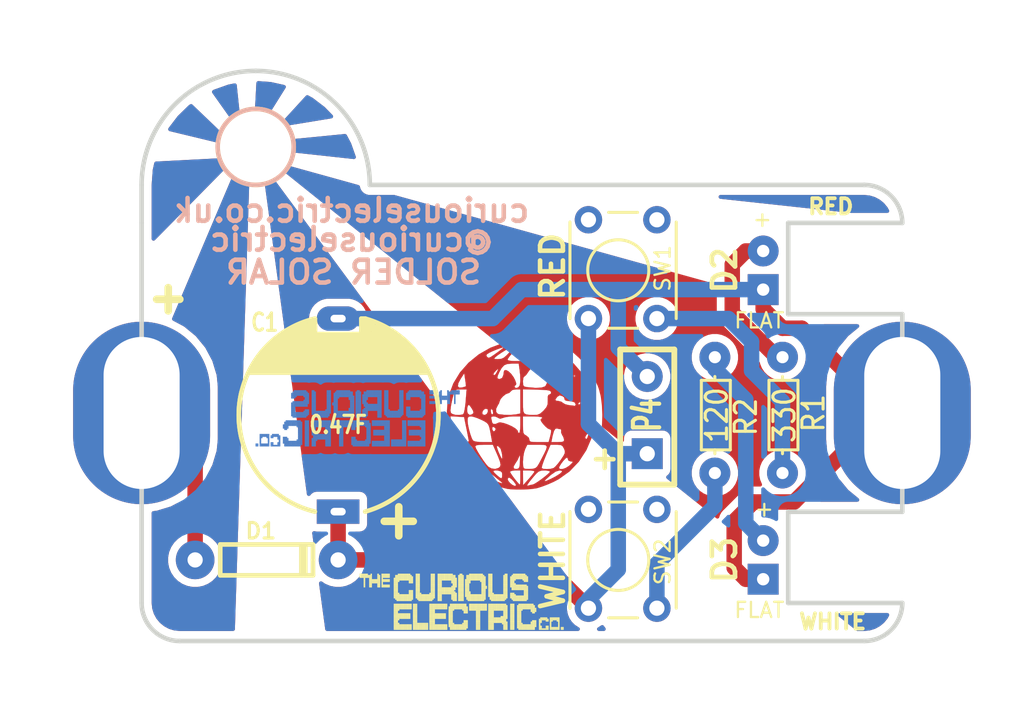
<source format=kicad_pcb>
(kicad_pcb (version 20171130) (host pcbnew "(5.1.10)-1")
  (layers (0 F.Cu signal) (31 B.Cu signal) (34 B.Paste user) (35 F.Paste user) (36 B.SilkS user) (37 F.SilkS user) (38 B.Mask user) (39 F.Mask user) (44 Edge.Cuts user))
  (net 0 "")
  (net 1 "Net-(C1-Pad1)")
  (net 2 GND)
  (net 3 "Net-(D1-Pad2)")
  (net 4 "Net-(D2-Pad2)")
  (net 5 "Net-(D3-Pad2)")
  (net 6 "Net-(R1-Pad2)")
  (net 7 "Net-(R2-Pad2)")
  (module REInnovationFootprint:TH_Resistor_1 (layer F.Cu) (at 146.685 58.42 270)
    (fp_text reference R1 (at -0.127 -2.032 270) (layer F.SilkS) (effects (font (size 1.397 1.27) (thickness 0.2032))))
    (fp_text value 330 (at 0 -0.127 270) (layer F.SilkS) (effects (font (size 1.397 1.27) (thickness 0.2032))))
    (pad 2 thru_hole circle (at 3.81 0 270) (size 2.032 2.032) (drill 0.8001) (layers *.Cu *.Mask) (net 6 "Net-(R1-Pad2)"))
    (pad 1 thru_hole circle (at -3.81 0 270) (size 2.032 2.032) (drill 0.8001) (layers *.Cu *.Mask) (net 4 "Net-(D2-Pad2)"))
  )
  (module REInnovationFootprint:TH_Resistor_1 (layer F.Cu) (at 142.24 58.42 270)
    (fp_text reference R2 (at 0.127 -2.032 270) (layer F.SilkS) (effects (font (size 1.397 1.27) (thickness 0.2032))))
    (fp_text value 120 (at 0 -0.127 270) (layer F.SilkS) (effects (font (size 1.397 1.27) (thickness 0.2032))))
    (pad 2 thru_hole circle (at 3.81 0 270) (size 2.032 2.032) (drill 0.8001) (layers *.Cu *.Mask) (net 7 "Net-(R2-Pad2)"))
    (pad 1 thru_hole circle (at -3.81 0 270) (size 2.032 2.032) (drill 0.8001) (layers *.Cu *.Mask) (net 5 "Net-(D3-Pad2)"))
  )
  (module matts_components:SIL-2_wide_lg_pad (layer F.Cu) (at 137.795 59.69 90)
    (fp_text reference P4 (at 1.27 0 90) (layer F.SilkS) (effects (font (size 1.72974 1.08712) (thickness 0.27178))))
    (fp_text value PCB hide)
    (pad 2 thru_hole circle (at 3.81 0 90) (size 2.032 2.032) (drill 1.00076) (layers *.Cu *.Mask))
    (pad 1 thru_hole rect (at -1.27 0 90) (size 2.032 2.032) (drill 1.00076) (layers *.Cu *.Mask))
  )
  (module REInnovationFootprint:TH_LED-5MM_larg_pad_90degrees (layer F.Cu) (at 145.415 48.895 270)
    (fp_text reference D2 (at 0 2.54 270) (layer F.SilkS) (effects (font (size 1.524 1.524) (thickness 0.3048))))
    (fp_text value RED (at -4.191 -4.445) (layer F.SilkS) (effects (font (thickness 0.25))))
    (fp_text user + (at -3.302 0.127 270) (layer F.SilkS))
    (fp_text user FLAT (at 3.302 0.254) (layer F.SilkS))
    (pad 1 thru_hole rect (at 1.27 0 270) (size 2.032 2.032) (drill 0.8128) (layers *.Cu *.Mask) (net 2 GND))
    (pad 2 thru_hole circle (at -1.27 0 270) (size 2.032 2.032) (drill 0.8128) (layers *.Cu *.Mask) (net 4 "Net-(D2-Pad2)"))
  )
  (module REInnovationFootprint:TH_LED-5MM_larg_pad_90degrees (layer F.Cu) (at 145.415 67.945 270)
    (fp_text reference D3 (at 0 2.54 270) (layer F.SilkS) (effects (font (size 1.524 1.524) (thickness 0.3048))))
    (fp_text value WHITE (at 4.064 -4.572) (layer F.SilkS) (effects (font (thickness 0.25))))
    (fp_text user + (at -3.302 0 270) (layer F.SilkS))
    (fp_text user FLAT (at 3.302 0.254) (layer F.SilkS))
    (pad 1 thru_hole rect (at 1.27 0 270) (size 2.032 2.032) (drill 0.8128) (layers *.Cu *.Mask) (net 2 GND))
    (pad 2 thru_hole circle (at -1.27 0 270) (size 2.032 2.032) (drill 0.8128) (layers *.Cu *.Mask) (net 5 "Net-(D3-Pad2)"))
  )
  (module REInnovationFootprint:TH_FRONT_SW (layer F.Cu) (at 138.43 71.12 90)
    (fp_text reference SW2 (at 3.048 0.381 90) (layer F.SilkS))
    (fp_text value WHITE (at 3.175 -6.858 90) (layer F.SilkS) (effects (font (size 1.5 1.5) (thickness 0.3))))
    (pad 1 thru_hole circle (at 0 -4.5 90) (size 1.8 1.8) (drill 1) (layers *.Cu *.Mask) (net 1 "Net-(C1-Pad1)"))
    (pad 2 thru_hole circle (at 0 0 90) (size 1.8 1.8) (drill 1) (layers *.Cu *.Mask) (net 7 "Net-(R2-Pad2)"))
    (pad 4 thru_hole circle (at 6.5 0 90) (size 1.8 1.8) (drill 1) (layers *.Cu *.Mask))
    (pad 3 thru_hole circle (at 6.5 -4.5 90) (size 1.8 1.8) (drill 1) (layers *.Cu *.Mask))
  )
  (module REInnovationFootprint:TH_FRONT_SW (layer F.Cu) (at 138.43 52.07 90)
    (fp_text reference SW1 (at 3.302 0.381 90) (layer F.SilkS))
    (fp_text value RED (at 3.429 -6.858 90) (layer F.SilkS) (effects (font (size 1.5 1.5) (thickness 0.3))))
    (pad 1 thru_hole circle (at 0 -4.5 90) (size 1.8 1.8) (drill 1) (layers *.Cu *.Mask) (net 1 "Net-(C1-Pad1)"))
    (pad 2 thru_hole circle (at 0 0 90) (size 1.8 1.8) (drill 1) (layers *.Cu *.Mask) (net 6 "Net-(R1-Pad2)"))
    (pad 4 thru_hole circle (at 6.5 0 90) (size 1.8 1.8) (drill 1) (layers *.Cu *.Mask))
    (pad 3 thru_hole circle (at 6.5 -4.5 90) (size 1.8 1.8) (drill 1) (layers *.Cu *.Mask))
  )
  (module REInnovationFootprint:C_0_47F_SuperCap (layer F.Cu) (at 117.475 58.42 90)
    (fp_text reference C1 (at 6.096 -4.826 180) (layer F.SilkS) (effects (font (size 1.143 0.889) (thickness 0.2032))))
    (fp_text value 0.47F (at -0.635 0 180) (layer F.SilkS) (effects (font (size 1.143 0.889) (thickness 0.2032))))
    (fp_text user + (at -6.985 3.81 90) (layer F.SilkS) (effects (font (size 2.5 2.5) (thickness 0.5))))
    (pad 2 thru_hole oval (at 6.35 0 90) (size 1.6 2.8) (drill oval 0.5 1) (layers *.Cu *.Mask) (net 2 GND))
    (pad 1 thru_hole rect (at -6.35 0 90) (size 1.6 2.8) (drill oval 0.5 1) (layers *.Cu *.Mask) (net 1 "Net-(C1-Pad1)"))
  )
  (module REInnovationFootprint:TH_Diode_1 (layer F.Cu) (at 112.395 67.945)
    (fp_text reference D1 (at 0 -1.905) (layer F.SilkS) (effects (font (size 1.016 1.016) (thickness 0.2032))))
    (fp_text value 1N5819 hide)
    (pad 1 thru_hole circle (at 5.08 0) (size 2.54 2.54) (drill 1.00076) (layers *.Cu *.Mask) (net 1 "Net-(C1-Pad1)"))
    (pad 2 thru_hole circle (at -4.318 0) (size 2.54 2.54) (drill 1.00076) (layers *.Cu *.Mask) (net 3 "Net-(D1-Pad2)"))
  )
  (module CuriousElectric3:TCEC_Words_13mm (layer F.Cu) (at 118.618 68.58)
    (fp_text reference P3 hide)
    (fp_text value LOGO2 hide)
  )
  (module CuriousElectric3:CEC_Globe_10mm_FCU (layer F.Cu) (at 129.54 58.42)
    (fp_text reference P2 hide)
    (fp_text value LOGO1 hide)
    (fp_poly (pts (xy 0.230092 -4.822486) (xy 0.792908 -4.777429) (xy 1.267235 -4.688807) (xy 1.340706 -4.667542) (xy 2.157578 -4.328299) (xy 2.906366 -3.848203) (xy 3.436072 -3.372761) (xy 3.895128 -2.844669) (xy 4.241358 -2.322757) (xy 4.515748 -1.74238) (xy 4.585661 -1.559568) (xy 4.694208 -1.134991) (xy 4.761463 -0.602005) (xy 4.786724 -0.016601) (xy 4.769288 0.565234) (xy 4.708454 1.087509) (xy 4.623268 1.439333) (xy 4.251352 2.306343) (xy 3.758998 3.062829) (xy 3.153541 3.700203) (xy 2.442312 4.209878) (xy 2.105847 4.38761) (xy 1.727794 4.554278) (xy 1.34502 4.700212) (xy 1.024552 4.800467) (xy 0.948332 4.818372) (xy 0.590714 4.866643) (xy 0.138732 4.892962) (xy -0.333906 4.896002) (xy -0.753492 4.874436) (xy -0.931334 4.852214) (xy -1.397145 4.736206) (xy -1.917506 4.546832) (xy -2.413737 4.315238) (xy -2.683125 4.158727) (xy -3.248282 3.720076) (xy -2.794 3.720076) (xy -2.723212 3.790508) (xy -2.53362 3.912526) (xy -2.259386 4.065085) (xy -2.106863 4.14341) (xy -1.742472 4.318379) (xy -1.472379 4.43308) (xy -1.310818 4.483029) (xy -1.27202 4.463741) (xy -1.359776 4.378807) (xy -1.496247 4.269403) (xy -1.575752 4.204574) (xy -0.925894 4.204574) (xy -0.868603 4.341183) (xy -0.758702 4.471368) (xy -0.609663 4.59228) (xy -0.467889 4.653021) (xy -0.378369 4.643933) (xy -0.379736 4.628244) (xy 0.360409 4.628244) (xy 0.402507 4.646152) (xy 0.458702 4.628721) (xy 0.645329 4.57917) (xy 0.718202 4.572) (xy 0.837498 4.523907) (xy 1.038601 4.39991) (xy 1.149702 4.322145) (xy 1.511351 4.322145) (xy 1.525151 4.349207) (xy 1.637851 4.317468) (xy 1.651 4.312843) (xy 1.883427 4.213103) (xy 2.163446 4.070201) (xy 2.260457 4.015442) (xy 2.536293 3.839645) (xy 2.657844 3.722174) (xy 2.62795 3.658231) (xy 2.481496 3.642408) (xy 2.241535 3.713368) (xy 1.932671 3.926596) (xy 1.820333 4.023471) (xy 1.606421 4.219246) (xy 1.511351 4.322145) (xy 1.149702 4.322145) (xy 1.280736 4.230428) (xy 1.523129 4.045881) (xy 1.725007 3.876688) (xy 1.845597 3.75327) (xy 1.862666 3.718156) (xy 1.787142 3.671251) (xy 1.59677 3.643708) (xy 1.49492 3.640666) (xy 1.278331 3.653337) (xy 1.118297 3.712591) (xy 0.959046 3.850292) (xy 0.790977 4.042833) (xy 0.545686 4.34238) (xy 0.405149 4.532252) (xy 0.360409 4.628244) (xy -0.379736 4.628244) (xy -0.386092 4.555355) (xy -0.388599 4.550833) (xy -0.522195 4.362262) (xy -0.678414 4.202742) (xy -0.811145 4.1151) (xy -0.858974 4.113939) (xy -0.925894 4.204574) (xy -1.575752 4.204574) (xy -1.708706 4.096164) (xy -1.876496 3.958166) (xy -2.206667 3.73062) (xy -2.309146 3.698) (xy -1.862667 3.698) (xy -1.803602 3.782977) (xy -1.655475 3.927497) (xy -1.5875 3.986346) (xy -1.414453 4.124509) (xy -1.329278 4.158385) (xy -1.293209 4.096099) (xy -1.284472 4.049855) (xy -1.283022 3.848459) (xy -1.302981 3.761509) (xy -1.341434 3.73225) (xy -0.762 3.73225) (xy -0.714139 3.832567) (xy -0.594367 4.010218) (xy -0.4384 4.218718) (xy -0.281957 4.411577) (xy -0.160755 4.542309) (xy -0.116801 4.572) (xy -0.099198 4.495397) (xy -0.087526 4.297806) (xy -0.084667 4.106333) (xy -0.084667 3.640666) (xy 0.084666 3.640666) (xy 0.08846 4.1275) (xy 0.092254 4.614333) (xy 0.46946 4.193318) (xy 0.660959 3.970404) (xy 0.796726 3.794853) (xy 0.846666 3.706485) (xy 0.770958 3.667224) (xy 0.579417 3.64368) (xy 0.465666 3.640666) (xy 0.084666 3.640666) (xy -0.084667 3.640666) (xy -0.423334 3.640666) (xy -0.635502 3.660978) (xy -0.753397 3.711741) (xy -0.762 3.73225) (xy -1.341434 3.73225) (xy -1.395683 3.690973) (xy -1.564703 3.647262) (xy -1.740008 3.638322) (xy -1.85156 3.6721) (xy -1.862667 3.698) (xy -2.309146 3.698) (xy -2.483261 3.642578) (xy -2.527554 3.640666) (xy -2.711226 3.662681) (xy -2.793663 3.716072) (xy -2.794 3.720076) (xy -3.248282 3.720076) (xy -3.271249 3.70225) (xy -3.808462 3.140101) (xy -4.266574 2.510811) (xy -4.533182 2.010833) (xy -4.233017 2.010833) (xy -4.178475 2.167604) (xy -4.035999 2.406897) (xy -3.835777 2.689908) (xy -3.608002 2.977831) (xy -3.382863 3.231864) (xy -3.19055 3.4132) (xy -3.093657 3.475295) (xy -2.877856 3.531343) (xy -2.644773 3.549618) (xy -2.469682 3.526676) (xy -2.433093 3.505536) (xy -2.450226 3.415203) (xy -2.546802 3.233849) (xy -2.660337 3.061036) (xy -2.862439 2.758868) (xy -3.059312 2.440438) (xy -3.135613 2.307166) (xy -3.259051 2.098237) (xy -3.298381 2.061206) (xy -3.048 2.061206) (xy -3.001712 2.192223) (xy -2.880931 2.416216) (xy -2.712787 2.690711) (xy -2.524409 2.973234) (xy -2.342926 3.221309) (xy -2.201563 3.386437) (xy -1.986062 3.511331) (xy -1.732527 3.538716) (xy -1.508553 3.46951) (xy -1.42444 3.387458) (xy -0.532896 3.387458) (xy -0.511343 3.511738) (xy -0.352842 3.544441) (xy -0.309511 3.539675) (xy -0.206551 3.505842) (xy -0.14874 3.414156) (xy -0.120758 3.223487) (xy -0.113644 3.070894) (xy 0.083959 3.070894) (xy 0.092513 3.331435) (xy 0.135354 3.491521) (xy 0.145014 3.503458) (xy 0.259335 3.53471) (xy 0.477659 3.543366) (xy 0.589514 3.538736) (xy 0.783913 3.52087) (xy 0.91714 3.476714) (xy 0.951281 3.444301) (xy 1.318578 3.444301) (xy 1.320044 3.483809) (xy 1.434653 3.536221) (xy 1.645996 3.553824) (xy 1.885244 3.537356) (xy 2.08357 3.487555) (xy 2.109152 3.475354) (xy 2.120173 3.465684) (xy 2.455333 3.465684) (xy 2.518506 3.549278) (xy 2.677627 3.550474) (xy 2.887094 3.479816) (xy 3.101308 3.347846) (xy 3.152497 3.304481) (xy 3.315695 3.149825) (xy 3.361178 3.075912) (xy 3.299169 3.05255) (xy 3.2385 3.050481) (xy 3.084796 3.000149) (xy 3.048 2.921) (xy 3.007622 2.808251) (xy 2.973382 2.794) (xy 2.877714 2.857553) (xy 2.736618 3.012111) (xy 2.591861 3.20352) (xy 2.485208 3.377626) (xy 2.455333 3.465684) (xy 2.120173 3.465684) (xy 2.23373 3.366049) (xy 2.409473 3.160803) (xy 2.579079 2.931187) (xy 2.748036 2.677322) (xy 2.831541 2.5109) (xy 2.843586 2.382307) (xy 2.798162 2.241929) (xy 2.783158 2.207499) (xy 2.693082 2.04516) (xy 2.573344 1.969303) (xy 2.362513 1.94792) (xy 2.283866 1.947333) (xy 1.899735 1.947333) (xy 1.587582 2.679476) (xy 1.456422 3.004776) (xy 1.362527 3.272427) (xy 1.318578 3.444301) (xy 0.951281 3.444301) (xy 1.025305 3.374026) (xy 1.144516 3.180561) (xy 1.281327 2.921) (xy 1.48774 2.521428) (xy 1.613378 2.249383) (xy 1.652113 2.080399) (xy 1.597813 1.990009) (xy 1.44435 1.953746) (xy 1.185594 1.947145) (xy 1.037386 1.947333) (xy 0.370029 1.947333) (xy 0.227347 2.246539) (xy 0.155045 2.472446) (xy 0.106026 2.765898) (xy 0.083959 3.070894) (xy -0.113644 3.070894) (xy -0.110603 3.005666) (xy -0.106733 2.744351) (xy -0.118935 2.63965) (xy -0.149645 2.679394) (xy -0.166175 2.728232) (xy -0.273097 2.964785) (xy -0.414252 3.182684) (xy -0.532896 3.387458) (xy -1.42444 3.387458) (xy -1.412439 3.375752) (xy -1.386179 3.256523) (xy -1.425702 3.06063) (xy -1.538351 2.758926) (xy -1.609701 2.592585) (xy -1.825083 2.102487) (xy -1.628362 2.102487) (xy -1.574817 2.282258) (xy -1.50802 2.455333) (xy -1.40357 2.689592) (xy -1.321413 2.843327) (xy -1.289898 2.878666) (xy -1.273971 2.804178) (xy -1.284178 2.617131) (xy -1.294766 2.527797) (xy -1.378806 2.222201) (xy -1.52516 2.058202) (xy -1.625142 2.033296) (xy -1.628362 2.102487) (xy -1.825083 2.102487) (xy -1.893269 1.947333) (xy -2.470635 1.947333) (xy -2.798436 1.957141) (xy -2.982402 1.989791) (xy -3.04707 2.050124) (xy -3.048 2.061206) (xy -3.298381 2.061206) (xy -3.372433 1.991485) (xy -3.537482 1.952617) (xy -3.783258 1.947333) (xy -4.03334 1.958116) (xy -4.196617 1.985844) (xy -4.233017 2.010833) (xy -4.533182 2.010833) (xy -4.617393 1.852911) (xy -4.827654 1.227619) (xy -4.890095 0.802586) (xy -4.917063 0.277066) (xy -4.91441 0.074936) (xy -4.682062 0.074936) (xy -4.630807 0.623818) (xy -4.58302 0.968185) (xy -4.51233 1.29212) (xy -4.453096 1.47535) (xy -4.366988 1.654808) (xy -4.266794 1.744198) (xy -4.09524 1.774802) (xy -3.898987 1.778) (xy -3.656373 1.76669) (xy -3.502075 1.737743) (xy -3.472756 1.7145) (xy -3.489326 1.608371) (xy -3.532525 1.377223) (xy -3.594605 1.061846) (xy -3.629553 0.889) (xy -3.736269 0.365632) (xy -3.556 0.365632) (xy -3.530312 0.614517) (xy -3.464284 0.931058) (xy -3.374469 1.254782) (xy -3.277422 1.525221) (xy -3.198328 1.672166) (xy -3.057982 1.734824) (xy -2.776495 1.770851) (xy -2.525797 1.778) (xy -1.939661 1.778) (xy -1.995403 1.4605) (xy -2.065894 1.065064) (xy -2.102674 0.899609) (xy -1.933783 0.899609) (xy -1.912685 0.984172) (xy -1.843164 1.077889) (xy -1.758292 1.030157) (xy -1.704002 0.914571) (xy -1.759656 0.831144) (xy -1.872452 0.771611) (xy -1.914049 0.785159) (xy -1.933783 0.899609) (xy -2.102674 0.899609) (xy -2.124913 0.799573) (xy -2.192658 0.627628) (xy -2.289327 0.51283) (xy -2.435121 0.418778) (xy -2.628192 0.320195) (xy -2.871408 0.213542) (xy -2.000616 0.213542) (xy -1.998726 0.218591) (xy -1.952165 0.409319) (xy -1.947334 0.472591) (xy -1.882083 0.567612) (xy -1.735393 0.588175) (xy -1.580863 0.527928) (xy -1.556227 0.506359) (xy -1.42059 0.476619) (xy -1.190395 0.519108) (xy -0.912998 0.613678) (xy -0.635755 0.740174) (xy -0.40602 0.878447) (xy -0.27115 1.008345) (xy -0.254 1.060507) (xy -0.207591 1.171776) (xy -0.169334 1.185333) (xy -0.12509 1.107575) (xy -0.094799 0.901593) (xy -0.084667 0.635) (xy -0.084667 0.084666) (xy 0.084666 0.084666) (xy 0.084666 0.663743) (xy 0.089747 0.974021) (xy 0.114192 1.159117) (xy 0.171807 1.263089) (xy 0.276398 1.329998) (xy 0.296333 1.339261) (xy 0.46271 1.47561) (xy 0.508 1.606851) (xy 0.522654 1.694536) (xy 0.590116 1.745871) (xy 0.745633 1.770417) (xy 1.024454 1.777735) (xy 1.13902 1.778) (xy 1.77004 1.778) (xy 1.951566 1.778) (xy 2.372783 1.778) (xy 2.629064 1.767447) (xy 2.755623 1.726633) (xy 2.791259 1.641819) (xy 2.791307 1.629833) (xy 2.739589 1.444154) (xy 2.738311 1.441966) (xy 4.179576 1.441966) (xy 4.195587 1.531422) (xy 4.263019 1.579315) (xy 4.326654 1.476046) (xy 4.382656 1.30334) (xy 4.396715 1.23069) (xy 4.353366 1.216681) (xy 4.265648 1.286065) (xy 4.179576 1.441966) (xy 2.738311 1.441966) (xy 2.670122 1.32527) (xy 2.594044 1.154595) (xy 2.597206 1.050103) (xy 2.59231 0.946321) (xy 2.555983 0.931333) (xy 2.404556 0.903039) (xy 2.336434 0.880393) (xy 2.221888 0.895175) (xy 2.124584 1.045454) (xy 2.036949 1.34543) (xy 2.004375 1.502833) (xy 1.951566 1.778) (xy 1.77004 1.778) (xy 1.858214 1.4605) (xy 1.928803 1.168854) (xy 1.936439 1.004738) (xy 1.879453 0.937828) (xy 1.829104 0.931333) (xy 1.712553 0.87854) (xy 1.559361 0.747777) (xy 1.405443 0.580465) (xy 1.321536 0.465666) (xy 4.402666 0.465666) (xy 4.445 0.508) (xy 4.487333 0.465666) (xy 4.445 0.423333) (xy 4.402666 0.465666) (xy 1.321536 0.465666) (xy 1.286715 0.418025) (xy 1.239091 0.301879) (xy 1.257624 0.272236) (xy 1.313721 0.221203) (xy 4.17777 0.221203) (xy 4.191 0.254) (xy 4.267082 0.33477) (xy 4.280663 0.338666) (xy 4.317029 0.27316) (xy 4.318 0.254) (xy 4.252912 0.172586) (xy 4.228336 0.169333) (xy 4.17777 0.221203) (xy 1.313721 0.221203) (xy 1.349655 0.188513) (xy 1.354666 0.162277) (xy 1.276925 0.125181) (xy 1.071281 0.097739) (xy 0.779101 0.085006) (xy 0.719666 0.084666) (xy 0.084666 0.084666) (xy -0.084667 0.084666) (xy -0.54635 0.084666) (xy -0.852468 0.102932) (xy -1.121586 0.149528) (xy -1.22598 0.18397) (xy -1.414542 0.240896) (xy -1.53692 0.190107) (xy -1.54323 0.18397) (xy -1.701912 0.105241) (xy -1.846326 0.084666) (xy -1.992198 0.113332) (xy -2.000616 0.213542) (xy -2.871408 0.213542) (xy -2.917827 0.193187) (xy -3.183413 0.108077) (xy -3.323167 0.086085) (xy -3.482885 0.105406) (xy -3.546115 0.200351) (xy -3.556 0.365632) (xy -3.736269 0.365632) (xy -3.784928 0.127) (xy -4.682062 0.074936) (xy -4.91441 0.074936) (xy -4.909689 -0.284567) (xy -4.907376 -0.314964) (xy -4.681503 -0.314964) (xy -4.660606 -0.166865) (xy -4.581808 -0.085116) (xy -4.580939 -0.084606) (xy -4.377671 -0.022376) (xy -4.11845 -0.006567) (xy -3.894791 -0.039618) (xy -3.839175 -0.064844) (xy -3.789619 -0.172407) (xy -3.773305 -0.249236) (xy -3.582063 -0.249236) (xy -3.54219 -0.111114) (xy -3.538127 -0.105834) (xy -3.420725 -0.010267) (xy -3.284267 -0.042763) (xy -3.227997 -0.076285) (xy -3.164121 -0.151943) (xy -3.179166 -0.21732) (xy -2.577938 -0.21732) (xy -2.577195 -0.073945) (xy -2.556087 -0.04431) (xy -2.423416 -0.006362) (xy -2.287625 -0.085643) (xy -2.216612 -0.233699) (xy -2.222485 -0.285045) (xy -2.032 -0.285045) (xy -2.005539 -0.117697) (xy -1.947481 -0.03885) (xy -1.889814 -0.080602) (xy -1.875894 -0.128398) (xy -1.898878 -0.303163) (xy -1.939394 -0.364594) (xy -2.012271 -0.395348) (xy -2.032 -0.285045) (xy -2.222485 -0.285045) (xy -2.233743 -0.383468) (xy -2.313418 -0.409684) (xy -1.68182 -0.409684) (xy -1.677171 -0.207141) (xy -1.560256 -0.077755) (xy -1.502834 -0.059753) (xy -1.149355 -0.019873) (xy -0.747014 -0.014651) (xy -0.394933 -0.044676) (xy -0.34925 -0.052917) (xy -0.084667 -0.105834) (xy -0.084667 -0.898073) (xy 0.084666 -0.898073) (xy 0.086744 -0.507216) (xy 0.108852 -0.254636) (xy 0.174797 -0.109318) (xy 0.30839 -0.040249) (xy 0.533439 -0.016414) (xy 0.766557 -0.009822) (xy 1.025354 -0.021249) (xy 1.212578 -0.094911) (xy 1.344176 -0.209102) (xy 3.916564 -0.209102) (xy 3.933518 -0.174967) (xy 4.014251 -0.087434) (xy 4.029102 -0.149163) (xy 4.008549 -0.215319) (xy 3.946216 -0.307525) (xy 3.918062 -0.305618) (xy 3.916564 -0.209102) (xy 1.344176 -0.209102) (xy 1.408952 -0.265309) (xy 1.44106 -0.298116) (xy 1.622003 -0.509478) (xy 1.70228 -0.698122) (xy 1.714678 -0.945562) (xy 1.713501 -0.975449) (xy 1.714299 -1.03373) (xy 2.218321 -1.03373) (xy 2.2421 -0.952774) (xy 2.402633 -0.931334) (xy 2.603176 -0.882818) (xy 2.70541 -0.809061) (xy 2.85349 -0.718846) (xy 3.083092 -0.658314) (xy 3.117944 -0.65396) (xy 3.341011 -0.628692) (xy 3.48684 -0.609057) (xy 3.498708 -0.6069) (xy 3.544194 -0.661657) (xy 3.540311 -0.740834) (xy 3.525376 -0.762) (xy 3.725333 -0.762) (xy 3.75422 -0.679535) (xy 3.762669 -0.677334) (xy 3.834955 -0.736663) (xy 3.852333 -0.762) (xy 3.84562 -0.840019) (xy 3.814996 -0.846667) (xy 3.728778 -0.785207) (xy 3.725333 -0.762) (xy 3.525376 -0.762) (xy 3.466036 -0.846094) (xy 3.272072 -0.902588) (xy 3.146044 -0.91538) (xy 2.907233 -0.9502) (xy 2.818523 -1.01366) (xy 2.822574 -1.05301) (xy 2.788136 -1.16682) (xy 2.668427 -1.253945) (xy 2.490812 -1.296987) (xy 2.351126 -1.210121) (xy 2.336461 -1.194315) (xy 2.218321 -1.03373) (xy 1.714299 -1.03373) (xy 1.716853 -1.219971) (xy 1.762123 -1.333715) (xy 1.828373 -1.354667) (xy 1.927907 -1.418249) (xy 1.931371 -1.502834) (xy 1.898271 -1.569773) (xy 1.809673 -1.615224) (xy 1.635947 -1.644629) (xy 1.347464 -1.663429) (xy 0.993829 -1.675032) (xy 0.084666 -1.699063) (xy 0.084666 -0.898073) (xy -0.084667 -0.898073) (xy -0.084667 -1.693334) (xy -0.371942 -1.693334) (xy -0.603192 -1.656065) (xy -0.707952 -1.566334) (xy -0.818663 -1.453742) (xy -0.881981 -1.439334) (xy -1.038384 -1.379147) (xy -1.223724 -1.235434) (xy -1.378208 -1.063469) (xy -1.442027 -0.921625) (xy -1.492325 -0.765379) (xy -1.569027 -0.639985) (xy -1.68182 -0.409684) (xy -2.313418 -0.409684) (xy -2.354904 -0.423334) (xy -2.490377 -0.359148) (xy -2.577938 -0.21732) (xy -3.179166 -0.21732) (xy -3.192722 -0.276224) (xy -3.267418 -0.413656) (xy -3.384003 -0.58721) (xy -3.470359 -0.674782) (xy -3.479718 -0.677334) (xy -3.54336 -0.605412) (xy -3.579964 -0.438358) (xy -3.582063 -0.249236) (xy -3.773305 -0.249236) (xy -3.739437 -0.408728) (xy -3.696229 -0.733435) (xy -3.680088 -0.910215) (xy -3.618826 -1.693334) (xy -3.997345 -1.693334) (xy -4.233702 -1.684369) (xy -4.360327 -1.628679) (xy -4.436782 -1.483066) (xy -4.480937 -1.342631) (xy -4.561314 -1.03092) (xy -4.634197 -0.679176) (xy -4.651444 -0.577995) (xy -4.681503 -0.314964) (xy -4.907376 -0.314964) (xy -4.869101 -0.817937) (xy -4.796432 -1.25867) (xy -4.783062 -1.311956) (xy -4.563451 -1.896058) (xy -4.193813 -1.896058) (xy -4.100031 -1.80539) (xy -3.915218 -1.818235) (xy -3.741888 -1.865711) (xy -3.666382 -1.893397) (xy -3.667984 -1.97903) (xy -3.690716 -2.179264) (xy -3.711991 -2.331015) (xy -3.726317 -2.427327) (xy -1.592512 -2.427327) (xy -1.501466 -2.373732) (xy -1.448392 -2.370667) (xy -1.281665 -2.444955) (xy -1.195452 -2.657896) (xy -1.185334 -2.800925) (xy -1.141084 -2.942392) (xy -1.026117 -2.963446) (xy -0.867107 -2.8822) (xy -0.690728 -2.716766) (xy -0.523655 -2.485253) (xy -0.42191 -2.282563) (xy -0.354984 -2.080886) (xy -0.374541 -1.984774) (xy -0.407132 -1.966846) (xy -0.47178 -1.889189) (xy -0.461198 -1.855436) (xy -0.401436 -1.78742) (xy -0.304983 -1.797737) (xy -0.218592 -1.829392) (xy -0.125014 -1.954265) (xy -0.088371 -2.206698) (xy 0.084666 -2.206698) (xy 0.096443 -1.989739) (xy 0.158922 -1.887438) (xy 0.312828 -1.845413) (xy 0.359833 -1.839248) (xy 0.903063 -1.793185) (xy 1.293438 -1.808514) (xy 1.528679 -1.8851) (xy 1.560285 -1.911048) (xy 1.660702 -2.103343) (xy 1.671391 -2.343214) (xy 1.606344 -2.574973) (xy 1.479555 -2.742935) (xy 1.338419 -2.794) (xy 1.187837 -2.851813) (xy 1.118161 -2.979876) (xy 1.158535 -3.110127) (xy 1.19171 -3.136609) (xy 1.259352 -3.230199) (xy 1.24253 -3.273025) (xy 1.129498 -3.284911) (xy 1.013298 -3.235295) (xy 0.830341 -3.152137) (xy 0.729178 -3.132667) (xy 0.613805 -3.065486) (xy 0.473633 -2.898106) (xy 0.434551 -2.836334) (xy 0.304791 -2.649729) (xy 0.19511 -2.546947) (xy 0.172188 -2.54) (xy 0.117025 -2.464975) (xy 0.086689 -2.277889) (xy 0.084666 -2.206698) (xy -0.088371 -2.206698) (xy -0.084979 -2.230064) (xy -0.099169 -2.646842) (xy -0.138509 -2.99385) (xy -0.181909 -3.310492) (xy 1.452764 -3.310492) (xy 1.487982 -3.207163) (xy 1.566333 -3.132667) (xy 1.667963 -2.968164) (xy 1.693333 -2.827919) (xy 1.768321 -2.620531) (xy 1.905 -2.489881) (xy 2.056669 -2.359984) (xy 2.116666 -2.250863) (xy 2.183276 -2.078781) (xy 2.339635 -2.00725) (xy 2.463588 -2.036419) (xy 2.612356 -2.139496) (xy 2.66272 -2.19441) (xy 2.635411 -2.286) (xy 2.921 -2.286) (xy 2.927712 -2.207982) (xy 2.958336 -2.201334) (xy 3.044554 -2.262794) (xy 3.048 -2.286) (xy 3.019113 -2.368466) (xy 3.010663 -2.370667) (xy 2.938377 -2.311338) (xy 2.921 -2.286) (xy 2.635411 -2.286) (xy 2.634259 -2.289862) (xy 2.502037 -2.422275) (xy 2.478082 -2.440332) (xy 2.407082 -2.497667) (xy 3.132666 -2.497667) (xy 3.175 -2.455334) (xy 3.217333 -2.497667) (xy 3.175 -2.54) (xy 3.132666 -2.497667) (xy 2.407082 -2.497667) (xy 2.327586 -2.561862) (xy 2.317381 -2.596445) (xy 3.414888 -2.596445) (xy 3.426511 -2.546111) (xy 3.471333 -2.54) (xy 3.541023 -2.570979) (xy 3.527777 -2.596445) (xy 3.427298 -2.606578) (xy 3.414888 -2.596445) (xy 2.317381 -2.596445) (xy 2.301797 -2.64925) (xy 2.376708 -2.751667) (xy 2.963333 -2.751667) (xy 3.005666 -2.709334) (xy 3.048 -2.751667) (xy 3.005666 -2.794) (xy 2.963333 -2.751667) (xy 2.376708 -2.751667) (xy 2.385136 -2.763189) (xy 2.392979 -2.771878) (xy 2.518291 -2.945047) (xy 2.509928 -3.086093) (xy 2.399877 -3.231834) (xy 2.233756 -3.334501) (xy 2.568769 -3.334501) (xy 2.582333 -3.302) (xy 2.694492 -3.220495) (xy 2.719326 -3.217334) (xy 2.76523 -3.2695) (xy 2.751666 -3.302) (xy 2.639507 -3.383506) (xy 2.614673 -3.386667) (xy 2.568769 -3.334501) (xy 2.233756 -3.334501) (xy 2.219661 -3.343212) (xy 1.924514 -3.385557) (xy 1.849544 -3.386667) (xy 1.571276 -3.368524) (xy 1.452764 -3.310492) (xy -0.181909 -3.310492) (xy -0.19235 -3.386667) (xy -0.633386 -3.386667) (xy -0.934903 -3.366136) (xy -1.14458 -3.282285) (xy -1.311741 -3.101727) (xy -1.471457 -2.819372) (xy -1.582071 -2.567368) (xy -1.592512 -2.427327) (xy -3.726317 -2.427327) (xy -3.760308 -2.655826) (xy -1.857042 -2.655826) (xy -1.791591 -2.624667) (xy -1.709884 -2.693324) (xy -1.615172 -2.855868) (xy -1.547758 -3.012415) (xy -1.566433 -3.030775) (xy -1.686249 -2.927413) (xy -1.828239 -2.766177) (xy -1.857042 -2.655826) (xy -3.760308 -2.655826) (xy -3.774566 -2.751667) (xy -4.009985 -2.383956) (xy -4.164205 -2.091346) (xy -4.193813 -1.896058) (xy -4.563451 -1.896058) (xy -4.491556 -2.087275) (xy -4.054312 -2.805426) (xy -3.490567 -3.447418) (xy -3.251913 -3.641911) (xy -0.931334 -3.641911) (xy -0.855189 -3.592904) (xy -0.660498 -3.561799) (xy -0.508 -3.556) (xy -0.084667 -3.556) (xy -0.084667 -3.725334) (xy 1.524 -3.725334) (xy 1.573608 -3.592549) (xy 1.735666 -3.556) (xy 1.894797 -3.58397) (xy 1.947333 -3.637688) (xy 1.881773 -3.731343) (xy 1.737291 -3.834295) (xy 1.592188 -3.89295) (xy 1.571899 -3.894667) (xy 1.532927 -3.823487) (xy 1.524 -3.725334) (xy -0.084667 -3.725334) (xy -0.084667 -3.841967) (xy -0.12383 -4.076313) (xy -0.188867 -4.187445) (xy 1.652532 -4.187445) (xy 1.723728 -4.084948) (xy 1.873504 -3.947193) (xy 2.068442 -3.799935) (xy 2.275126 -3.668929) (xy 2.46014 -3.57993) (xy 2.566163 -3.55623) (xy 2.72481 -3.581131) (xy 2.750576 -3.642431) (xy 2.638617 -3.742749) (xy 2.427101 -3.880982) (xy 2.170334 -4.027002) (xy 1.922626 -4.150683) (xy 1.738283 -4.221898) (xy 1.693333 -4.228929) (xy 1.652532 -4.187445) (xy -0.188867 -4.187445) (xy -0.219535 -4.239848) (xy -0.220984 -4.241066) (xy -0.318038 -4.292295) (xy -0.423392 -4.255697) (xy -0.578597 -4.111637) (xy -0.644317 -4.04101) (xy -0.810195 -3.844098) (xy -0.913855 -3.690434) (xy -0.931334 -3.641911) (xy -3.251913 -3.641911) (xy -3.147055 -3.727365) (xy -1.800971 -3.727365) (xy -1.776232 -3.686847) (xy -1.616581 -3.680257) (xy -1.533774 -3.682047) (xy -1.337738 -3.703248) (xy -1.17415 -3.775181) (xy -0.99478 -3.927529) (xy -0.803953 -4.131208) (xy -0.620061 -4.346642) (xy -0.504711 -4.50367) (xy -0.480373 -4.571339) (xy -0.483969 -4.572) (xy -0.601193 -4.528508) (xy -0.813255 -4.416138) (xy -1.075528 -4.262052) (xy -1.343387 -4.093411) (xy -1.572204 -3.937376) (xy -1.716809 -3.821647) (xy -1.800971 -3.727365) (xy -3.147055 -3.727365) (xy -2.919375 -3.912913) (xy -2.320782 -3.912913) (xy -2.282398 -3.847994) (xy -2.223174 -3.786709) (xy -2.156305 -3.771337) (xy -2.049252 -3.815132) (xy -1.869476 -3.931349) (xy -1.5875 -4.131052) (xy -1.372071 -4.289856) (xy -1.226119 -4.406628) (xy -1.185334 -4.449187) (xy -1.254859 -4.446036) (xy -1.431743 -4.391942) (xy -1.668447 -4.304377) (xy -1.917433 -4.200814) (xy -2.113033 -4.108213) (xy -2.285016 -4.00137) (xy -2.320782 -3.912913) (xy -2.919375 -3.912913) (xy -2.819555 -3.994261) (xy -2.060513 -4.426966) (xy -1.360467 -4.690843) (xy -0.909478 -4.779735) (xy -0.35833 -4.823435) (xy 0.230092 -4.822486)) (layer F.Cu) (width 0.01))
    (pad 1 smd circle (at 0 0) (size 0.01 0.01) (layers F.Cu F.Paste F.Mask) (clearance 5))
  )
  (module REInnovationFootprint:PV_50x30mmEdgeCut (layer F.Cu) (at 154.559 73.279 90)
    (fp_text reference P1 hide)
    (fp_text value SOLAR_V hide)
    (fp_line (start 0 -2.5) (end 0 -47.5) (layer Edge.Cuts) (width 0.3))
    (fp_line (start 20 -50) (end 27.5 -50) (layer Edge.Cuts) (width 0.3))
    (fp_line (start 2.5 -50) (end 10 -50) (layer Edge.Cuts) (width 0.3))
    (fp_line (start 27.5 -50) (end 30 -50) (layer Edge.Cuts) (width 0.3))
    (fp_line (start 30 -2.5) (end 30 -35) (layer Edge.Cuts) (width 0.3))
    (fp_line (start 8.5 -7.5) (end 8.5 0) (layer Edge.Cuts) (width 0.3))
    (fp_line (start 2.5 0) (end 2.5 -7.5) (layer Edge.Cuts) (width 0.3))
    (fp_line (start 27.5 -7.5) (end 27.5 0) (layer Edge.Cuts) (width 0.3))
    (fp_line (start 21.5 0) (end 21.5 -7.5) (layer Edge.Cuts) (width 0.3))
    (fp_line (start 2.5 -7.5) (end 8.5 -7.5) (layer Edge.Cuts) (width 0.3))
    (fp_line (start 8.5 0) (end 10 0) (layer Edge.Cuts) (width 0.3))
    (fp_line (start 20 0) (end 21.5 0) (layer Edge.Cuts) (width 0.3))
    (fp_line (start 21.5 -7.5) (end 27.5 -7.5) (layer Edge.Cuts) (width 0.3))
    (fp_line (start 10 -50) (end 20 -50) (layer Edge.Cuts) (width 0.3))
    (fp_line (start 10 0) (end 20 0) (layer Edge.Cuts) (width 0.3))
    (fp_arc (start 30 -42.5) (end 37.5 -42.5) (angle 90) (layer Edge.Cuts) (width 0.3))
    (fp_arc (start 30 -42.5) (end 30 -50) (angle 90) (layer Edge.Cuts) (width 0.3))
    (fp_arc (start 2.5 -47.5) (end 0 -47.5) (angle 90) (layer Edge.Cuts) (width 0.3))
    (fp_arc (start 27.5 -2.5) (end 30 -2.5) (angle 90) (layer Edge.Cuts) (width 0.3))
    (fp_arc (start 2.5 -2.5) (end 2.5 0) (angle 90) (layer Edge.Cuts) (width 0.3))
  )
  (module REInnovationFootprint:PV_50x30mm_NoOutline (layer F.Cu) (at 154.559 73.279 90)
    (fp_text reference SC1 hide)
    (fp_text value PV_CELL hide)
    (fp_text user + (at 22.479 -48.387 90) (layer F.SilkS) (effects (font (size 2 2) (thickness 0.5))))
    (pad 2 thru_hole oval (at 15 0 90) (size 12 9) (drill oval 10 5) (layers *.Cu *.Mask) (net 2 GND))
    (pad 1 thru_hole oval (at 15 -50 90) (size 12 9) (drill oval 10 5) (layers *.Cu *.Mask) (net 3 "Net-(D1-Pad2)"))
    (pad "" np_thru_hole circle (at 32.5 -42.5 90) (size 4 4) (drill 4) (layers *.Cu *.Mask))
  )
  (module "CuriousElectric3:TCEC_Words_13mm FCu" (layer B.Cu) (at 125.73 56.515 180)
    (fp_text reference P5 hide)
    (fp_text value LOGO3 hide)
    (fp_poly (pts (xy 13.59 -3.87) (xy 13.68 -3.87) (xy 13.68 -3.96) (xy 13.59 -3.96) (xy 13.59 -3.87)) (layer B.Cu) (width 0.01))
    (fp_poly (pts (xy 13.5 -3.87) (xy 13.59 -3.87) (xy 13.59 -3.96) (xy 13.5 -3.96) (xy 13.5 -3.87)) (layer B.Cu) (width 0.01))
    (fp_poly (pts (xy 13.32 -3.87) (xy 13.41 -3.87) (xy 13.41 -3.96) (xy 13.32 -3.96) (xy 13.32 -3.87)) (layer B.Cu) (width 0.01))
    (fp_poly (pts (xy 13.23 -3.87) (xy 13.32 -3.87) (xy 13.32 -3.96) (xy 13.23 -3.96) (xy 13.23 -3.87)) (layer B.Cu) (width 0.01))
    (fp_poly (pts (xy 13.14 -3.87) (xy 13.23 -3.87) (xy 13.23 -3.96) (xy 13.14 -3.96) (xy 13.14 -3.87)) (layer B.Cu) (width 0.01))
    (fp_poly (pts (xy 13.05 -3.87) (xy 13.14 -3.87) (xy 13.14 -3.96) (xy 13.05 -3.96) (xy 13.05 -3.87)) (layer B.Cu) (width 0.01))
    (fp_poly (pts (xy 12.96 -3.87) (xy 13.05 -3.87) (xy 13.05 -3.96) (xy 12.96 -3.96) (xy 12.96 -3.87)) (layer B.Cu) (width 0.01))
    (fp_poly (pts (xy 12.87 -3.87) (xy 12.96 -3.87) (xy 12.96 -3.96) (xy 12.87 -3.96) (xy 12.87 -3.87)) (layer B.Cu) (width 0.01))
    (fp_poly (pts (xy 12.78 -3.87) (xy 12.87 -3.87) (xy 12.87 -3.96) (xy 12.78 -3.96) (xy 12.78 -3.87)) (layer B.Cu) (width 0.01))
    (fp_poly (pts (xy 12.6 -3.87) (xy 12.69 -3.87) (xy 12.69 -3.96) (xy 12.6 -3.96) (xy 12.6 -3.87)) (layer B.Cu) (width 0.01))
    (fp_poly (pts (xy 12.51 -3.87) (xy 12.6 -3.87) (xy 12.6 -3.96) (xy 12.51 -3.96) (xy 12.51 -3.87)) (layer B.Cu) (width 0.01))
    (fp_poly (pts (xy 12.42 -3.87) (xy 12.51 -3.87) (xy 12.51 -3.96) (xy 12.42 -3.96) (xy 12.42 -3.87)) (layer B.Cu) (width 0.01))
    (fp_poly (pts (xy 12.33 -3.87) (xy 12.42 -3.87) (xy 12.42 -3.96) (xy 12.33 -3.96) (xy 12.33 -3.87)) (layer B.Cu) (width 0.01))
    (fp_poly (pts (xy 12.24 -3.87) (xy 12.33 -3.87) (xy 12.33 -3.96) (xy 12.24 -3.96) (xy 12.24 -3.87)) (layer B.Cu) (width 0.01))
    (fp_poly (pts (xy 12.15 -3.87) (xy 12.24 -3.87) (xy 12.24 -3.96) (xy 12.15 -3.96) (xy 12.15 -3.87)) (layer B.Cu) (width 0.01))
    (fp_poly (pts (xy 12.06 -3.87) (xy 12.15 -3.87) (xy 12.15 -3.96) (xy 12.06 -3.96) (xy 12.06 -3.87)) (layer B.Cu) (width 0.01))
    (fp_poly (pts (xy 11.7 -3.87) (xy 11.79 -3.87) (xy 11.79 -3.96) (xy 11.7 -3.96) (xy 11.7 -3.87)) (layer B.Cu) (width 0.01))
    (fp_poly (pts (xy 11.61 -3.87) (xy 11.7 -3.87) (xy 11.7 -3.96) (xy 11.61 -3.96) (xy 11.61 -3.87)) (layer B.Cu) (width 0.01))
    (fp_poly (pts (xy 11.52 -3.87) (xy 11.61 -3.87) (xy 11.61 -3.96) (xy 11.52 -3.96) (xy 11.52 -3.87)) (layer B.Cu) (width 0.01))
    (fp_poly (pts (xy 11.43 -3.87) (xy 11.52 -3.87) (xy 11.52 -3.96) (xy 11.43 -3.96) (xy 11.43 -3.87)) (layer B.Cu) (width 0.01))
    (fp_poly (pts (xy 11.34 -3.87) (xy 11.43 -3.87) (xy 11.43 -3.96) (xy 11.34 -3.96) (xy 11.34 -3.87)) (layer B.Cu) (width 0.01))
    (fp_poly (pts (xy 11.25 -3.87) (xy 11.34 -3.87) (xy 11.34 -3.96) (xy 11.25 -3.96) (xy 11.25 -3.87)) (layer B.Cu) (width 0.01))
    (fp_poly (pts (xy 11.16 -3.87) (xy 11.25 -3.87) (xy 11.25 -3.96) (xy 11.16 -3.96) (xy 11.16 -3.87)) (layer B.Cu) (width 0.01))
    (fp_poly (pts (xy 11.07 -3.87) (xy 11.16 -3.87) (xy 11.16 -3.96) (xy 11.07 -3.96) (xy 11.07 -3.87)) (layer B.Cu) (width 0.01))
    (fp_poly (pts (xy 10.98 -3.87) (xy 11.07 -3.87) (xy 11.07 -3.96) (xy 10.98 -3.96) (xy 10.98 -3.87)) (layer B.Cu) (width 0.01))
    (fp_poly (pts (xy 10.89 -3.87) (xy 10.98 -3.87) (xy 10.98 -3.96) (xy 10.89 -3.96) (xy 10.89 -3.87)) (layer B.Cu) (width 0.01))
    (fp_poly (pts (xy 10.8 -3.87) (xy 10.89 -3.87) (xy 10.89 -3.96) (xy 10.8 -3.96) (xy 10.8 -3.87)) (layer B.Cu) (width 0.01))
    (fp_poly (pts (xy 10.71 -3.87) (xy 10.8 -3.87) (xy 10.8 -3.96) (xy 10.71 -3.96) (xy 10.71 -3.87)) (layer B.Cu) (width 0.01))
    (fp_poly (pts (xy 10.35 -3.87) (xy 10.44 -3.87) (xy 10.44 -3.96) (xy 10.35 -3.96) (xy 10.35 -3.87)) (layer B.Cu) (width 0.01))
    (fp_poly (pts (xy 10.26 -3.87) (xy 10.35 -3.87) (xy 10.35 -3.96) (xy 10.26 -3.96) (xy 10.26 -3.87)) (layer B.Cu) (width 0.01))
    (fp_poly (pts (xy 10.17 -3.87) (xy 10.26 -3.87) (xy 10.26 -3.96) (xy 10.17 -3.96) (xy 10.17 -3.87)) (layer B.Cu) (width 0.01))
    (fp_poly (pts (xy 9.9 -3.87) (xy 9.99 -3.87) (xy 9.99 -3.96) (xy 9.9 -3.96) (xy 9.9 -3.87)) (layer B.Cu) (width 0.01))
    (fp_poly (pts (xy 9.81 -3.87) (xy 9.9 -3.87) (xy 9.9 -3.96) (xy 9.81 -3.96) (xy 9.81 -3.87)) (layer B.Cu) (width 0.01))
    (fp_poly (pts (xy 9.72 -3.87) (xy 9.81 -3.87) (xy 9.81 -3.96) (xy 9.72 -3.96) (xy 9.72 -3.87)) (layer B.Cu) (width 0.01))
    (fp_poly (pts (xy 9 -3.87) (xy 9.09 -3.87) (xy 9.09 -3.96) (xy 9 -3.96) (xy 9 -3.87)) (layer B.Cu) (width 0.01))
    (fp_poly (pts (xy 8.91 -3.87) (xy 9 -3.87) (xy 9 -3.96) (xy 8.91 -3.96) (xy 8.91 -3.87)) (layer B.Cu) (width 0.01))
    (fp_poly (pts (xy 8.82 -3.87) (xy 8.91 -3.87) (xy 8.91 -3.96) (xy 8.82 -3.96) (xy 8.82 -3.87)) (layer B.Cu) (width 0.01))
    (fp_poly (pts (xy 8.73 -3.87) (xy 8.82 -3.87) (xy 8.82 -3.96) (xy 8.73 -3.96) (xy 8.73 -3.87)) (layer B.Cu) (width 0.01))
    (fp_poly (pts (xy 8.1 -3.87) (xy 8.19 -3.87) (xy 8.19 -3.96) (xy 8.1 -3.96) (xy 8.1 -3.87)) (layer B.Cu) (width 0.01))
    (fp_poly (pts (xy 8.01 -3.87) (xy 8.1 -3.87) (xy 8.1 -3.96) (xy 8.01 -3.96) (xy 8.01 -3.87)) (layer B.Cu) (width 0.01))
    (fp_poly (pts (xy 7.92 -3.87) (xy 8.01 -3.87) (xy 8.01 -3.96) (xy 7.92 -3.96) (xy 7.92 -3.87)) (layer B.Cu) (width 0.01))
    (fp_poly (pts (xy 7.2 -3.87) (xy 7.29 -3.87) (xy 7.29 -3.96) (xy 7.2 -3.96) (xy 7.2 -3.87)) (layer B.Cu) (width 0.01))
    (fp_poly (pts (xy 7.11 -3.87) (xy 7.2 -3.87) (xy 7.2 -3.96) (xy 7.11 -3.96) (xy 7.11 -3.87)) (layer B.Cu) (width 0.01))
    (fp_poly (pts (xy 7.02 -3.87) (xy 7.11 -3.87) (xy 7.11 -3.96) (xy 7.02 -3.96) (xy 7.02 -3.87)) (layer B.Cu) (width 0.01))
    (fp_poly (pts (xy 6.93 -3.87) (xy 7.02 -3.87) (xy 7.02 -3.96) (xy 6.93 -3.96) (xy 6.93 -3.87)) (layer B.Cu) (width 0.01))
    (fp_poly (pts (xy 6.84 -3.87) (xy 6.93 -3.87) (xy 6.93 -3.96) (xy 6.84 -3.96) (xy 6.84 -3.87)) (layer B.Cu) (width 0.01))
    (fp_poly (pts (xy 6.75 -3.87) (xy 6.84 -3.87) (xy 6.84 -3.96) (xy 6.75 -3.96) (xy 6.75 -3.87)) (layer B.Cu) (width 0.01))
    (fp_poly (pts (xy 6.66 -3.87) (xy 6.75 -3.87) (xy 6.75 -3.96) (xy 6.66 -3.96) (xy 6.66 -3.87)) (layer B.Cu) (width 0.01))
    (fp_poly (pts (xy 6.57 -3.87) (xy 6.66 -3.87) (xy 6.66 -3.96) (xy 6.57 -3.96) (xy 6.57 -3.87)) (layer B.Cu) (width 0.01))
    (fp_poly (pts (xy 6.48 -3.87) (xy 6.57 -3.87) (xy 6.57 -3.96) (xy 6.48 -3.96) (xy 6.48 -3.87)) (layer B.Cu) (width 0.01))
    (fp_poly (pts (xy 6.39 -3.87) (xy 6.48 -3.87) (xy 6.48 -3.96) (xy 6.39 -3.96) (xy 6.39 -3.87)) (layer B.Cu) (width 0.01))
    (fp_poly (pts (xy 6.3 -3.87) (xy 6.39 -3.87) (xy 6.39 -3.96) (xy 6.3 -3.96) (xy 6.3 -3.87)) (layer B.Cu) (width 0.01))
    (fp_poly (pts (xy 6.21 -3.87) (xy 6.3 -3.87) (xy 6.3 -3.96) (xy 6.21 -3.96) (xy 6.21 -3.87)) (layer B.Cu) (width 0.01))
    (fp_poly (pts (xy 5.94 -3.87) (xy 6.03 -3.87) (xy 6.03 -3.96) (xy 5.94 -3.96) (xy 5.94 -3.87)) (layer B.Cu) (width 0.01))
    (fp_poly (pts (xy 5.85 -3.87) (xy 5.94 -3.87) (xy 5.94 -3.96) (xy 5.85 -3.96) (xy 5.85 -3.87)) (layer B.Cu) (width 0.01))
    (fp_poly (pts (xy 5.76 -3.87) (xy 5.85 -3.87) (xy 5.85 -3.96) (xy 5.76 -3.96) (xy 5.76 -3.87)) (layer B.Cu) (width 0.01))
    (fp_poly (pts (xy 5.67 -3.87) (xy 5.76 -3.87) (xy 5.76 -3.96) (xy 5.67 -3.96) (xy 5.67 -3.87)) (layer B.Cu) (width 0.01))
    (fp_poly (pts (xy 5.58 -3.87) (xy 5.67 -3.87) (xy 5.67 -3.96) (xy 5.58 -3.96) (xy 5.58 -3.87)) (layer B.Cu) (width 0.01))
    (fp_poly (pts (xy 5.49 -3.87) (xy 5.58 -3.87) (xy 5.58 -3.96) (xy 5.49 -3.96) (xy 5.49 -3.87)) (layer B.Cu) (width 0.01))
    (fp_poly (pts (xy 5.4 -3.87) (xy 5.49 -3.87) (xy 5.49 -3.96) (xy 5.4 -3.96) (xy 5.4 -3.87)) (layer B.Cu) (width 0.01))
    (fp_poly (pts (xy 5.31 -3.87) (xy 5.4 -3.87) (xy 5.4 -3.96) (xy 5.31 -3.96) (xy 5.31 -3.87)) (layer B.Cu) (width 0.01))
    (fp_poly (pts (xy 5.22 -3.87) (xy 5.31 -3.87) (xy 5.31 -3.96) (xy 5.22 -3.96) (xy 5.22 -3.87)) (layer B.Cu) (width 0.01))
    (fp_poly (pts (xy 5.13 -3.87) (xy 5.22 -3.87) (xy 5.22 -3.96) (xy 5.13 -3.96) (xy 5.13 -3.87)) (layer B.Cu) (width 0.01))
    (fp_poly (pts (xy 5.04 -3.87) (xy 5.13 -3.87) (xy 5.13 -3.96) (xy 5.04 -3.96) (xy 5.04 -3.87)) (layer B.Cu) (width 0.01))
    (fp_poly (pts (xy 4.95 -3.87) (xy 5.04 -3.87) (xy 5.04 -3.96) (xy 4.95 -3.96) (xy 4.95 -3.87)) (layer B.Cu) (width 0.01))
    (fp_poly (pts (xy 4.86 -3.87) (xy 4.95 -3.87) (xy 4.95 -3.96) (xy 4.86 -3.96) (xy 4.86 -3.87)) (layer B.Cu) (width 0.01))
    (fp_poly (pts (xy 4.68 -3.87) (xy 4.77 -3.87) (xy 4.77 -3.96) (xy 4.68 -3.96) (xy 4.68 -3.87)) (layer B.Cu) (width 0.01))
    (fp_poly (pts (xy 4.59 -3.87) (xy 4.68 -3.87) (xy 4.68 -3.96) (xy 4.59 -3.96) (xy 4.59 -3.87)) (layer B.Cu) (width 0.01))
    (fp_poly (pts (xy 4.5 -3.87) (xy 4.59 -3.87) (xy 4.59 -3.96) (xy 4.5 -3.96) (xy 4.5 -3.87)) (layer B.Cu) (width 0.01))
    (fp_poly (pts (xy 4.41 -3.87) (xy 4.5 -3.87) (xy 4.5 -3.96) (xy 4.41 -3.96) (xy 4.41 -3.87)) (layer B.Cu) (width 0.01))
    (fp_poly (pts (xy 4.32 -3.87) (xy 4.41 -3.87) (xy 4.41 -3.96) (xy 4.32 -3.96) (xy 4.32 -3.87)) (layer B.Cu) (width 0.01))
    (fp_poly (pts (xy 4.23 -3.87) (xy 4.32 -3.87) (xy 4.32 -3.96) (xy 4.23 -3.96) (xy 4.23 -3.87)) (layer B.Cu) (width 0.01))
    (fp_poly (pts (xy 4.14 -3.87) (xy 4.23 -3.87) (xy 4.23 -3.96) (xy 4.14 -3.96) (xy 4.14 -3.87)) (layer B.Cu) (width 0.01))
    (fp_poly (pts (xy 4.05 -3.87) (xy 4.14 -3.87) (xy 4.14 -3.96) (xy 4.05 -3.96) (xy 4.05 -3.87)) (layer B.Cu) (width 0.01))
    (fp_poly (pts (xy 3.96 -3.87) (xy 4.05 -3.87) (xy 4.05 -3.96) (xy 3.96 -3.96) (xy 3.96 -3.87)) (layer B.Cu) (width 0.01))
    (fp_poly (pts (xy 3.87 -3.87) (xy 3.96 -3.87) (xy 3.96 -3.96) (xy 3.87 -3.96) (xy 3.87 -3.87)) (layer B.Cu) (width 0.01))
    (fp_poly (pts (xy 3.78 -3.87) (xy 3.87 -3.87) (xy 3.87 -3.96) (xy 3.78 -3.96) (xy 3.78 -3.87)) (layer B.Cu) (width 0.01))
    (fp_poly (pts (xy 3.6 -3.87) (xy 3.69 -3.87) (xy 3.69 -3.96) (xy 3.6 -3.96) (xy 3.6 -3.87)) (layer B.Cu) (width 0.01))
    (fp_poly (pts (xy 3.51 -3.87) (xy 3.6 -3.87) (xy 3.6 -3.96) (xy 3.51 -3.96) (xy 3.51 -3.87)) (layer B.Cu) (width 0.01))
    (fp_poly (pts (xy 3.42 -3.87) (xy 3.51 -3.87) (xy 3.51 -3.96) (xy 3.42 -3.96) (xy 3.42 -3.87)) (layer B.Cu) (width 0.01))
    (fp_poly (pts (xy 3.33 -3.87) (xy 3.42 -3.87) (xy 3.42 -3.96) (xy 3.33 -3.96) (xy 3.33 -3.87)) (layer B.Cu) (width 0.01))
    (fp_poly (pts (xy 3.24 -3.87) (xy 3.33 -3.87) (xy 3.33 -3.96) (xy 3.24 -3.96) (xy 3.24 -3.87)) (layer B.Cu) (width 0.01))
    (fp_poly (pts (xy 3.15 -3.87) (xy 3.24 -3.87) (xy 3.24 -3.96) (xy 3.15 -3.96) (xy 3.15 -3.87)) (layer B.Cu) (width 0.01))
    (fp_poly (pts (xy 3.06 -3.87) (xy 3.15 -3.87) (xy 3.15 -3.96) (xy 3.06 -3.96) (xy 3.06 -3.87)) (layer B.Cu) (width 0.01))
    (fp_poly (pts (xy 2.97 -3.87) (xy 3.06 -3.87) (xy 3.06 -3.96) (xy 2.97 -3.96) (xy 2.97 -3.87)) (layer B.Cu) (width 0.01))
    (fp_poly (pts (xy 2.88 -3.87) (xy 2.97 -3.87) (xy 2.97 -3.96) (xy 2.88 -3.96) (xy 2.88 -3.87)) (layer B.Cu) (width 0.01))
    (fp_poly (pts (xy 2.79 -3.87) (xy 2.88 -3.87) (xy 2.88 -3.96) (xy 2.79 -3.96) (xy 2.79 -3.87)) (layer B.Cu) (width 0.01))
    (fp_poly (pts (xy 2.7 -3.87) (xy 2.79 -3.87) (xy 2.79 -3.96) (xy 2.7 -3.96) (xy 2.7 -3.87)) (layer B.Cu) (width 0.01))
    (fp_poly (pts (xy 2.61 -3.87) (xy 2.7 -3.87) (xy 2.7 -3.96) (xy 2.61 -3.96) (xy 2.61 -3.87)) (layer B.Cu) (width 0.01))
    (fp_poly (pts (xy 2.52 -3.87) (xy 2.61 -3.87) (xy 2.61 -3.96) (xy 2.52 -3.96) (xy 2.52 -3.87)) (layer B.Cu) (width 0.01))
    (fp_poly (pts (xy 13.59 -3.78) (xy 13.68 -3.78) (xy 13.68 -3.87) (xy 13.59 -3.87) (xy 13.59 -3.78)) (layer B.Cu) (width 0.01))
    (fp_poly (pts (xy 13.5 -3.78) (xy 13.59 -3.78) (xy 13.59 -3.87) (xy 13.5 -3.87) (xy 13.5 -3.78)) (layer B.Cu) (width 0.01))
    (fp_poly (pts (xy 13.32 -3.78) (xy 13.41 -3.78) (xy 13.41 -3.87) (xy 13.32 -3.87) (xy 13.32 -3.78)) (layer B.Cu) (width 0.01))
    (fp_poly (pts (xy 13.23 -3.78) (xy 13.32 -3.78) (xy 13.32 -3.87) (xy 13.23 -3.87) (xy 13.23 -3.78)) (layer B.Cu) (width 0.01))
    (fp_poly (pts (xy 13.14 -3.78) (xy 13.23 -3.78) (xy 13.23 -3.87) (xy 13.14 -3.87) (xy 13.14 -3.78)) (layer B.Cu) (width 0.01))
    (fp_poly (pts (xy 13.05 -3.78) (xy 13.14 -3.78) (xy 13.14 -3.87) (xy 13.05 -3.87) (xy 13.05 -3.78)) (layer B.Cu) (width 0.01))
    (fp_poly (pts (xy 12.96 -3.78) (xy 13.05 -3.78) (xy 13.05 -3.87) (xy 12.96 -3.87) (xy 12.96 -3.78)) (layer B.Cu) (width 0.01))
    (fp_poly (pts (xy 12.87 -3.78) (xy 12.96 -3.78) (xy 12.96 -3.87) (xy 12.87 -3.87) (xy 12.87 -3.78)) (layer B.Cu) (width 0.01))
    (fp_poly (pts (xy 12.78 -3.78) (xy 12.87 -3.78) (xy 12.87 -3.87) (xy 12.78 -3.87) (xy 12.78 -3.78)) (layer B.Cu) (width 0.01))
    (fp_poly (pts (xy 12.6 -3.78) (xy 12.69 -3.78) (xy 12.69 -3.87) (xy 12.6 -3.87) (xy 12.6 -3.78)) (layer B.Cu) (width 0.01))
    (fp_poly (pts (xy 12.51 -3.78) (xy 12.6 -3.78) (xy 12.6 -3.87) (xy 12.51 -3.87) (xy 12.51 -3.78)) (layer B.Cu) (width 0.01))
    (fp_poly (pts (xy 12.15 -3.78) (xy 12.24 -3.78) (xy 12.24 -3.87) (xy 12.15 -3.87) (xy 12.15 -3.78)) (layer B.Cu) (width 0.01))
    (fp_poly (pts (xy 12.06 -3.78) (xy 12.15 -3.78) (xy 12.15 -3.87) (xy 12.06 -3.87) (xy 12.06 -3.78)) (layer B.Cu) (width 0.01))
    (fp_poly (pts (xy 11.7 -3.78) (xy 11.79 -3.78) (xy 11.79 -3.87) (xy 11.7 -3.87) (xy 11.7 -3.78)) (layer B.Cu) (width 0.01))
    (fp_poly (pts (xy 11.61 -3.78) (xy 11.7 -3.78) (xy 11.7 -3.87) (xy 11.61 -3.87) (xy 11.61 -3.78)) (layer B.Cu) (width 0.01))
    (fp_poly (pts (xy 11.52 -3.78) (xy 11.61 -3.78) (xy 11.61 -3.87) (xy 11.52 -3.87) (xy 11.52 -3.78)) (layer B.Cu) (width 0.01))
    (fp_poly (pts (xy 11.43 -3.78) (xy 11.52 -3.78) (xy 11.52 -3.87) (xy 11.43 -3.87) (xy 11.43 -3.78)) (layer B.Cu) (width 0.01))
    (fp_poly (pts (xy 11.34 -3.78) (xy 11.43 -3.78) (xy 11.43 -3.87) (xy 11.34 -3.87) (xy 11.34 -3.78)) (layer B.Cu) (width 0.01))
    (fp_poly (pts (xy 11.25 -3.78) (xy 11.34 -3.78) (xy 11.34 -3.87) (xy 11.25 -3.87) (xy 11.25 -3.78)) (layer B.Cu) (width 0.01))
    (fp_poly (pts (xy 11.16 -3.78) (xy 11.25 -3.78) (xy 11.25 -3.87) (xy 11.16 -3.87) (xy 11.16 -3.78)) (layer B.Cu) (width 0.01))
    (fp_poly (pts (xy 11.07 -3.78) (xy 11.16 -3.78) (xy 11.16 -3.87) (xy 11.07 -3.87) (xy 11.07 -3.78)) (layer B.Cu) (width 0.01))
    (fp_poly (pts (xy 10.98 -3.78) (xy 11.07 -3.78) (xy 11.07 -3.87) (xy 10.98 -3.87) (xy 10.98 -3.78)) (layer B.Cu) (width 0.01))
    (fp_poly (pts (xy 10.89 -3.78) (xy 10.98 -3.78) (xy 10.98 -3.87) (xy 10.89 -3.87) (xy 10.89 -3.78)) (layer B.Cu) (width 0.01))
    (fp_poly (pts (xy 10.8 -3.78) (xy 10.89 -3.78) (xy 10.89 -3.87) (xy 10.8 -3.87) (xy 10.8 -3.78)) (layer B.Cu) (width 0.01))
    (fp_poly (pts (xy 10.71 -3.78) (xy 10.8 -3.78) (xy 10.8 -3.87) (xy 10.71 -3.87) (xy 10.71 -3.78)) (layer B.Cu) (width 0.01))
    (fp_poly (pts (xy 10.62 -3.78) (xy 10.71 -3.78) (xy 10.71 -3.87) (xy 10.62 -3.87) (xy 10.62 -3.78)) (layer B.Cu) (width 0.01))
    (fp_poly (pts (xy 10.35 -3.78) (xy 10.44 -3.78) (xy 10.44 -3.87) (xy 10.35 -3.87) (xy 10.35 -3.78)) (layer B.Cu) (width 0.01))
    (fp_poly (pts (xy 10.26 -3.78) (xy 10.35 -3.78) (xy 10.35 -3.87) (xy 10.26 -3.87) (xy 10.26 -3.78)) (layer B.Cu) (width 0.01))
    (fp_poly (pts (xy 10.17 -3.78) (xy 10.26 -3.78) (xy 10.26 -3.87) (xy 10.17 -3.87) (xy 10.17 -3.78)) (layer B.Cu) (width 0.01))
    (fp_poly (pts (xy 9.9 -3.78) (xy 9.99 -3.78) (xy 9.99 -3.87) (xy 9.9 -3.87) (xy 9.9 -3.78)) (layer B.Cu) (width 0.01))
    (fp_poly (pts (xy 9.81 -3.78) (xy 9.9 -3.78) (xy 9.9 -3.87) (xy 9.81 -3.87) (xy 9.81 -3.78)) (layer B.Cu) (width 0.01))
    (fp_poly (pts (xy 9.72 -3.78) (xy 9.81 -3.78) (xy 9.81 -3.87) (xy 9.72 -3.87) (xy 9.72 -3.78)) (layer B.Cu) (width 0.01))
    (fp_poly (pts (xy 9 -3.78) (xy 9.09 -3.78) (xy 9.09 -3.87) (xy 9 -3.87) (xy 9 -3.78)) (layer B.Cu) (width 0.01))
    (fp_poly (pts (xy 8.91 -3.78) (xy 9 -3.78) (xy 9 -3.87) (xy 8.91 -3.87) (xy 8.91 -3.78)) (layer B.Cu) (width 0.01))
    (fp_poly (pts (xy 8.82 -3.78) (xy 8.91 -3.78) (xy 8.91 -3.87) (xy 8.82 -3.87) (xy 8.82 -3.78)) (layer B.Cu) (width 0.01))
    (fp_poly (pts (xy 8.73 -3.78) (xy 8.82 -3.78) (xy 8.82 -3.87) (xy 8.73 -3.87) (xy 8.73 -3.78)) (layer B.Cu) (width 0.01))
    (fp_poly (pts (xy 8.1 -3.78) (xy 8.19 -3.78) (xy 8.19 -3.87) (xy 8.1 -3.87) (xy 8.1 -3.78)) (layer B.Cu) (width 0.01))
    (fp_poly (pts (xy 8.01 -3.78) (xy 8.1 -3.78) (xy 8.1 -3.87) (xy 8.01 -3.87) (xy 8.01 -3.78)) (layer B.Cu) (width 0.01))
    (fp_poly (pts (xy 7.92 -3.78) (xy 8.01 -3.78) (xy 8.01 -3.87) (xy 7.92 -3.87) (xy 7.92 -3.78)) (layer B.Cu) (width 0.01))
    (fp_poly (pts (xy 7.29 -3.78) (xy 7.38 -3.78) (xy 7.38 -3.87) (xy 7.29 -3.87) (xy 7.29 -3.78)) (layer B.Cu) (width 0.01))
    (fp_poly (pts (xy 7.2 -3.78) (xy 7.29 -3.78) (xy 7.29 -3.87) (xy 7.2 -3.87) (xy 7.2 -3.78)) (layer B.Cu) (width 0.01))
    (fp_poly (pts (xy 7.11 -3.78) (xy 7.2 -3.78) (xy 7.2 -3.87) (xy 7.11 -3.87) (xy 7.11 -3.78)) (layer B.Cu) (width 0.01))
    (fp_poly (pts (xy 7.02 -3.78) (xy 7.11 -3.78) (xy 7.11 -3.87) (xy 7.02 -3.87) (xy 7.02 -3.78)) (layer B.Cu) (width 0.01))
    (fp_poly (pts (xy 6.93 -3.78) (xy 7.02 -3.78) (xy 7.02 -3.87) (xy 6.93 -3.87) (xy 6.93 -3.78)) (layer B.Cu) (width 0.01))
    (fp_poly (pts (xy 6.84 -3.78) (xy 6.93 -3.78) (xy 6.93 -3.87) (xy 6.84 -3.87) (xy 6.84 -3.78)) (layer B.Cu) (width 0.01))
    (fp_poly (pts (xy 6.75 -3.78) (xy 6.84 -3.78) (xy 6.84 -3.87) (xy 6.75 -3.87) (xy 6.75 -3.78)) (layer B.Cu) (width 0.01))
    (fp_poly (pts (xy 6.66 -3.78) (xy 6.75 -3.78) (xy 6.75 -3.87) (xy 6.66 -3.87) (xy 6.66 -3.78)) (layer B.Cu) (width 0.01))
    (fp_poly (pts (xy 6.57 -3.78) (xy 6.66 -3.78) (xy 6.66 -3.87) (xy 6.57 -3.87) (xy 6.57 -3.78)) (layer B.Cu) (width 0.01))
    (fp_poly (pts (xy 6.48 -3.78) (xy 6.57 -3.78) (xy 6.57 -3.87) (xy 6.48 -3.87) (xy 6.48 -3.78)) (layer B.Cu) (width 0.01))
    (fp_poly (pts (xy 6.39 -3.78) (xy 6.48 -3.78) (xy 6.48 -3.87) (xy 6.39 -3.87) (xy 6.39 -3.78)) (layer B.Cu) (width 0.01))
    (fp_poly (pts (xy 6.3 -3.78) (xy 6.39 -3.78) (xy 6.39 -3.87) (xy 6.3 -3.87) (xy 6.3 -3.78)) (layer B.Cu) (width 0.01))
    (fp_poly (pts (xy 6.21 -3.78) (xy 6.3 -3.78) (xy 6.3 -3.87) (xy 6.21 -3.87) (xy 6.21 -3.78)) (layer B.Cu) (width 0.01))
    (fp_poly (pts (xy 5.94 -3.78) (xy 6.03 -3.78) (xy 6.03 -3.87) (xy 5.94 -3.87) (xy 5.94 -3.78)) (layer B.Cu) (width 0.01))
    (fp_poly (pts (xy 5.85 -3.78) (xy 5.94 -3.78) (xy 5.94 -3.87) (xy 5.85 -3.87) (xy 5.85 -3.78)) (layer B.Cu) (width 0.01))
    (fp_poly (pts (xy 5.76 -3.78) (xy 5.85 -3.78) (xy 5.85 -3.87) (xy 5.76 -3.87) (xy 5.76 -3.78)) (layer B.Cu) (width 0.01))
    (fp_poly (pts (xy 5.67 -3.78) (xy 5.76 -3.78) (xy 5.76 -3.87) (xy 5.67 -3.87) (xy 5.67 -3.78)) (layer B.Cu) (width 0.01))
    (fp_poly (pts (xy 5.58 -3.78) (xy 5.67 -3.78) (xy 5.67 -3.87) (xy 5.58 -3.87) (xy 5.58 -3.78)) (layer B.Cu) (width 0.01))
    (fp_poly (pts (xy 5.49 -3.78) (xy 5.58 -3.78) (xy 5.58 -3.87) (xy 5.49 -3.87) (xy 5.49 -3.78)) (layer B.Cu) (width 0.01))
    (fp_poly (pts (xy 5.4 -3.78) (xy 5.49 -3.78) (xy 5.49 -3.87) (xy 5.4 -3.87) (xy 5.4 -3.78)) (layer B.Cu) (width 0.01))
    (fp_poly (pts (xy 5.31 -3.78) (xy 5.4 -3.78) (xy 5.4 -3.87) (xy 5.31 -3.87) (xy 5.31 -3.78)) (layer B.Cu) (width 0.01))
    (fp_poly (pts (xy 5.22 -3.78) (xy 5.31 -3.78) (xy 5.31 -3.87) (xy 5.22 -3.87) (xy 5.22 -3.78)) (layer B.Cu) (width 0.01))
    (fp_poly (pts (xy 5.13 -3.78) (xy 5.22 -3.78) (xy 5.22 -3.87) (xy 5.13 -3.87) (xy 5.13 -3.78)) (layer B.Cu) (width 0.01))
    (fp_poly (pts (xy 5.04 -3.78) (xy 5.13 -3.78) (xy 5.13 -3.87) (xy 5.04 -3.87) (xy 5.04 -3.78)) (layer B.Cu) (width 0.01))
    (fp_poly (pts (xy 4.95 -3.78) (xy 5.04 -3.78) (xy 5.04 -3.87) (xy 4.95 -3.87) (xy 4.95 -3.78)) (layer B.Cu) (width 0.01))
    (fp_poly (pts (xy 4.86 -3.78) (xy 4.95 -3.78) (xy 4.95 -3.87) (xy 4.86 -3.87) (xy 4.86 -3.78)) (layer B.Cu) (width 0.01))
    (fp_poly (pts (xy 4.68 -3.78) (xy 4.77 -3.78) (xy 4.77 -3.87) (xy 4.68 -3.87) (xy 4.68 -3.78)) (layer B.Cu) (width 0.01))
    (fp_poly (pts (xy 4.59 -3.78) (xy 4.68 -3.78) (xy 4.68 -3.87) (xy 4.59 -3.87) (xy 4.59 -3.78)) (layer B.Cu) (width 0.01))
    (fp_poly (pts (xy 4.5 -3.78) (xy 4.59 -3.78) (xy 4.59 -3.87) (xy 4.5 -3.87) (xy 4.5 -3.78)) (layer B.Cu) (width 0.01))
    (fp_poly (pts (xy 4.41 -3.78) (xy 4.5 -3.78) (xy 4.5 -3.87) (xy 4.41 -3.87) (xy 4.41 -3.78)) (layer B.Cu) (width 0.01))
    (fp_poly (pts (xy 4.32 -3.78) (xy 4.41 -3.78) (xy 4.41 -3.87) (xy 4.32 -3.87) (xy 4.32 -3.78)) (layer B.Cu) (width 0.01))
    (fp_poly (pts (xy 4.23 -3.78) (xy 4.32 -3.78) (xy 4.32 -3.87) (xy 4.23 -3.87) (xy 4.23 -3.78)) (layer B.Cu) (width 0.01))
    (fp_poly (pts (xy 4.14 -3.78) (xy 4.23 -3.78) (xy 4.23 -3.87) (xy 4.14 -3.87) (xy 4.14 -3.78)) (layer B.Cu) (width 0.01))
    (fp_poly (pts (xy 4.05 -3.78) (xy 4.14 -3.78) (xy 4.14 -3.87) (xy 4.05 -3.87) (xy 4.05 -3.78)) (layer B.Cu) (width 0.01))
    (fp_poly (pts (xy 3.96 -3.78) (xy 4.05 -3.78) (xy 4.05 -3.87) (xy 3.96 -3.87) (xy 3.96 -3.78)) (layer B.Cu) (width 0.01))
    (fp_poly (pts (xy 3.87 -3.78) (xy 3.96 -3.78) (xy 3.96 -3.87) (xy 3.87 -3.87) (xy 3.87 -3.78)) (layer B.Cu) (width 0.01))
    (fp_poly (pts (xy 3.78 -3.78) (xy 3.87 -3.78) (xy 3.87 -3.87) (xy 3.78 -3.87) (xy 3.78 -3.78)) (layer B.Cu) (width 0.01))
    (fp_poly (pts (xy 3.6 -3.78) (xy 3.69 -3.78) (xy 3.69 -3.87) (xy 3.6 -3.87) (xy 3.6 -3.78)) (layer B.Cu) (width 0.01))
    (fp_poly (pts (xy 3.51 -3.78) (xy 3.6 -3.78) (xy 3.6 -3.87) (xy 3.51 -3.87) (xy 3.51 -3.78)) (layer B.Cu) (width 0.01))
    (fp_poly (pts (xy 3.42 -3.78) (xy 3.51 -3.78) (xy 3.51 -3.87) (xy 3.42 -3.87) (xy 3.42 -3.78)) (layer B.Cu) (width 0.01))
    (fp_poly (pts (xy 3.33 -3.78) (xy 3.42 -3.78) (xy 3.42 -3.87) (xy 3.33 -3.87) (xy 3.33 -3.78)) (layer B.Cu) (width 0.01))
    (fp_poly (pts (xy 3.24 -3.78) (xy 3.33 -3.78) (xy 3.33 -3.87) (xy 3.24 -3.87) (xy 3.24 -3.78)) (layer B.Cu) (width 0.01))
    (fp_poly (pts (xy 3.15 -3.78) (xy 3.24 -3.78) (xy 3.24 -3.87) (xy 3.15 -3.87) (xy 3.15 -3.78)) (layer B.Cu) (width 0.01))
    (fp_poly (pts (xy 3.06 -3.78) (xy 3.15 -3.78) (xy 3.15 -3.87) (xy 3.06 -3.87) (xy 3.06 -3.78)) (layer B.Cu) (width 0.01))
    (fp_poly (pts (xy 2.97 -3.78) (xy 3.06 -3.78) (xy 3.06 -3.87) (xy 2.97 -3.87) (xy 2.97 -3.78)) (layer B.Cu) (width 0.01))
    (fp_poly (pts (xy 2.88 -3.78) (xy 2.97 -3.78) (xy 2.97 -3.87) (xy 2.88 -3.87) (xy 2.88 -3.78)) (layer B.Cu) (width 0.01))
    (fp_poly (pts (xy 2.79 -3.78) (xy 2.88 -3.78) (xy 2.88 -3.87) (xy 2.79 -3.87) (xy 2.79 -3.78)) (layer B.Cu) (width 0.01))
    (fp_poly (pts (xy 2.7 -3.78) (xy 2.79 -3.78) (xy 2.79 -3.87) (xy 2.7 -3.87) (xy 2.7 -3.78)) (layer B.Cu) (width 0.01))
    (fp_poly (pts (xy 2.61 -3.78) (xy 2.7 -3.78) (xy 2.7 -3.87) (xy 2.61 -3.87) (xy 2.61 -3.78)) (layer B.Cu) (width 0.01))
    (fp_poly (pts (xy 2.52 -3.78) (xy 2.61 -3.78) (xy 2.61 -3.87) (xy 2.52 -3.87) (xy 2.52 -3.78)) (layer B.Cu) (width 0.01))
    (fp_poly (pts (xy 13.32 -3.69) (xy 13.41 -3.69) (xy 13.41 -3.78) (xy 13.32 -3.78) (xy 13.32 -3.69)) (layer B.Cu) (width 0.01))
    (fp_poly (pts (xy 12.78 -3.69) (xy 12.87 -3.69) (xy 12.87 -3.78) (xy 12.78 -3.78) (xy 12.78 -3.69)) (layer B.Cu) (width 0.01))
    (fp_poly (pts (xy 12.6 -3.69) (xy 12.69 -3.69) (xy 12.69 -3.78) (xy 12.6 -3.78) (xy 12.6 -3.69)) (layer B.Cu) (width 0.01))
    (fp_poly (pts (xy 12.51 -3.69) (xy 12.6 -3.69) (xy 12.6 -3.78) (xy 12.51 -3.78) (xy 12.51 -3.69)) (layer B.Cu) (width 0.01))
    (fp_poly (pts (xy 12.15 -3.69) (xy 12.24 -3.69) (xy 12.24 -3.78) (xy 12.15 -3.78) (xy 12.15 -3.69)) (layer B.Cu) (width 0.01))
    (fp_poly (pts (xy 12.06 -3.69) (xy 12.15 -3.69) (xy 12.15 -3.78) (xy 12.06 -3.78) (xy 12.06 -3.69)) (layer B.Cu) (width 0.01))
    (fp_poly (pts (xy 11.79 -3.69) (xy 11.88 -3.69) (xy 11.88 -3.78) (xy 11.79 -3.78) (xy 11.79 -3.69)) (layer B.Cu) (width 0.01))
    (fp_poly (pts (xy 11.7 -3.69) (xy 11.79 -3.69) (xy 11.79 -3.78) (xy 11.7 -3.78) (xy 11.7 -3.69)) (layer B.Cu) (width 0.01))
    (fp_poly (pts (xy 11.61 -3.69) (xy 11.7 -3.69) (xy 11.7 -3.78) (xy 11.61 -3.78) (xy 11.61 -3.69)) (layer B.Cu) (width 0.01))
    (fp_poly (pts (xy 11.52 -3.69) (xy 11.61 -3.69) (xy 11.61 -3.78) (xy 11.52 -3.78) (xy 11.52 -3.69)) (layer B.Cu) (width 0.01))
    (fp_poly (pts (xy 11.43 -3.69) (xy 11.52 -3.69) (xy 11.52 -3.78) (xy 11.43 -3.78) (xy 11.43 -3.69)) (layer B.Cu) (width 0.01))
    (fp_poly (pts (xy 11.34 -3.69) (xy 11.43 -3.69) (xy 11.43 -3.78) (xy 11.34 -3.78) (xy 11.34 -3.69)) (layer B.Cu) (width 0.01))
    (fp_poly (pts (xy 11.25 -3.69) (xy 11.34 -3.69) (xy 11.34 -3.78) (xy 11.25 -3.78) (xy 11.25 -3.69)) (layer B.Cu) (width 0.01))
    (fp_poly (pts (xy 11.16 -3.69) (xy 11.25 -3.69) (xy 11.25 -3.78) (xy 11.16 -3.78) (xy 11.16 -3.69)) (layer B.Cu) (width 0.01))
    (fp_poly (pts (xy 11.07 -3.69) (xy 11.16 -3.69) (xy 11.16 -3.78) (xy 11.07 -3.78) (xy 11.07 -3.69)) (layer B.Cu) (width 0.01))
    (fp_poly (pts (xy 10.98 -3.69) (xy 11.07 -3.69) (xy 11.07 -3.78) (xy 10.98 -3.78) (xy 10.98 -3.69)) (layer B.Cu) (width 0.01))
    (fp_poly (pts (xy 10.89 -3.69) (xy 10.98 -3.69) (xy 10.98 -3.78) (xy 10.89 -3.78) (xy 10.89 -3.69)) (layer B.Cu) (width 0.01))
    (fp_poly (pts (xy 10.8 -3.69) (xy 10.89 -3.69) (xy 10.89 -3.78) (xy 10.8 -3.78) (xy 10.8 -3.69)) (layer B.Cu) (width 0.01))
    (fp_poly (pts (xy 10.71 -3.69) (xy 10.8 -3.69) (xy 10.8 -3.78) (xy 10.71 -3.78) (xy 10.71 -3.69)) (layer B.Cu) (width 0.01))
    (fp_poly (pts (xy 10.62 -3.69) (xy 10.71 -3.69) (xy 10.71 -3.78) (xy 10.62 -3.78) (xy 10.62 -3.69)) (layer B.Cu) (width 0.01))
    (fp_poly (pts (xy 10.35 -3.69) (xy 10.44 -3.69) (xy 10.44 -3.78) (xy 10.35 -3.78) (xy 10.35 -3.69)) (layer B.Cu) (width 0.01))
    (fp_poly (pts (xy 10.26 -3.69) (xy 10.35 -3.69) (xy 10.35 -3.78) (xy 10.26 -3.78) (xy 10.26 -3.69)) (layer B.Cu) (width 0.01))
    (fp_poly (pts (xy 10.17 -3.69) (xy 10.26 -3.69) (xy 10.26 -3.78) (xy 10.17 -3.78) (xy 10.17 -3.69)) (layer B.Cu) (width 0.01))
    (fp_poly (pts (xy 9.9 -3.69) (xy 9.99 -3.69) (xy 9.99 -3.78) (xy 9.9 -3.78) (xy 9.9 -3.69)) (layer B.Cu) (width 0.01))
    (fp_poly (pts (xy 9.81 -3.69) (xy 9.9 -3.69) (xy 9.9 -3.78) (xy 9.81 -3.78) (xy 9.81 -3.69)) (layer B.Cu) (width 0.01))
    (fp_poly (pts (xy 9.72 -3.69) (xy 9.81 -3.69) (xy 9.81 -3.78) (xy 9.72 -3.78) (xy 9.72 -3.69)) (layer B.Cu) (width 0.01))
    (fp_poly (pts (xy 9 -3.69) (xy 9.09 -3.69) (xy 9.09 -3.78) (xy 9 -3.78) (xy 9 -3.69)) (layer B.Cu) (width 0.01))
    (fp_poly (pts (xy 8.91 -3.69) (xy 9 -3.69) (xy 9 -3.78) (xy 8.91 -3.78) (xy 8.91 -3.69)) (layer B.Cu) (width 0.01))
    (fp_poly (pts (xy 8.82 -3.69) (xy 8.91 -3.69) (xy 8.91 -3.78) (xy 8.82 -3.78) (xy 8.82 -3.69)) (layer B.Cu) (width 0.01))
    (fp_poly (pts (xy 8.73 -3.69) (xy 8.82 -3.69) (xy 8.82 -3.78) (xy 8.73 -3.78) (xy 8.73 -3.69)) (layer B.Cu) (width 0.01))
    (fp_poly (pts (xy 8.1 -3.69) (xy 8.19 -3.69) (xy 8.19 -3.78) (xy 8.1 -3.78) (xy 8.1 -3.69)) (layer B.Cu) (width 0.01))
    (fp_poly (pts (xy 8.01 -3.69) (xy 8.1 -3.69) (xy 8.1 -3.78) (xy 8.01 -3.78) (xy 8.01 -3.69)) (layer B.Cu) (width 0.01))
    (fp_poly (pts (xy 7.92 -3.69) (xy 8.01 -3.69) (xy 8.01 -3.78) (xy 7.92 -3.78) (xy 7.92 -3.69)) (layer B.Cu) (width 0.01))
    (fp_poly (pts (xy 7.29 -3.69) (xy 7.38 -3.69) (xy 7.38 -3.78) (xy 7.29 -3.78) (xy 7.29 -3.69)) (layer B.Cu) (width 0.01))
    (fp_poly (pts (xy 7.2 -3.69) (xy 7.29 -3.69) (xy 7.29 -3.78) (xy 7.2 -3.78) (xy 7.2 -3.69)) (layer B.Cu) (width 0.01))
    (fp_poly (pts (xy 7.11 -3.69) (xy 7.2 -3.69) (xy 7.2 -3.78) (xy 7.11 -3.78) (xy 7.11 -3.69)) (layer B.Cu) (width 0.01))
    (fp_poly (pts (xy 7.02 -3.69) (xy 7.11 -3.69) (xy 7.11 -3.78) (xy 7.02 -3.78) (xy 7.02 -3.69)) (layer B.Cu) (width 0.01))
    (fp_poly (pts (xy 6.93 -3.69) (xy 7.02 -3.69) (xy 7.02 -3.78) (xy 6.93 -3.78) (xy 6.93 -3.69)) (layer B.Cu) (width 0.01))
    (fp_poly (pts (xy 6.84 -3.69) (xy 6.93 -3.69) (xy 6.93 -3.78) (xy 6.84 -3.78) (xy 6.84 -3.69)) (layer B.Cu) (width 0.01))
    (fp_poly (pts (xy 6.75 -3.69) (xy 6.84 -3.69) (xy 6.84 -3.78) (xy 6.75 -3.78) (xy 6.75 -3.69)) (layer B.Cu) (width 0.01))
    (fp_poly (pts (xy 6.66 -3.69) (xy 6.75 -3.69) (xy 6.75 -3.78) (xy 6.66 -3.78) (xy 6.66 -3.69)) (layer B.Cu) (width 0.01))
    (fp_poly (pts (xy 6.57 -3.69) (xy 6.66 -3.69) (xy 6.66 -3.78) (xy 6.57 -3.78) (xy 6.57 -3.69)) (layer B.Cu) (width 0.01))
    (fp_poly (pts (xy 6.48 -3.69) (xy 6.57 -3.69) (xy 6.57 -3.78) (xy 6.48 -3.78) (xy 6.48 -3.69)) (layer B.Cu) (width 0.01))
    (fp_poly (pts (xy 6.39 -3.69) (xy 6.48 -3.69) (xy 6.48 -3.78) (xy 6.39 -3.78) (xy 6.39 -3.69)) (layer B.Cu) (width 0.01))
    (fp_poly (pts (xy 6.3 -3.69) (xy 6.39 -3.69) (xy 6.39 -3.78) (xy 6.3 -3.78) (xy 6.3 -3.69)) (layer B.Cu) (width 0.01))
    (fp_poly (pts (xy 6.21 -3.69) (xy 6.3 -3.69) (xy 6.3 -3.78) (xy 6.21 -3.78) (xy 6.21 -3.69)) (layer B.Cu) (width 0.01))
    (fp_poly (pts (xy 6.12 -3.69) (xy 6.21 -3.69) (xy 6.21 -3.78) (xy 6.12 -3.78) (xy 6.12 -3.69)) (layer B.Cu) (width 0.01))
    (fp_poly (pts (xy 5.94 -3.69) (xy 6.03 -3.69) (xy 6.03 -3.78) (xy 5.94 -3.78) (xy 5.94 -3.69)) (layer B.Cu) (width 0.01))
    (fp_poly (pts (xy 5.85 -3.69) (xy 5.94 -3.69) (xy 5.94 -3.78) (xy 5.85 -3.78) (xy 5.85 -3.69)) (layer B.Cu) (width 0.01))
    (fp_poly (pts (xy 5.76 -3.69) (xy 5.85 -3.69) (xy 5.85 -3.78) (xy 5.76 -3.78) (xy 5.76 -3.69)) (layer B.Cu) (width 0.01))
    (fp_poly (pts (xy 5.67 -3.69) (xy 5.76 -3.69) (xy 5.76 -3.78) (xy 5.67 -3.78) (xy 5.67 -3.69)) (layer B.Cu) (width 0.01))
    (fp_poly (pts (xy 5.58 -3.69) (xy 5.67 -3.69) (xy 5.67 -3.78) (xy 5.58 -3.78) (xy 5.58 -3.69)) (layer B.Cu) (width 0.01))
    (fp_poly (pts (xy 5.49 -3.69) (xy 5.58 -3.69) (xy 5.58 -3.78) (xy 5.49 -3.78) (xy 5.49 -3.69)) (layer B.Cu) (width 0.01))
    (fp_poly (pts (xy 5.4 -3.69) (xy 5.49 -3.69) (xy 5.49 -3.78) (xy 5.4 -3.78) (xy 5.4 -3.69)) (layer B.Cu) (width 0.01))
    (fp_poly (pts (xy 5.31 -3.69) (xy 5.4 -3.69) (xy 5.4 -3.78) (xy 5.31 -3.78) (xy 5.31 -3.69)) (layer B.Cu) (width 0.01))
    (fp_poly (pts (xy 5.22 -3.69) (xy 5.31 -3.69) (xy 5.31 -3.78) (xy 5.22 -3.78) (xy 5.22 -3.69)) (layer B.Cu) (width 0.01))
    (fp_poly (pts (xy 5.13 -3.69) (xy 5.22 -3.69) (xy 5.22 -3.78) (xy 5.13 -3.78) (xy 5.13 -3.69)) (layer B.Cu) (width 0.01))
    (fp_poly (pts (xy 5.04 -3.69) (xy 5.13 -3.69) (xy 5.13 -3.78) (xy 5.04 -3.78) (xy 5.04 -3.69)) (layer B.Cu) (width 0.01))
    (fp_poly (pts (xy 4.95 -3.69) (xy 5.04 -3.69) (xy 5.04 -3.78) (xy 4.95 -3.78) (xy 4.95 -3.69)) (layer B.Cu) (width 0.01))
    (fp_poly (pts (xy 4.86 -3.69) (xy 4.95 -3.69) (xy 4.95 -3.78) (xy 4.86 -3.78) (xy 4.86 -3.69)) (layer B.Cu) (width 0.01))
    (fp_poly (pts (xy 4.68 -3.69) (xy 4.77 -3.69) (xy 4.77 -3.78) (xy 4.68 -3.78) (xy 4.68 -3.69)) (layer B.Cu) (width 0.01))
    (fp_poly (pts (xy 4.59 -3.69) (xy 4.68 -3.69) (xy 4.68 -3.78) (xy 4.59 -3.78) (xy 4.59 -3.69)) (layer B.Cu) (width 0.01))
    (fp_poly (pts (xy 4.5 -3.69) (xy 4.59 -3.69) (xy 4.59 -3.78) (xy 4.5 -3.78) (xy 4.5 -3.69)) (layer B.Cu) (width 0.01))
    (fp_poly (pts (xy 4.41 -3.69) (xy 4.5 -3.69) (xy 4.5 -3.78) (xy 4.41 -3.78) (xy 4.41 -3.69)) (layer B.Cu) (width 0.01))
    (fp_poly (pts (xy 4.32 -3.69) (xy 4.41 -3.69) (xy 4.41 -3.78) (xy 4.32 -3.78) (xy 4.32 -3.69)) (layer B.Cu) (width 0.01))
    (fp_poly (pts (xy 4.23 -3.69) (xy 4.32 -3.69) (xy 4.32 -3.78) (xy 4.23 -3.78) (xy 4.23 -3.69)) (layer B.Cu) (width 0.01))
    (fp_poly (pts (xy 4.14 -3.69) (xy 4.23 -3.69) (xy 4.23 -3.78) (xy 4.14 -3.78) (xy 4.14 -3.69)) (layer B.Cu) (width 0.01))
    (fp_poly (pts (xy 4.05 -3.69) (xy 4.14 -3.69) (xy 4.14 -3.78) (xy 4.05 -3.78) (xy 4.05 -3.69)) (layer B.Cu) (width 0.01))
    (fp_poly (pts (xy 3.96 -3.69) (xy 4.05 -3.69) (xy 4.05 -3.78) (xy 3.96 -3.78) (xy 3.96 -3.69)) (layer B.Cu) (width 0.01))
    (fp_poly (pts (xy 3.87 -3.69) (xy 3.96 -3.69) (xy 3.96 -3.78) (xy 3.87 -3.78) (xy 3.87 -3.69)) (layer B.Cu) (width 0.01))
    (fp_poly (pts (xy 3.78 -3.69) (xy 3.87 -3.69) (xy 3.87 -3.78) (xy 3.78 -3.78) (xy 3.78 -3.69)) (layer B.Cu) (width 0.01))
    (fp_poly (pts (xy 3.6 -3.69) (xy 3.69 -3.69) (xy 3.69 -3.78) (xy 3.6 -3.78) (xy 3.6 -3.69)) (layer B.Cu) (width 0.01))
    (fp_poly (pts (xy 3.51 -3.69) (xy 3.6 -3.69) (xy 3.6 -3.78) (xy 3.51 -3.78) (xy 3.51 -3.69)) (layer B.Cu) (width 0.01))
    (fp_poly (pts (xy 3.42 -3.69) (xy 3.51 -3.69) (xy 3.51 -3.78) (xy 3.42 -3.78) (xy 3.42 -3.69)) (layer B.Cu) (width 0.01))
    (fp_poly (pts (xy 3.33 -3.69) (xy 3.42 -3.69) (xy 3.42 -3.78) (xy 3.33 -3.78) (xy 3.33 -3.69)) (layer B.Cu) (width 0.01))
    (fp_poly (pts (xy 3.24 -3.69) (xy 3.33 -3.69) (xy 3.33 -3.78) (xy 3.24 -3.78) (xy 3.24 -3.69)) (layer B.Cu) (width 0.01))
    (fp_poly (pts (xy 3.15 -3.69) (xy 3.24 -3.69) (xy 3.24 -3.78) (xy 3.15 -3.78) (xy 3.15 -3.69)) (layer B.Cu) (width 0.01))
    (fp_poly (pts (xy 3.06 -3.69) (xy 3.15 -3.69) (xy 3.15 -3.78) (xy 3.06 -3.78) (xy 3.06 -3.69)) (layer B.Cu) (width 0.01))
    (fp_poly (pts (xy 2.97 -3.69) (xy 3.06 -3.69) (xy 3.06 -3.78) (xy 2.97 -3.78) (xy 2.97 -3.69)) (layer B.Cu) (width 0.01))
    (fp_poly (pts (xy 2.88 -3.69) (xy 2.97 -3.69) (xy 2.97 -3.78) (xy 2.88 -3.78) (xy 2.88 -3.69)) (layer B.Cu) (width 0.01))
    (fp_poly (pts (xy 2.79 -3.69) (xy 2.88 -3.69) (xy 2.88 -3.78) (xy 2.79 -3.78) (xy 2.79 -3.69)) (layer B.Cu) (width 0.01))
    (fp_poly (pts (xy 2.7 -3.69) (xy 2.79 -3.69) (xy 2.79 -3.78) (xy 2.7 -3.78) (xy 2.7 -3.69)) (layer B.Cu) (width 0.01))
    (fp_poly (pts (xy 2.61 -3.69) (xy 2.7 -3.69) (xy 2.7 -3.78) (xy 2.61 -3.78) (xy 2.61 -3.69)) (layer B.Cu) (width 0.01))
    (fp_poly (pts (xy 2.52 -3.69) (xy 2.61 -3.69) (xy 2.61 -3.78) (xy 2.52 -3.78) (xy 2.52 -3.69)) (layer B.Cu) (width 0.01))
    (fp_poly (pts (xy 13.32 -3.6) (xy 13.41 -3.6) (xy 13.41 -3.69) (xy 13.32 -3.69) (xy 13.32 -3.6)) (layer B.Cu) (width 0.01))
    (fp_poly (pts (xy 12.78 -3.6) (xy 12.87 -3.6) (xy 12.87 -3.69) (xy 12.78 -3.69) (xy 12.78 -3.6)) (layer B.Cu) (width 0.01))
    (fp_poly (pts (xy 12.06 -3.6) (xy 12.15 -3.6) (xy 12.15 -3.69) (xy 12.06 -3.69) (xy 12.06 -3.6)) (layer B.Cu) (width 0.01))
    (fp_poly (pts (xy 11.79 -3.6) (xy 11.88 -3.6) (xy 11.88 -3.69) (xy 11.79 -3.69) (xy 11.79 -3.6)) (layer B.Cu) (width 0.01))
    (fp_poly (pts (xy 11.7 -3.6) (xy 11.79 -3.6) (xy 11.79 -3.69) (xy 11.7 -3.69) (xy 11.7 -3.6)) (layer B.Cu) (width 0.01))
    (fp_poly (pts (xy 11.61 -3.6) (xy 11.7 -3.6) (xy 11.7 -3.69) (xy 11.61 -3.69) (xy 11.61 -3.6)) (layer B.Cu) (width 0.01))
    (fp_poly (pts (xy 11.52 -3.6) (xy 11.61 -3.6) (xy 11.61 -3.69) (xy 11.52 -3.69) (xy 11.52 -3.6)) (layer B.Cu) (width 0.01))
    (fp_poly (pts (xy 11.43 -3.6) (xy 11.52 -3.6) (xy 11.52 -3.69) (xy 11.43 -3.69) (xy 11.43 -3.6)) (layer B.Cu) (width 0.01))
    (fp_poly (pts (xy 11.34 -3.6) (xy 11.43 -3.6) (xy 11.43 -3.69) (xy 11.34 -3.69) (xy 11.34 -3.6)) (layer B.Cu) (width 0.01))
    (fp_poly (pts (xy 11.25 -3.6) (xy 11.34 -3.6) (xy 11.34 -3.69) (xy 11.25 -3.69) (xy 11.25 -3.6)) (layer B.Cu) (width 0.01))
    (fp_poly (pts (xy 11.16 -3.6) (xy 11.25 -3.6) (xy 11.25 -3.69) (xy 11.16 -3.69) (xy 11.16 -3.6)) (layer B.Cu) (width 0.01))
    (fp_poly (pts (xy 11.07 -3.6) (xy 11.16 -3.6) (xy 11.16 -3.69) (xy 11.07 -3.69) (xy 11.07 -3.6)) (layer B.Cu) (width 0.01))
    (fp_poly (pts (xy 10.98 -3.6) (xy 11.07 -3.6) (xy 11.07 -3.69) (xy 10.98 -3.69) (xy 10.98 -3.6)) (layer B.Cu) (width 0.01))
    (fp_poly (pts (xy 10.89 -3.6) (xy 10.98 -3.6) (xy 10.98 -3.69) (xy 10.89 -3.69) (xy 10.89 -3.6)) (layer B.Cu) (width 0.01))
    (fp_poly (pts (xy 10.8 -3.6) (xy 10.89 -3.6) (xy 10.89 -3.69) (xy 10.8 -3.69) (xy 10.8 -3.6)) (layer B.Cu) (width 0.01))
    (fp_poly (pts (xy 10.71 -3.6) (xy 10.8 -3.6) (xy 10.8 -3.69) (xy 10.71 -3.69) (xy 10.71 -3.6)) (layer B.Cu) (width 0.01))
    (fp_poly (pts (xy 10.62 -3.6) (xy 10.71 -3.6) (xy 10.71 -3.69) (xy 10.62 -3.69) (xy 10.62 -3.6)) (layer B.Cu) (width 0.01))
    (fp_poly (pts (xy 10.35 -3.6) (xy 10.44 -3.6) (xy 10.44 -3.69) (xy 10.35 -3.69) (xy 10.35 -3.6)) (layer B.Cu) (width 0.01))
    (fp_poly (pts (xy 10.26 -3.6) (xy 10.35 -3.6) (xy 10.35 -3.69) (xy 10.26 -3.69) (xy 10.26 -3.6)) (layer B.Cu) (width 0.01))
    (fp_poly (pts (xy 10.17 -3.6) (xy 10.26 -3.6) (xy 10.26 -3.69) (xy 10.17 -3.69) (xy 10.17 -3.6)) (layer B.Cu) (width 0.01))
    (fp_poly (pts (xy 9.9 -3.6) (xy 9.99 -3.6) (xy 9.99 -3.69) (xy 9.9 -3.69) (xy 9.9 -3.6)) (layer B.Cu) (width 0.01))
    (fp_poly (pts (xy 9.81 -3.6) (xy 9.9 -3.6) (xy 9.9 -3.69) (xy 9.81 -3.69) (xy 9.81 -3.6)) (layer B.Cu) (width 0.01))
    (fp_poly (pts (xy 9.72 -3.6) (xy 9.81 -3.6) (xy 9.81 -3.69) (xy 9.72 -3.69) (xy 9.72 -3.6)) (layer B.Cu) (width 0.01))
    (fp_poly (pts (xy 9 -3.6) (xy 9.09 -3.6) (xy 9.09 -3.69) (xy 9 -3.69) (xy 9 -3.6)) (layer B.Cu) (width 0.01))
    (fp_poly (pts (xy 8.91 -3.6) (xy 9 -3.6) (xy 9 -3.69) (xy 8.91 -3.69) (xy 8.91 -3.6)) (layer B.Cu) (width 0.01))
    (fp_poly (pts (xy 8.82 -3.6) (xy 8.91 -3.6) (xy 8.91 -3.69) (xy 8.82 -3.69) (xy 8.82 -3.6)) (layer B.Cu) (width 0.01))
    (fp_poly (pts (xy 8.73 -3.6) (xy 8.82 -3.6) (xy 8.82 -3.69) (xy 8.73 -3.69) (xy 8.73 -3.6)) (layer B.Cu) (width 0.01))
    (fp_poly (pts (xy 8.1 -3.6) (xy 8.19 -3.6) (xy 8.19 -3.69) (xy 8.1 -3.69) (xy 8.1 -3.6)) (layer B.Cu) (width 0.01))
    (fp_poly (pts (xy 8.01 -3.6) (xy 8.1 -3.6) (xy 8.1 -3.69) (xy 8.01 -3.69) (xy 8.01 -3.6)) (layer B.Cu) (width 0.01))
    (fp_poly (pts (xy 7.92 -3.6) (xy 8.01 -3.6) (xy 8.01 -3.69) (xy 7.92 -3.69) (xy 7.92 -3.6)) (layer B.Cu) (width 0.01))
    (fp_poly (pts (xy 7.29 -3.6) (xy 7.38 -3.6) (xy 7.38 -3.69) (xy 7.29 -3.69) (xy 7.29 -3.6)) (layer B.Cu) (width 0.01))
    (fp_poly (pts (xy 7.2 -3.6) (xy 7.29 -3.6) (xy 7.29 -3.69) (xy 7.2 -3.69) (xy 7.2 -3.6)) (layer B.Cu) (width 0.01))
    (fp_poly (pts (xy 7.11 -3.6) (xy 7.2 -3.6) (xy 7.2 -3.69) (xy 7.11 -3.69) (xy 7.11 -3.6)) (layer B.Cu) (width 0.01))
    (fp_poly (pts (xy 7.02 -3.6) (xy 7.11 -3.6) (xy 7.11 -3.69) (xy 7.02 -3.69) (xy 7.02 -3.6)) (layer B.Cu) (width 0.01))
    (fp_poly (pts (xy 6.93 -3.6) (xy 7.02 -3.6) (xy 7.02 -3.69) (xy 6.93 -3.69) (xy 6.93 -3.6)) (layer B.Cu) (width 0.01))
    (fp_poly (pts (xy 6.84 -3.6) (xy 6.93 -3.6) (xy 6.93 -3.69) (xy 6.84 -3.69) (xy 6.84 -3.6)) (layer B.Cu) (width 0.01))
    (fp_poly (pts (xy 6.75 -3.6) (xy 6.84 -3.6) (xy 6.84 -3.69) (xy 6.75 -3.69) (xy 6.75 -3.6)) (layer B.Cu) (width 0.01))
    (fp_poly (pts (xy 6.66 -3.6) (xy 6.75 -3.6) (xy 6.75 -3.69) (xy 6.66 -3.69) (xy 6.66 -3.6)) (layer B.Cu) (width 0.01))
    (fp_poly (pts (xy 6.57 -3.6) (xy 6.66 -3.6) (xy 6.66 -3.69) (xy 6.57 -3.69) (xy 6.57 -3.6)) (layer B.Cu) (width 0.01))
    (fp_poly (pts (xy 6.48 -3.6) (xy 6.57 -3.6) (xy 6.57 -3.69) (xy 6.48 -3.69) (xy 6.48 -3.6)) (layer B.Cu) (width 0.01))
    (fp_poly (pts (xy 6.39 -3.6) (xy 6.48 -3.6) (xy 6.48 -3.69) (xy 6.39 -3.69) (xy 6.39 -3.6)) (layer B.Cu) (width 0.01))
    (fp_poly (pts (xy 6.3 -3.6) (xy 6.39 -3.6) (xy 6.39 -3.69) (xy 6.3 -3.69) (xy 6.3 -3.6)) (layer B.Cu) (width 0.01))
    (fp_poly (pts (xy 6.21 -3.6) (xy 6.3 -3.6) (xy 6.3 -3.69) (xy 6.21 -3.69) (xy 6.21 -3.6)) (layer B.Cu) (width 0.01))
    (fp_poly (pts (xy 6.12 -3.6) (xy 6.21 -3.6) (xy 6.21 -3.69) (xy 6.12 -3.69) (xy 6.12 -3.6)) (layer B.Cu) (width 0.01))
    (fp_poly (pts (xy 5.94 -3.6) (xy 6.03 -3.6) (xy 6.03 -3.69) (xy 5.94 -3.69) (xy 5.94 -3.6)) (layer B.Cu) (width 0.01))
    (fp_poly (pts (xy 5.85 -3.6) (xy 5.94 -3.6) (xy 5.94 -3.69) (xy 5.85 -3.69) (xy 5.85 -3.6)) (layer B.Cu) (width 0.01))
    (fp_poly (pts (xy 5.76 -3.6) (xy 5.85 -3.6) (xy 5.85 -3.69) (xy 5.76 -3.69) (xy 5.76 -3.6)) (layer B.Cu) (width 0.01))
    (fp_poly (pts (xy 5.67 -3.6) (xy 5.76 -3.6) (xy 5.76 -3.69) (xy 5.67 -3.69) (xy 5.67 -3.6)) (layer B.Cu) (width 0.01))
    (fp_poly (pts (xy 5.58 -3.6) (xy 5.67 -3.6) (xy 5.67 -3.69) (xy 5.58 -3.69) (xy 5.58 -3.6)) (layer B.Cu) (width 0.01))
    (fp_poly (pts (xy 5.49 -3.6) (xy 5.58 -3.6) (xy 5.58 -3.69) (xy 5.49 -3.69) (xy 5.49 -3.6)) (layer B.Cu) (width 0.01))
    (fp_poly (pts (xy 5.4 -3.6) (xy 5.49 -3.6) (xy 5.49 -3.69) (xy 5.4 -3.69) (xy 5.4 -3.6)) (layer B.Cu) (width 0.01))
    (fp_poly (pts (xy 5.31 -3.6) (xy 5.4 -3.6) (xy 5.4 -3.69) (xy 5.31 -3.69) (xy 5.31 -3.6)) (layer B.Cu) (width 0.01))
    (fp_poly (pts (xy 5.22 -3.6) (xy 5.31 -3.6) (xy 5.31 -3.69) (xy 5.22 -3.69) (xy 5.22 -3.6)) (layer B.Cu) (width 0.01))
    (fp_poly (pts (xy 5.13 -3.6) (xy 5.22 -3.6) (xy 5.22 -3.69) (xy 5.13 -3.69) (xy 5.13 -3.6)) (layer B.Cu) (width 0.01))
    (fp_poly (pts (xy 5.04 -3.6) (xy 5.13 -3.6) (xy 5.13 -3.69) (xy 5.04 -3.69) (xy 5.04 -3.6)) (layer B.Cu) (width 0.01))
    (fp_poly (pts (xy 4.95 -3.6) (xy 5.04 -3.6) (xy 5.04 -3.69) (xy 4.95 -3.69) (xy 4.95 -3.6)) (layer B.Cu) (width 0.01))
    (fp_poly (pts (xy 4.86 -3.6) (xy 4.95 -3.6) (xy 4.95 -3.69) (xy 4.86 -3.69) (xy 4.86 -3.6)) (layer B.Cu) (width 0.01))
    (fp_poly (pts (xy 4.68 -3.6) (xy 4.77 -3.6) (xy 4.77 -3.69) (xy 4.68 -3.69) (xy 4.68 -3.6)) (layer B.Cu) (width 0.01))
    (fp_poly (pts (xy 4.59 -3.6) (xy 4.68 -3.6) (xy 4.68 -3.69) (xy 4.59 -3.69) (xy 4.59 -3.6)) (layer B.Cu) (width 0.01))
    (fp_poly (pts (xy 4.5 -3.6) (xy 4.59 -3.6) (xy 4.59 -3.69) (xy 4.5 -3.69) (xy 4.5 -3.6)) (layer B.Cu) (width 0.01))
    (fp_poly (pts (xy 4.41 -3.6) (xy 4.5 -3.6) (xy 4.5 -3.69) (xy 4.41 -3.69) (xy 4.41 -3.6)) (layer B.Cu) (width 0.01))
    (fp_poly (pts (xy 4.32 -3.6) (xy 4.41 -3.6) (xy 4.41 -3.69) (xy 4.32 -3.69) (xy 4.32 -3.6)) (layer B.Cu) (width 0.01))
    (fp_poly (pts (xy 4.23 -3.6) (xy 4.32 -3.6) (xy 4.32 -3.69) (xy 4.23 -3.69) (xy 4.23 -3.6)) (layer B.Cu) (width 0.01))
    (fp_poly (pts (xy 4.14 -3.6) (xy 4.23 -3.6) (xy 4.23 -3.69) (xy 4.14 -3.69) (xy 4.14 -3.6)) (layer B.Cu) (width 0.01))
    (fp_poly (pts (xy 4.05 -3.6) (xy 4.14 -3.6) (xy 4.14 -3.69) (xy 4.05 -3.69) (xy 4.05 -3.6)) (layer B.Cu) (width 0.01))
    (fp_poly (pts (xy 3.96 -3.6) (xy 4.05 -3.6) (xy 4.05 -3.69) (xy 3.96 -3.69) (xy 3.96 -3.6)) (layer B.Cu) (width 0.01))
    (fp_poly (pts (xy 3.87 -3.6) (xy 3.96 -3.6) (xy 3.96 -3.69) (xy 3.87 -3.69) (xy 3.87 -3.6)) (layer B.Cu) (width 0.01))
    (fp_poly (pts (xy 3.78 -3.6) (xy 3.87 -3.6) (xy 3.87 -3.69) (xy 3.78 -3.69) (xy 3.78 -3.6)) (layer B.Cu) (width 0.01))
    (fp_poly (pts (xy 3.6 -3.6) (xy 3.69 -3.6) (xy 3.69 -3.69) (xy 3.6 -3.69) (xy 3.6 -3.6)) (layer B.Cu) (width 0.01))
    (fp_poly (pts (xy 3.51 -3.6) (xy 3.6 -3.6) (xy 3.6 -3.69) (xy 3.51 -3.69) (xy 3.51 -3.6)) (layer B.Cu) (width 0.01))
    (fp_poly (pts (xy 3.42 -3.6) (xy 3.51 -3.6) (xy 3.51 -3.69) (xy 3.42 -3.69) (xy 3.42 -3.6)) (layer B.Cu) (width 0.01))
    (fp_poly (pts (xy 3.33 -3.6) (xy 3.42 -3.6) (xy 3.42 -3.69) (xy 3.33 -3.69) (xy 3.33 -3.6)) (layer B.Cu) (width 0.01))
    (fp_poly (pts (xy 3.24 -3.6) (xy 3.33 -3.6) (xy 3.33 -3.69) (xy 3.24 -3.69) (xy 3.24 -3.6)) (layer B.Cu) (width 0.01))
    (fp_poly (pts (xy 3.15 -3.6) (xy 3.24 -3.6) (xy 3.24 -3.69) (xy 3.15 -3.69) (xy 3.15 -3.6)) (layer B.Cu) (width 0.01))
    (fp_poly (pts (xy 3.06 -3.6) (xy 3.15 -3.6) (xy 3.15 -3.69) (xy 3.06 -3.69) (xy 3.06 -3.6)) (layer B.Cu) (width 0.01))
    (fp_poly (pts (xy 2.97 -3.6) (xy 3.06 -3.6) (xy 3.06 -3.69) (xy 2.97 -3.69) (xy 2.97 -3.6)) (layer B.Cu) (width 0.01))
    (fp_poly (pts (xy 2.88 -3.6) (xy 2.97 -3.6) (xy 2.97 -3.69) (xy 2.88 -3.69) (xy 2.88 -3.6)) (layer B.Cu) (width 0.01))
    (fp_poly (pts (xy 2.79 -3.6) (xy 2.88 -3.6) (xy 2.88 -3.69) (xy 2.79 -3.69) (xy 2.79 -3.6)) (layer B.Cu) (width 0.01))
    (fp_poly (pts (xy 2.7 -3.6) (xy 2.79 -3.6) (xy 2.79 -3.69) (xy 2.7 -3.69) (xy 2.7 -3.6)) (layer B.Cu) (width 0.01))
    (fp_poly (pts (xy 2.61 -3.6) (xy 2.7 -3.6) (xy 2.7 -3.69) (xy 2.61 -3.69) (xy 2.61 -3.6)) (layer B.Cu) (width 0.01))
    (fp_poly (pts (xy 2.52 -3.6) (xy 2.61 -3.6) (xy 2.61 -3.69) (xy 2.52 -3.69) (xy 2.52 -3.6)) (layer B.Cu) (width 0.01))
    (fp_poly (pts (xy 13.32 -3.51) (xy 13.41 -3.51) (xy 13.41 -3.6) (xy 13.32 -3.6) (xy 13.32 -3.51)) (layer B.Cu) (width 0.01))
    (fp_poly (pts (xy 12.78 -3.51) (xy 12.87 -3.51) (xy 12.87 -3.6) (xy 12.78 -3.6) (xy 12.78 -3.51)) (layer B.Cu) (width 0.01))
    (fp_poly (pts (xy 12.06 -3.51) (xy 12.15 -3.51) (xy 12.15 -3.6) (xy 12.06 -3.6) (xy 12.06 -3.51)) (layer B.Cu) (width 0.01))
    (fp_poly (pts (xy 11.79 -3.51) (xy 11.88 -3.51) (xy 11.88 -3.6) (xy 11.79 -3.6) (xy 11.79 -3.51)) (layer B.Cu) (width 0.01))
    (fp_poly (pts (xy 11.7 -3.51) (xy 11.79 -3.51) (xy 11.79 -3.6) (xy 11.7 -3.6) (xy 11.7 -3.51)) (layer B.Cu) (width 0.01))
    (fp_poly (pts (xy 11.61 -3.51) (xy 11.7 -3.51) (xy 11.7 -3.6) (xy 11.61 -3.6) (xy 11.61 -3.51)) (layer B.Cu) (width 0.01))
    (fp_poly (pts (xy 11.52 -3.51) (xy 11.61 -3.51) (xy 11.61 -3.6) (xy 11.52 -3.6) (xy 11.52 -3.51)) (layer B.Cu) (width 0.01))
    (fp_poly (pts (xy 10.89 -3.51) (xy 10.98 -3.51) (xy 10.98 -3.6) (xy 10.89 -3.6) (xy 10.89 -3.51)) (layer B.Cu) (width 0.01))
    (fp_poly (pts (xy 10.8 -3.51) (xy 10.89 -3.51) (xy 10.89 -3.6) (xy 10.8 -3.6) (xy 10.8 -3.51)) (layer B.Cu) (width 0.01))
    (fp_poly (pts (xy 10.71 -3.51) (xy 10.8 -3.51) (xy 10.8 -3.6) (xy 10.71 -3.6) (xy 10.71 -3.51)) (layer B.Cu) (width 0.01))
    (fp_poly (pts (xy 10.62 -3.51) (xy 10.71 -3.51) (xy 10.71 -3.6) (xy 10.62 -3.6) (xy 10.62 -3.51)) (layer B.Cu) (width 0.01))
    (fp_poly (pts (xy 10.35 -3.51) (xy 10.44 -3.51) (xy 10.44 -3.6) (xy 10.35 -3.6) (xy 10.35 -3.51)) (layer B.Cu) (width 0.01))
    (fp_poly (pts (xy 10.26 -3.51) (xy 10.35 -3.51) (xy 10.35 -3.6) (xy 10.26 -3.6) (xy 10.26 -3.51)) (layer B.Cu) (width 0.01))
    (fp_poly (pts (xy 10.17 -3.51) (xy 10.26 -3.51) (xy 10.26 -3.6) (xy 10.17 -3.6) (xy 10.17 -3.51)) (layer B.Cu) (width 0.01))
    (fp_poly (pts (xy 9.9 -3.51) (xy 9.99 -3.51) (xy 9.99 -3.6) (xy 9.9 -3.6) (xy 9.9 -3.51)) (layer B.Cu) (width 0.01))
    (fp_poly (pts (xy 9.81 -3.51) (xy 9.9 -3.51) (xy 9.9 -3.6) (xy 9.81 -3.6) (xy 9.81 -3.51)) (layer B.Cu) (width 0.01))
    (fp_poly (pts (xy 9.72 -3.51) (xy 9.81 -3.51) (xy 9.81 -3.6) (xy 9.72 -3.6) (xy 9.72 -3.51)) (layer B.Cu) (width 0.01))
    (fp_poly (pts (xy 9.63 -3.51) (xy 9.72 -3.51) (xy 9.72 -3.6) (xy 9.63 -3.6) (xy 9.63 -3.51)) (layer B.Cu) (width 0.01))
    (fp_poly (pts (xy 9 -3.51) (xy 9.09 -3.51) (xy 9.09 -3.6) (xy 9 -3.6) (xy 9 -3.51)) (layer B.Cu) (width 0.01))
    (fp_poly (pts (xy 8.91 -3.51) (xy 9 -3.51) (xy 9 -3.6) (xy 8.91 -3.6) (xy 8.91 -3.51)) (layer B.Cu) (width 0.01))
    (fp_poly (pts (xy 8.82 -3.51) (xy 8.91 -3.51) (xy 8.91 -3.6) (xy 8.82 -3.6) (xy 8.82 -3.51)) (layer B.Cu) (width 0.01))
    (fp_poly (pts (xy 8.73 -3.51) (xy 8.82 -3.51) (xy 8.82 -3.6) (xy 8.73 -3.6) (xy 8.73 -3.51)) (layer B.Cu) (width 0.01))
    (fp_poly (pts (xy 8.1 -3.51) (xy 8.19 -3.51) (xy 8.19 -3.6) (xy 8.1 -3.6) (xy 8.1 -3.51)) (layer B.Cu) (width 0.01))
    (fp_poly (pts (xy 8.01 -3.51) (xy 8.1 -3.51) (xy 8.1 -3.6) (xy 8.01 -3.6) (xy 8.01 -3.51)) (layer B.Cu) (width 0.01))
    (fp_poly (pts (xy 7.92 -3.51) (xy 8.01 -3.51) (xy 8.01 -3.6) (xy 7.92 -3.6) (xy 7.92 -3.51)) (layer B.Cu) (width 0.01))
    (fp_poly (pts (xy 7.29 -3.51) (xy 7.38 -3.51) (xy 7.38 -3.6) (xy 7.29 -3.6) (xy 7.29 -3.51)) (layer B.Cu) (width 0.01))
    (fp_poly (pts (xy 7.2 -3.51) (xy 7.29 -3.51) (xy 7.29 -3.6) (xy 7.2 -3.6) (xy 7.2 -3.51)) (layer B.Cu) (width 0.01))
    (fp_poly (pts (xy 7.11 -3.51) (xy 7.2 -3.51) (xy 7.2 -3.6) (xy 7.11 -3.6) (xy 7.11 -3.51)) (layer B.Cu) (width 0.01))
    (fp_poly (pts (xy 7.02 -3.51) (xy 7.11 -3.51) (xy 7.11 -3.6) (xy 7.02 -3.6) (xy 7.02 -3.51)) (layer B.Cu) (width 0.01))
    (fp_poly (pts (xy 6.39 -3.51) (xy 6.48 -3.51) (xy 6.48 -3.6) (xy 6.39 -3.6) (xy 6.39 -3.51)) (layer B.Cu) (width 0.01))
    (fp_poly (pts (xy 6.3 -3.51) (xy 6.39 -3.51) (xy 6.39 -3.6) (xy 6.3 -3.6) (xy 6.3 -3.51)) (layer B.Cu) (width 0.01))
    (fp_poly (pts (xy 6.21 -3.51) (xy 6.3 -3.51) (xy 6.3 -3.6) (xy 6.21 -3.6) (xy 6.21 -3.51)) (layer B.Cu) (width 0.01))
    (fp_poly (pts (xy 6.12 -3.51) (xy 6.21 -3.51) (xy 6.21 -3.6) (xy 6.12 -3.6) (xy 6.12 -3.51)) (layer B.Cu) (width 0.01))
    (fp_poly (pts (xy 5.13 -3.51) (xy 5.22 -3.51) (xy 5.22 -3.6) (xy 5.13 -3.6) (xy 5.13 -3.51)) (layer B.Cu) (width 0.01))
    (fp_poly (pts (xy 5.04 -3.51) (xy 5.13 -3.51) (xy 5.13 -3.6) (xy 5.04 -3.6) (xy 5.04 -3.51)) (layer B.Cu) (width 0.01))
    (fp_poly (pts (xy 4.95 -3.51) (xy 5.04 -3.51) (xy 5.04 -3.6) (xy 4.95 -3.6) (xy 4.95 -3.51)) (layer B.Cu) (width 0.01))
    (fp_poly (pts (xy 4.86 -3.51) (xy 4.95 -3.51) (xy 4.95 -3.6) (xy 4.86 -3.6) (xy 4.86 -3.51)) (layer B.Cu) (width 0.01))
    (fp_poly (pts (xy 4.68 -3.51) (xy 4.77 -3.51) (xy 4.77 -3.6) (xy 4.68 -3.6) (xy 4.68 -3.51)) (layer B.Cu) (width 0.01))
    (fp_poly (pts (xy 4.59 -3.51) (xy 4.68 -3.51) (xy 4.68 -3.6) (xy 4.59 -3.6) (xy 4.59 -3.51)) (layer B.Cu) (width 0.01))
    (fp_poly (pts (xy 4.5 -3.51) (xy 4.59 -3.51) (xy 4.59 -3.6) (xy 4.5 -3.6) (xy 4.5 -3.51)) (layer B.Cu) (width 0.01))
    (fp_poly (pts (xy 4.41 -3.51) (xy 4.5 -3.51) (xy 4.5 -3.6) (xy 4.41 -3.6) (xy 4.41 -3.51)) (layer B.Cu) (width 0.01))
    (fp_poly (pts (xy 4.32 -3.51) (xy 4.41 -3.51) (xy 4.41 -3.6) (xy 4.32 -3.6) (xy 4.32 -3.51)) (layer B.Cu) (width 0.01))
    (fp_poly (pts (xy 4.23 -3.51) (xy 4.32 -3.51) (xy 4.32 -3.6) (xy 4.23 -3.6) (xy 4.23 -3.51)) (layer B.Cu) (width 0.01))
    (fp_poly (pts (xy 4.14 -3.51) (xy 4.23 -3.51) (xy 4.23 -3.6) (xy 4.14 -3.6) (xy 4.14 -3.51)) (layer B.Cu) (width 0.01))
    (fp_poly (pts (xy 4.05 -3.51) (xy 4.14 -3.51) (xy 4.14 -3.6) (xy 4.05 -3.6) (xy 4.05 -3.51)) (layer B.Cu) (width 0.01))
    (fp_poly (pts (xy 3.96 -3.51) (xy 4.05 -3.51) (xy 4.05 -3.6) (xy 3.96 -3.6) (xy 3.96 -3.51)) (layer B.Cu) (width 0.01))
    (fp_poly (pts (xy 3.87 -3.51) (xy 3.96 -3.51) (xy 3.96 -3.6) (xy 3.87 -3.6) (xy 3.87 -3.51)) (layer B.Cu) (width 0.01))
    (fp_poly (pts (xy 3.78 -3.51) (xy 3.87 -3.51) (xy 3.87 -3.6) (xy 3.78 -3.6) (xy 3.78 -3.51)) (layer B.Cu) (width 0.01))
    (fp_poly (pts (xy 2.79 -3.51) (xy 2.88 -3.51) (xy 2.88 -3.6) (xy 2.79 -3.6) (xy 2.79 -3.51)) (layer B.Cu) (width 0.01))
    (fp_poly (pts (xy 2.7 -3.51) (xy 2.79 -3.51) (xy 2.79 -3.6) (xy 2.7 -3.6) (xy 2.7 -3.51)) (layer B.Cu) (width 0.01))
    (fp_poly (pts (xy 2.61 -3.51) (xy 2.7 -3.51) (xy 2.7 -3.6) (xy 2.61 -3.6) (xy 2.61 -3.51)) (layer B.Cu) (width 0.01))
    (fp_poly (pts (xy 2.52 -3.51) (xy 2.61 -3.51) (xy 2.61 -3.6) (xy 2.52 -3.6) (xy 2.52 -3.51)) (layer B.Cu) (width 0.01))
    (fp_poly (pts (xy 13.32 -3.42) (xy 13.41 -3.42) (xy 13.41 -3.51) (xy 13.32 -3.51) (xy 13.32 -3.42)) (layer B.Cu) (width 0.01))
    (fp_poly (pts (xy 12.78 -3.42) (xy 12.87 -3.42) (xy 12.87 -3.51) (xy 12.78 -3.51) (xy 12.78 -3.42)) (layer B.Cu) (width 0.01))
    (fp_poly (pts (xy 12.15 -3.42) (xy 12.24 -3.42) (xy 12.24 -3.51) (xy 12.15 -3.51) (xy 12.15 -3.42)) (layer B.Cu) (width 0.01))
    (fp_poly (pts (xy 12.06 -3.42) (xy 12.15 -3.42) (xy 12.15 -3.51) (xy 12.06 -3.51) (xy 12.06 -3.42)) (layer B.Cu) (width 0.01))
    (fp_poly (pts (xy 11.79 -3.42) (xy 11.88 -3.42) (xy 11.88 -3.51) (xy 11.79 -3.51) (xy 11.79 -3.42)) (layer B.Cu) (width 0.01))
    (fp_poly (pts (xy 11.7 -3.42) (xy 11.79 -3.42) (xy 11.79 -3.51) (xy 11.7 -3.51) (xy 11.7 -3.42)) (layer B.Cu) (width 0.01))
    (fp_poly (pts (xy 11.61 -3.42) (xy 11.7 -3.42) (xy 11.7 -3.51) (xy 11.61 -3.51) (xy 11.61 -3.42)) (layer B.Cu) (width 0.01))
    (fp_poly (pts (xy 11.52 -3.42) (xy 11.61 -3.42) (xy 11.61 -3.51) (xy 11.52 -3.51) (xy 11.52 -3.42)) (layer B.Cu) (width 0.01))
    (fp_poly (pts (xy 10.8 -3.42) (xy 10.89 -3.42) (xy 10.89 -3.51) (xy 10.8 -3.51) (xy 10.8 -3.42)) (layer B.Cu) (width 0.01))
    (fp_poly (pts (xy 10.71 -3.42) (xy 10.8 -3.42) (xy 10.8 -3.51) (xy 10.71 -3.51) (xy 10.71 -3.42)) (layer B.Cu) (width 0.01))
    (fp_poly (pts (xy 10.62 -3.42) (xy 10.71 -3.42) (xy 10.71 -3.51) (xy 10.62 -3.51) (xy 10.62 -3.42)) (layer B.Cu) (width 0.01))
    (fp_poly (pts (xy 10.35 -3.42) (xy 10.44 -3.42) (xy 10.44 -3.51) (xy 10.35 -3.51) (xy 10.35 -3.42)) (layer B.Cu) (width 0.01))
    (fp_poly (pts (xy 10.26 -3.42) (xy 10.35 -3.42) (xy 10.35 -3.51) (xy 10.26 -3.51) (xy 10.26 -3.42)) (layer B.Cu) (width 0.01))
    (fp_poly (pts (xy 10.17 -3.42) (xy 10.26 -3.42) (xy 10.26 -3.51) (xy 10.17 -3.51) (xy 10.17 -3.42)) (layer B.Cu) (width 0.01))
    (fp_poly (pts (xy 9.9 -3.42) (xy 9.99 -3.42) (xy 9.99 -3.51) (xy 9.9 -3.51) (xy 9.9 -3.42)) (layer B.Cu) (width 0.01))
    (fp_poly (pts (xy 9.81 -3.42) (xy 9.9 -3.42) (xy 9.9 -3.51) (xy 9.81 -3.51) (xy 9.81 -3.42)) (layer B.Cu) (width 0.01))
    (fp_poly (pts (xy 9.72 -3.42) (xy 9.81 -3.42) (xy 9.81 -3.51) (xy 9.72 -3.51) (xy 9.72 -3.42)) (layer B.Cu) (width 0.01))
    (fp_poly (pts (xy 9.63 -3.42) (xy 9.72 -3.42) (xy 9.72 -3.51) (xy 9.63 -3.51) (xy 9.63 -3.42)) (layer B.Cu) (width 0.01))
    (fp_poly (pts (xy 9.54 -3.42) (xy 9.63 -3.42) (xy 9.63 -3.51) (xy 9.54 -3.51) (xy 9.54 -3.42)) (layer B.Cu) (width 0.01))
    (fp_poly (pts (xy 9.45 -3.42) (xy 9.54 -3.42) (xy 9.54 -3.51) (xy 9.45 -3.51) (xy 9.45 -3.42)) (layer B.Cu) (width 0.01))
    (fp_poly (pts (xy 9.36 -3.42) (xy 9.45 -3.42) (xy 9.45 -3.51) (xy 9.36 -3.51) (xy 9.36 -3.42)) (layer B.Cu) (width 0.01))
    (fp_poly (pts (xy 9.27 -3.42) (xy 9.36 -3.42) (xy 9.36 -3.51) (xy 9.27 -3.51) (xy 9.27 -3.42)) (layer B.Cu) (width 0.01))
    (fp_poly (pts (xy 9.18 -3.42) (xy 9.27 -3.42) (xy 9.27 -3.51) (xy 9.18 -3.51) (xy 9.18 -3.42)) (layer B.Cu) (width 0.01))
    (fp_poly (pts (xy 9.09 -3.42) (xy 9.18 -3.42) (xy 9.18 -3.51) (xy 9.09 -3.51) (xy 9.09 -3.42)) (layer B.Cu) (width 0.01))
    (fp_poly (pts (xy 9 -3.42) (xy 9.09 -3.42) (xy 9.09 -3.51) (xy 9 -3.51) (xy 9 -3.42)) (layer B.Cu) (width 0.01))
    (fp_poly (pts (xy 8.91 -3.42) (xy 9 -3.42) (xy 9 -3.51) (xy 8.91 -3.51) (xy 8.91 -3.42)) (layer B.Cu) (width 0.01))
    (fp_poly (pts (xy 8.82 -3.42) (xy 8.91 -3.42) (xy 8.91 -3.51) (xy 8.82 -3.51) (xy 8.82 -3.42)) (layer B.Cu) (width 0.01))
    (fp_poly (pts (xy 8.73 -3.42) (xy 8.82 -3.42) (xy 8.82 -3.51) (xy 8.73 -3.51) (xy 8.73 -3.42)) (layer B.Cu) (width 0.01))
    (fp_poly (pts (xy 8.1 -3.42) (xy 8.19 -3.42) (xy 8.19 -3.51) (xy 8.1 -3.51) (xy 8.1 -3.42)) (layer B.Cu) (width 0.01))
    (fp_poly (pts (xy 8.01 -3.42) (xy 8.1 -3.42) (xy 8.1 -3.51) (xy 8.01 -3.51) (xy 8.01 -3.42)) (layer B.Cu) (width 0.01))
    (fp_poly (pts (xy 7.92 -3.42) (xy 8.01 -3.42) (xy 8.01 -3.51) (xy 7.92 -3.51) (xy 7.92 -3.42)) (layer B.Cu) (width 0.01))
    (fp_poly (pts (xy 7.29 -3.42) (xy 7.38 -3.42) (xy 7.38 -3.51) (xy 7.29 -3.51) (xy 7.29 -3.42)) (layer B.Cu) (width 0.01))
    (fp_poly (pts (xy 7.2 -3.42) (xy 7.29 -3.42) (xy 7.29 -3.51) (xy 7.2 -3.51) (xy 7.2 -3.42)) (layer B.Cu) (width 0.01))
    (fp_poly (pts (xy 7.11 -3.42) (xy 7.2 -3.42) (xy 7.2 -3.51) (xy 7.11 -3.51) (xy 7.11 -3.42)) (layer B.Cu) (width 0.01))
    (fp_poly (pts (xy 6.3 -3.42) (xy 6.39 -3.42) (xy 6.39 -3.51) (xy 6.3 -3.51) (xy 6.3 -3.42)) (layer B.Cu) (width 0.01))
    (fp_poly (pts (xy 6.21 -3.42) (xy 6.3 -3.42) (xy 6.3 -3.51) (xy 6.21 -3.51) (xy 6.21 -3.42)) (layer B.Cu) (width 0.01))
    (fp_poly (pts (xy 6.12 -3.42) (xy 6.21 -3.42) (xy 6.21 -3.51) (xy 6.12 -3.51) (xy 6.12 -3.42)) (layer B.Cu) (width 0.01))
    (fp_poly (pts (xy 5.13 -3.42) (xy 5.22 -3.42) (xy 5.22 -3.51) (xy 5.13 -3.51) (xy 5.13 -3.42)) (layer B.Cu) (width 0.01))
    (fp_poly (pts (xy 5.04 -3.42) (xy 5.13 -3.42) (xy 5.13 -3.51) (xy 5.04 -3.51) (xy 5.04 -3.42)) (layer B.Cu) (width 0.01))
    (fp_poly (pts (xy 4.95 -3.42) (xy 5.04 -3.42) (xy 5.04 -3.51) (xy 4.95 -3.51) (xy 4.95 -3.42)) (layer B.Cu) (width 0.01))
    (fp_poly (pts (xy 4.86 -3.42) (xy 4.95 -3.42) (xy 4.95 -3.51) (xy 4.86 -3.51) (xy 4.86 -3.42)) (layer B.Cu) (width 0.01))
    (fp_poly (pts (xy 3.96 -3.42) (xy 4.05 -3.42) (xy 4.05 -3.51) (xy 3.96 -3.51) (xy 3.96 -3.42)) (layer B.Cu) (width 0.01))
    (fp_poly (pts (xy 3.87 -3.42) (xy 3.96 -3.42) (xy 3.96 -3.51) (xy 3.87 -3.51) (xy 3.87 -3.42)) (layer B.Cu) (width 0.01))
    (fp_poly (pts (xy 3.78 -3.42) (xy 3.87 -3.42) (xy 3.87 -3.51) (xy 3.78 -3.51) (xy 3.78 -3.42)) (layer B.Cu) (width 0.01))
    (fp_poly (pts (xy 2.7 -3.42) (xy 2.79 -3.42) (xy 2.79 -3.51) (xy 2.7 -3.51) (xy 2.7 -3.42)) (layer B.Cu) (width 0.01))
    (fp_poly (pts (xy 2.61 -3.42) (xy 2.7 -3.42) (xy 2.7 -3.51) (xy 2.61 -3.51) (xy 2.61 -3.42)) (layer B.Cu) (width 0.01))
    (fp_poly (pts (xy 2.52 -3.42) (xy 2.61 -3.42) (xy 2.61 -3.51) (xy 2.52 -3.51) (xy 2.52 -3.42)) (layer B.Cu) (width 0.01))
    (fp_poly (pts (xy 13.32 -3.33) (xy 13.41 -3.33) (xy 13.41 -3.42) (xy 13.32 -3.42) (xy 13.32 -3.33)) (layer B.Cu) (width 0.01))
    (fp_poly (pts (xy 13.23 -3.33) (xy 13.32 -3.33) (xy 13.32 -3.42) (xy 13.23 -3.42) (xy 13.23 -3.33)) (layer B.Cu) (width 0.01))
    (fp_poly (pts (xy 12.87 -3.33) (xy 12.96 -3.33) (xy 12.96 -3.42) (xy 12.87 -3.42) (xy 12.87 -3.33)) (layer B.Cu) (width 0.01))
    (fp_poly (pts (xy 12.78 -3.33) (xy 12.87 -3.33) (xy 12.87 -3.42) (xy 12.78 -3.42) (xy 12.78 -3.33)) (layer B.Cu) (width 0.01))
    (fp_poly (pts (xy 12.6 -3.33) (xy 12.69 -3.33) (xy 12.69 -3.42) (xy 12.6 -3.42) (xy 12.6 -3.33)) (layer B.Cu) (width 0.01))
    (fp_poly (pts (xy 12.51 -3.33) (xy 12.6 -3.33) (xy 12.6 -3.42) (xy 12.51 -3.42) (xy 12.51 -3.33)) (layer B.Cu) (width 0.01))
    (fp_poly (pts (xy 12.15 -3.33) (xy 12.24 -3.33) (xy 12.24 -3.42) (xy 12.15 -3.42) (xy 12.15 -3.33)) (layer B.Cu) (width 0.01))
    (fp_poly (pts (xy 12.06 -3.33) (xy 12.15 -3.33) (xy 12.15 -3.42) (xy 12.06 -3.42) (xy 12.06 -3.33)) (layer B.Cu) (width 0.01))
    (fp_poly (pts (xy 11.79 -3.33) (xy 11.88 -3.33) (xy 11.88 -3.42) (xy 11.79 -3.42) (xy 11.79 -3.33)) (layer B.Cu) (width 0.01))
    (fp_poly (pts (xy 11.7 -3.33) (xy 11.79 -3.33) (xy 11.79 -3.42) (xy 11.7 -3.42) (xy 11.7 -3.33)) (layer B.Cu) (width 0.01))
    (fp_poly (pts (xy 11.61 -3.33) (xy 11.7 -3.33) (xy 11.7 -3.42) (xy 11.61 -3.42) (xy 11.61 -3.33)) (layer B.Cu) (width 0.01))
    (fp_poly (pts (xy 10.8 -3.33) (xy 10.89 -3.33) (xy 10.89 -3.42) (xy 10.8 -3.42) (xy 10.8 -3.33)) (layer B.Cu) (width 0.01))
    (fp_poly (pts (xy 10.71 -3.33) (xy 10.8 -3.33) (xy 10.8 -3.42) (xy 10.71 -3.42) (xy 10.71 -3.33)) (layer B.Cu) (width 0.01))
    (fp_poly (pts (xy 10.62 -3.33) (xy 10.71 -3.33) (xy 10.71 -3.42) (xy 10.62 -3.42) (xy 10.62 -3.33)) (layer B.Cu) (width 0.01))
    (fp_poly (pts (xy 10.35 -3.33) (xy 10.44 -3.33) (xy 10.44 -3.42) (xy 10.35 -3.42) (xy 10.35 -3.33)) (layer B.Cu) (width 0.01))
    (fp_poly (pts (xy 10.26 -3.33) (xy 10.35 -3.33) (xy 10.35 -3.42) (xy 10.26 -3.42) (xy 10.26 -3.33)) (layer B.Cu) (width 0.01))
    (fp_poly (pts (xy 10.17 -3.33) (xy 10.26 -3.33) (xy 10.26 -3.42) (xy 10.17 -3.42) (xy 10.17 -3.33)) (layer B.Cu) (width 0.01))
    (fp_poly (pts (xy 9.81 -3.33) (xy 9.9 -3.33) (xy 9.9 -3.42) (xy 9.81 -3.42) (xy 9.81 -3.33)) (layer B.Cu) (width 0.01))
    (fp_poly (pts (xy 9.72 -3.33) (xy 9.81 -3.33) (xy 9.81 -3.42) (xy 9.72 -3.42) (xy 9.72 -3.33)) (layer B.Cu) (width 0.01))
    (fp_poly (pts (xy 9.63 -3.33) (xy 9.72 -3.33) (xy 9.72 -3.42) (xy 9.63 -3.42) (xy 9.63 -3.33)) (layer B.Cu) (width 0.01))
    (fp_poly (pts (xy 9.54 -3.33) (xy 9.63 -3.33) (xy 9.63 -3.42) (xy 9.54 -3.42) (xy 9.54 -3.33)) (layer B.Cu) (width 0.01))
    (fp_poly (pts (xy 9.45 -3.33) (xy 9.54 -3.33) (xy 9.54 -3.42) (xy 9.45 -3.42) (xy 9.45 -3.33)) (layer B.Cu) (width 0.01))
    (fp_poly (pts (xy 9.36 -3.33) (xy 9.45 -3.33) (xy 9.45 -3.42) (xy 9.36 -3.42) (xy 9.36 -3.33)) (layer B.Cu) (width 0.01))
    (fp_poly (pts (xy 9.27 -3.33) (xy 9.36 -3.33) (xy 9.36 -3.42) (xy 9.27 -3.42) (xy 9.27 -3.33)) (layer B.Cu) (width 0.01))
    (fp_poly (pts (xy 9.18 -3.33) (xy 9.27 -3.33) (xy 9.27 -3.42) (xy 9.18 -3.42) (xy 9.18 -3.33)) (layer B.Cu) (width 0.01))
    (fp_poly (pts (xy 9.09 -3.33) (xy 9.18 -3.33) (xy 9.18 -3.42) (xy 9.09 -3.42) (xy 9.09 -3.33)) (layer B.Cu) (width 0.01))
    (fp_poly (pts (xy 9 -3.33) (xy 9.09 -3.33) (xy 9.09 -3.42) (xy 9 -3.42) (xy 9 -3.33)) (layer B.Cu) (width 0.01))
    (fp_poly (pts (xy 8.91 -3.33) (xy 9 -3.33) (xy 9 -3.42) (xy 8.91 -3.42) (xy 8.91 -3.33)) (layer B.Cu) (width 0.01))
    (fp_poly (pts (xy 8.82 -3.33) (xy 8.91 -3.33) (xy 8.91 -3.42) (xy 8.82 -3.42) (xy 8.82 -3.33)) (layer B.Cu) (width 0.01))
    (fp_poly (pts (xy 8.73 -3.33) (xy 8.82 -3.33) (xy 8.82 -3.42) (xy 8.73 -3.42) (xy 8.73 -3.33)) (layer B.Cu) (width 0.01))
    (fp_poly (pts (xy 8.1 -3.33) (xy 8.19 -3.33) (xy 8.19 -3.42) (xy 8.1 -3.42) (xy 8.1 -3.33)) (layer B.Cu) (width 0.01))
    (fp_poly (pts (xy 8.01 -3.33) (xy 8.1 -3.33) (xy 8.1 -3.42) (xy 8.01 -3.42) (xy 8.01 -3.33)) (layer B.Cu) (width 0.01))
    (fp_poly (pts (xy 7.92 -3.33) (xy 8.01 -3.33) (xy 8.01 -3.42) (xy 7.92 -3.42) (xy 7.92 -3.33)) (layer B.Cu) (width 0.01))
    (fp_poly (pts (xy 7.29 -3.33) (xy 7.38 -3.33) (xy 7.38 -3.42) (xy 7.29 -3.42) (xy 7.29 -3.33)) (layer B.Cu) (width 0.01))
    (fp_poly (pts (xy 7.2 -3.33) (xy 7.29 -3.33) (xy 7.29 -3.42) (xy 7.2 -3.42) (xy 7.2 -3.33)) (layer B.Cu) (width 0.01))
    (fp_poly (pts (xy 7.11 -3.33) (xy 7.2 -3.33) (xy 7.2 -3.42) (xy 7.11 -3.42) (xy 7.11 -3.33)) (layer B.Cu) (width 0.01))
    (fp_poly (pts (xy 6.3 -3.33) (xy 6.39 -3.33) (xy 6.39 -3.42) (xy 6.3 -3.42) (xy 6.3 -3.33)) (layer B.Cu) (width 0.01))
    (fp_poly (pts (xy 6.21 -3.33) (xy 6.3 -3.33) (xy 6.3 -3.42) (xy 6.21 -3.42) (xy 6.21 -3.33)) (layer B.Cu) (width 0.01))
    (fp_poly (pts (xy 6.12 -3.33) (xy 6.21 -3.33) (xy 6.21 -3.42) (xy 6.12 -3.42) (xy 6.12 -3.33)) (layer B.Cu) (width 0.01))
    (fp_poly (pts (xy 5.13 -3.33) (xy 5.22 -3.33) (xy 5.22 -3.42) (xy 5.13 -3.42) (xy 5.13 -3.33)) (layer B.Cu) (width 0.01))
    (fp_poly (pts (xy 5.04 -3.33) (xy 5.13 -3.33) (xy 5.13 -3.42) (xy 5.04 -3.42) (xy 5.04 -3.33)) (layer B.Cu) (width 0.01))
    (fp_poly (pts (xy 4.95 -3.33) (xy 5.04 -3.33) (xy 5.04 -3.42) (xy 4.95 -3.42) (xy 4.95 -3.33)) (layer B.Cu) (width 0.01))
    (fp_poly (pts (xy 4.86 -3.33) (xy 4.95 -3.33) (xy 4.95 -3.42) (xy 4.86 -3.42) (xy 4.86 -3.33)) (layer B.Cu) (width 0.01))
    (fp_poly (pts (xy 3.96 -3.33) (xy 4.05 -3.33) (xy 4.05 -3.42) (xy 3.96 -3.42) (xy 3.96 -3.33)) (layer B.Cu) (width 0.01))
    (fp_poly (pts (xy 3.87 -3.33) (xy 3.96 -3.33) (xy 3.96 -3.42) (xy 3.87 -3.42) (xy 3.87 -3.33)) (layer B.Cu) (width 0.01))
    (fp_poly (pts (xy 3.78 -3.33) (xy 3.87 -3.33) (xy 3.87 -3.42) (xy 3.78 -3.42) (xy 3.78 -3.33)) (layer B.Cu) (width 0.01))
    (fp_poly (pts (xy 2.7 -3.33) (xy 2.79 -3.33) (xy 2.79 -3.42) (xy 2.7 -3.42) (xy 2.7 -3.33)) (layer B.Cu) (width 0.01))
    (fp_poly (pts (xy 2.61 -3.33) (xy 2.7 -3.33) (xy 2.7 -3.42) (xy 2.61 -3.42) (xy 2.61 -3.33)) (layer B.Cu) (width 0.01))
    (fp_poly (pts (xy 2.52 -3.33) (xy 2.61 -3.33) (xy 2.61 -3.42) (xy 2.52 -3.42) (xy 2.52 -3.33)) (layer B.Cu) (width 0.01))
    (fp_poly (pts (xy 13.32 -3.24) (xy 13.41 -3.24) (xy 13.41 -3.33) (xy 13.32 -3.33) (xy 13.32 -3.24)) (layer B.Cu) (width 0.01))
    (fp_poly (pts (xy 13.23 -3.24) (xy 13.32 -3.24) (xy 13.32 -3.33) (xy 13.23 -3.33) (xy 13.23 -3.24)) (layer B.Cu) (width 0.01))
    (fp_poly (pts (xy 13.14 -3.24) (xy 13.23 -3.24) (xy 13.23 -3.33) (xy 13.14 -3.33) (xy 13.14 -3.24)) (layer B.Cu) (width 0.01))
    (fp_poly (pts (xy 13.05 -3.24) (xy 13.14 -3.24) (xy 13.14 -3.33) (xy 13.05 -3.33) (xy 13.05 -3.24)) (layer B.Cu) (width 0.01))
    (fp_poly (pts (xy 12.96 -3.24) (xy 13.05 -3.24) (xy 13.05 -3.33) (xy 12.96 -3.33) (xy 12.96 -3.24)) (layer B.Cu) (width 0.01))
    (fp_poly (pts (xy 12.87 -3.24) (xy 12.96 -3.24) (xy 12.96 -3.33) (xy 12.87 -3.33) (xy 12.87 -3.24)) (layer B.Cu) (width 0.01))
    (fp_poly (pts (xy 12.78 -3.24) (xy 12.87 -3.24) (xy 12.87 -3.33) (xy 12.78 -3.33) (xy 12.78 -3.24)) (layer B.Cu) (width 0.01))
    (fp_poly (pts (xy 12.6 -3.24) (xy 12.69 -3.24) (xy 12.69 -3.33) (xy 12.6 -3.33) (xy 12.6 -3.24)) (layer B.Cu) (width 0.01))
    (fp_poly (pts (xy 12.51 -3.24) (xy 12.6 -3.24) (xy 12.6 -3.33) (xy 12.51 -3.33) (xy 12.51 -3.24)) (layer B.Cu) (width 0.01))
    (fp_poly (pts (xy 12.42 -3.24) (xy 12.51 -3.24) (xy 12.51 -3.33) (xy 12.42 -3.33) (xy 12.42 -3.24)) (layer B.Cu) (width 0.01))
    (fp_poly (pts (xy 12.33 -3.24) (xy 12.42 -3.24) (xy 12.42 -3.33) (xy 12.33 -3.33) (xy 12.33 -3.24)) (layer B.Cu) (width 0.01))
    (fp_poly (pts (xy 12.24 -3.24) (xy 12.33 -3.24) (xy 12.33 -3.33) (xy 12.24 -3.33) (xy 12.24 -3.24)) (layer B.Cu) (width 0.01))
    (fp_poly (pts (xy 12.15 -3.24) (xy 12.24 -3.24) (xy 12.24 -3.33) (xy 12.15 -3.33) (xy 12.15 -3.24)) (layer B.Cu) (width 0.01))
    (fp_poly (pts (xy 12.06 -3.24) (xy 12.15 -3.24) (xy 12.15 -3.33) (xy 12.06 -3.33) (xy 12.06 -3.24)) (layer B.Cu) (width 0.01))
    (fp_poly (pts (xy 10.8 -3.24) (xy 10.89 -3.24) (xy 10.89 -3.33) (xy 10.8 -3.33) (xy 10.8 -3.24)) (layer B.Cu) (width 0.01))
    (fp_poly (pts (xy 10.71 -3.24) (xy 10.8 -3.24) (xy 10.8 -3.33) (xy 10.71 -3.33) (xy 10.71 -3.24)) (layer B.Cu) (width 0.01))
    (fp_poly (pts (xy 10.62 -3.24) (xy 10.71 -3.24) (xy 10.71 -3.33) (xy 10.62 -3.33) (xy 10.62 -3.24)) (layer B.Cu) (width 0.01))
    (fp_poly (pts (xy 10.35 -3.24) (xy 10.44 -3.24) (xy 10.44 -3.33) (xy 10.35 -3.33) (xy 10.35 -3.24)) (layer B.Cu) (width 0.01))
    (fp_poly (pts (xy 10.26 -3.24) (xy 10.35 -3.24) (xy 10.35 -3.33) (xy 10.26 -3.33) (xy 10.26 -3.24)) (layer B.Cu) (width 0.01))
    (fp_poly (pts (xy 10.17 -3.24) (xy 10.26 -3.24) (xy 10.26 -3.33) (xy 10.17 -3.33) (xy 10.17 -3.24)) (layer B.Cu) (width 0.01))
    (fp_poly (pts (xy 9.81 -3.24) (xy 9.9 -3.24) (xy 9.9 -3.33) (xy 9.81 -3.33) (xy 9.81 -3.24)) (layer B.Cu) (width 0.01))
    (fp_poly (pts (xy 9.72 -3.24) (xy 9.81 -3.24) (xy 9.81 -3.33) (xy 9.72 -3.33) (xy 9.72 -3.24)) (layer B.Cu) (width 0.01))
    (fp_poly (pts (xy 9.63 -3.24) (xy 9.72 -3.24) (xy 9.72 -3.33) (xy 9.63 -3.33) (xy 9.63 -3.24)) (layer B.Cu) (width 0.01))
    (fp_poly (pts (xy 9.54 -3.24) (xy 9.63 -3.24) (xy 9.63 -3.33) (xy 9.54 -3.33) (xy 9.54 -3.24)) (layer B.Cu) (width 0.01))
    (fp_poly (pts (xy 9.45 -3.24) (xy 9.54 -3.24) (xy 9.54 -3.33) (xy 9.45 -3.33) (xy 9.45 -3.24)) (layer B.Cu) (width 0.01))
    (fp_poly (pts (xy 9.36 -3.24) (xy 9.45 -3.24) (xy 9.45 -3.33) (xy 9.36 -3.33) (xy 9.36 -3.24)) (layer B.Cu) (width 0.01))
    (fp_poly (pts (xy 9.27 -3.24) (xy 9.36 -3.24) (xy 9.36 -3.33) (xy 9.27 -3.33) (xy 9.27 -3.24)) (layer B.Cu) (width 0.01))
    (fp_poly (pts (xy 9.18 -3.24) (xy 9.27 -3.24) (xy 9.27 -3.33) (xy 9.18 -3.33) (xy 9.18 -3.24)) (layer B.Cu) (width 0.01))
    (fp_poly (pts (xy 9.09 -3.24) (xy 9.18 -3.24) (xy 9.18 -3.33) (xy 9.09 -3.33) (xy 9.09 -3.24)) (layer B.Cu) (width 0.01))
    (fp_poly (pts (xy 9 -3.24) (xy 9.09 -3.24) (xy 9.09 -3.33) (xy 9 -3.33) (xy 9 -3.24)) (layer B.Cu) (width 0.01))
    (fp_poly (pts (xy 8.91 -3.24) (xy 9 -3.24) (xy 9 -3.33) (xy 8.91 -3.33) (xy 8.91 -3.24)) (layer B.Cu) (width 0.01))
    (fp_poly (pts (xy 8.82 -3.24) (xy 8.91 -3.24) (xy 8.91 -3.33) (xy 8.82 -3.33) (xy 8.82 -3.24)) (layer B.Cu) (width 0.01))
    (fp_poly (pts (xy 8.73 -3.24) (xy 8.82 -3.24) (xy 8.82 -3.33) (xy 8.73 -3.33) (xy 8.73 -3.24)) (layer B.Cu) (width 0.01))
    (fp_poly (pts (xy 8.1 -3.24) (xy 8.19 -3.24) (xy 8.19 -3.33) (xy 8.1 -3.33) (xy 8.1 -3.24)) (layer B.Cu) (width 0.01))
    (fp_poly (pts (xy 8.01 -3.24) (xy 8.1 -3.24) (xy 8.1 -3.33) (xy 8.01 -3.33) (xy 8.01 -3.24)) (layer B.Cu) (width 0.01))
    (fp_poly (pts (xy 7.92 -3.24) (xy 8.01 -3.24) (xy 8.01 -3.33) (xy 7.92 -3.33) (xy 7.92 -3.24)) (layer B.Cu) (width 0.01))
    (fp_poly (pts (xy 6.3 -3.24) (xy 6.39 -3.24) (xy 6.39 -3.33) (xy 6.3 -3.33) (xy 6.3 -3.24)) (layer B.Cu) (width 0.01))
    (fp_poly (pts (xy 6.21 -3.24) (xy 6.3 -3.24) (xy 6.3 -3.33) (xy 6.21 -3.33) (xy 6.21 -3.24)) (layer B.Cu) (width 0.01))
    (fp_poly (pts (xy 6.12 -3.24) (xy 6.21 -3.24) (xy 6.21 -3.33) (xy 6.12 -3.33) (xy 6.12 -3.24)) (layer B.Cu) (width 0.01))
    (fp_poly (pts (xy 5.13 -3.24) (xy 5.22 -3.24) (xy 5.22 -3.33) (xy 5.13 -3.33) (xy 5.13 -3.24)) (layer B.Cu) (width 0.01))
    (fp_poly (pts (xy 5.04 -3.24) (xy 5.13 -3.24) (xy 5.13 -3.33) (xy 5.04 -3.33) (xy 5.04 -3.24)) (layer B.Cu) (width 0.01))
    (fp_poly (pts (xy 4.95 -3.24) (xy 5.04 -3.24) (xy 5.04 -3.33) (xy 4.95 -3.33) (xy 4.95 -3.24)) (layer B.Cu) (width 0.01))
    (fp_poly (pts (xy 4.86 -3.24) (xy 4.95 -3.24) (xy 4.95 -3.33) (xy 4.86 -3.33) (xy 4.86 -3.24)) (layer B.Cu) (width 0.01))
    (fp_poly (pts (xy 3.96 -3.24) (xy 4.05 -3.24) (xy 4.05 -3.33) (xy 3.96 -3.33) (xy 3.96 -3.24)) (layer B.Cu) (width 0.01))
    (fp_poly (pts (xy 3.87 -3.24) (xy 3.96 -3.24) (xy 3.96 -3.33) (xy 3.87 -3.33) (xy 3.87 -3.24)) (layer B.Cu) (width 0.01))
    (fp_poly (pts (xy 3.78 -3.24) (xy 3.87 -3.24) (xy 3.87 -3.33) (xy 3.78 -3.33) (xy 3.78 -3.24)) (layer B.Cu) (width 0.01))
    (fp_poly (pts (xy 2.79 -3.24) (xy 2.88 -3.24) (xy 2.88 -3.33) (xy 2.79 -3.33) (xy 2.79 -3.24)) (layer B.Cu) (width 0.01))
    (fp_poly (pts (xy 2.7 -3.24) (xy 2.79 -3.24) (xy 2.79 -3.33) (xy 2.7 -3.33) (xy 2.7 -3.24)) (layer B.Cu) (width 0.01))
    (fp_poly (pts (xy 2.61 -3.24) (xy 2.7 -3.24) (xy 2.7 -3.33) (xy 2.61 -3.33) (xy 2.61 -3.24)) (layer B.Cu) (width 0.01))
    (fp_poly (pts (xy 2.52 -3.24) (xy 2.61 -3.24) (xy 2.61 -3.33) (xy 2.52 -3.33) (xy 2.52 -3.24)) (layer B.Cu) (width 0.01))
    (fp_poly (pts (xy 13.32 -3.15) (xy 13.41 -3.15) (xy 13.41 -3.24) (xy 13.32 -3.24) (xy 13.32 -3.15)) (layer B.Cu) (width 0.01))
    (fp_poly (pts (xy 13.23 -3.15) (xy 13.32 -3.15) (xy 13.32 -3.24) (xy 13.23 -3.24) (xy 13.23 -3.15)) (layer B.Cu) (width 0.01))
    (fp_poly (pts (xy 13.14 -3.15) (xy 13.23 -3.15) (xy 13.23 -3.24) (xy 13.14 -3.24) (xy 13.14 -3.15)) (layer B.Cu) (width 0.01))
    (fp_poly (pts (xy 13.05 -3.15) (xy 13.14 -3.15) (xy 13.14 -3.24) (xy 13.05 -3.24) (xy 13.05 -3.15)) (layer B.Cu) (width 0.01))
    (fp_poly (pts (xy 12.96 -3.15) (xy 13.05 -3.15) (xy 13.05 -3.24) (xy 12.96 -3.24) (xy 12.96 -3.15)) (layer B.Cu) (width 0.01))
    (fp_poly (pts (xy 12.87 -3.15) (xy 12.96 -3.15) (xy 12.96 -3.24) (xy 12.87 -3.24) (xy 12.87 -3.15)) (layer B.Cu) (width 0.01))
    (fp_poly (pts (xy 12.78 -3.15) (xy 12.87 -3.15) (xy 12.87 -3.24) (xy 12.78 -3.24) (xy 12.78 -3.15)) (layer B.Cu) (width 0.01))
    (fp_poly (pts (xy 12.51 -3.15) (xy 12.6 -3.15) (xy 12.6 -3.24) (xy 12.51 -3.24) (xy 12.51 -3.15)) (layer B.Cu) (width 0.01))
    (fp_poly (pts (xy 12.42 -3.15) (xy 12.51 -3.15) (xy 12.51 -3.24) (xy 12.42 -3.24) (xy 12.42 -3.15)) (layer B.Cu) (width 0.01))
    (fp_poly (pts (xy 12.33 -3.15) (xy 12.42 -3.15) (xy 12.42 -3.24) (xy 12.33 -3.24) (xy 12.33 -3.15)) (layer B.Cu) (width 0.01))
    (fp_poly (pts (xy 12.24 -3.15) (xy 12.33 -3.15) (xy 12.33 -3.24) (xy 12.24 -3.24) (xy 12.24 -3.15)) (layer B.Cu) (width 0.01))
    (fp_poly (pts (xy 12.15 -3.15) (xy 12.24 -3.15) (xy 12.24 -3.24) (xy 12.15 -3.24) (xy 12.15 -3.15)) (layer B.Cu) (width 0.01))
    (fp_poly (pts (xy 10.8 -3.15) (xy 10.89 -3.15) (xy 10.89 -3.24) (xy 10.8 -3.24) (xy 10.8 -3.15)) (layer B.Cu) (width 0.01))
    (fp_poly (pts (xy 10.71 -3.15) (xy 10.8 -3.15) (xy 10.8 -3.24) (xy 10.71 -3.24) (xy 10.71 -3.15)) (layer B.Cu) (width 0.01))
    (fp_poly (pts (xy 10.62 -3.15) (xy 10.71 -3.15) (xy 10.71 -3.24) (xy 10.62 -3.24) (xy 10.62 -3.15)) (layer B.Cu) (width 0.01))
    (fp_poly (pts (xy 10.35 -3.15) (xy 10.44 -3.15) (xy 10.44 -3.24) (xy 10.35 -3.24) (xy 10.35 -3.15)) (layer B.Cu) (width 0.01))
    (fp_poly (pts (xy 10.26 -3.15) (xy 10.35 -3.15) (xy 10.35 -3.24) (xy 10.26 -3.24) (xy 10.26 -3.15)) (layer B.Cu) (width 0.01))
    (fp_poly (pts (xy 10.17 -3.15) (xy 10.26 -3.15) (xy 10.26 -3.24) (xy 10.17 -3.24) (xy 10.17 -3.15)) (layer B.Cu) (width 0.01))
    (fp_poly (pts (xy 9.9 -3.15) (xy 9.99 -3.15) (xy 9.99 -3.24) (xy 9.9 -3.24) (xy 9.9 -3.15)) (layer B.Cu) (width 0.01))
    (fp_poly (pts (xy 9.81 -3.15) (xy 9.9 -3.15) (xy 9.9 -3.24) (xy 9.81 -3.24) (xy 9.81 -3.15)) (layer B.Cu) (width 0.01))
    (fp_poly (pts (xy 9.72 -3.15) (xy 9.81 -3.15) (xy 9.81 -3.24) (xy 9.72 -3.24) (xy 9.72 -3.15)) (layer B.Cu) (width 0.01))
    (fp_poly (pts (xy 9.63 -3.15) (xy 9.72 -3.15) (xy 9.72 -3.24) (xy 9.63 -3.24) (xy 9.63 -3.15)) (layer B.Cu) (width 0.01))
    (fp_poly (pts (xy 9.54 -3.15) (xy 9.63 -3.15) (xy 9.63 -3.24) (xy 9.54 -3.24) (xy 9.54 -3.15)) (layer B.Cu) (width 0.01))
    (fp_poly (pts (xy 9.45 -3.15) (xy 9.54 -3.15) (xy 9.54 -3.24) (xy 9.45 -3.24) (xy 9.45 -3.15)) (layer B.Cu) (width 0.01))
    (fp_poly (pts (xy 9.36 -3.15) (xy 9.45 -3.15) (xy 9.45 -3.24) (xy 9.36 -3.24) (xy 9.36 -3.15)) (layer B.Cu) (width 0.01))
    (fp_poly (pts (xy 9.27 -3.15) (xy 9.36 -3.15) (xy 9.36 -3.24) (xy 9.27 -3.24) (xy 9.27 -3.15)) (layer B.Cu) (width 0.01))
    (fp_poly (pts (xy 9.18 -3.15) (xy 9.27 -3.15) (xy 9.27 -3.24) (xy 9.18 -3.24) (xy 9.18 -3.15)) (layer B.Cu) (width 0.01))
    (fp_poly (pts (xy 9.09 -3.15) (xy 9.18 -3.15) (xy 9.18 -3.24) (xy 9.09 -3.24) (xy 9.09 -3.15)) (layer B.Cu) (width 0.01))
    (fp_poly (pts (xy 9 -3.15) (xy 9.09 -3.15) (xy 9.09 -3.24) (xy 9 -3.24) (xy 9 -3.15)) (layer B.Cu) (width 0.01))
    (fp_poly (pts (xy 8.91 -3.15) (xy 9 -3.15) (xy 9 -3.24) (xy 8.91 -3.24) (xy 8.91 -3.15)) (layer B.Cu) (width 0.01))
    (fp_poly (pts (xy 8.82 -3.15) (xy 8.91 -3.15) (xy 8.91 -3.24) (xy 8.82 -3.24) (xy 8.82 -3.15)) (layer B.Cu) (width 0.01))
    (fp_poly (pts (xy 8.73 -3.15) (xy 8.82 -3.15) (xy 8.82 -3.24) (xy 8.73 -3.24) (xy 8.73 -3.15)) (layer B.Cu) (width 0.01))
    (fp_poly (pts (xy 8.1 -3.15) (xy 8.19 -3.15) (xy 8.19 -3.24) (xy 8.1 -3.24) (xy 8.1 -3.15)) (layer B.Cu) (width 0.01))
    (fp_poly (pts (xy 8.01 -3.15) (xy 8.1 -3.15) (xy 8.1 -3.24) (xy 8.01 -3.24) (xy 8.01 -3.15)) (layer B.Cu) (width 0.01))
    (fp_poly (pts (xy 7.92 -3.15) (xy 8.01 -3.15) (xy 8.01 -3.24) (xy 7.92 -3.24) (xy 7.92 -3.15)) (layer B.Cu) (width 0.01))
    (fp_poly (pts (xy 6.3 -3.15) (xy 6.39 -3.15) (xy 6.39 -3.24) (xy 6.3 -3.24) (xy 6.3 -3.15)) (layer B.Cu) (width 0.01))
    (fp_poly (pts (xy 6.21 -3.15) (xy 6.3 -3.15) (xy 6.3 -3.24) (xy 6.21 -3.24) (xy 6.21 -3.15)) (layer B.Cu) (width 0.01))
    (fp_poly (pts (xy 6.12 -3.15) (xy 6.21 -3.15) (xy 6.21 -3.24) (xy 6.12 -3.24) (xy 6.12 -3.15)) (layer B.Cu) (width 0.01))
    (fp_poly (pts (xy 5.85 -3.15) (xy 5.94 -3.15) (xy 5.94 -3.24) (xy 5.85 -3.24) (xy 5.85 -3.15)) (layer B.Cu) (width 0.01))
    (fp_poly (pts (xy 5.76 -3.15) (xy 5.85 -3.15) (xy 5.85 -3.24) (xy 5.76 -3.24) (xy 5.76 -3.15)) (layer B.Cu) (width 0.01))
    (fp_poly (pts (xy 5.67 -3.15) (xy 5.76 -3.15) (xy 5.76 -3.24) (xy 5.67 -3.24) (xy 5.67 -3.15)) (layer B.Cu) (width 0.01))
    (fp_poly (pts (xy 5.58 -3.15) (xy 5.67 -3.15) (xy 5.67 -3.24) (xy 5.58 -3.24) (xy 5.58 -3.15)) (layer B.Cu) (width 0.01))
    (fp_poly (pts (xy 5.49 -3.15) (xy 5.58 -3.15) (xy 5.58 -3.24) (xy 5.49 -3.24) (xy 5.49 -3.15)) (layer B.Cu) (width 0.01))
    (fp_poly (pts (xy 5.4 -3.15) (xy 5.49 -3.15) (xy 5.49 -3.24) (xy 5.4 -3.24) (xy 5.4 -3.15)) (layer B.Cu) (width 0.01))
    (fp_poly (pts (xy 5.31 -3.15) (xy 5.4 -3.15) (xy 5.4 -3.24) (xy 5.31 -3.24) (xy 5.31 -3.15)) (layer B.Cu) (width 0.01))
    (fp_poly (pts (xy 5.22 -3.15) (xy 5.31 -3.15) (xy 5.31 -3.24) (xy 5.22 -3.24) (xy 5.22 -3.15)) (layer B.Cu) (width 0.01))
    (fp_poly (pts (xy 5.13 -3.15) (xy 5.22 -3.15) (xy 5.22 -3.24) (xy 5.13 -3.24) (xy 5.13 -3.15)) (layer B.Cu) (width 0.01))
    (fp_poly (pts (xy 5.04 -3.15) (xy 5.13 -3.15) (xy 5.13 -3.24) (xy 5.04 -3.24) (xy 5.04 -3.15)) (layer B.Cu) (width 0.01))
    (fp_poly (pts (xy 4.95 -3.15) (xy 5.04 -3.15) (xy 5.04 -3.24) (xy 4.95 -3.24) (xy 4.95 -3.15)) (layer B.Cu) (width 0.01))
    (fp_poly (pts (xy 4.86 -3.15) (xy 4.95 -3.15) (xy 4.95 -3.24) (xy 4.86 -3.24) (xy 4.86 -3.15)) (layer B.Cu) (width 0.01))
    (fp_poly (pts (xy 3.96 -3.15) (xy 4.05 -3.15) (xy 4.05 -3.24) (xy 3.96 -3.24) (xy 3.96 -3.15)) (layer B.Cu) (width 0.01))
    (fp_poly (pts (xy 3.87 -3.15) (xy 3.96 -3.15) (xy 3.96 -3.24) (xy 3.87 -3.24) (xy 3.87 -3.15)) (layer B.Cu) (width 0.01))
    (fp_poly (pts (xy 3.78 -3.15) (xy 3.87 -3.15) (xy 3.87 -3.24) (xy 3.78 -3.24) (xy 3.78 -3.15)) (layer B.Cu) (width 0.01))
    (fp_poly (pts (xy 3.51 -3.15) (xy 3.6 -3.15) (xy 3.6 -3.24) (xy 3.51 -3.24) (xy 3.51 -3.15)) (layer B.Cu) (width 0.01))
    (fp_poly (pts (xy 3.42 -3.15) (xy 3.51 -3.15) (xy 3.51 -3.24) (xy 3.42 -3.24) (xy 3.42 -3.15)) (layer B.Cu) (width 0.01))
    (fp_poly (pts (xy 3.33 -3.15) (xy 3.42 -3.15) (xy 3.42 -3.24) (xy 3.33 -3.24) (xy 3.33 -3.15)) (layer B.Cu) (width 0.01))
    (fp_poly (pts (xy 3.24 -3.15) (xy 3.33 -3.15) (xy 3.33 -3.24) (xy 3.24 -3.24) (xy 3.24 -3.15)) (layer B.Cu) (width 0.01))
    (fp_poly (pts (xy 3.15 -3.15) (xy 3.24 -3.15) (xy 3.24 -3.24) (xy 3.15 -3.24) (xy 3.15 -3.15)) (layer B.Cu) (width 0.01))
    (fp_poly (pts (xy 3.06 -3.15) (xy 3.15 -3.15) (xy 3.15 -3.24) (xy 3.06 -3.24) (xy 3.06 -3.15)) (layer B.Cu) (width 0.01))
    (fp_poly (pts (xy 2.97 -3.15) (xy 3.06 -3.15) (xy 3.06 -3.24) (xy 2.97 -3.24) (xy 2.97 -3.15)) (layer B.Cu) (width 0.01))
    (fp_poly (pts (xy 2.88 -3.15) (xy 2.97 -3.15) (xy 2.97 -3.24) (xy 2.88 -3.24) (xy 2.88 -3.15)) (layer B.Cu) (width 0.01))
    (fp_poly (pts (xy 2.79 -3.15) (xy 2.88 -3.15) (xy 2.88 -3.24) (xy 2.79 -3.24) (xy 2.79 -3.15)) (layer B.Cu) (width 0.01))
    (fp_poly (pts (xy 2.7 -3.15) (xy 2.79 -3.15) (xy 2.79 -3.24) (xy 2.7 -3.24) (xy 2.7 -3.15)) (layer B.Cu) (width 0.01))
    (fp_poly (pts (xy 2.61 -3.15) (xy 2.7 -3.15) (xy 2.7 -3.24) (xy 2.61 -3.24) (xy 2.61 -3.15)) (layer B.Cu) (width 0.01))
    (fp_poly (pts (xy 2.52 -3.15) (xy 2.61 -3.15) (xy 2.61 -3.24) (xy 2.52 -3.24) (xy 2.52 -3.15)) (layer B.Cu) (width 0.01))
    (fp_poly (pts (xy 10.8 -3.06) (xy 10.89 -3.06) (xy 10.89 -3.15) (xy 10.8 -3.15) (xy 10.8 -3.06)) (layer B.Cu) (width 0.01))
    (fp_poly (pts (xy 10.71 -3.06) (xy 10.8 -3.06) (xy 10.8 -3.15) (xy 10.71 -3.15) (xy 10.71 -3.06)) (layer B.Cu) (width 0.01))
    (fp_poly (pts (xy 10.62 -3.06) (xy 10.71 -3.06) (xy 10.71 -3.15) (xy 10.62 -3.15) (xy 10.62 -3.06)) (layer B.Cu) (width 0.01))
    (fp_poly (pts (xy 10.35 -3.06) (xy 10.44 -3.06) (xy 10.44 -3.15) (xy 10.35 -3.15) (xy 10.35 -3.06)) (layer B.Cu) (width 0.01))
    (fp_poly (pts (xy 10.26 -3.06) (xy 10.35 -3.06) (xy 10.35 -3.15) (xy 10.26 -3.15) (xy 10.26 -3.06)) (layer B.Cu) (width 0.01))
    (fp_poly (pts (xy 10.17 -3.06) (xy 10.26 -3.06) (xy 10.26 -3.15) (xy 10.17 -3.15) (xy 10.17 -3.06)) (layer B.Cu) (width 0.01))
    (fp_poly (pts (xy 9.9 -3.06) (xy 9.99 -3.06) (xy 9.99 -3.15) (xy 9.9 -3.15) (xy 9.9 -3.06)) (layer B.Cu) (width 0.01))
    (fp_poly (pts (xy 9.81 -3.06) (xy 9.9 -3.06) (xy 9.9 -3.15) (xy 9.81 -3.15) (xy 9.81 -3.06)) (layer B.Cu) (width 0.01))
    (fp_poly (pts (xy 9.72 -3.06) (xy 9.81 -3.06) (xy 9.81 -3.15) (xy 9.72 -3.15) (xy 9.72 -3.06)) (layer B.Cu) (width 0.01))
    (fp_poly (pts (xy 9.63 -3.06) (xy 9.72 -3.06) (xy 9.72 -3.15) (xy 9.63 -3.15) (xy 9.63 -3.06)) (layer B.Cu) (width 0.01))
    (fp_poly (pts (xy 9.54 -3.06) (xy 9.63 -3.06) (xy 9.63 -3.15) (xy 9.54 -3.15) (xy 9.54 -3.06)) (layer B.Cu) (width 0.01))
    (fp_poly (pts (xy 9 -3.06) (xy 9.09 -3.06) (xy 9.09 -3.15) (xy 9 -3.15) (xy 9 -3.06)) (layer B.Cu) (width 0.01))
    (fp_poly (pts (xy 8.91 -3.06) (xy 9 -3.06) (xy 9 -3.15) (xy 8.91 -3.15) (xy 8.91 -3.06)) (layer B.Cu) (width 0.01))
    (fp_poly (pts (xy 8.82 -3.06) (xy 8.91 -3.06) (xy 8.91 -3.15) (xy 8.82 -3.15) (xy 8.82 -3.06)) (layer B.Cu) (width 0.01))
    (fp_poly (pts (xy 8.73 -3.06) (xy 8.82 -3.06) (xy 8.82 -3.15) (xy 8.73 -3.15) (xy 8.73 -3.06)) (layer B.Cu) (width 0.01))
    (fp_poly (pts (xy 8.1 -3.06) (xy 8.19 -3.06) (xy 8.19 -3.15) (xy 8.1 -3.15) (xy 8.1 -3.06)) (layer B.Cu) (width 0.01))
    (fp_poly (pts (xy 8.01 -3.06) (xy 8.1 -3.06) (xy 8.1 -3.15) (xy 8.01 -3.15) (xy 8.01 -3.06)) (layer B.Cu) (width 0.01))
    (fp_poly (pts (xy 7.92 -3.06) (xy 8.01 -3.06) (xy 8.01 -3.15) (xy 7.92 -3.15) (xy 7.92 -3.06)) (layer B.Cu) (width 0.01))
    (fp_poly (pts (xy 6.3 -3.06) (xy 6.39 -3.06) (xy 6.39 -3.15) (xy 6.3 -3.15) (xy 6.3 -3.06)) (layer B.Cu) (width 0.01))
    (fp_poly (pts (xy 6.21 -3.06) (xy 6.3 -3.06) (xy 6.3 -3.15) (xy 6.21 -3.15) (xy 6.21 -3.06)) (layer B.Cu) (width 0.01))
    (fp_poly (pts (xy 6.12 -3.06) (xy 6.21 -3.06) (xy 6.21 -3.15) (xy 6.12 -3.15) (xy 6.12 -3.06)) (layer B.Cu) (width 0.01))
    (fp_poly (pts (xy 5.85 -3.06) (xy 5.94 -3.06) (xy 5.94 -3.15) (xy 5.85 -3.15) (xy 5.85 -3.06)) (layer B.Cu) (width 0.01))
    (fp_poly (pts (xy 5.76 -3.06) (xy 5.85 -3.06) (xy 5.85 -3.15) (xy 5.76 -3.15) (xy 5.76 -3.06)) (layer B.Cu) (width 0.01))
    (fp_poly (pts (xy 5.67 -3.06) (xy 5.76 -3.06) (xy 5.76 -3.15) (xy 5.67 -3.15) (xy 5.67 -3.06)) (layer B.Cu) (width 0.01))
    (fp_poly (pts (xy 5.58 -3.06) (xy 5.67 -3.06) (xy 5.67 -3.15) (xy 5.58 -3.15) (xy 5.58 -3.06)) (layer B.Cu) (width 0.01))
    (fp_poly (pts (xy 5.49 -3.06) (xy 5.58 -3.06) (xy 5.58 -3.15) (xy 5.49 -3.15) (xy 5.49 -3.06)) (layer B.Cu) (width 0.01))
    (fp_poly (pts (xy 5.4 -3.06) (xy 5.49 -3.06) (xy 5.49 -3.15) (xy 5.4 -3.15) (xy 5.4 -3.06)) (layer B.Cu) (width 0.01))
    (fp_poly (pts (xy 5.31 -3.06) (xy 5.4 -3.06) (xy 5.4 -3.15) (xy 5.31 -3.15) (xy 5.31 -3.06)) (layer B.Cu) (width 0.01))
    (fp_poly (pts (xy 5.22 -3.06) (xy 5.31 -3.06) (xy 5.31 -3.15) (xy 5.22 -3.15) (xy 5.22 -3.06)) (layer B.Cu) (width 0.01))
    (fp_poly (pts (xy 5.13 -3.06) (xy 5.22 -3.06) (xy 5.22 -3.15) (xy 5.13 -3.15) (xy 5.13 -3.06)) (layer B.Cu) (width 0.01))
    (fp_poly (pts (xy 5.04 -3.06) (xy 5.13 -3.06) (xy 5.13 -3.15) (xy 5.04 -3.15) (xy 5.04 -3.06)) (layer B.Cu) (width 0.01))
    (fp_poly (pts (xy 4.95 -3.06) (xy 5.04 -3.06) (xy 5.04 -3.15) (xy 4.95 -3.15) (xy 4.95 -3.06)) (layer B.Cu) (width 0.01))
    (fp_poly (pts (xy 4.86 -3.06) (xy 4.95 -3.06) (xy 4.95 -3.15) (xy 4.86 -3.15) (xy 4.86 -3.06)) (layer B.Cu) (width 0.01))
    (fp_poly (pts (xy 3.96 -3.06) (xy 4.05 -3.06) (xy 4.05 -3.15) (xy 3.96 -3.15) (xy 3.96 -3.06)) (layer B.Cu) (width 0.01))
    (fp_poly (pts (xy 3.87 -3.06) (xy 3.96 -3.06) (xy 3.96 -3.15) (xy 3.87 -3.15) (xy 3.87 -3.06)) (layer B.Cu) (width 0.01))
    (fp_poly (pts (xy 3.78 -3.06) (xy 3.87 -3.06) (xy 3.87 -3.15) (xy 3.78 -3.15) (xy 3.78 -3.06)) (layer B.Cu) (width 0.01))
    (fp_poly (pts (xy 3.51 -3.06) (xy 3.6 -3.06) (xy 3.6 -3.15) (xy 3.51 -3.15) (xy 3.51 -3.06)) (layer B.Cu) (width 0.01))
    (fp_poly (pts (xy 3.42 -3.06) (xy 3.51 -3.06) (xy 3.51 -3.15) (xy 3.42 -3.15) (xy 3.42 -3.06)) (layer B.Cu) (width 0.01))
    (fp_poly (pts (xy 3.33 -3.06) (xy 3.42 -3.06) (xy 3.42 -3.15) (xy 3.33 -3.15) (xy 3.33 -3.06)) (layer B.Cu) (width 0.01))
    (fp_poly (pts (xy 3.24 -3.06) (xy 3.33 -3.06) (xy 3.33 -3.15) (xy 3.24 -3.15) (xy 3.24 -3.06)) (layer B.Cu) (width 0.01))
    (fp_poly (pts (xy 3.15 -3.06) (xy 3.24 -3.06) (xy 3.24 -3.15) (xy 3.15 -3.15) (xy 3.15 -3.06)) (layer B.Cu) (width 0.01))
    (fp_poly (pts (xy 3.06 -3.06) (xy 3.15 -3.06) (xy 3.15 -3.15) (xy 3.06 -3.15) (xy 3.06 -3.06)) (layer B.Cu) (width 0.01))
    (fp_poly (pts (xy 2.97 -3.06) (xy 3.06 -3.06) (xy 3.06 -3.15) (xy 2.97 -3.15) (xy 2.97 -3.06)) (layer B.Cu) (width 0.01))
    (fp_poly (pts (xy 2.88 -3.06) (xy 2.97 -3.06) (xy 2.97 -3.15) (xy 2.88 -3.15) (xy 2.88 -3.06)) (layer B.Cu) (width 0.01))
    (fp_poly (pts (xy 2.79 -3.06) (xy 2.88 -3.06) (xy 2.88 -3.15) (xy 2.79 -3.15) (xy 2.79 -3.06)) (layer B.Cu) (width 0.01))
    (fp_poly (pts (xy 2.7 -3.06) (xy 2.79 -3.06) (xy 2.79 -3.15) (xy 2.7 -3.15) (xy 2.7 -3.06)) (layer B.Cu) (width 0.01))
    (fp_poly (pts (xy 2.61 -3.06) (xy 2.7 -3.06) (xy 2.7 -3.15) (xy 2.61 -3.15) (xy 2.61 -3.06)) (layer B.Cu) (width 0.01))
    (fp_poly (pts (xy 2.52 -3.06) (xy 2.61 -3.06) (xy 2.61 -3.15) (xy 2.52 -3.15) (xy 2.52 -3.06)) (layer B.Cu) (width 0.01))
    (fp_poly (pts (xy 10.8 -2.97) (xy 10.89 -2.97) (xy 10.89 -3.06) (xy 10.8 -3.06) (xy 10.8 -2.97)) (layer B.Cu) (width 0.01))
    (fp_poly (pts (xy 10.71 -2.97) (xy 10.8 -2.97) (xy 10.8 -3.06) (xy 10.71 -3.06) (xy 10.71 -2.97)) (layer B.Cu) (width 0.01))
    (fp_poly (pts (xy 10.62 -2.97) (xy 10.71 -2.97) (xy 10.71 -3.06) (xy 10.62 -3.06) (xy 10.62 -2.97)) (layer B.Cu) (width 0.01))
    (fp_poly (pts (xy 10.35 -2.97) (xy 10.44 -2.97) (xy 10.44 -3.06) (xy 10.35 -3.06) (xy 10.35 -2.97)) (layer B.Cu) (width 0.01))
    (fp_poly (pts (xy 10.26 -2.97) (xy 10.35 -2.97) (xy 10.35 -3.06) (xy 10.26 -3.06) (xy 10.26 -2.97)) (layer B.Cu) (width 0.01))
    (fp_poly (pts (xy 10.17 -2.97) (xy 10.26 -2.97) (xy 10.26 -3.06) (xy 10.17 -3.06) (xy 10.17 -2.97)) (layer B.Cu) (width 0.01))
    (fp_poly (pts (xy 9.9 -2.97) (xy 9.99 -2.97) (xy 9.99 -3.06) (xy 9.9 -3.06) (xy 9.9 -2.97)) (layer B.Cu) (width 0.01))
    (fp_poly (pts (xy 9.81 -2.97) (xy 9.9 -2.97) (xy 9.9 -3.06) (xy 9.81 -3.06) (xy 9.81 -2.97)) (layer B.Cu) (width 0.01))
    (fp_poly (pts (xy 9.72 -2.97) (xy 9.81 -2.97) (xy 9.81 -3.06) (xy 9.72 -3.06) (xy 9.72 -2.97)) (layer B.Cu) (width 0.01))
    (fp_poly (pts (xy 9 -2.97) (xy 9.09 -2.97) (xy 9.09 -3.06) (xy 9 -3.06) (xy 9 -2.97)) (layer B.Cu) (width 0.01))
    (fp_poly (pts (xy 8.91 -2.97) (xy 9 -2.97) (xy 9 -3.06) (xy 8.91 -3.06) (xy 8.91 -2.97)) (layer B.Cu) (width 0.01))
    (fp_poly (pts (xy 8.82 -2.97) (xy 8.91 -2.97) (xy 8.91 -3.06) (xy 8.82 -3.06) (xy 8.82 -2.97)) (layer B.Cu) (width 0.01))
    (fp_poly (pts (xy 8.73 -2.97) (xy 8.82 -2.97) (xy 8.82 -3.06) (xy 8.73 -3.06) (xy 8.73 -2.97)) (layer B.Cu) (width 0.01))
    (fp_poly (pts (xy 8.1 -2.97) (xy 8.19 -2.97) (xy 8.19 -3.06) (xy 8.1 -3.06) (xy 8.1 -2.97)) (layer B.Cu) (width 0.01))
    (fp_poly (pts (xy 8.01 -2.97) (xy 8.1 -2.97) (xy 8.1 -3.06) (xy 8.01 -3.06) (xy 8.01 -2.97)) (layer B.Cu) (width 0.01))
    (fp_poly (pts (xy 7.92 -2.97) (xy 8.01 -2.97) (xy 8.01 -3.06) (xy 7.92 -3.06) (xy 7.92 -2.97)) (layer B.Cu) (width 0.01))
    (fp_poly (pts (xy 6.3 -2.97) (xy 6.39 -2.97) (xy 6.39 -3.06) (xy 6.3 -3.06) (xy 6.3 -2.97)) (layer B.Cu) (width 0.01))
    (fp_poly (pts (xy 6.21 -2.97) (xy 6.3 -2.97) (xy 6.3 -3.06) (xy 6.21 -3.06) (xy 6.21 -2.97)) (layer B.Cu) (width 0.01))
    (fp_poly (pts (xy 6.12 -2.97) (xy 6.21 -2.97) (xy 6.21 -3.06) (xy 6.12 -3.06) (xy 6.12 -2.97)) (layer B.Cu) (width 0.01))
    (fp_poly (pts (xy 5.85 -2.97) (xy 5.94 -2.97) (xy 5.94 -3.06) (xy 5.85 -3.06) (xy 5.85 -2.97)) (layer B.Cu) (width 0.01))
    (fp_poly (pts (xy 5.76 -2.97) (xy 5.85 -2.97) (xy 5.85 -3.06) (xy 5.76 -3.06) (xy 5.76 -2.97)) (layer B.Cu) (width 0.01))
    (fp_poly (pts (xy 5.67 -2.97) (xy 5.76 -2.97) (xy 5.76 -3.06) (xy 5.67 -3.06) (xy 5.67 -2.97)) (layer B.Cu) (width 0.01))
    (fp_poly (pts (xy 5.58 -2.97) (xy 5.67 -2.97) (xy 5.67 -3.06) (xy 5.58 -3.06) (xy 5.58 -2.97)) (layer B.Cu) (width 0.01))
    (fp_poly (pts (xy 5.49 -2.97) (xy 5.58 -2.97) (xy 5.58 -3.06) (xy 5.49 -3.06) (xy 5.49 -2.97)) (layer B.Cu) (width 0.01))
    (fp_poly (pts (xy 5.4 -2.97) (xy 5.49 -2.97) (xy 5.49 -3.06) (xy 5.4 -3.06) (xy 5.4 -2.97)) (layer B.Cu) (width 0.01))
    (fp_poly (pts (xy 5.31 -2.97) (xy 5.4 -2.97) (xy 5.4 -3.06) (xy 5.31 -3.06) (xy 5.31 -2.97)) (layer B.Cu) (width 0.01))
    (fp_poly (pts (xy 5.22 -2.97) (xy 5.31 -2.97) (xy 5.31 -3.06) (xy 5.22 -3.06) (xy 5.22 -2.97)) (layer B.Cu) (width 0.01))
    (fp_poly (pts (xy 5.13 -2.97) (xy 5.22 -2.97) (xy 5.22 -3.06) (xy 5.13 -3.06) (xy 5.13 -2.97)) (layer B.Cu) (width 0.01))
    (fp_poly (pts (xy 5.04 -2.97) (xy 5.13 -2.97) (xy 5.13 -3.06) (xy 5.04 -3.06) (xy 5.04 -2.97)) (layer B.Cu) (width 0.01))
    (fp_poly (pts (xy 4.95 -2.97) (xy 5.04 -2.97) (xy 5.04 -3.06) (xy 4.95 -3.06) (xy 4.95 -2.97)) (layer B.Cu) (width 0.01))
    (fp_poly (pts (xy 4.86 -2.97) (xy 4.95 -2.97) (xy 4.95 -3.06) (xy 4.86 -3.06) (xy 4.86 -2.97)) (layer B.Cu) (width 0.01))
    (fp_poly (pts (xy 3.96 -2.97) (xy 4.05 -2.97) (xy 4.05 -3.06) (xy 3.96 -3.06) (xy 3.96 -2.97)) (layer B.Cu) (width 0.01))
    (fp_poly (pts (xy 3.87 -2.97) (xy 3.96 -2.97) (xy 3.96 -3.06) (xy 3.87 -3.06) (xy 3.87 -2.97)) (layer B.Cu) (width 0.01))
    (fp_poly (pts (xy 3.78 -2.97) (xy 3.87 -2.97) (xy 3.87 -3.06) (xy 3.78 -3.06) (xy 3.78 -2.97)) (layer B.Cu) (width 0.01))
    (fp_poly (pts (xy 3.51 -2.97) (xy 3.6 -2.97) (xy 3.6 -3.06) (xy 3.51 -3.06) (xy 3.51 -2.97)) (layer B.Cu) (width 0.01))
    (fp_poly (pts (xy 3.42 -2.97) (xy 3.51 -2.97) (xy 3.51 -3.06) (xy 3.42 -3.06) (xy 3.42 -2.97)) (layer B.Cu) (width 0.01))
    (fp_poly (pts (xy 3.33 -2.97) (xy 3.42 -2.97) (xy 3.42 -3.06) (xy 3.33 -3.06) (xy 3.33 -2.97)) (layer B.Cu) (width 0.01))
    (fp_poly (pts (xy 3.24 -2.97) (xy 3.33 -2.97) (xy 3.33 -3.06) (xy 3.24 -3.06) (xy 3.24 -2.97)) (layer B.Cu) (width 0.01))
    (fp_poly (pts (xy 3.15 -2.97) (xy 3.24 -2.97) (xy 3.24 -3.06) (xy 3.15 -3.06) (xy 3.15 -2.97)) (layer B.Cu) (width 0.01))
    (fp_poly (pts (xy 3.06 -2.97) (xy 3.15 -2.97) (xy 3.15 -3.06) (xy 3.06 -3.06) (xy 3.06 -2.97)) (layer B.Cu) (width 0.01))
    (fp_poly (pts (xy 2.97 -2.97) (xy 3.06 -2.97) (xy 3.06 -3.06) (xy 2.97 -3.06) (xy 2.97 -2.97)) (layer B.Cu) (width 0.01))
    (fp_poly (pts (xy 2.88 -2.97) (xy 2.97 -2.97) (xy 2.97 -3.06) (xy 2.88 -3.06) (xy 2.88 -2.97)) (layer B.Cu) (width 0.01))
    (fp_poly (pts (xy 2.79 -2.97) (xy 2.88 -2.97) (xy 2.88 -3.06) (xy 2.79 -3.06) (xy 2.79 -2.97)) (layer B.Cu) (width 0.01))
    (fp_poly (pts (xy 2.7 -2.97) (xy 2.79 -2.97) (xy 2.79 -3.06) (xy 2.7 -3.06) (xy 2.7 -2.97)) (layer B.Cu) (width 0.01))
    (fp_poly (pts (xy 2.61 -2.97) (xy 2.7 -2.97) (xy 2.7 -3.06) (xy 2.61 -3.06) (xy 2.61 -2.97)) (layer B.Cu) (width 0.01))
    (fp_poly (pts (xy 2.52 -2.97) (xy 2.61 -2.97) (xy 2.61 -3.06) (xy 2.52 -3.06) (xy 2.52 -2.97)) (layer B.Cu) (width 0.01))
    (fp_poly (pts (xy 10.8 -2.88) (xy 10.89 -2.88) (xy 10.89 -2.97) (xy 10.8 -2.97) (xy 10.8 -2.88)) (layer B.Cu) (width 0.01))
    (fp_poly (pts (xy 10.71 -2.88) (xy 10.8 -2.88) (xy 10.8 -2.97) (xy 10.71 -2.97) (xy 10.71 -2.88)) (layer B.Cu) (width 0.01))
    (fp_poly (pts (xy 10.62 -2.88) (xy 10.71 -2.88) (xy 10.71 -2.97) (xy 10.62 -2.97) (xy 10.62 -2.88)) (layer B.Cu) (width 0.01))
    (fp_poly (pts (xy 10.35 -2.88) (xy 10.44 -2.88) (xy 10.44 -2.97) (xy 10.35 -2.97) (xy 10.35 -2.88)) (layer B.Cu) (width 0.01))
    (fp_poly (pts (xy 10.26 -2.88) (xy 10.35 -2.88) (xy 10.35 -2.97) (xy 10.26 -2.97) (xy 10.26 -2.88)) (layer B.Cu) (width 0.01))
    (fp_poly (pts (xy 10.17 -2.88) (xy 10.26 -2.88) (xy 10.26 -2.97) (xy 10.17 -2.97) (xy 10.17 -2.88)) (layer B.Cu) (width 0.01))
    (fp_poly (pts (xy 9.9 -2.88) (xy 9.99 -2.88) (xy 9.99 -2.97) (xy 9.9 -2.97) (xy 9.9 -2.88)) (layer B.Cu) (width 0.01))
    (fp_poly (pts (xy 9.81 -2.88) (xy 9.9 -2.88) (xy 9.9 -2.97) (xy 9.81 -2.97) (xy 9.81 -2.88)) (layer B.Cu) (width 0.01))
    (fp_poly (pts (xy 9.72 -2.88) (xy 9.81 -2.88) (xy 9.81 -2.97) (xy 9.72 -2.97) (xy 9.72 -2.88)) (layer B.Cu) (width 0.01))
    (fp_poly (pts (xy 9 -2.88) (xy 9.09 -2.88) (xy 9.09 -2.97) (xy 9 -2.97) (xy 9 -2.88)) (layer B.Cu) (width 0.01))
    (fp_poly (pts (xy 8.91 -2.88) (xy 9 -2.88) (xy 9 -2.97) (xy 8.91 -2.97) (xy 8.91 -2.88)) (layer B.Cu) (width 0.01))
    (fp_poly (pts (xy 8.82 -2.88) (xy 8.91 -2.88) (xy 8.91 -2.97) (xy 8.82 -2.97) (xy 8.82 -2.88)) (layer B.Cu) (width 0.01))
    (fp_poly (pts (xy 8.73 -2.88) (xy 8.82 -2.88) (xy 8.82 -2.97) (xy 8.73 -2.97) (xy 8.73 -2.88)) (layer B.Cu) (width 0.01))
    (fp_poly (pts (xy 8.1 -2.88) (xy 8.19 -2.88) (xy 8.19 -2.97) (xy 8.1 -2.97) (xy 8.1 -2.88)) (layer B.Cu) (width 0.01))
    (fp_poly (pts (xy 8.01 -2.88) (xy 8.1 -2.88) (xy 8.1 -2.97) (xy 8.01 -2.97) (xy 8.01 -2.88)) (layer B.Cu) (width 0.01))
    (fp_poly (pts (xy 7.92 -2.88) (xy 8.01 -2.88) (xy 8.01 -2.97) (xy 7.92 -2.97) (xy 7.92 -2.88)) (layer B.Cu) (width 0.01))
    (fp_poly (pts (xy 6.3 -2.88) (xy 6.39 -2.88) (xy 6.39 -2.97) (xy 6.3 -2.97) (xy 6.3 -2.88)) (layer B.Cu) (width 0.01))
    (fp_poly (pts (xy 6.21 -2.88) (xy 6.3 -2.88) (xy 6.3 -2.97) (xy 6.21 -2.97) (xy 6.21 -2.88)) (layer B.Cu) (width 0.01))
    (fp_poly (pts (xy 6.12 -2.88) (xy 6.21 -2.88) (xy 6.21 -2.97) (xy 6.12 -2.97) (xy 6.12 -2.88)) (layer B.Cu) (width 0.01))
    (fp_poly (pts (xy 5.85 -2.88) (xy 5.94 -2.88) (xy 5.94 -2.97) (xy 5.85 -2.97) (xy 5.85 -2.88)) (layer B.Cu) (width 0.01))
    (fp_poly (pts (xy 5.76 -2.88) (xy 5.85 -2.88) (xy 5.85 -2.97) (xy 5.76 -2.97) (xy 5.76 -2.88)) (layer B.Cu) (width 0.01))
    (fp_poly (pts (xy 5.67 -2.88) (xy 5.76 -2.88) (xy 5.76 -2.97) (xy 5.67 -2.97) (xy 5.67 -2.88)) (layer B.Cu) (width 0.01))
    (fp_poly (pts (xy 5.58 -2.88) (xy 5.67 -2.88) (xy 5.67 -2.97) (xy 5.58 -2.97) (xy 5.58 -2.88)) (layer B.Cu) (width 0.01))
    (fp_poly (pts (xy 5.49 -2.88) (xy 5.58 -2.88) (xy 5.58 -2.97) (xy 5.49 -2.97) (xy 5.49 -2.88)) (layer B.Cu) (width 0.01))
    (fp_poly (pts (xy 5.4 -2.88) (xy 5.49 -2.88) (xy 5.49 -2.97) (xy 5.4 -2.97) (xy 5.4 -2.88)) (layer B.Cu) (width 0.01))
    (fp_poly (pts (xy 5.31 -2.88) (xy 5.4 -2.88) (xy 5.4 -2.97) (xy 5.31 -2.97) (xy 5.31 -2.88)) (layer B.Cu) (width 0.01))
    (fp_poly (pts (xy 5.22 -2.88) (xy 5.31 -2.88) (xy 5.31 -2.97) (xy 5.22 -2.97) (xy 5.22 -2.88)) (layer B.Cu) (width 0.01))
    (fp_poly (pts (xy 5.13 -2.88) (xy 5.22 -2.88) (xy 5.22 -2.97) (xy 5.13 -2.97) (xy 5.13 -2.88)) (layer B.Cu) (width 0.01))
    (fp_poly (pts (xy 5.04 -2.88) (xy 5.13 -2.88) (xy 5.13 -2.97) (xy 5.04 -2.97) (xy 5.04 -2.88)) (layer B.Cu) (width 0.01))
    (fp_poly (pts (xy 4.95 -2.88) (xy 5.04 -2.88) (xy 5.04 -2.97) (xy 4.95 -2.97) (xy 4.95 -2.88)) (layer B.Cu) (width 0.01))
    (fp_poly (pts (xy 4.86 -2.88) (xy 4.95 -2.88) (xy 4.95 -2.97) (xy 4.86 -2.97) (xy 4.86 -2.88)) (layer B.Cu) (width 0.01))
    (fp_poly (pts (xy 3.96 -2.88) (xy 4.05 -2.88) (xy 4.05 -2.97) (xy 3.96 -2.97) (xy 3.96 -2.88)) (layer B.Cu) (width 0.01))
    (fp_poly (pts (xy 3.87 -2.88) (xy 3.96 -2.88) (xy 3.96 -2.97) (xy 3.87 -2.97) (xy 3.87 -2.88)) (layer B.Cu) (width 0.01))
    (fp_poly (pts (xy 3.78 -2.88) (xy 3.87 -2.88) (xy 3.87 -2.97) (xy 3.78 -2.97) (xy 3.78 -2.88)) (layer B.Cu) (width 0.01))
    (fp_poly (pts (xy 3.51 -2.88) (xy 3.6 -2.88) (xy 3.6 -2.97) (xy 3.51 -2.97) (xy 3.51 -2.88)) (layer B.Cu) (width 0.01))
    (fp_poly (pts (xy 3.42 -2.88) (xy 3.51 -2.88) (xy 3.51 -2.97) (xy 3.42 -2.97) (xy 3.42 -2.88)) (layer B.Cu) (width 0.01))
    (fp_poly (pts (xy 3.33 -2.88) (xy 3.42 -2.88) (xy 3.42 -2.97) (xy 3.33 -2.97) (xy 3.33 -2.88)) (layer B.Cu) (width 0.01))
    (fp_poly (pts (xy 3.24 -2.88) (xy 3.33 -2.88) (xy 3.33 -2.97) (xy 3.24 -2.97) (xy 3.24 -2.88)) (layer B.Cu) (width 0.01))
    (fp_poly (pts (xy 3.15 -2.88) (xy 3.24 -2.88) (xy 3.24 -2.97) (xy 3.15 -2.97) (xy 3.15 -2.88)) (layer B.Cu) (width 0.01))
    (fp_poly (pts (xy 3.06 -2.88) (xy 3.15 -2.88) (xy 3.15 -2.97) (xy 3.06 -2.97) (xy 3.06 -2.88)) (layer B.Cu) (width 0.01))
    (fp_poly (pts (xy 2.97 -2.88) (xy 3.06 -2.88) (xy 3.06 -2.97) (xy 2.97 -2.97) (xy 2.97 -2.88)) (layer B.Cu) (width 0.01))
    (fp_poly (pts (xy 2.88 -2.88) (xy 2.97 -2.88) (xy 2.97 -2.97) (xy 2.88 -2.97) (xy 2.88 -2.88)) (layer B.Cu) (width 0.01))
    (fp_poly (pts (xy 2.79 -2.88) (xy 2.88 -2.88) (xy 2.88 -2.97) (xy 2.79 -2.97) (xy 2.79 -2.88)) (layer B.Cu) (width 0.01))
    (fp_poly (pts (xy 2.7 -2.88) (xy 2.79 -2.88) (xy 2.79 -2.97) (xy 2.7 -2.97) (xy 2.7 -2.88)) (layer B.Cu) (width 0.01))
    (fp_poly (pts (xy 2.61 -2.88) (xy 2.7 -2.88) (xy 2.7 -2.97) (xy 2.61 -2.97) (xy 2.61 -2.88)) (layer B.Cu) (width 0.01))
    (fp_poly (pts (xy 2.52 -2.88) (xy 2.61 -2.88) (xy 2.61 -2.97) (xy 2.52 -2.97) (xy 2.52 -2.88)) (layer B.Cu) (width 0.01))
    (fp_poly (pts (xy 11.7 -2.79) (xy 11.79 -2.79) (xy 11.79 -2.88) (xy 11.7 -2.88) (xy 11.7 -2.79)) (layer B.Cu) (width 0.01))
    (fp_poly (pts (xy 11.61 -2.79) (xy 11.7 -2.79) (xy 11.7 -2.88) (xy 11.61 -2.88) (xy 11.61 -2.79)) (layer B.Cu) (width 0.01))
    (fp_poly (pts (xy 10.8 -2.79) (xy 10.89 -2.79) (xy 10.89 -2.88) (xy 10.8 -2.88) (xy 10.8 -2.79)) (layer B.Cu) (width 0.01))
    (fp_poly (pts (xy 10.71 -2.79) (xy 10.8 -2.79) (xy 10.8 -2.88) (xy 10.71 -2.88) (xy 10.71 -2.79)) (layer B.Cu) (width 0.01))
    (fp_poly (pts (xy 10.62 -2.79) (xy 10.71 -2.79) (xy 10.71 -2.88) (xy 10.62 -2.88) (xy 10.62 -2.79)) (layer B.Cu) (width 0.01))
    (fp_poly (pts (xy 10.35 -2.79) (xy 10.44 -2.79) (xy 10.44 -2.88) (xy 10.35 -2.88) (xy 10.35 -2.79)) (layer B.Cu) (width 0.01))
    (fp_poly (pts (xy 10.26 -2.79) (xy 10.35 -2.79) (xy 10.35 -2.88) (xy 10.26 -2.88) (xy 10.26 -2.79)) (layer B.Cu) (width 0.01))
    (fp_poly (pts (xy 10.17 -2.79) (xy 10.26 -2.79) (xy 10.26 -2.88) (xy 10.17 -2.88) (xy 10.17 -2.79)) (layer B.Cu) (width 0.01))
    (fp_poly (pts (xy 9.9 -2.79) (xy 9.99 -2.79) (xy 9.99 -2.88) (xy 9.9 -2.88) (xy 9.9 -2.79)) (layer B.Cu) (width 0.01))
    (fp_poly (pts (xy 9.81 -2.79) (xy 9.9 -2.79) (xy 9.9 -2.88) (xy 9.81 -2.88) (xy 9.81 -2.79)) (layer B.Cu) (width 0.01))
    (fp_poly (pts (xy 9.72 -2.79) (xy 9.81 -2.79) (xy 9.81 -2.88) (xy 9.72 -2.88) (xy 9.72 -2.79)) (layer B.Cu) (width 0.01))
    (fp_poly (pts (xy 9 -2.79) (xy 9.09 -2.79) (xy 9.09 -2.88) (xy 9 -2.88) (xy 9 -2.79)) (layer B.Cu) (width 0.01))
    (fp_poly (pts (xy 8.91 -2.79) (xy 9 -2.79) (xy 9 -2.88) (xy 8.91 -2.88) (xy 8.91 -2.79)) (layer B.Cu) (width 0.01))
    (fp_poly (pts (xy 8.82 -2.79) (xy 8.91 -2.79) (xy 8.91 -2.88) (xy 8.82 -2.88) (xy 8.82 -2.79)) (layer B.Cu) (width 0.01))
    (fp_poly (pts (xy 8.73 -2.79) (xy 8.82 -2.79) (xy 8.82 -2.88) (xy 8.73 -2.88) (xy 8.73 -2.79)) (layer B.Cu) (width 0.01))
    (fp_poly (pts (xy 8.1 -2.79) (xy 8.19 -2.79) (xy 8.19 -2.88) (xy 8.1 -2.88) (xy 8.1 -2.79)) (layer B.Cu) (width 0.01))
    (fp_poly (pts (xy 8.01 -2.79) (xy 8.1 -2.79) (xy 8.1 -2.88) (xy 8.01 -2.88) (xy 8.01 -2.79)) (layer B.Cu) (width 0.01))
    (fp_poly (pts (xy 7.92 -2.79) (xy 8.01 -2.79) (xy 8.01 -2.88) (xy 7.92 -2.88) (xy 7.92 -2.79)) (layer B.Cu) (width 0.01))
    (fp_poly (pts (xy 7.29 -2.79) (xy 7.38 -2.79) (xy 7.38 -2.88) (xy 7.29 -2.88) (xy 7.29 -2.79)) (layer B.Cu) (width 0.01))
    (fp_poly (pts (xy 7.2 -2.79) (xy 7.29 -2.79) (xy 7.29 -2.88) (xy 7.2 -2.88) (xy 7.2 -2.79)) (layer B.Cu) (width 0.01))
    (fp_poly (pts (xy 7.11 -2.79) (xy 7.2 -2.79) (xy 7.2 -2.88) (xy 7.11 -2.88) (xy 7.11 -2.79)) (layer B.Cu) (width 0.01))
    (fp_poly (pts (xy 6.3 -2.79) (xy 6.39 -2.79) (xy 6.39 -2.88) (xy 6.3 -2.88) (xy 6.3 -2.79)) (layer B.Cu) (width 0.01))
    (fp_poly (pts (xy 6.21 -2.79) (xy 6.3 -2.79) (xy 6.3 -2.88) (xy 6.21 -2.88) (xy 6.21 -2.79)) (layer B.Cu) (width 0.01))
    (fp_poly (pts (xy 6.12 -2.79) (xy 6.21 -2.79) (xy 6.21 -2.88) (xy 6.12 -2.88) (xy 6.12 -2.79)) (layer B.Cu) (width 0.01))
    (fp_poly (pts (xy 5.13 -2.79) (xy 5.22 -2.79) (xy 5.22 -2.88) (xy 5.13 -2.88) (xy 5.13 -2.79)) (layer B.Cu) (width 0.01))
    (fp_poly (pts (xy 5.04 -2.79) (xy 5.13 -2.79) (xy 5.13 -2.88) (xy 5.04 -2.88) (xy 5.04 -2.79)) (layer B.Cu) (width 0.01))
    (fp_poly (pts (xy 4.95 -2.79) (xy 5.04 -2.79) (xy 5.04 -2.88) (xy 4.95 -2.88) (xy 4.95 -2.79)) (layer B.Cu) (width 0.01))
    (fp_poly (pts (xy 4.86 -2.79) (xy 4.95 -2.79) (xy 4.95 -2.88) (xy 4.86 -2.88) (xy 4.86 -2.79)) (layer B.Cu) (width 0.01))
    (fp_poly (pts (xy 3.96 -2.79) (xy 4.05 -2.79) (xy 4.05 -2.88) (xy 3.96 -2.88) (xy 3.96 -2.79)) (layer B.Cu) (width 0.01))
    (fp_poly (pts (xy 3.87 -2.79) (xy 3.96 -2.79) (xy 3.96 -2.88) (xy 3.87 -2.88) (xy 3.87 -2.79)) (layer B.Cu) (width 0.01))
    (fp_poly (pts (xy 3.78 -2.79) (xy 3.87 -2.79) (xy 3.87 -2.88) (xy 3.78 -2.88) (xy 3.78 -2.79)) (layer B.Cu) (width 0.01))
    (fp_poly (pts (xy 2.7 -2.79) (xy 2.79 -2.79) (xy 2.79 -2.88) (xy 2.7 -2.88) (xy 2.7 -2.79)) (layer B.Cu) (width 0.01))
    (fp_poly (pts (xy 2.61 -2.79) (xy 2.7 -2.79) (xy 2.7 -2.88) (xy 2.61 -2.88) (xy 2.61 -2.79)) (layer B.Cu) (width 0.01))
    (fp_poly (pts (xy 2.52 -2.79) (xy 2.61 -2.79) (xy 2.61 -2.88) (xy 2.52 -2.88) (xy 2.52 -2.79)) (layer B.Cu) (width 0.01))
    (fp_poly (pts (xy 11.79 -2.7) (xy 11.88 -2.7) (xy 11.88 -2.79) (xy 11.79 -2.79) (xy 11.79 -2.7)) (layer B.Cu) (width 0.01))
    (fp_poly (pts (xy 11.7 -2.7) (xy 11.79 -2.7) (xy 11.79 -2.79) (xy 11.7 -2.79) (xy 11.7 -2.7)) (layer B.Cu) (width 0.01))
    (fp_poly (pts (xy 11.61 -2.7) (xy 11.7 -2.7) (xy 11.7 -2.79) (xy 11.61 -2.79) (xy 11.61 -2.7)) (layer B.Cu) (width 0.01))
    (fp_poly (pts (xy 11.52 -2.7) (xy 11.61 -2.7) (xy 11.61 -2.79) (xy 11.52 -2.79) (xy 11.52 -2.7)) (layer B.Cu) (width 0.01))
    (fp_poly (pts (xy 10.8 -2.7) (xy 10.89 -2.7) (xy 10.89 -2.79) (xy 10.8 -2.79) (xy 10.8 -2.7)) (layer B.Cu) (width 0.01))
    (fp_poly (pts (xy 10.71 -2.7) (xy 10.8 -2.7) (xy 10.8 -2.79) (xy 10.71 -2.79) (xy 10.71 -2.7)) (layer B.Cu) (width 0.01))
    (fp_poly (pts (xy 10.62 -2.7) (xy 10.71 -2.7) (xy 10.71 -2.79) (xy 10.62 -2.79) (xy 10.62 -2.7)) (layer B.Cu) (width 0.01))
    (fp_poly (pts (xy 10.35 -2.7) (xy 10.44 -2.7) (xy 10.44 -2.79) (xy 10.35 -2.79) (xy 10.35 -2.7)) (layer B.Cu) (width 0.01))
    (fp_poly (pts (xy 10.26 -2.7) (xy 10.35 -2.7) (xy 10.35 -2.79) (xy 10.26 -2.79) (xy 10.26 -2.7)) (layer B.Cu) (width 0.01))
    (fp_poly (pts (xy 10.17 -2.7) (xy 10.26 -2.7) (xy 10.26 -2.79) (xy 10.17 -2.79) (xy 10.17 -2.7)) (layer B.Cu) (width 0.01))
    (fp_poly (pts (xy 9.9 -2.7) (xy 9.99 -2.7) (xy 9.99 -2.79) (xy 9.9 -2.79) (xy 9.9 -2.7)) (layer B.Cu) (width 0.01))
    (fp_poly (pts (xy 9.81 -2.7) (xy 9.9 -2.7) (xy 9.9 -2.79) (xy 9.81 -2.79) (xy 9.81 -2.7)) (layer B.Cu) (width 0.01))
    (fp_poly (pts (xy 9.72 -2.7) (xy 9.81 -2.7) (xy 9.81 -2.79) (xy 9.72 -2.79) (xy 9.72 -2.7)) (layer B.Cu) (width 0.01))
    (fp_poly (pts (xy 9 -2.7) (xy 9.09 -2.7) (xy 9.09 -2.79) (xy 9 -2.79) (xy 9 -2.7)) (layer B.Cu) (width 0.01))
    (fp_poly (pts (xy 8.91 -2.7) (xy 9 -2.7) (xy 9 -2.79) (xy 8.91 -2.79) (xy 8.91 -2.7)) (layer B.Cu) (width 0.01))
    (fp_poly (pts (xy 8.82 -2.7) (xy 8.91 -2.7) (xy 8.91 -2.79) (xy 8.82 -2.79) (xy 8.82 -2.7)) (layer B.Cu) (width 0.01))
    (fp_poly (pts (xy 8.73 -2.7) (xy 8.82 -2.7) (xy 8.82 -2.79) (xy 8.73 -2.79) (xy 8.73 -2.7)) (layer B.Cu) (width 0.01))
    (fp_poly (pts (xy 8.1 -2.7) (xy 8.19 -2.7) (xy 8.19 -2.79) (xy 8.1 -2.79) (xy 8.1 -2.7)) (layer B.Cu) (width 0.01))
    (fp_poly (pts (xy 8.01 -2.7) (xy 8.1 -2.7) (xy 8.1 -2.79) (xy 8.01 -2.79) (xy 8.01 -2.7)) (layer B.Cu) (width 0.01))
    (fp_poly (pts (xy 7.92 -2.7) (xy 8.01 -2.7) (xy 8.01 -2.79) (xy 7.92 -2.79) (xy 7.92 -2.7)) (layer B.Cu) (width 0.01))
    (fp_poly (pts (xy 7.29 -2.7) (xy 7.38 -2.7) (xy 7.38 -2.79) (xy 7.29 -2.79) (xy 7.29 -2.7)) (layer B.Cu) (width 0.01))
    (fp_poly (pts (xy 7.2 -2.7) (xy 7.29 -2.7) (xy 7.29 -2.79) (xy 7.2 -2.79) (xy 7.2 -2.7)) (layer B.Cu) (width 0.01))
    (fp_poly (pts (xy 7.11 -2.7) (xy 7.2 -2.7) (xy 7.2 -2.79) (xy 7.11 -2.79) (xy 7.11 -2.7)) (layer B.Cu) (width 0.01))
    (fp_poly (pts (xy 6.3 -2.7) (xy 6.39 -2.7) (xy 6.39 -2.79) (xy 6.3 -2.79) (xy 6.3 -2.7)) (layer B.Cu) (width 0.01))
    (fp_poly (pts (xy 6.21 -2.7) (xy 6.3 -2.7) (xy 6.3 -2.79) (xy 6.21 -2.79) (xy 6.21 -2.7)) (layer B.Cu) (width 0.01))
    (fp_poly (pts (xy 6.12 -2.7) (xy 6.21 -2.7) (xy 6.21 -2.79) (xy 6.12 -2.79) (xy 6.12 -2.7)) (layer B.Cu) (width 0.01))
    (fp_poly (pts (xy 5.13 -2.7) (xy 5.22 -2.7) (xy 5.22 -2.79) (xy 5.13 -2.79) (xy 5.13 -2.7)) (layer B.Cu) (width 0.01))
    (fp_poly (pts (xy 5.04 -2.7) (xy 5.13 -2.7) (xy 5.13 -2.79) (xy 5.04 -2.79) (xy 5.04 -2.7)) (layer B.Cu) (width 0.01))
    (fp_poly (pts (xy 4.95 -2.7) (xy 5.04 -2.7) (xy 5.04 -2.79) (xy 4.95 -2.79) (xy 4.95 -2.7)) (layer B.Cu) (width 0.01))
    (fp_poly (pts (xy 4.86 -2.7) (xy 4.95 -2.7) (xy 4.95 -2.79) (xy 4.86 -2.79) (xy 4.86 -2.7)) (layer B.Cu) (width 0.01))
    (fp_poly (pts (xy 3.96 -2.7) (xy 4.05 -2.7) (xy 4.05 -2.79) (xy 3.96 -2.79) (xy 3.96 -2.7)) (layer B.Cu) (width 0.01))
    (fp_poly (pts (xy 3.87 -2.7) (xy 3.96 -2.7) (xy 3.96 -2.79) (xy 3.87 -2.79) (xy 3.87 -2.7)) (layer B.Cu) (width 0.01))
    (fp_poly (pts (xy 3.78 -2.7) (xy 3.87 -2.7) (xy 3.87 -2.79) (xy 3.78 -2.79) (xy 3.78 -2.7)) (layer B.Cu) (width 0.01))
    (fp_poly (pts (xy 2.7 -2.7) (xy 2.79 -2.7) (xy 2.79 -2.79) (xy 2.7 -2.79) (xy 2.7 -2.7)) (layer B.Cu) (width 0.01))
    (fp_poly (pts (xy 2.61 -2.7) (xy 2.7 -2.7) (xy 2.7 -2.79) (xy 2.61 -2.79) (xy 2.61 -2.7)) (layer B.Cu) (width 0.01))
    (fp_poly (pts (xy 2.52 -2.7) (xy 2.61 -2.7) (xy 2.61 -2.79) (xy 2.52 -2.79) (xy 2.52 -2.7)) (layer B.Cu) (width 0.01))
    (fp_poly (pts (xy 11.79 -2.61) (xy 11.88 -2.61) (xy 11.88 -2.7) (xy 11.79 -2.7) (xy 11.79 -2.61)) (layer B.Cu) (width 0.01))
    (fp_poly (pts (xy 11.7 -2.61) (xy 11.79 -2.61) (xy 11.79 -2.7) (xy 11.7 -2.7) (xy 11.7 -2.61)) (layer B.Cu) (width 0.01))
    (fp_poly (pts (xy 11.61 -2.61) (xy 11.7 -2.61) (xy 11.7 -2.7) (xy 11.61 -2.7) (xy 11.61 -2.61)) (layer B.Cu) (width 0.01))
    (fp_poly (pts (xy 11.52 -2.61) (xy 11.61 -2.61) (xy 11.61 -2.7) (xy 11.52 -2.7) (xy 11.52 -2.61)) (layer B.Cu) (width 0.01))
    (fp_poly (pts (xy 10.89 -2.61) (xy 10.98 -2.61) (xy 10.98 -2.7) (xy 10.89 -2.7) (xy 10.89 -2.61)) (layer B.Cu) (width 0.01))
    (fp_poly (pts (xy 10.8 -2.61) (xy 10.89 -2.61) (xy 10.89 -2.7) (xy 10.8 -2.7) (xy 10.8 -2.61)) (layer B.Cu) (width 0.01))
    (fp_poly (pts (xy 10.71 -2.61) (xy 10.8 -2.61) (xy 10.8 -2.7) (xy 10.71 -2.7) (xy 10.71 -2.61)) (layer B.Cu) (width 0.01))
    (fp_poly (pts (xy 10.62 -2.61) (xy 10.71 -2.61) (xy 10.71 -2.7) (xy 10.62 -2.7) (xy 10.62 -2.61)) (layer B.Cu) (width 0.01))
    (fp_poly (pts (xy 10.35 -2.61) (xy 10.44 -2.61) (xy 10.44 -2.7) (xy 10.35 -2.7) (xy 10.35 -2.61)) (layer B.Cu) (width 0.01))
    (fp_poly (pts (xy 10.26 -2.61) (xy 10.35 -2.61) (xy 10.35 -2.7) (xy 10.26 -2.7) (xy 10.26 -2.61)) (layer B.Cu) (width 0.01))
    (fp_poly (pts (xy 10.17 -2.61) (xy 10.26 -2.61) (xy 10.26 -2.7) (xy 10.17 -2.7) (xy 10.17 -2.61)) (layer B.Cu) (width 0.01))
    (fp_poly (pts (xy 9.9 -2.61) (xy 9.99 -2.61) (xy 9.99 -2.7) (xy 9.9 -2.7) (xy 9.9 -2.61)) (layer B.Cu) (width 0.01))
    (fp_poly (pts (xy 9.81 -2.61) (xy 9.9 -2.61) (xy 9.9 -2.7) (xy 9.81 -2.7) (xy 9.81 -2.61)) (layer B.Cu) (width 0.01))
    (fp_poly (pts (xy 9.72 -2.61) (xy 9.81 -2.61) (xy 9.81 -2.7) (xy 9.72 -2.7) (xy 9.72 -2.61)) (layer B.Cu) (width 0.01))
    (fp_poly (pts (xy 9.63 -2.61) (xy 9.72 -2.61) (xy 9.72 -2.7) (xy 9.63 -2.7) (xy 9.63 -2.61)) (layer B.Cu) (width 0.01))
    (fp_poly (pts (xy 9.54 -2.61) (xy 9.63 -2.61) (xy 9.63 -2.7) (xy 9.54 -2.7) (xy 9.54 -2.61)) (layer B.Cu) (width 0.01))
    (fp_poly (pts (xy 9.45 -2.61) (xy 9.54 -2.61) (xy 9.54 -2.7) (xy 9.45 -2.7) (xy 9.45 -2.61)) (layer B.Cu) (width 0.01))
    (fp_poly (pts (xy 9.36 -2.61) (xy 9.45 -2.61) (xy 9.45 -2.7) (xy 9.36 -2.7) (xy 9.36 -2.61)) (layer B.Cu) (width 0.01))
    (fp_poly (pts (xy 9.27 -2.61) (xy 9.36 -2.61) (xy 9.36 -2.7) (xy 9.27 -2.7) (xy 9.27 -2.61)) (layer B.Cu) (width 0.01))
    (fp_poly (pts (xy 9.18 -2.61) (xy 9.27 -2.61) (xy 9.27 -2.7) (xy 9.18 -2.7) (xy 9.18 -2.61)) (layer B.Cu) (width 0.01))
    (fp_poly (pts (xy 9.09 -2.61) (xy 9.18 -2.61) (xy 9.18 -2.7) (xy 9.09 -2.7) (xy 9.09 -2.61)) (layer B.Cu) (width 0.01))
    (fp_poly (pts (xy 9 -2.61) (xy 9.09 -2.61) (xy 9.09 -2.7) (xy 9 -2.7) (xy 9 -2.61)) (layer B.Cu) (width 0.01))
    (fp_poly (pts (xy 8.91 -2.61) (xy 9 -2.61) (xy 9 -2.7) (xy 8.91 -2.7) (xy 8.91 -2.61)) (layer B.Cu) (width 0.01))
    (fp_poly (pts (xy 8.82 -2.61) (xy 8.91 -2.61) (xy 8.91 -2.7) (xy 8.82 -2.7) (xy 8.82 -2.61)) (layer B.Cu) (width 0.01))
    (fp_poly (pts (xy 8.73 -2.61) (xy 8.82 -2.61) (xy 8.82 -2.7) (xy 8.73 -2.7) (xy 8.73 -2.61)) (layer B.Cu) (width 0.01))
    (fp_poly (pts (xy 8.55 -2.61) (xy 8.64 -2.61) (xy 8.64 -2.7) (xy 8.55 -2.7) (xy 8.55 -2.61)) (layer B.Cu) (width 0.01))
    (fp_poly (pts (xy 8.46 -2.61) (xy 8.55 -2.61) (xy 8.55 -2.7) (xy 8.46 -2.7) (xy 8.46 -2.61)) (layer B.Cu) (width 0.01))
    (fp_poly (pts (xy 8.37 -2.61) (xy 8.46 -2.61) (xy 8.46 -2.7) (xy 8.37 -2.7) (xy 8.37 -2.61)) (layer B.Cu) (width 0.01))
    (fp_poly (pts (xy 8.28 -2.61) (xy 8.37 -2.61) (xy 8.37 -2.7) (xy 8.28 -2.7) (xy 8.28 -2.61)) (layer B.Cu) (width 0.01))
    (fp_poly (pts (xy 8.19 -2.61) (xy 8.28 -2.61) (xy 8.28 -2.7) (xy 8.19 -2.7) (xy 8.19 -2.61)) (layer B.Cu) (width 0.01))
    (fp_poly (pts (xy 8.1 -2.61) (xy 8.19 -2.61) (xy 8.19 -2.7) (xy 8.1 -2.7) (xy 8.1 -2.61)) (layer B.Cu) (width 0.01))
    (fp_poly (pts (xy 8.01 -2.61) (xy 8.1 -2.61) (xy 8.1 -2.7) (xy 8.01 -2.7) (xy 8.01 -2.61)) (layer B.Cu) (width 0.01))
    (fp_poly (pts (xy 7.92 -2.61) (xy 8.01 -2.61) (xy 8.01 -2.7) (xy 7.92 -2.7) (xy 7.92 -2.61)) (layer B.Cu) (width 0.01))
    (fp_poly (pts (xy 7.83 -2.61) (xy 7.92 -2.61) (xy 7.92 -2.7) (xy 7.83 -2.7) (xy 7.83 -2.61)) (layer B.Cu) (width 0.01))
    (fp_poly (pts (xy 7.74 -2.61) (xy 7.83 -2.61) (xy 7.83 -2.7) (xy 7.74 -2.7) (xy 7.74 -2.61)) (layer B.Cu) (width 0.01))
    (fp_poly (pts (xy 7.65 -2.61) (xy 7.74 -2.61) (xy 7.74 -2.7) (xy 7.65 -2.7) (xy 7.65 -2.61)) (layer B.Cu) (width 0.01))
    (fp_poly (pts (xy 7.56 -2.61) (xy 7.65 -2.61) (xy 7.65 -2.7) (xy 7.56 -2.7) (xy 7.56 -2.61)) (layer B.Cu) (width 0.01))
    (fp_poly (pts (xy 7.47 -2.61) (xy 7.56 -2.61) (xy 7.56 -2.7) (xy 7.47 -2.7) (xy 7.47 -2.61)) (layer B.Cu) (width 0.01))
    (fp_poly (pts (xy 7.29 -2.61) (xy 7.38 -2.61) (xy 7.38 -2.7) (xy 7.29 -2.7) (xy 7.29 -2.61)) (layer B.Cu) (width 0.01))
    (fp_poly (pts (xy 7.2 -2.61) (xy 7.29 -2.61) (xy 7.29 -2.7) (xy 7.2 -2.7) (xy 7.2 -2.61)) (layer B.Cu) (width 0.01))
    (fp_poly (pts (xy 7.11 -2.61) (xy 7.2 -2.61) (xy 7.2 -2.7) (xy 7.11 -2.7) (xy 7.11 -2.61)) (layer B.Cu) (width 0.01))
    (fp_poly (pts (xy 7.02 -2.61) (xy 7.11 -2.61) (xy 7.11 -2.7) (xy 7.02 -2.7) (xy 7.02 -2.61)) (layer B.Cu) (width 0.01))
    (fp_poly (pts (xy 6.39 -2.61) (xy 6.48 -2.61) (xy 6.48 -2.7) (xy 6.39 -2.7) (xy 6.39 -2.61)) (layer B.Cu) (width 0.01))
    (fp_poly (pts (xy 6.3 -2.61) (xy 6.39 -2.61) (xy 6.39 -2.7) (xy 6.3 -2.7) (xy 6.3 -2.61)) (layer B.Cu) (width 0.01))
    (fp_poly (pts (xy 6.21 -2.61) (xy 6.3 -2.61) (xy 6.3 -2.7) (xy 6.21 -2.7) (xy 6.21 -2.61)) (layer B.Cu) (width 0.01))
    (fp_poly (pts (xy 6.12 -2.61) (xy 6.21 -2.61) (xy 6.21 -2.7) (xy 6.12 -2.7) (xy 6.12 -2.61)) (layer B.Cu) (width 0.01))
    (fp_poly (pts (xy 5.13 -2.61) (xy 5.22 -2.61) (xy 5.22 -2.7) (xy 5.13 -2.7) (xy 5.13 -2.61)) (layer B.Cu) (width 0.01))
    (fp_poly (pts (xy 5.04 -2.61) (xy 5.13 -2.61) (xy 5.13 -2.7) (xy 5.04 -2.7) (xy 5.04 -2.61)) (layer B.Cu) (width 0.01))
    (fp_poly (pts (xy 4.95 -2.61) (xy 5.04 -2.61) (xy 5.04 -2.7) (xy 4.95 -2.7) (xy 4.95 -2.61)) (layer B.Cu) (width 0.01))
    (fp_poly (pts (xy 4.86 -2.61) (xy 4.95 -2.61) (xy 4.95 -2.7) (xy 4.86 -2.7) (xy 4.86 -2.61)) (layer B.Cu) (width 0.01))
    (fp_poly (pts (xy 3.96 -2.61) (xy 4.05 -2.61) (xy 4.05 -2.7) (xy 3.96 -2.7) (xy 3.96 -2.61)) (layer B.Cu) (width 0.01))
    (fp_poly (pts (xy 3.87 -2.61) (xy 3.96 -2.61) (xy 3.96 -2.7) (xy 3.87 -2.7) (xy 3.87 -2.61)) (layer B.Cu) (width 0.01))
    (fp_poly (pts (xy 3.78 -2.61) (xy 3.87 -2.61) (xy 3.87 -2.7) (xy 3.78 -2.7) (xy 3.78 -2.61)) (layer B.Cu) (width 0.01))
    (fp_poly (pts (xy 2.79 -2.61) (xy 2.88 -2.61) (xy 2.88 -2.7) (xy 2.79 -2.7) (xy 2.79 -2.61)) (layer B.Cu) (width 0.01))
    (fp_poly (pts (xy 2.7 -2.61) (xy 2.79 -2.61) (xy 2.79 -2.7) (xy 2.7 -2.7) (xy 2.7 -2.61)) (layer B.Cu) (width 0.01))
    (fp_poly (pts (xy 2.61 -2.61) (xy 2.7 -2.61) (xy 2.7 -2.7) (xy 2.61 -2.7) (xy 2.61 -2.61)) (layer B.Cu) (width 0.01))
    (fp_poly (pts (xy 2.52 -2.61) (xy 2.61 -2.61) (xy 2.61 -2.7) (xy 2.52 -2.7) (xy 2.52 -2.61)) (layer B.Cu) (width 0.01))
    (fp_poly (pts (xy 11.79 -2.52) (xy 11.88 -2.52) (xy 11.88 -2.61) (xy 11.79 -2.61) (xy 11.79 -2.52)) (layer B.Cu) (width 0.01))
    (fp_poly (pts (xy 11.7 -2.52) (xy 11.79 -2.52) (xy 11.79 -2.61) (xy 11.7 -2.61) (xy 11.7 -2.52)) (layer B.Cu) (width 0.01))
    (fp_poly (pts (xy 11.61 -2.52) (xy 11.7 -2.52) (xy 11.7 -2.61) (xy 11.61 -2.61) (xy 11.61 -2.52)) (layer B.Cu) (width 0.01))
    (fp_poly (pts (xy 11.52 -2.52) (xy 11.61 -2.52) (xy 11.61 -2.61) (xy 11.52 -2.61) (xy 11.52 -2.52)) (layer B.Cu) (width 0.01))
    (fp_poly (pts (xy 11.43 -2.52) (xy 11.52 -2.52) (xy 11.52 -2.61) (xy 11.43 -2.61) (xy 11.43 -2.52)) (layer B.Cu) (width 0.01))
    (fp_poly (pts (xy 11.34 -2.52) (xy 11.43 -2.52) (xy 11.43 -2.61) (xy 11.34 -2.61) (xy 11.34 -2.52)) (layer B.Cu) (width 0.01))
    (fp_poly (pts (xy 11.25 -2.52) (xy 11.34 -2.52) (xy 11.34 -2.61) (xy 11.25 -2.61) (xy 11.25 -2.52)) (layer B.Cu) (width 0.01))
    (fp_poly (pts (xy 11.16 -2.52) (xy 11.25 -2.52) (xy 11.25 -2.61) (xy 11.16 -2.61) (xy 11.16 -2.52)) (layer B.Cu) (width 0.01))
    (fp_poly (pts (xy 11.07 -2.52) (xy 11.16 -2.52) (xy 11.16 -2.61) (xy 11.07 -2.61) (xy 11.07 -2.52)) (layer B.Cu) (width 0.01))
    (fp_poly (pts (xy 10.98 -2.52) (xy 11.07 -2.52) (xy 11.07 -2.61) (xy 10.98 -2.61) (xy 10.98 -2.52)) (layer B.Cu) (width 0.01))
    (fp_poly (pts (xy 10.89 -2.52) (xy 10.98 -2.52) (xy 10.98 -2.61) (xy 10.89 -2.61) (xy 10.89 -2.52)) (layer B.Cu) (width 0.01))
    (fp_poly (pts (xy 10.8 -2.52) (xy 10.89 -2.52) (xy 10.89 -2.61) (xy 10.8 -2.61) (xy 10.8 -2.52)) (layer B.Cu) (width 0.01))
    (fp_poly (pts (xy 10.71 -2.52) (xy 10.8 -2.52) (xy 10.8 -2.61) (xy 10.71 -2.61) (xy 10.71 -2.52)) (layer B.Cu) (width 0.01))
    (fp_poly (pts (xy 10.62 -2.52) (xy 10.71 -2.52) (xy 10.71 -2.61) (xy 10.62 -2.61) (xy 10.62 -2.52)) (layer B.Cu) (width 0.01))
    (fp_poly (pts (xy 10.35 -2.52) (xy 10.44 -2.52) (xy 10.44 -2.61) (xy 10.35 -2.61) (xy 10.35 -2.52)) (layer B.Cu) (width 0.01))
    (fp_poly (pts (xy 10.26 -2.52) (xy 10.35 -2.52) (xy 10.35 -2.61) (xy 10.26 -2.61) (xy 10.26 -2.52)) (layer B.Cu) (width 0.01))
    (fp_poly (pts (xy 10.17 -2.52) (xy 10.26 -2.52) (xy 10.26 -2.61) (xy 10.17 -2.61) (xy 10.17 -2.52)) (layer B.Cu) (width 0.01))
    (fp_poly (pts (xy 9.9 -2.52) (xy 9.99 -2.52) (xy 9.99 -2.61) (xy 9.9 -2.61) (xy 9.9 -2.52)) (layer B.Cu) (width 0.01))
    (fp_poly (pts (xy 9.81 -2.52) (xy 9.9 -2.52) (xy 9.9 -2.61) (xy 9.81 -2.61) (xy 9.81 -2.52)) (layer B.Cu) (width 0.01))
    (fp_poly (pts (xy 9.72 -2.52) (xy 9.81 -2.52) (xy 9.81 -2.61) (xy 9.72 -2.61) (xy 9.72 -2.52)) (layer B.Cu) (width 0.01))
    (fp_poly (pts (xy 9.63 -2.52) (xy 9.72 -2.52) (xy 9.72 -2.61) (xy 9.63 -2.61) (xy 9.63 -2.52)) (layer B.Cu) (width 0.01))
    (fp_poly (pts (xy 9.54 -2.52) (xy 9.63 -2.52) (xy 9.63 -2.61) (xy 9.54 -2.61) (xy 9.54 -2.52)) (layer B.Cu) (width 0.01))
    (fp_poly (pts (xy 9.45 -2.52) (xy 9.54 -2.52) (xy 9.54 -2.61) (xy 9.45 -2.61) (xy 9.45 -2.52)) (layer B.Cu) (width 0.01))
    (fp_poly (pts (xy 9.36 -2.52) (xy 9.45 -2.52) (xy 9.45 -2.61) (xy 9.36 -2.61) (xy 9.36 -2.52)) (layer B.Cu) (width 0.01))
    (fp_poly (pts (xy 9.27 -2.52) (xy 9.36 -2.52) (xy 9.36 -2.61) (xy 9.27 -2.61) (xy 9.27 -2.52)) (layer B.Cu) (width 0.01))
    (fp_poly (pts (xy 9.18 -2.52) (xy 9.27 -2.52) (xy 9.27 -2.61) (xy 9.18 -2.61) (xy 9.18 -2.52)) (layer B.Cu) (width 0.01))
    (fp_poly (pts (xy 9.09 -2.52) (xy 9.18 -2.52) (xy 9.18 -2.61) (xy 9.09 -2.61) (xy 9.09 -2.52)) (layer B.Cu) (width 0.01))
    (fp_poly (pts (xy 9 -2.52) (xy 9.09 -2.52) (xy 9.09 -2.61) (xy 9 -2.61) (xy 9 -2.52)) (layer B.Cu) (width 0.01))
    (fp_poly (pts (xy 8.91 -2.52) (xy 9 -2.52) (xy 9 -2.61) (xy 8.91 -2.61) (xy 8.91 -2.52)) (layer B.Cu) (width 0.01))
    (fp_poly (pts (xy 8.82 -2.52) (xy 8.91 -2.52) (xy 8.91 -2.61) (xy 8.82 -2.61) (xy 8.82 -2.52)) (layer B.Cu) (width 0.01))
    (fp_poly (pts (xy 8.73 -2.52) (xy 8.82 -2.52) (xy 8.82 -2.61) (xy 8.73 -2.61) (xy 8.73 -2.52)) (layer B.Cu) (width 0.01))
    (fp_poly (pts (xy 8.55 -2.52) (xy 8.64 -2.52) (xy 8.64 -2.61) (xy 8.55 -2.61) (xy 8.55 -2.52)) (layer B.Cu) (width 0.01))
    (fp_poly (pts (xy 8.46 -2.52) (xy 8.55 -2.52) (xy 8.55 -2.61) (xy 8.46 -2.61) (xy 8.46 -2.52)) (layer B.Cu) (width 0.01))
    (fp_poly (pts (xy 8.37 -2.52) (xy 8.46 -2.52) (xy 8.46 -2.61) (xy 8.37 -2.61) (xy 8.37 -2.52)) (layer B.Cu) (width 0.01))
    (fp_poly (pts (xy 8.28 -2.52) (xy 8.37 -2.52) (xy 8.37 -2.61) (xy 8.28 -2.61) (xy 8.28 -2.52)) (layer B.Cu) (width 0.01))
    (fp_poly (pts (xy 8.19 -2.52) (xy 8.28 -2.52) (xy 8.28 -2.61) (xy 8.19 -2.61) (xy 8.19 -2.52)) (layer B.Cu) (width 0.01))
    (fp_poly (pts (xy 8.1 -2.52) (xy 8.19 -2.52) (xy 8.19 -2.61) (xy 8.1 -2.61) (xy 8.1 -2.52)) (layer B.Cu) (width 0.01))
    (fp_poly (pts (xy 8.01 -2.52) (xy 8.1 -2.52) (xy 8.1 -2.61) (xy 8.01 -2.61) (xy 8.01 -2.52)) (layer B.Cu) (width 0.01))
    (fp_poly (pts (xy 7.92 -2.52) (xy 8.01 -2.52) (xy 8.01 -2.61) (xy 7.92 -2.61) (xy 7.92 -2.52)) (layer B.Cu) (width 0.01))
    (fp_poly (pts (xy 7.83 -2.52) (xy 7.92 -2.52) (xy 7.92 -2.61) (xy 7.83 -2.61) (xy 7.83 -2.52)) (layer B.Cu) (width 0.01))
    (fp_poly (pts (xy 7.74 -2.52) (xy 7.83 -2.52) (xy 7.83 -2.61) (xy 7.74 -2.61) (xy 7.74 -2.52)) (layer B.Cu) (width 0.01))
    (fp_poly (pts (xy 7.65 -2.52) (xy 7.74 -2.52) (xy 7.74 -2.61) (xy 7.65 -2.61) (xy 7.65 -2.52)) (layer B.Cu) (width 0.01))
    (fp_poly (pts (xy 7.56 -2.52) (xy 7.65 -2.52) (xy 7.65 -2.61) (xy 7.56 -2.61) (xy 7.56 -2.52)) (layer B.Cu) (width 0.01))
    (fp_poly (pts (xy 7.47 -2.52) (xy 7.56 -2.52) (xy 7.56 -2.61) (xy 7.47 -2.61) (xy 7.47 -2.52)) (layer B.Cu) (width 0.01))
    (fp_poly (pts (xy 7.29 -2.52) (xy 7.38 -2.52) (xy 7.38 -2.61) (xy 7.29 -2.61) (xy 7.29 -2.52)) (layer B.Cu) (width 0.01))
    (fp_poly (pts (xy 7.2 -2.52) (xy 7.29 -2.52) (xy 7.29 -2.61) (xy 7.2 -2.61) (xy 7.2 -2.52)) (layer B.Cu) (width 0.01))
    (fp_poly (pts (xy 7.11 -2.52) (xy 7.2 -2.52) (xy 7.2 -2.61) (xy 7.11 -2.61) (xy 7.11 -2.52)) (layer B.Cu) (width 0.01))
    (fp_poly (pts (xy 7.02 -2.52) (xy 7.11 -2.52) (xy 7.11 -2.61) (xy 7.02 -2.61) (xy 7.02 -2.52)) (layer B.Cu) (width 0.01))
    (fp_poly (pts (xy 6.93 -2.52) (xy 7.02 -2.52) (xy 7.02 -2.61) (xy 6.93 -2.61) (xy 6.93 -2.52)) (layer B.Cu) (width 0.01))
    (fp_poly (pts (xy 6.84 -2.52) (xy 6.93 -2.52) (xy 6.93 -2.61) (xy 6.84 -2.61) (xy 6.84 -2.52)) (layer B.Cu) (width 0.01))
    (fp_poly (pts (xy 6.75 -2.52) (xy 6.84 -2.52) (xy 6.84 -2.61) (xy 6.75 -2.61) (xy 6.75 -2.52)) (layer B.Cu) (width 0.01))
    (fp_poly (pts (xy 6.66 -2.52) (xy 6.75 -2.52) (xy 6.75 -2.61) (xy 6.66 -2.61) (xy 6.66 -2.52)) (layer B.Cu) (width 0.01))
    (fp_poly (pts (xy 6.57 -2.52) (xy 6.66 -2.52) (xy 6.66 -2.61) (xy 6.57 -2.61) (xy 6.57 -2.52)) (layer B.Cu) (width 0.01))
    (fp_poly (pts (xy 6.48 -2.52) (xy 6.57 -2.52) (xy 6.57 -2.61) (xy 6.48 -2.61) (xy 6.48 -2.52)) (layer B.Cu) (width 0.01))
    (fp_poly (pts (xy 6.39 -2.52) (xy 6.48 -2.52) (xy 6.48 -2.61) (xy 6.39 -2.61) (xy 6.39 -2.52)) (layer B.Cu) (width 0.01))
    (fp_poly (pts (xy 6.3 -2.52) (xy 6.39 -2.52) (xy 6.39 -2.61) (xy 6.3 -2.61) (xy 6.3 -2.52)) (layer B.Cu) (width 0.01))
    (fp_poly (pts (xy 6.21 -2.52) (xy 6.3 -2.52) (xy 6.3 -2.61) (xy 6.21 -2.61) (xy 6.21 -2.52)) (layer B.Cu) (width 0.01))
    (fp_poly (pts (xy 6.12 -2.52) (xy 6.21 -2.52) (xy 6.21 -2.61) (xy 6.12 -2.61) (xy 6.12 -2.52)) (layer B.Cu) (width 0.01))
    (fp_poly (pts (xy 5.94 -2.52) (xy 6.03 -2.52) (xy 6.03 -2.61) (xy 5.94 -2.61) (xy 5.94 -2.52)) (layer B.Cu) (width 0.01))
    (fp_poly (pts (xy 5.85 -2.52) (xy 5.94 -2.52) (xy 5.94 -2.61) (xy 5.85 -2.61) (xy 5.85 -2.52)) (layer B.Cu) (width 0.01))
    (fp_poly (pts (xy 5.76 -2.52) (xy 5.85 -2.52) (xy 5.85 -2.61) (xy 5.76 -2.61) (xy 5.76 -2.52)) (layer B.Cu) (width 0.01))
    (fp_poly (pts (xy 5.67 -2.52) (xy 5.76 -2.52) (xy 5.76 -2.61) (xy 5.67 -2.61) (xy 5.67 -2.52)) (layer B.Cu) (width 0.01))
    (fp_poly (pts (xy 5.58 -2.52) (xy 5.67 -2.52) (xy 5.67 -2.61) (xy 5.58 -2.61) (xy 5.58 -2.52)) (layer B.Cu) (width 0.01))
    (fp_poly (pts (xy 5.49 -2.52) (xy 5.58 -2.52) (xy 5.58 -2.61) (xy 5.49 -2.61) (xy 5.49 -2.52)) (layer B.Cu) (width 0.01))
    (fp_poly (pts (xy 5.4 -2.52) (xy 5.49 -2.52) (xy 5.49 -2.61) (xy 5.4 -2.61) (xy 5.4 -2.52)) (layer B.Cu) (width 0.01))
    (fp_poly (pts (xy 5.31 -2.52) (xy 5.4 -2.52) (xy 5.4 -2.61) (xy 5.31 -2.61) (xy 5.31 -2.52)) (layer B.Cu) (width 0.01))
    (fp_poly (pts (xy 5.22 -2.52) (xy 5.31 -2.52) (xy 5.31 -2.61) (xy 5.22 -2.61) (xy 5.22 -2.52)) (layer B.Cu) (width 0.01))
    (fp_poly (pts (xy 5.13 -2.52) (xy 5.22 -2.52) (xy 5.22 -2.61) (xy 5.13 -2.61) (xy 5.13 -2.52)) (layer B.Cu) (width 0.01))
    (fp_poly (pts (xy 5.04 -2.52) (xy 5.13 -2.52) (xy 5.13 -2.61) (xy 5.04 -2.61) (xy 5.04 -2.52)) (layer B.Cu) (width 0.01))
    (fp_poly (pts (xy 4.95 -2.52) (xy 5.04 -2.52) (xy 5.04 -2.61) (xy 4.95 -2.61) (xy 4.95 -2.52)) (layer B.Cu) (width 0.01))
    (fp_poly (pts (xy 4.86 -2.52) (xy 4.95 -2.52) (xy 4.95 -2.61) (xy 4.86 -2.61) (xy 4.86 -2.52)) (layer B.Cu) (width 0.01))
    (fp_poly (pts (xy 3.96 -2.52) (xy 4.05 -2.52) (xy 4.05 -2.61) (xy 3.96 -2.61) (xy 3.96 -2.52)) (layer B.Cu) (width 0.01))
    (fp_poly (pts (xy 3.87 -2.52) (xy 3.96 -2.52) (xy 3.96 -2.61) (xy 3.87 -2.61) (xy 3.87 -2.52)) (layer B.Cu) (width 0.01))
    (fp_poly (pts (xy 3.78 -2.52) (xy 3.87 -2.52) (xy 3.87 -2.61) (xy 3.78 -2.61) (xy 3.78 -2.52)) (layer B.Cu) (width 0.01))
    (fp_poly (pts (xy 3.6 -2.52) (xy 3.69 -2.52) (xy 3.69 -2.61) (xy 3.6 -2.61) (xy 3.6 -2.52)) (layer B.Cu) (width 0.01))
    (fp_poly (pts (xy 3.51 -2.52) (xy 3.6 -2.52) (xy 3.6 -2.61) (xy 3.51 -2.61) (xy 3.51 -2.52)) (layer B.Cu) (width 0.01))
    (fp_poly (pts (xy 3.42 -2.52) (xy 3.51 -2.52) (xy 3.51 -2.61) (xy 3.42 -2.61) (xy 3.42 -2.52)) (layer B.Cu) (width 0.01))
    (fp_poly (pts (xy 3.33 -2.52) (xy 3.42 -2.52) (xy 3.42 -2.61) (xy 3.33 -2.61) (xy 3.33 -2.52)) (layer B.Cu) (width 0.01))
    (fp_poly (pts (xy 3.24 -2.52) (xy 3.33 -2.52) (xy 3.33 -2.61) (xy 3.24 -2.61) (xy 3.24 -2.52)) (layer B.Cu) (width 0.01))
    (fp_poly (pts (xy 3.15 -2.52) (xy 3.24 -2.52) (xy 3.24 -2.61) (xy 3.15 -2.61) (xy 3.15 -2.52)) (layer B.Cu) (width 0.01))
    (fp_poly (pts (xy 3.06 -2.52) (xy 3.15 -2.52) (xy 3.15 -2.61) (xy 3.06 -2.61) (xy 3.06 -2.52)) (layer B.Cu) (width 0.01))
    (fp_poly (pts (xy 2.97 -2.52) (xy 3.06 -2.52) (xy 3.06 -2.61) (xy 2.97 -2.61) (xy 2.97 -2.52)) (layer B.Cu) (width 0.01))
    (fp_poly (pts (xy 2.88 -2.52) (xy 2.97 -2.52) (xy 2.97 -2.61) (xy 2.88 -2.61) (xy 2.88 -2.52)) (layer B.Cu) (width 0.01))
    (fp_poly (pts (xy 2.79 -2.52) (xy 2.88 -2.52) (xy 2.88 -2.61) (xy 2.79 -2.61) (xy 2.79 -2.52)) (layer B.Cu) (width 0.01))
    (fp_poly (pts (xy 2.7 -2.52) (xy 2.79 -2.52) (xy 2.79 -2.61) (xy 2.7 -2.61) (xy 2.7 -2.52)) (layer B.Cu) (width 0.01))
    (fp_poly (pts (xy 2.61 -2.52) (xy 2.7 -2.52) (xy 2.7 -2.61) (xy 2.61 -2.61) (xy 2.61 -2.52)) (layer B.Cu) (width 0.01))
    (fp_poly (pts (xy 2.52 -2.52) (xy 2.61 -2.52) (xy 2.61 -2.61) (xy 2.52 -2.61) (xy 2.52 -2.52)) (layer B.Cu) (width 0.01))
    (fp_poly (pts (xy 11.7 -2.43) (xy 11.79 -2.43) (xy 11.79 -2.52) (xy 11.7 -2.52) (xy 11.7 -2.43)) (layer B.Cu) (width 0.01))
    (fp_poly (pts (xy 11.61 -2.43) (xy 11.7 -2.43) (xy 11.7 -2.52) (xy 11.61 -2.52) (xy 11.61 -2.43)) (layer B.Cu) (width 0.01))
    (fp_poly (pts (xy 11.52 -2.43) (xy 11.61 -2.43) (xy 11.61 -2.52) (xy 11.52 -2.52) (xy 11.52 -2.43)) (layer B.Cu) (width 0.01))
    (fp_poly (pts (xy 11.43 -2.43) (xy 11.52 -2.43) (xy 11.52 -2.52) (xy 11.43 -2.52) (xy 11.43 -2.43)) (layer B.Cu) (width 0.01))
    (fp_poly (pts (xy 11.34 -2.43) (xy 11.43 -2.43) (xy 11.43 -2.52) (xy 11.34 -2.52) (xy 11.34 -2.43)) (layer B.Cu) (width 0.01))
    (fp_poly (pts (xy 11.25 -2.43) (xy 11.34 -2.43) (xy 11.34 -2.52) (xy 11.25 -2.52) (xy 11.25 -2.43)) (layer B.Cu) (width 0.01))
    (fp_poly (pts (xy 11.16 -2.43) (xy 11.25 -2.43) (xy 11.25 -2.52) (xy 11.16 -2.52) (xy 11.16 -2.43)) (layer B.Cu) (width 0.01))
    (fp_poly (pts (xy 11.07 -2.43) (xy 11.16 -2.43) (xy 11.16 -2.52) (xy 11.07 -2.52) (xy 11.07 -2.43)) (layer B.Cu) (width 0.01))
    (fp_poly (pts (xy 10.98 -2.43) (xy 11.07 -2.43) (xy 11.07 -2.52) (xy 10.98 -2.52) (xy 10.98 -2.43)) (layer B.Cu) (width 0.01))
    (fp_poly (pts (xy 10.89 -2.43) (xy 10.98 -2.43) (xy 10.98 -2.52) (xy 10.89 -2.52) (xy 10.89 -2.43)) (layer B.Cu) (width 0.01))
    (fp_poly (pts (xy 10.8 -2.43) (xy 10.89 -2.43) (xy 10.89 -2.52) (xy 10.8 -2.52) (xy 10.8 -2.43)) (layer B.Cu) (width 0.01))
    (fp_poly (pts (xy 10.71 -2.43) (xy 10.8 -2.43) (xy 10.8 -2.52) (xy 10.71 -2.52) (xy 10.71 -2.43)) (layer B.Cu) (width 0.01))
    (fp_poly (pts (xy 10.62 -2.43) (xy 10.71 -2.43) (xy 10.71 -2.52) (xy 10.62 -2.52) (xy 10.62 -2.43)) (layer B.Cu) (width 0.01))
    (fp_poly (pts (xy 10.35 -2.43) (xy 10.44 -2.43) (xy 10.44 -2.52) (xy 10.35 -2.52) (xy 10.35 -2.43)) (layer B.Cu) (width 0.01))
    (fp_poly (pts (xy 10.26 -2.43) (xy 10.35 -2.43) (xy 10.35 -2.52) (xy 10.26 -2.52) (xy 10.26 -2.43)) (layer B.Cu) (width 0.01))
    (fp_poly (pts (xy 10.17 -2.43) (xy 10.26 -2.43) (xy 10.26 -2.52) (xy 10.17 -2.52) (xy 10.17 -2.43)) (layer B.Cu) (width 0.01))
    (fp_poly (pts (xy 9.9 -2.43) (xy 9.99 -2.43) (xy 9.99 -2.52) (xy 9.9 -2.52) (xy 9.9 -2.43)) (layer B.Cu) (width 0.01))
    (fp_poly (pts (xy 9.81 -2.43) (xy 9.9 -2.43) (xy 9.9 -2.52) (xy 9.81 -2.52) (xy 9.81 -2.43)) (layer B.Cu) (width 0.01))
    (fp_poly (pts (xy 9.72 -2.43) (xy 9.81 -2.43) (xy 9.81 -2.52) (xy 9.72 -2.52) (xy 9.72 -2.43)) (layer B.Cu) (width 0.01))
    (fp_poly (pts (xy 9.63 -2.43) (xy 9.72 -2.43) (xy 9.72 -2.52) (xy 9.63 -2.52) (xy 9.63 -2.43)) (layer B.Cu) (width 0.01))
    (fp_poly (pts (xy 9.54 -2.43) (xy 9.63 -2.43) (xy 9.63 -2.52) (xy 9.54 -2.52) (xy 9.54 -2.43)) (layer B.Cu) (width 0.01))
    (fp_poly (pts (xy 9.45 -2.43) (xy 9.54 -2.43) (xy 9.54 -2.52) (xy 9.45 -2.52) (xy 9.45 -2.43)) (layer B.Cu) (width 0.01))
    (fp_poly (pts (xy 9.36 -2.43) (xy 9.45 -2.43) (xy 9.45 -2.52) (xy 9.36 -2.52) (xy 9.36 -2.43)) (layer B.Cu) (width 0.01))
    (fp_poly (pts (xy 9.27 -2.43) (xy 9.36 -2.43) (xy 9.36 -2.52) (xy 9.27 -2.52) (xy 9.27 -2.43)) (layer B.Cu) (width 0.01))
    (fp_poly (pts (xy 9.18 -2.43) (xy 9.27 -2.43) (xy 9.27 -2.52) (xy 9.18 -2.52) (xy 9.18 -2.43)) (layer B.Cu) (width 0.01))
    (fp_poly (pts (xy 9.09 -2.43) (xy 9.18 -2.43) (xy 9.18 -2.52) (xy 9.09 -2.52) (xy 9.09 -2.43)) (layer B.Cu) (width 0.01))
    (fp_poly (pts (xy 9 -2.43) (xy 9.09 -2.43) (xy 9.09 -2.52) (xy 9 -2.52) (xy 9 -2.43)) (layer B.Cu) (width 0.01))
    (fp_poly (pts (xy 8.91 -2.43) (xy 9 -2.43) (xy 9 -2.52) (xy 8.91 -2.52) (xy 8.91 -2.43)) (layer B.Cu) (width 0.01))
    (fp_poly (pts (xy 8.82 -2.43) (xy 8.91 -2.43) (xy 8.91 -2.52) (xy 8.82 -2.52) (xy 8.82 -2.43)) (layer B.Cu) (width 0.01))
    (fp_poly (pts (xy 8.73 -2.43) (xy 8.82 -2.43) (xy 8.82 -2.52) (xy 8.73 -2.52) (xy 8.73 -2.43)) (layer B.Cu) (width 0.01))
    (fp_poly (pts (xy 8.55 -2.43) (xy 8.64 -2.43) (xy 8.64 -2.52) (xy 8.55 -2.52) (xy 8.55 -2.43)) (layer B.Cu) (width 0.01))
    (fp_poly (pts (xy 8.46 -2.43) (xy 8.55 -2.43) (xy 8.55 -2.52) (xy 8.46 -2.52) (xy 8.46 -2.43)) (layer B.Cu) (width 0.01))
    (fp_poly (pts (xy 8.37 -2.43) (xy 8.46 -2.43) (xy 8.46 -2.52) (xy 8.37 -2.52) (xy 8.37 -2.43)) (layer B.Cu) (width 0.01))
    (fp_poly (pts (xy 8.28 -2.43) (xy 8.37 -2.43) (xy 8.37 -2.52) (xy 8.28 -2.52) (xy 8.28 -2.43)) (layer B.Cu) (width 0.01))
    (fp_poly (pts (xy 8.19 -2.43) (xy 8.28 -2.43) (xy 8.28 -2.52) (xy 8.19 -2.52) (xy 8.19 -2.43)) (layer B.Cu) (width 0.01))
    (fp_poly (pts (xy 8.1 -2.43) (xy 8.19 -2.43) (xy 8.19 -2.52) (xy 8.1 -2.52) (xy 8.1 -2.43)) (layer B.Cu) (width 0.01))
    (fp_poly (pts (xy 8.01 -2.43) (xy 8.1 -2.43) (xy 8.1 -2.52) (xy 8.01 -2.52) (xy 8.01 -2.43)) (layer B.Cu) (width 0.01))
    (fp_poly (pts (xy 7.92 -2.43) (xy 8.01 -2.43) (xy 8.01 -2.52) (xy 7.92 -2.52) (xy 7.92 -2.43)) (layer B.Cu) (width 0.01))
    (fp_poly (pts (xy 7.83 -2.43) (xy 7.92 -2.43) (xy 7.92 -2.52) (xy 7.83 -2.52) (xy 7.83 -2.43)) (layer B.Cu) (width 0.01))
    (fp_poly (pts (xy 7.74 -2.43) (xy 7.83 -2.43) (xy 7.83 -2.52) (xy 7.74 -2.52) (xy 7.74 -2.43)) (layer B.Cu) (width 0.01))
    (fp_poly (pts (xy 7.65 -2.43) (xy 7.74 -2.43) (xy 7.74 -2.52) (xy 7.65 -2.52) (xy 7.65 -2.43)) (layer B.Cu) (width 0.01))
    (fp_poly (pts (xy 7.56 -2.43) (xy 7.65 -2.43) (xy 7.65 -2.52) (xy 7.56 -2.52) (xy 7.56 -2.43)) (layer B.Cu) (width 0.01))
    (fp_poly (pts (xy 7.47 -2.43) (xy 7.56 -2.43) (xy 7.56 -2.52) (xy 7.47 -2.52) (xy 7.47 -2.43)) (layer B.Cu) (width 0.01))
    (fp_poly (pts (xy 7.29 -2.43) (xy 7.38 -2.43) (xy 7.38 -2.52) (xy 7.29 -2.52) (xy 7.29 -2.43)) (layer B.Cu) (width 0.01))
    (fp_poly (pts (xy 7.2 -2.43) (xy 7.29 -2.43) (xy 7.29 -2.52) (xy 7.2 -2.52) (xy 7.2 -2.43)) (layer B.Cu) (width 0.01))
    (fp_poly (pts (xy 7.11 -2.43) (xy 7.2 -2.43) (xy 7.2 -2.52) (xy 7.11 -2.52) (xy 7.11 -2.43)) (layer B.Cu) (width 0.01))
    (fp_poly (pts (xy 7.02 -2.43) (xy 7.11 -2.43) (xy 7.11 -2.52) (xy 7.02 -2.52) (xy 7.02 -2.43)) (layer B.Cu) (width 0.01))
    (fp_poly (pts (xy 6.93 -2.43) (xy 7.02 -2.43) (xy 7.02 -2.52) (xy 6.93 -2.52) (xy 6.93 -2.43)) (layer B.Cu) (width 0.01))
    (fp_poly (pts (xy 6.84 -2.43) (xy 6.93 -2.43) (xy 6.93 -2.52) (xy 6.84 -2.52) (xy 6.84 -2.43)) (layer B.Cu) (width 0.01))
    (fp_poly (pts (xy 6.75 -2.43) (xy 6.84 -2.43) (xy 6.84 -2.52) (xy 6.75 -2.52) (xy 6.75 -2.43)) (layer B.Cu) (width 0.01))
    (fp_poly (pts (xy 6.66 -2.43) (xy 6.75 -2.43) (xy 6.75 -2.52) (xy 6.66 -2.52) (xy 6.66 -2.43)) (layer B.Cu) (width 0.01))
    (fp_poly (pts (xy 6.57 -2.43) (xy 6.66 -2.43) (xy 6.66 -2.52) (xy 6.57 -2.52) (xy 6.57 -2.43)) (layer B.Cu) (width 0.01))
    (fp_poly (pts (xy 6.48 -2.43) (xy 6.57 -2.43) (xy 6.57 -2.52) (xy 6.48 -2.52) (xy 6.48 -2.43)) (layer B.Cu) (width 0.01))
    (fp_poly (pts (xy 6.39 -2.43) (xy 6.48 -2.43) (xy 6.48 -2.52) (xy 6.39 -2.52) (xy 6.39 -2.43)) (layer B.Cu) (width 0.01))
    (fp_poly (pts (xy 6.3 -2.43) (xy 6.39 -2.43) (xy 6.39 -2.52) (xy 6.3 -2.52) (xy 6.3 -2.43)) (layer B.Cu) (width 0.01))
    (fp_poly (pts (xy 6.21 -2.43) (xy 6.3 -2.43) (xy 6.3 -2.52) (xy 6.21 -2.52) (xy 6.21 -2.43)) (layer B.Cu) (width 0.01))
    (fp_poly (pts (xy 6.12 -2.43) (xy 6.21 -2.43) (xy 6.21 -2.52) (xy 6.12 -2.52) (xy 6.12 -2.43)) (layer B.Cu) (width 0.01))
    (fp_poly (pts (xy 5.94 -2.43) (xy 6.03 -2.43) (xy 6.03 -2.52) (xy 5.94 -2.52) (xy 5.94 -2.43)) (layer B.Cu) (width 0.01))
    (fp_poly (pts (xy 5.85 -2.43) (xy 5.94 -2.43) (xy 5.94 -2.52) (xy 5.85 -2.52) (xy 5.85 -2.43)) (layer B.Cu) (width 0.01))
    (fp_poly (pts (xy 5.76 -2.43) (xy 5.85 -2.43) (xy 5.85 -2.52) (xy 5.76 -2.52) (xy 5.76 -2.43)) (layer B.Cu) (width 0.01))
    (fp_poly (pts (xy 5.67 -2.43) (xy 5.76 -2.43) (xy 5.76 -2.52) (xy 5.67 -2.52) (xy 5.67 -2.43)) (layer B.Cu) (width 0.01))
    (fp_poly (pts (xy 5.58 -2.43) (xy 5.67 -2.43) (xy 5.67 -2.52) (xy 5.58 -2.52) (xy 5.58 -2.43)) (layer B.Cu) (width 0.01))
    (fp_poly (pts (xy 5.49 -2.43) (xy 5.58 -2.43) (xy 5.58 -2.52) (xy 5.49 -2.52) (xy 5.49 -2.43)) (layer B.Cu) (width 0.01))
    (fp_poly (pts (xy 5.4 -2.43) (xy 5.49 -2.43) (xy 5.49 -2.52) (xy 5.4 -2.52) (xy 5.4 -2.43)) (layer B.Cu) (width 0.01))
    (fp_poly (pts (xy 5.31 -2.43) (xy 5.4 -2.43) (xy 5.4 -2.52) (xy 5.31 -2.52) (xy 5.31 -2.43)) (layer B.Cu) (width 0.01))
    (fp_poly (pts (xy 5.22 -2.43) (xy 5.31 -2.43) (xy 5.31 -2.52) (xy 5.22 -2.52) (xy 5.22 -2.43)) (layer B.Cu) (width 0.01))
    (fp_poly (pts (xy 5.13 -2.43) (xy 5.22 -2.43) (xy 5.22 -2.52) (xy 5.13 -2.52) (xy 5.13 -2.43)) (layer B.Cu) (width 0.01))
    (fp_poly (pts (xy 5.04 -2.43) (xy 5.13 -2.43) (xy 5.13 -2.52) (xy 5.04 -2.52) (xy 5.04 -2.43)) (layer B.Cu) (width 0.01))
    (fp_poly (pts (xy 4.95 -2.43) (xy 5.04 -2.43) (xy 5.04 -2.52) (xy 4.95 -2.52) (xy 4.95 -2.43)) (layer B.Cu) (width 0.01))
    (fp_poly (pts (xy 4.86 -2.43) (xy 4.95 -2.43) (xy 4.95 -2.52) (xy 4.86 -2.52) (xy 4.86 -2.43)) (layer B.Cu) (width 0.01))
    (fp_poly (pts (xy 3.96 -2.43) (xy 4.05 -2.43) (xy 4.05 -2.52) (xy 3.96 -2.52) (xy 3.96 -2.43)) (layer B.Cu) (width 0.01))
    (fp_poly (pts (xy 3.87 -2.43) (xy 3.96 -2.43) (xy 3.96 -2.52) (xy 3.87 -2.52) (xy 3.87 -2.43)) (layer B.Cu) (width 0.01))
    (fp_poly (pts (xy 3.78 -2.43) (xy 3.87 -2.43) (xy 3.87 -2.52) (xy 3.78 -2.52) (xy 3.78 -2.43)) (layer B.Cu) (width 0.01))
    (fp_poly (pts (xy 3.6 -2.43) (xy 3.69 -2.43) (xy 3.69 -2.52) (xy 3.6 -2.52) (xy 3.6 -2.43)) (layer B.Cu) (width 0.01))
    (fp_poly (pts (xy 3.51 -2.43) (xy 3.6 -2.43) (xy 3.6 -2.52) (xy 3.51 -2.52) (xy 3.51 -2.43)) (layer B.Cu) (width 0.01))
    (fp_poly (pts (xy 3.42 -2.43) (xy 3.51 -2.43) (xy 3.51 -2.52) (xy 3.42 -2.52) (xy 3.42 -2.43)) (layer B.Cu) (width 0.01))
    (fp_poly (pts (xy 3.33 -2.43) (xy 3.42 -2.43) (xy 3.42 -2.52) (xy 3.33 -2.52) (xy 3.33 -2.43)) (layer B.Cu) (width 0.01))
    (fp_poly (pts (xy 3.24 -2.43) (xy 3.33 -2.43) (xy 3.33 -2.52) (xy 3.24 -2.52) (xy 3.24 -2.43)) (layer B.Cu) (width 0.01))
    (fp_poly (pts (xy 3.15 -2.43) (xy 3.24 -2.43) (xy 3.24 -2.52) (xy 3.15 -2.52) (xy 3.15 -2.43)) (layer B.Cu) (width 0.01))
    (fp_poly (pts (xy 3.06 -2.43) (xy 3.15 -2.43) (xy 3.15 -2.52) (xy 3.06 -2.52) (xy 3.06 -2.43)) (layer B.Cu) (width 0.01))
    (fp_poly (pts (xy 2.97 -2.43) (xy 3.06 -2.43) (xy 3.06 -2.52) (xy 2.97 -2.52) (xy 2.97 -2.43)) (layer B.Cu) (width 0.01))
    (fp_poly (pts (xy 2.88 -2.43) (xy 2.97 -2.43) (xy 2.97 -2.52) (xy 2.88 -2.52) (xy 2.88 -2.43)) (layer B.Cu) (width 0.01))
    (fp_poly (pts (xy 2.79 -2.43) (xy 2.88 -2.43) (xy 2.88 -2.52) (xy 2.79 -2.52) (xy 2.79 -2.43)) (layer B.Cu) (width 0.01))
    (fp_poly (pts (xy 2.7 -2.43) (xy 2.79 -2.43) (xy 2.79 -2.52) (xy 2.7 -2.52) (xy 2.7 -2.43)) (layer B.Cu) (width 0.01))
    (fp_poly (pts (xy 2.61 -2.43) (xy 2.7 -2.43) (xy 2.7 -2.52) (xy 2.61 -2.52) (xy 2.61 -2.43)) (layer B.Cu) (width 0.01))
    (fp_poly (pts (xy 2.52 -2.43) (xy 2.61 -2.43) (xy 2.61 -2.52) (xy 2.52 -2.52) (xy 2.52 -2.43)) (layer B.Cu) (width 0.01))
    (fp_poly (pts (xy 11.7 -2.34) (xy 11.79 -2.34) (xy 11.79 -2.43) (xy 11.7 -2.43) (xy 11.7 -2.34)) (layer B.Cu) (width 0.01))
    (fp_poly (pts (xy 11.61 -2.34) (xy 11.7 -2.34) (xy 11.7 -2.43) (xy 11.61 -2.43) (xy 11.61 -2.34)) (layer B.Cu) (width 0.01))
    (fp_poly (pts (xy 11.52 -2.34) (xy 11.61 -2.34) (xy 11.61 -2.43) (xy 11.52 -2.43) (xy 11.52 -2.34)) (layer B.Cu) (width 0.01))
    (fp_poly (pts (xy 11.43 -2.34) (xy 11.52 -2.34) (xy 11.52 -2.43) (xy 11.43 -2.43) (xy 11.43 -2.34)) (layer B.Cu) (width 0.01))
    (fp_poly (pts (xy 11.34 -2.34) (xy 11.43 -2.34) (xy 11.43 -2.43) (xy 11.34 -2.43) (xy 11.34 -2.34)) (layer B.Cu) (width 0.01))
    (fp_poly (pts (xy 11.25 -2.34) (xy 11.34 -2.34) (xy 11.34 -2.43) (xy 11.25 -2.43) (xy 11.25 -2.34)) (layer B.Cu) (width 0.01))
    (fp_poly (pts (xy 11.16 -2.34) (xy 11.25 -2.34) (xy 11.25 -2.43) (xy 11.16 -2.43) (xy 11.16 -2.34)) (layer B.Cu) (width 0.01))
    (fp_poly (pts (xy 11.07 -2.34) (xy 11.16 -2.34) (xy 11.16 -2.43) (xy 11.07 -2.43) (xy 11.07 -2.34)) (layer B.Cu) (width 0.01))
    (fp_poly (pts (xy 10.98 -2.34) (xy 11.07 -2.34) (xy 11.07 -2.43) (xy 10.98 -2.43) (xy 10.98 -2.34)) (layer B.Cu) (width 0.01))
    (fp_poly (pts (xy 10.89 -2.34) (xy 10.98 -2.34) (xy 10.98 -2.43) (xy 10.89 -2.43) (xy 10.89 -2.34)) (layer B.Cu) (width 0.01))
    (fp_poly (pts (xy 10.8 -2.34) (xy 10.89 -2.34) (xy 10.89 -2.43) (xy 10.8 -2.43) (xy 10.8 -2.34)) (layer B.Cu) (width 0.01))
    (fp_poly (pts (xy 10.71 -2.34) (xy 10.8 -2.34) (xy 10.8 -2.43) (xy 10.71 -2.43) (xy 10.71 -2.34)) (layer B.Cu) (width 0.01))
    (fp_poly (pts (xy 10.62 -2.34) (xy 10.71 -2.34) (xy 10.71 -2.43) (xy 10.62 -2.43) (xy 10.62 -2.34)) (layer B.Cu) (width 0.01))
    (fp_poly (pts (xy 10.35 -2.34) (xy 10.44 -2.34) (xy 10.44 -2.43) (xy 10.35 -2.43) (xy 10.35 -2.34)) (layer B.Cu) (width 0.01))
    (fp_poly (pts (xy 10.26 -2.34) (xy 10.35 -2.34) (xy 10.35 -2.43) (xy 10.26 -2.43) (xy 10.26 -2.34)) (layer B.Cu) (width 0.01))
    (fp_poly (pts (xy 10.17 -2.34) (xy 10.26 -2.34) (xy 10.26 -2.43) (xy 10.17 -2.43) (xy 10.17 -2.34)) (layer B.Cu) (width 0.01))
    (fp_poly (pts (xy 9.9 -2.34) (xy 9.99 -2.34) (xy 9.99 -2.43) (xy 9.9 -2.43) (xy 9.9 -2.34)) (layer B.Cu) (width 0.01))
    (fp_poly (pts (xy 9.81 -2.34) (xy 9.9 -2.34) (xy 9.9 -2.43) (xy 9.81 -2.43) (xy 9.81 -2.34)) (layer B.Cu) (width 0.01))
    (fp_poly (pts (xy 9.72 -2.34) (xy 9.81 -2.34) (xy 9.81 -2.43) (xy 9.72 -2.43) (xy 9.72 -2.34)) (layer B.Cu) (width 0.01))
    (fp_poly (pts (xy 9.63 -2.34) (xy 9.72 -2.34) (xy 9.72 -2.43) (xy 9.63 -2.43) (xy 9.63 -2.34)) (layer B.Cu) (width 0.01))
    (fp_poly (pts (xy 9.54 -2.34) (xy 9.63 -2.34) (xy 9.63 -2.43) (xy 9.54 -2.43) (xy 9.54 -2.34)) (layer B.Cu) (width 0.01))
    (fp_poly (pts (xy 9.45 -2.34) (xy 9.54 -2.34) (xy 9.54 -2.43) (xy 9.45 -2.43) (xy 9.45 -2.34)) (layer B.Cu) (width 0.01))
    (fp_poly (pts (xy 9.36 -2.34) (xy 9.45 -2.34) (xy 9.45 -2.43) (xy 9.36 -2.43) (xy 9.36 -2.34)) (layer B.Cu) (width 0.01))
    (fp_poly (pts (xy 9.27 -2.34) (xy 9.36 -2.34) (xy 9.36 -2.43) (xy 9.27 -2.43) (xy 9.27 -2.34)) (layer B.Cu) (width 0.01))
    (fp_poly (pts (xy 9.18 -2.34) (xy 9.27 -2.34) (xy 9.27 -2.43) (xy 9.18 -2.43) (xy 9.18 -2.34)) (layer B.Cu) (width 0.01))
    (fp_poly (pts (xy 9.09 -2.34) (xy 9.18 -2.34) (xy 9.18 -2.43) (xy 9.09 -2.43) (xy 9.09 -2.34)) (layer B.Cu) (width 0.01))
    (fp_poly (pts (xy 9 -2.34) (xy 9.09 -2.34) (xy 9.09 -2.43) (xy 9 -2.43) (xy 9 -2.34)) (layer B.Cu) (width 0.01))
    (fp_poly (pts (xy 8.91 -2.34) (xy 9 -2.34) (xy 9 -2.43) (xy 8.91 -2.43) (xy 8.91 -2.34)) (layer B.Cu) (width 0.01))
    (fp_poly (pts (xy 8.82 -2.34) (xy 8.91 -2.34) (xy 8.91 -2.43) (xy 8.82 -2.43) (xy 8.82 -2.34)) (layer B.Cu) (width 0.01))
    (fp_poly (pts (xy 8.73 -2.34) (xy 8.82 -2.34) (xy 8.82 -2.43) (xy 8.73 -2.43) (xy 8.73 -2.34)) (layer B.Cu) (width 0.01))
    (fp_poly (pts (xy 8.55 -2.34) (xy 8.64 -2.34) (xy 8.64 -2.43) (xy 8.55 -2.43) (xy 8.55 -2.34)) (layer B.Cu) (width 0.01))
    (fp_poly (pts (xy 8.46 -2.34) (xy 8.55 -2.34) (xy 8.55 -2.43) (xy 8.46 -2.43) (xy 8.46 -2.34)) (layer B.Cu) (width 0.01))
    (fp_poly (pts (xy 8.37 -2.34) (xy 8.46 -2.34) (xy 8.46 -2.43) (xy 8.37 -2.43) (xy 8.37 -2.34)) (layer B.Cu) (width 0.01))
    (fp_poly (pts (xy 8.28 -2.34) (xy 8.37 -2.34) (xy 8.37 -2.43) (xy 8.28 -2.43) (xy 8.28 -2.34)) (layer B.Cu) (width 0.01))
    (fp_poly (pts (xy 8.19 -2.34) (xy 8.28 -2.34) (xy 8.28 -2.43) (xy 8.19 -2.43) (xy 8.19 -2.34)) (layer B.Cu) (width 0.01))
    (fp_poly (pts (xy 8.1 -2.34) (xy 8.19 -2.34) (xy 8.19 -2.43) (xy 8.1 -2.43) (xy 8.1 -2.34)) (layer B.Cu) (width 0.01))
    (fp_poly (pts (xy 8.01 -2.34) (xy 8.1 -2.34) (xy 8.1 -2.43) (xy 8.01 -2.43) (xy 8.01 -2.34)) (layer B.Cu) (width 0.01))
    (fp_poly (pts (xy 7.92 -2.34) (xy 8.01 -2.34) (xy 8.01 -2.43) (xy 7.92 -2.43) (xy 7.92 -2.34)) (layer B.Cu) (width 0.01))
    (fp_poly (pts (xy 7.83 -2.34) (xy 7.92 -2.34) (xy 7.92 -2.43) (xy 7.83 -2.43) (xy 7.83 -2.34)) (layer B.Cu) (width 0.01))
    (fp_poly (pts (xy 7.74 -2.34) (xy 7.83 -2.34) (xy 7.83 -2.43) (xy 7.74 -2.43) (xy 7.74 -2.34)) (layer B.Cu) (width 0.01))
    (fp_poly (pts (xy 7.65 -2.34) (xy 7.74 -2.34) (xy 7.74 -2.43) (xy 7.65 -2.43) (xy 7.65 -2.34)) (layer B.Cu) (width 0.01))
    (fp_poly (pts (xy 7.56 -2.34) (xy 7.65 -2.34) (xy 7.65 -2.43) (xy 7.56 -2.43) (xy 7.56 -2.34)) (layer B.Cu) (width 0.01))
    (fp_poly (pts (xy 7.47 -2.34) (xy 7.56 -2.34) (xy 7.56 -2.43) (xy 7.47 -2.43) (xy 7.47 -2.34)) (layer B.Cu) (width 0.01))
    (fp_poly (pts (xy 7.2 -2.34) (xy 7.29 -2.34) (xy 7.29 -2.43) (xy 7.2 -2.43) (xy 7.2 -2.34)) (layer B.Cu) (width 0.01))
    (fp_poly (pts (xy 7.11 -2.34) (xy 7.2 -2.34) (xy 7.2 -2.43) (xy 7.11 -2.43) (xy 7.11 -2.34)) (layer B.Cu) (width 0.01))
    (fp_poly (pts (xy 7.02 -2.34) (xy 7.11 -2.34) (xy 7.11 -2.43) (xy 7.02 -2.43) (xy 7.02 -2.34)) (layer B.Cu) (width 0.01))
    (fp_poly (pts (xy 6.93 -2.34) (xy 7.02 -2.34) (xy 7.02 -2.43) (xy 6.93 -2.43) (xy 6.93 -2.34)) (layer B.Cu) (width 0.01))
    (fp_poly (pts (xy 6.84 -2.34) (xy 6.93 -2.34) (xy 6.93 -2.43) (xy 6.84 -2.43) (xy 6.84 -2.34)) (layer B.Cu) (width 0.01))
    (fp_poly (pts (xy 6.75 -2.34) (xy 6.84 -2.34) (xy 6.84 -2.43) (xy 6.75 -2.43) (xy 6.75 -2.34)) (layer B.Cu) (width 0.01))
    (fp_poly (pts (xy 6.66 -2.34) (xy 6.75 -2.34) (xy 6.75 -2.43) (xy 6.66 -2.43) (xy 6.66 -2.34)) (layer B.Cu) (width 0.01))
    (fp_poly (pts (xy 6.57 -2.34) (xy 6.66 -2.34) (xy 6.66 -2.43) (xy 6.57 -2.43) (xy 6.57 -2.34)) (layer B.Cu) (width 0.01))
    (fp_poly (pts (xy 6.48 -2.34) (xy 6.57 -2.34) (xy 6.57 -2.43) (xy 6.48 -2.43) (xy 6.48 -2.34)) (layer B.Cu) (width 0.01))
    (fp_poly (pts (xy 6.39 -2.34) (xy 6.48 -2.34) (xy 6.48 -2.43) (xy 6.39 -2.43) (xy 6.39 -2.34)) (layer B.Cu) (width 0.01))
    (fp_poly (pts (xy 6.3 -2.34) (xy 6.39 -2.34) (xy 6.39 -2.43) (xy 6.3 -2.43) (xy 6.3 -2.34)) (layer B.Cu) (width 0.01))
    (fp_poly (pts (xy 6.21 -2.34) (xy 6.3 -2.34) (xy 6.3 -2.43) (xy 6.21 -2.43) (xy 6.21 -2.34)) (layer B.Cu) (width 0.01))
    (fp_poly (pts (xy 5.94 -2.34) (xy 6.03 -2.34) (xy 6.03 -2.43) (xy 5.94 -2.43) (xy 5.94 -2.34)) (layer B.Cu) (width 0.01))
    (fp_poly (pts (xy 5.85 -2.34) (xy 5.94 -2.34) (xy 5.94 -2.43) (xy 5.85 -2.43) (xy 5.85 -2.34)) (layer B.Cu) (width 0.01))
    (fp_poly (pts (xy 5.76 -2.34) (xy 5.85 -2.34) (xy 5.85 -2.43) (xy 5.76 -2.43) (xy 5.76 -2.34)) (layer B.Cu) (width 0.01))
    (fp_poly (pts (xy 5.67 -2.34) (xy 5.76 -2.34) (xy 5.76 -2.43) (xy 5.67 -2.43) (xy 5.67 -2.34)) (layer B.Cu) (width 0.01))
    (fp_poly (pts (xy 5.58 -2.34) (xy 5.67 -2.34) (xy 5.67 -2.43) (xy 5.58 -2.43) (xy 5.58 -2.34)) (layer B.Cu) (width 0.01))
    (fp_poly (pts (xy 5.49 -2.34) (xy 5.58 -2.34) (xy 5.58 -2.43) (xy 5.49 -2.43) (xy 5.49 -2.34)) (layer B.Cu) (width 0.01))
    (fp_poly (pts (xy 5.4 -2.34) (xy 5.49 -2.34) (xy 5.49 -2.43) (xy 5.4 -2.43) (xy 5.4 -2.34)) (layer B.Cu) (width 0.01))
    (fp_poly (pts (xy 5.31 -2.34) (xy 5.4 -2.34) (xy 5.4 -2.43) (xy 5.31 -2.43) (xy 5.31 -2.34)) (layer B.Cu) (width 0.01))
    (fp_poly (pts (xy 5.22 -2.34) (xy 5.31 -2.34) (xy 5.31 -2.43) (xy 5.22 -2.43) (xy 5.22 -2.34)) (layer B.Cu) (width 0.01))
    (fp_poly (pts (xy 5.13 -2.34) (xy 5.22 -2.34) (xy 5.22 -2.43) (xy 5.13 -2.43) (xy 5.13 -2.34)) (layer B.Cu) (width 0.01))
    (fp_poly (pts (xy 5.04 -2.34) (xy 5.13 -2.34) (xy 5.13 -2.43) (xy 5.04 -2.43) (xy 5.04 -2.34)) (layer B.Cu) (width 0.01))
    (fp_poly (pts (xy 4.95 -2.34) (xy 5.04 -2.34) (xy 5.04 -2.43) (xy 4.95 -2.43) (xy 4.95 -2.34)) (layer B.Cu) (width 0.01))
    (fp_poly (pts (xy 4.86 -2.34) (xy 4.95 -2.34) (xy 4.95 -2.43) (xy 4.86 -2.43) (xy 4.86 -2.34)) (layer B.Cu) (width 0.01))
    (fp_poly (pts (xy 3.96 -2.34) (xy 4.05 -2.34) (xy 4.05 -2.43) (xy 3.96 -2.43) (xy 3.96 -2.34)) (layer B.Cu) (width 0.01))
    (fp_poly (pts (xy 3.87 -2.34) (xy 3.96 -2.34) (xy 3.96 -2.43) (xy 3.87 -2.43) (xy 3.87 -2.34)) (layer B.Cu) (width 0.01))
    (fp_poly (pts (xy 3.78 -2.34) (xy 3.87 -2.34) (xy 3.87 -2.43) (xy 3.78 -2.43) (xy 3.78 -2.34)) (layer B.Cu) (width 0.01))
    (fp_poly (pts (xy 3.6 -2.34) (xy 3.69 -2.34) (xy 3.69 -2.43) (xy 3.6 -2.43) (xy 3.6 -2.34)) (layer B.Cu) (width 0.01))
    (fp_poly (pts (xy 3.51 -2.34) (xy 3.6 -2.34) (xy 3.6 -2.43) (xy 3.51 -2.43) (xy 3.51 -2.34)) (layer B.Cu) (width 0.01))
    (fp_poly (pts (xy 3.42 -2.34) (xy 3.51 -2.34) (xy 3.51 -2.43) (xy 3.42 -2.43) (xy 3.42 -2.34)) (layer B.Cu) (width 0.01))
    (fp_poly (pts (xy 3.33 -2.34) (xy 3.42 -2.34) (xy 3.42 -2.43) (xy 3.33 -2.43) (xy 3.33 -2.34)) (layer B.Cu) (width 0.01))
    (fp_poly (pts (xy 3.24 -2.34) (xy 3.33 -2.34) (xy 3.33 -2.43) (xy 3.24 -2.43) (xy 3.24 -2.34)) (layer B.Cu) (width 0.01))
    (fp_poly (pts (xy 3.15 -2.34) (xy 3.24 -2.34) (xy 3.24 -2.43) (xy 3.15 -2.43) (xy 3.15 -2.34)) (layer B.Cu) (width 0.01))
    (fp_poly (pts (xy 3.06 -2.34) (xy 3.15 -2.34) (xy 3.15 -2.43) (xy 3.06 -2.43) (xy 3.06 -2.34)) (layer B.Cu) (width 0.01))
    (fp_poly (pts (xy 2.97 -2.34) (xy 3.06 -2.34) (xy 3.06 -2.43) (xy 2.97 -2.43) (xy 2.97 -2.34)) (layer B.Cu) (width 0.01))
    (fp_poly (pts (xy 2.88 -2.34) (xy 2.97 -2.34) (xy 2.97 -2.43) (xy 2.88 -2.43) (xy 2.88 -2.34)) (layer B.Cu) (width 0.01))
    (fp_poly (pts (xy 2.79 -2.34) (xy 2.88 -2.34) (xy 2.88 -2.43) (xy 2.79 -2.43) (xy 2.79 -2.34)) (layer B.Cu) (width 0.01))
    (fp_poly (pts (xy 2.7 -2.34) (xy 2.79 -2.34) (xy 2.79 -2.43) (xy 2.7 -2.43) (xy 2.7 -2.34)) (layer B.Cu) (width 0.01))
    (fp_poly (pts (xy 2.61 -2.34) (xy 2.7 -2.34) (xy 2.7 -2.43) (xy 2.61 -2.43) (xy 2.61 -2.34)) (layer B.Cu) (width 0.01))
    (fp_poly (pts (xy 2.52 -2.34) (xy 2.61 -2.34) (xy 2.61 -2.43) (xy 2.52 -2.43) (xy 2.52 -2.34)) (layer B.Cu) (width 0.01))
    (fp_poly (pts (xy 11.61 -2.25) (xy 11.7 -2.25) (xy 11.7 -2.34) (xy 11.61 -2.34) (xy 11.61 -2.25)) (layer B.Cu) (width 0.01))
    (fp_poly (pts (xy 11.52 -2.25) (xy 11.61 -2.25) (xy 11.61 -2.34) (xy 11.52 -2.34) (xy 11.52 -2.25)) (layer B.Cu) (width 0.01))
    (fp_poly (pts (xy 11.43 -2.25) (xy 11.52 -2.25) (xy 11.52 -2.34) (xy 11.43 -2.34) (xy 11.43 -2.25)) (layer B.Cu) (width 0.01))
    (fp_poly (pts (xy 11.34 -2.25) (xy 11.43 -2.25) (xy 11.43 -2.34) (xy 11.34 -2.34) (xy 11.34 -2.25)) (layer B.Cu) (width 0.01))
    (fp_poly (pts (xy 11.25 -2.25) (xy 11.34 -2.25) (xy 11.34 -2.34) (xy 11.25 -2.34) (xy 11.25 -2.25)) (layer B.Cu) (width 0.01))
    (fp_poly (pts (xy 11.16 -2.25) (xy 11.25 -2.25) (xy 11.25 -2.34) (xy 11.16 -2.34) (xy 11.16 -2.25)) (layer B.Cu) (width 0.01))
    (fp_poly (pts (xy 11.07 -2.25) (xy 11.16 -2.25) (xy 11.16 -2.34) (xy 11.07 -2.34) (xy 11.07 -2.25)) (layer B.Cu) (width 0.01))
    (fp_poly (pts (xy 10.98 -2.25) (xy 11.07 -2.25) (xy 11.07 -2.34) (xy 10.98 -2.34) (xy 10.98 -2.25)) (layer B.Cu) (width 0.01))
    (fp_poly (pts (xy 10.89 -2.25) (xy 10.98 -2.25) (xy 10.98 -2.34) (xy 10.89 -2.34) (xy 10.89 -2.25)) (layer B.Cu) (width 0.01))
    (fp_poly (pts (xy 10.8 -2.25) (xy 10.89 -2.25) (xy 10.89 -2.34) (xy 10.8 -2.34) (xy 10.8 -2.25)) (layer B.Cu) (width 0.01))
    (fp_poly (pts (xy 10.71 -2.25) (xy 10.8 -2.25) (xy 10.8 -2.34) (xy 10.71 -2.34) (xy 10.71 -2.25)) (layer B.Cu) (width 0.01))
    (fp_poly (pts (xy 10.35 -2.25) (xy 10.44 -2.25) (xy 10.44 -2.34) (xy 10.35 -2.34) (xy 10.35 -2.25)) (layer B.Cu) (width 0.01))
    (fp_poly (pts (xy 10.26 -2.25) (xy 10.35 -2.25) (xy 10.35 -2.34) (xy 10.26 -2.34) (xy 10.26 -2.25)) (layer B.Cu) (width 0.01))
    (fp_poly (pts (xy 10.17 -2.25) (xy 10.26 -2.25) (xy 10.26 -2.34) (xy 10.17 -2.34) (xy 10.17 -2.25)) (layer B.Cu) (width 0.01))
    (fp_poly (pts (xy 9.81 -2.25) (xy 9.9 -2.25) (xy 9.9 -2.34) (xy 9.81 -2.34) (xy 9.81 -2.25)) (layer B.Cu) (width 0.01))
    (fp_poly (pts (xy 9.72 -2.25) (xy 9.81 -2.25) (xy 9.81 -2.34) (xy 9.72 -2.34) (xy 9.72 -2.25)) (layer B.Cu) (width 0.01))
    (fp_poly (pts (xy 9.63 -2.25) (xy 9.72 -2.25) (xy 9.72 -2.34) (xy 9.63 -2.34) (xy 9.63 -2.25)) (layer B.Cu) (width 0.01))
    (fp_poly (pts (xy 9.54 -2.25) (xy 9.63 -2.25) (xy 9.63 -2.34) (xy 9.54 -2.34) (xy 9.54 -2.25)) (layer B.Cu) (width 0.01))
    (fp_poly (pts (xy 9.45 -2.25) (xy 9.54 -2.25) (xy 9.54 -2.34) (xy 9.45 -2.34) (xy 9.45 -2.25)) (layer B.Cu) (width 0.01))
    (fp_poly (pts (xy 9.36 -2.25) (xy 9.45 -2.25) (xy 9.45 -2.34) (xy 9.36 -2.34) (xy 9.36 -2.25)) (layer B.Cu) (width 0.01))
    (fp_poly (pts (xy 9.27 -2.25) (xy 9.36 -2.25) (xy 9.36 -2.34) (xy 9.27 -2.34) (xy 9.27 -2.25)) (layer B.Cu) (width 0.01))
    (fp_poly (pts (xy 9.18 -2.25) (xy 9.27 -2.25) (xy 9.27 -2.34) (xy 9.18 -2.34) (xy 9.18 -2.25)) (layer B.Cu) (width 0.01))
    (fp_poly (pts (xy 9.09 -2.25) (xy 9.18 -2.25) (xy 9.18 -2.34) (xy 9.09 -2.34) (xy 9.09 -2.25)) (layer B.Cu) (width 0.01))
    (fp_poly (pts (xy 9 -2.25) (xy 9.09 -2.25) (xy 9.09 -2.34) (xy 9 -2.34) (xy 9 -2.25)) (layer B.Cu) (width 0.01))
    (fp_poly (pts (xy 8.91 -2.25) (xy 9 -2.25) (xy 9 -2.34) (xy 8.91 -2.34) (xy 8.91 -2.25)) (layer B.Cu) (width 0.01))
    (fp_poly (pts (xy 8.82 -2.25) (xy 8.91 -2.25) (xy 8.91 -2.34) (xy 8.82 -2.34) (xy 8.82 -2.25)) (layer B.Cu) (width 0.01))
    (fp_poly (pts (xy 8.73 -2.25) (xy 8.82 -2.25) (xy 8.82 -2.34) (xy 8.73 -2.34) (xy 8.73 -2.25)) (layer B.Cu) (width 0.01))
    (fp_poly (pts (xy 8.55 -2.25) (xy 8.64 -2.25) (xy 8.64 -2.34) (xy 8.55 -2.34) (xy 8.55 -2.25)) (layer B.Cu) (width 0.01))
    (fp_poly (pts (xy 8.46 -2.25) (xy 8.55 -2.25) (xy 8.55 -2.34) (xy 8.46 -2.34) (xy 8.46 -2.25)) (layer B.Cu) (width 0.01))
    (fp_poly (pts (xy 8.37 -2.25) (xy 8.46 -2.25) (xy 8.46 -2.34) (xy 8.37 -2.34) (xy 8.37 -2.25)) (layer B.Cu) (width 0.01))
    (fp_poly (pts (xy 8.28 -2.25) (xy 8.37 -2.25) (xy 8.37 -2.34) (xy 8.28 -2.34) (xy 8.28 -2.25)) (layer B.Cu) (width 0.01))
    (fp_poly (pts (xy 8.19 -2.25) (xy 8.28 -2.25) (xy 8.28 -2.34) (xy 8.19 -2.34) (xy 8.19 -2.25)) (layer B.Cu) (width 0.01))
    (fp_poly (pts (xy 8.1 -2.25) (xy 8.19 -2.25) (xy 8.19 -2.34) (xy 8.1 -2.34) (xy 8.1 -2.25)) (layer B.Cu) (width 0.01))
    (fp_poly (pts (xy 8.01 -2.25) (xy 8.1 -2.25) (xy 8.1 -2.34) (xy 8.01 -2.34) (xy 8.01 -2.25)) (layer B.Cu) (width 0.01))
    (fp_poly (pts (xy 7.92 -2.25) (xy 8.01 -2.25) (xy 8.01 -2.34) (xy 7.92 -2.34) (xy 7.92 -2.25)) (layer B.Cu) (width 0.01))
    (fp_poly (pts (xy 7.83 -2.25) (xy 7.92 -2.25) (xy 7.92 -2.34) (xy 7.83 -2.34) (xy 7.83 -2.25)) (layer B.Cu) (width 0.01))
    (fp_poly (pts (xy 7.74 -2.25) (xy 7.83 -2.25) (xy 7.83 -2.34) (xy 7.74 -2.34) (xy 7.74 -2.25)) (layer B.Cu) (width 0.01))
    (fp_poly (pts (xy 7.65 -2.25) (xy 7.74 -2.25) (xy 7.74 -2.34) (xy 7.65 -2.34) (xy 7.65 -2.25)) (layer B.Cu) (width 0.01))
    (fp_poly (pts (xy 7.56 -2.25) (xy 7.65 -2.25) (xy 7.65 -2.34) (xy 7.56 -2.34) (xy 7.56 -2.25)) (layer B.Cu) (width 0.01))
    (fp_poly (pts (xy 7.47 -2.25) (xy 7.56 -2.25) (xy 7.56 -2.34) (xy 7.47 -2.34) (xy 7.47 -2.25)) (layer B.Cu) (width 0.01))
    (fp_poly (pts (xy 7.2 -2.25) (xy 7.29 -2.25) (xy 7.29 -2.34) (xy 7.2 -2.34) (xy 7.2 -2.25)) (layer B.Cu) (width 0.01))
    (fp_poly (pts (xy 7.11 -2.25) (xy 7.2 -2.25) (xy 7.2 -2.34) (xy 7.11 -2.34) (xy 7.11 -2.25)) (layer B.Cu) (width 0.01))
    (fp_poly (pts (xy 7.02 -2.25) (xy 7.11 -2.25) (xy 7.11 -2.34) (xy 7.02 -2.34) (xy 7.02 -2.25)) (layer B.Cu) (width 0.01))
    (fp_poly (pts (xy 6.93 -2.25) (xy 7.02 -2.25) (xy 7.02 -2.34) (xy 6.93 -2.34) (xy 6.93 -2.25)) (layer B.Cu) (width 0.01))
    (fp_poly (pts (xy 6.84 -2.25) (xy 6.93 -2.25) (xy 6.93 -2.34) (xy 6.84 -2.34) (xy 6.84 -2.25)) (layer B.Cu) (width 0.01))
    (fp_poly (pts (xy 6.75 -2.25) (xy 6.84 -2.25) (xy 6.84 -2.34) (xy 6.75 -2.34) (xy 6.75 -2.25)) (layer B.Cu) (width 0.01))
    (fp_poly (pts (xy 6.66 -2.25) (xy 6.75 -2.25) (xy 6.75 -2.34) (xy 6.66 -2.34) (xy 6.66 -2.25)) (layer B.Cu) (width 0.01))
    (fp_poly (pts (xy 6.57 -2.25) (xy 6.66 -2.25) (xy 6.66 -2.34) (xy 6.57 -2.34) (xy 6.57 -2.25)) (layer B.Cu) (width 0.01))
    (fp_poly (pts (xy 6.48 -2.25) (xy 6.57 -2.25) (xy 6.57 -2.34) (xy 6.48 -2.34) (xy 6.48 -2.25)) (layer B.Cu) (width 0.01))
    (fp_poly (pts (xy 6.39 -2.25) (xy 6.48 -2.25) (xy 6.48 -2.34) (xy 6.39 -2.34) (xy 6.39 -2.25)) (layer B.Cu) (width 0.01))
    (fp_poly (pts (xy 6.3 -2.25) (xy 6.39 -2.25) (xy 6.39 -2.34) (xy 6.3 -2.34) (xy 6.3 -2.25)) (layer B.Cu) (width 0.01))
    (fp_poly (pts (xy 6.21 -2.25) (xy 6.3 -2.25) (xy 6.3 -2.34) (xy 6.21 -2.34) (xy 6.21 -2.25)) (layer B.Cu) (width 0.01))
    (fp_poly (pts (xy 5.94 -2.25) (xy 6.03 -2.25) (xy 6.03 -2.34) (xy 5.94 -2.34) (xy 5.94 -2.25)) (layer B.Cu) (width 0.01))
    (fp_poly (pts (xy 5.85 -2.25) (xy 5.94 -2.25) (xy 5.94 -2.34) (xy 5.85 -2.34) (xy 5.85 -2.25)) (layer B.Cu) (width 0.01))
    (fp_poly (pts (xy 5.76 -2.25) (xy 5.85 -2.25) (xy 5.85 -2.34) (xy 5.76 -2.34) (xy 5.76 -2.25)) (layer B.Cu) (width 0.01))
    (fp_poly (pts (xy 5.67 -2.25) (xy 5.76 -2.25) (xy 5.76 -2.34) (xy 5.67 -2.34) (xy 5.67 -2.25)) (layer B.Cu) (width 0.01))
    (fp_poly (pts (xy 5.58 -2.25) (xy 5.67 -2.25) (xy 5.67 -2.34) (xy 5.58 -2.34) (xy 5.58 -2.25)) (layer B.Cu) (width 0.01))
    (fp_poly (pts (xy 5.49 -2.25) (xy 5.58 -2.25) (xy 5.58 -2.34) (xy 5.49 -2.34) (xy 5.49 -2.25)) (layer B.Cu) (width 0.01))
    (fp_poly (pts (xy 5.4 -2.25) (xy 5.49 -2.25) (xy 5.49 -2.34) (xy 5.4 -2.34) (xy 5.4 -2.25)) (layer B.Cu) (width 0.01))
    (fp_poly (pts (xy 5.31 -2.25) (xy 5.4 -2.25) (xy 5.4 -2.34) (xy 5.31 -2.34) (xy 5.31 -2.25)) (layer B.Cu) (width 0.01))
    (fp_poly (pts (xy 5.22 -2.25) (xy 5.31 -2.25) (xy 5.31 -2.34) (xy 5.22 -2.34) (xy 5.22 -2.25)) (layer B.Cu) (width 0.01))
    (fp_poly (pts (xy 5.13 -2.25) (xy 5.22 -2.25) (xy 5.22 -2.34) (xy 5.13 -2.34) (xy 5.13 -2.25)) (layer B.Cu) (width 0.01))
    (fp_poly (pts (xy 5.04 -2.25) (xy 5.13 -2.25) (xy 5.13 -2.34) (xy 5.04 -2.34) (xy 5.04 -2.25)) (layer B.Cu) (width 0.01))
    (fp_poly (pts (xy 4.95 -2.25) (xy 5.04 -2.25) (xy 5.04 -2.34) (xy 4.95 -2.34) (xy 4.95 -2.25)) (layer B.Cu) (width 0.01))
    (fp_poly (pts (xy 4.86 -2.25) (xy 4.95 -2.25) (xy 4.95 -2.34) (xy 4.86 -2.34) (xy 4.86 -2.25)) (layer B.Cu) (width 0.01))
    (fp_poly (pts (xy 3.96 -2.25) (xy 4.05 -2.25) (xy 4.05 -2.34) (xy 3.96 -2.34) (xy 3.96 -2.25)) (layer B.Cu) (width 0.01))
    (fp_poly (pts (xy 3.87 -2.25) (xy 3.96 -2.25) (xy 3.96 -2.34) (xy 3.87 -2.34) (xy 3.87 -2.25)) (layer B.Cu) (width 0.01))
    (fp_poly (pts (xy 3.78 -2.25) (xy 3.87 -2.25) (xy 3.87 -2.34) (xy 3.78 -2.34) (xy 3.78 -2.25)) (layer B.Cu) (width 0.01))
    (fp_poly (pts (xy 3.6 -2.25) (xy 3.69 -2.25) (xy 3.69 -2.34) (xy 3.6 -2.34) (xy 3.6 -2.25)) (layer B.Cu) (width 0.01))
    (fp_poly (pts (xy 3.51 -2.25) (xy 3.6 -2.25) (xy 3.6 -2.34) (xy 3.51 -2.34) (xy 3.51 -2.25)) (layer B.Cu) (width 0.01))
    (fp_poly (pts (xy 3.42 -2.25) (xy 3.51 -2.25) (xy 3.51 -2.34) (xy 3.42 -2.34) (xy 3.42 -2.25)) (layer B.Cu) (width 0.01))
    (fp_poly (pts (xy 3.33 -2.25) (xy 3.42 -2.25) (xy 3.42 -2.34) (xy 3.33 -2.34) (xy 3.33 -2.25)) (layer B.Cu) (width 0.01))
    (fp_poly (pts (xy 3.24 -2.25) (xy 3.33 -2.25) (xy 3.33 -2.34) (xy 3.24 -2.34) (xy 3.24 -2.25)) (layer B.Cu) (width 0.01))
    (fp_poly (pts (xy 3.15 -2.25) (xy 3.24 -2.25) (xy 3.24 -2.34) (xy 3.15 -2.34) (xy 3.15 -2.25)) (layer B.Cu) (width 0.01))
    (fp_poly (pts (xy 3.06 -2.25) (xy 3.15 -2.25) (xy 3.15 -2.34) (xy 3.06 -2.34) (xy 3.06 -2.25)) (layer B.Cu) (width 0.01))
    (fp_poly (pts (xy 2.97 -2.25) (xy 3.06 -2.25) (xy 3.06 -2.34) (xy 2.97 -2.34) (xy 2.97 -2.25)) (layer B.Cu) (width 0.01))
    (fp_poly (pts (xy 2.88 -2.25) (xy 2.97 -2.25) (xy 2.97 -2.34) (xy 2.88 -2.34) (xy 2.88 -2.25)) (layer B.Cu) (width 0.01))
    (fp_poly (pts (xy 2.79 -2.25) (xy 2.88 -2.25) (xy 2.88 -2.34) (xy 2.79 -2.34) (xy 2.79 -2.25)) (layer B.Cu) (width 0.01))
    (fp_poly (pts (xy 2.7 -2.25) (xy 2.79 -2.25) (xy 2.79 -2.34) (xy 2.7 -2.34) (xy 2.7 -2.25)) (layer B.Cu) (width 0.01))
    (fp_poly (pts (xy 2.61 -2.25) (xy 2.7 -2.25) (xy 2.7 -2.34) (xy 2.61 -2.34) (xy 2.61 -2.25)) (layer B.Cu) (width 0.01))
    (fp_poly (pts (xy 2.52 -2.25) (xy 2.61 -2.25) (xy 2.61 -2.34) (xy 2.52 -2.34) (xy 2.52 -2.25)) (layer B.Cu) (width 0.01))
    (fp_poly (pts (xy 11.16 -1.98) (xy 11.25 -1.98) (xy 11.25 -2.07) (xy 11.16 -2.07) (xy 11.16 -1.98)) (layer B.Cu) (width 0.01))
    (fp_poly (pts (xy 11.07 -1.98) (xy 11.16 -1.98) (xy 11.16 -2.07) (xy 11.07 -2.07) (xy 11.07 -1.98)) (layer B.Cu) (width 0.01))
    (fp_poly (pts (xy 10.98 -1.98) (xy 11.07 -1.98) (xy 11.07 -2.07) (xy 10.98 -2.07) (xy 10.98 -1.98)) (layer B.Cu) (width 0.01))
    (fp_poly (pts (xy 10.89 -1.98) (xy 10.98 -1.98) (xy 10.98 -2.07) (xy 10.89 -2.07) (xy 10.89 -1.98)) (layer B.Cu) (width 0.01))
    (fp_poly (pts (xy 10.8 -1.98) (xy 10.89 -1.98) (xy 10.89 -2.07) (xy 10.8 -2.07) (xy 10.8 -1.98)) (layer B.Cu) (width 0.01))
    (fp_poly (pts (xy 10.71 -1.98) (xy 10.8 -1.98) (xy 10.8 -2.07) (xy 10.71 -2.07) (xy 10.71 -1.98)) (layer B.Cu) (width 0.01))
    (fp_poly (pts (xy 10.62 -1.98) (xy 10.71 -1.98) (xy 10.71 -2.07) (xy 10.62 -2.07) (xy 10.62 -1.98)) (layer B.Cu) (width 0.01))
    (fp_poly (pts (xy 10.53 -1.98) (xy 10.62 -1.98) (xy 10.62 -2.07) (xy 10.53 -2.07) (xy 10.53 -1.98)) (layer B.Cu) (width 0.01))
    (fp_poly (pts (xy 10.44 -1.98) (xy 10.53 -1.98) (xy 10.53 -2.07) (xy 10.44 -2.07) (xy 10.44 -1.98)) (layer B.Cu) (width 0.01))
    (fp_poly (pts (xy 10.35 -1.98) (xy 10.44 -1.98) (xy 10.44 -2.07) (xy 10.35 -2.07) (xy 10.35 -1.98)) (layer B.Cu) (width 0.01))
    (fp_poly (pts (xy 9.72 -1.98) (xy 9.81 -1.98) (xy 9.81 -2.07) (xy 9.72 -2.07) (xy 9.72 -1.98)) (layer B.Cu) (width 0.01))
    (fp_poly (pts (xy 9.63 -1.98) (xy 9.72 -1.98) (xy 9.72 -2.07) (xy 9.63 -2.07) (xy 9.63 -1.98)) (layer B.Cu) (width 0.01))
    (fp_poly (pts (xy 9.54 -1.98) (xy 9.63 -1.98) (xy 9.63 -2.07) (xy 9.54 -2.07) (xy 9.54 -1.98)) (layer B.Cu) (width 0.01))
    (fp_poly (pts (xy 9.45 -1.98) (xy 9.54 -1.98) (xy 9.54 -2.07) (xy 9.45 -2.07) (xy 9.45 -1.98)) (layer B.Cu) (width 0.01))
    (fp_poly (pts (xy 9.36 -1.98) (xy 9.45 -1.98) (xy 9.45 -2.07) (xy 9.36 -2.07) (xy 9.36 -1.98)) (layer B.Cu) (width 0.01))
    (fp_poly (pts (xy 9.27 -1.98) (xy 9.36 -1.98) (xy 9.36 -2.07) (xy 9.27 -2.07) (xy 9.27 -1.98)) (layer B.Cu) (width 0.01))
    (fp_poly (pts (xy 9.18 -1.98) (xy 9.27 -1.98) (xy 9.27 -2.07) (xy 9.18 -2.07) (xy 9.18 -1.98)) (layer B.Cu) (width 0.01))
    (fp_poly (pts (xy 9.09 -1.98) (xy 9.18 -1.98) (xy 9.18 -2.07) (xy 9.09 -2.07) (xy 9.09 -1.98)) (layer B.Cu) (width 0.01))
    (fp_poly (pts (xy 9 -1.98) (xy 9.09 -1.98) (xy 9.09 -2.07) (xy 9 -2.07) (xy 9 -1.98)) (layer B.Cu) (width 0.01))
    (fp_poly (pts (xy 8.91 -1.98) (xy 9 -1.98) (xy 9 -2.07) (xy 8.91 -2.07) (xy 8.91 -1.98)) (layer B.Cu) (width 0.01))
    (fp_poly (pts (xy 8.37 -1.98) (xy 8.46 -1.98) (xy 8.46 -2.07) (xy 8.37 -2.07) (xy 8.37 -1.98)) (layer B.Cu) (width 0.01))
    (fp_poly (pts (xy 8.28 -1.98) (xy 8.37 -1.98) (xy 8.37 -2.07) (xy 8.28 -2.07) (xy 8.28 -1.98)) (layer B.Cu) (width 0.01))
    (fp_poly (pts (xy 8.19 -1.98) (xy 8.28 -1.98) (xy 8.28 -2.07) (xy 8.19 -2.07) (xy 8.19 -1.98)) (layer B.Cu) (width 0.01))
    (fp_poly (pts (xy 8.1 -1.98) (xy 8.19 -1.98) (xy 8.19 -2.07) (xy 8.1 -2.07) (xy 8.1 -1.98)) (layer B.Cu) (width 0.01))
    (fp_poly (pts (xy 8.01 -1.98) (xy 8.1 -1.98) (xy 8.1 -2.07) (xy 8.01 -2.07) (xy 8.01 -1.98)) (layer B.Cu) (width 0.01))
    (fp_poly (pts (xy 7.92 -1.98) (xy 8.01 -1.98) (xy 8.01 -2.07) (xy 7.92 -2.07) (xy 7.92 -1.98)) (layer B.Cu) (width 0.01))
    (fp_poly (pts (xy 7.83 -1.98) (xy 7.92 -1.98) (xy 7.92 -2.07) (xy 7.83 -2.07) (xy 7.83 -1.98)) (layer B.Cu) (width 0.01))
    (fp_poly (pts (xy 7.74 -1.98) (xy 7.83 -1.98) (xy 7.83 -2.07) (xy 7.74 -2.07) (xy 7.74 -1.98)) (layer B.Cu) (width 0.01))
    (fp_poly (pts (xy 7.65 -1.98) (xy 7.74 -1.98) (xy 7.74 -2.07) (xy 7.65 -2.07) (xy 7.65 -1.98)) (layer B.Cu) (width 0.01))
    (fp_poly (pts (xy 7.56 -1.98) (xy 7.65 -1.98) (xy 7.65 -2.07) (xy 7.56 -2.07) (xy 7.56 -1.98)) (layer B.Cu) (width 0.01))
    (fp_poly (pts (xy 7.47 -1.98) (xy 7.56 -1.98) (xy 7.56 -2.07) (xy 7.47 -2.07) (xy 7.47 -1.98)) (layer B.Cu) (width 0.01))
    (fp_poly (pts (xy 7.38 -1.98) (xy 7.47 -1.98) (xy 7.47 -2.07) (xy 7.38 -2.07) (xy 7.38 -1.98)) (layer B.Cu) (width 0.01))
    (fp_poly (pts (xy 7.02 -1.98) (xy 7.11 -1.98) (xy 7.11 -2.07) (xy 7.02 -2.07) (xy 7.02 -1.98)) (layer B.Cu) (width 0.01))
    (fp_poly (pts (xy 6.93 -1.98) (xy 7.02 -1.98) (xy 7.02 -2.07) (xy 6.93 -2.07) (xy 6.93 -1.98)) (layer B.Cu) (width 0.01))
    (fp_poly (pts (xy 6.84 -1.98) (xy 6.93 -1.98) (xy 6.93 -2.07) (xy 6.84 -2.07) (xy 6.84 -1.98)) (layer B.Cu) (width 0.01))
    (fp_poly (pts (xy 6.75 -1.98) (xy 6.84 -1.98) (xy 6.84 -2.07) (xy 6.75 -2.07) (xy 6.75 -1.98)) (layer B.Cu) (width 0.01))
    (fp_poly (pts (xy 6.57 -1.98) (xy 6.66 -1.98) (xy 6.66 -2.07) (xy 6.57 -2.07) (xy 6.57 -1.98)) (layer B.Cu) (width 0.01))
    (fp_poly (pts (xy 6.48 -1.98) (xy 6.57 -1.98) (xy 6.57 -2.07) (xy 6.48 -2.07) (xy 6.48 -1.98)) (layer B.Cu) (width 0.01))
    (fp_poly (pts (xy 6.39 -1.98) (xy 6.48 -1.98) (xy 6.48 -2.07) (xy 6.39 -2.07) (xy 6.39 -1.98)) (layer B.Cu) (width 0.01))
    (fp_poly (pts (xy 5.58 -1.98) (xy 5.67 -1.98) (xy 5.67 -2.07) (xy 5.58 -2.07) (xy 5.58 -1.98)) (layer B.Cu) (width 0.01))
    (fp_poly (pts (xy 5.49 -1.98) (xy 5.58 -1.98) (xy 5.58 -2.07) (xy 5.49 -2.07) (xy 5.49 -1.98)) (layer B.Cu) (width 0.01))
    (fp_poly (pts (xy 5.4 -1.98) (xy 5.49 -1.98) (xy 5.49 -2.07) (xy 5.4 -2.07) (xy 5.4 -1.98)) (layer B.Cu) (width 0.01))
    (fp_poly (pts (xy 4.95 -1.98) (xy 5.04 -1.98) (xy 5.04 -2.07) (xy 4.95 -2.07) (xy 4.95 -1.98)) (layer B.Cu) (width 0.01))
    (fp_poly (pts (xy 4.86 -1.98) (xy 4.95 -1.98) (xy 4.95 -2.07) (xy 4.86 -2.07) (xy 4.86 -1.98)) (layer B.Cu) (width 0.01))
    (fp_poly (pts (xy 4.77 -1.98) (xy 4.86 -1.98) (xy 4.86 -2.07) (xy 4.77 -2.07) (xy 4.77 -1.98)) (layer B.Cu) (width 0.01))
    (fp_poly (pts (xy 4.68 -1.98) (xy 4.77 -1.98) (xy 4.77 -2.07) (xy 4.68 -2.07) (xy 4.68 -1.98)) (layer B.Cu) (width 0.01))
    (fp_poly (pts (xy 4.59 -1.98) (xy 4.68 -1.98) (xy 4.68 -2.07) (xy 4.59 -2.07) (xy 4.59 -1.98)) (layer B.Cu) (width 0.01))
    (fp_poly (pts (xy 4.5 -1.98) (xy 4.59 -1.98) (xy 4.59 -2.07) (xy 4.5 -2.07) (xy 4.5 -1.98)) (layer B.Cu) (width 0.01))
    (fp_poly (pts (xy 4.41 -1.98) (xy 4.5 -1.98) (xy 4.5 -2.07) (xy 4.41 -2.07) (xy 4.41 -1.98)) (layer B.Cu) (width 0.01))
    (fp_poly (pts (xy 4.32 -1.98) (xy 4.41 -1.98) (xy 4.41 -2.07) (xy 4.32 -2.07) (xy 4.32 -1.98)) (layer B.Cu) (width 0.01))
    (fp_poly (pts (xy 4.23 -1.98) (xy 4.32 -1.98) (xy 4.32 -2.07) (xy 4.23 -2.07) (xy 4.23 -1.98)) (layer B.Cu) (width 0.01))
    (fp_poly (pts (xy 4.14 -1.98) (xy 4.23 -1.98) (xy 4.23 -2.07) (xy 4.14 -2.07) (xy 4.14 -1.98)) (layer B.Cu) (width 0.01))
    (fp_poly (pts (xy 3.6 -1.98) (xy 3.69 -1.98) (xy 3.69 -2.07) (xy 3.6 -2.07) (xy 3.6 -1.98)) (layer B.Cu) (width 0.01))
    (fp_poly (pts (xy 3.51 -1.98) (xy 3.6 -1.98) (xy 3.6 -2.07) (xy 3.51 -2.07) (xy 3.51 -1.98)) (layer B.Cu) (width 0.01))
    (fp_poly (pts (xy 3.42 -1.98) (xy 3.51 -1.98) (xy 3.51 -2.07) (xy 3.42 -2.07) (xy 3.42 -1.98)) (layer B.Cu) (width 0.01))
    (fp_poly (pts (xy 3.33 -1.98) (xy 3.42 -1.98) (xy 3.42 -2.07) (xy 3.33 -2.07) (xy 3.33 -1.98)) (layer B.Cu) (width 0.01))
    (fp_poly (pts (xy 3.24 -1.98) (xy 3.33 -1.98) (xy 3.33 -2.07) (xy 3.24 -2.07) (xy 3.24 -1.98)) (layer B.Cu) (width 0.01))
    (fp_poly (pts (xy 3.15 -1.98) (xy 3.24 -1.98) (xy 3.24 -2.07) (xy 3.15 -2.07) (xy 3.15 -1.98)) (layer B.Cu) (width 0.01))
    (fp_poly (pts (xy 3.06 -1.98) (xy 3.15 -1.98) (xy 3.15 -2.07) (xy 3.06 -2.07) (xy 3.06 -1.98)) (layer B.Cu) (width 0.01))
    (fp_poly (pts (xy 2.97 -1.98) (xy 3.06 -1.98) (xy 3.06 -2.07) (xy 2.97 -2.07) (xy 2.97 -1.98)) (layer B.Cu) (width 0.01))
    (fp_poly (pts (xy 2.88 -1.98) (xy 2.97 -1.98) (xy 2.97 -2.07) (xy 2.88 -2.07) (xy 2.88 -1.98)) (layer B.Cu) (width 0.01))
    (fp_poly (pts (xy 2.79 -1.98) (xy 2.88 -1.98) (xy 2.88 -2.07) (xy 2.79 -2.07) (xy 2.79 -1.98)) (layer B.Cu) (width 0.01))
    (fp_poly (pts (xy 2.7 -1.98) (xy 2.79 -1.98) (xy 2.79 -2.07) (xy 2.7 -2.07) (xy 2.7 -1.98)) (layer B.Cu) (width 0.01))
    (fp_poly (pts (xy 11.25 -1.89) (xy 11.34 -1.89) (xy 11.34 -1.98) (xy 11.25 -1.98) (xy 11.25 -1.89)) (layer B.Cu) (width 0.01))
    (fp_poly (pts (xy 11.16 -1.89) (xy 11.25 -1.89) (xy 11.25 -1.98) (xy 11.16 -1.98) (xy 11.16 -1.89)) (layer B.Cu) (width 0.01))
    (fp_poly (pts (xy 11.07 -1.89) (xy 11.16 -1.89) (xy 11.16 -1.98) (xy 11.07 -1.98) (xy 11.07 -1.89)) (layer B.Cu) (width 0.01))
    (fp_poly (pts (xy 10.98 -1.89) (xy 11.07 -1.89) (xy 11.07 -1.98) (xy 10.98 -1.98) (xy 10.98 -1.89)) (layer B.Cu) (width 0.01))
    (fp_poly (pts (xy 10.89 -1.89) (xy 10.98 -1.89) (xy 10.98 -1.98) (xy 10.89 -1.98) (xy 10.89 -1.89)) (layer B.Cu) (width 0.01))
    (fp_poly (pts (xy 10.8 -1.89) (xy 10.89 -1.89) (xy 10.89 -1.98) (xy 10.8 -1.98) (xy 10.8 -1.89)) (layer B.Cu) (width 0.01))
    (fp_poly (pts (xy 10.71 -1.89) (xy 10.8 -1.89) (xy 10.8 -1.98) (xy 10.71 -1.98) (xy 10.71 -1.89)) (layer B.Cu) (width 0.01))
    (fp_poly (pts (xy 10.62 -1.89) (xy 10.71 -1.89) (xy 10.71 -1.98) (xy 10.62 -1.98) (xy 10.62 -1.89)) (layer B.Cu) (width 0.01))
    (fp_poly (pts (xy 10.53 -1.89) (xy 10.62 -1.89) (xy 10.62 -1.98) (xy 10.53 -1.98) (xy 10.53 -1.89)) (layer B.Cu) (width 0.01))
    (fp_poly (pts (xy 10.44 -1.89) (xy 10.53 -1.89) (xy 10.53 -1.98) (xy 10.44 -1.98) (xy 10.44 -1.89)) (layer B.Cu) (width 0.01))
    (fp_poly (pts (xy 10.35 -1.89) (xy 10.44 -1.89) (xy 10.44 -1.98) (xy 10.35 -1.98) (xy 10.35 -1.89)) (layer B.Cu) (width 0.01))
    (fp_poly (pts (xy 10.26 -1.89) (xy 10.35 -1.89) (xy 10.35 -1.98) (xy 10.26 -1.98) (xy 10.26 -1.89)) (layer B.Cu) (width 0.01))
    (fp_poly (pts (xy 9.81 -1.89) (xy 9.9 -1.89) (xy 9.9 -1.98) (xy 9.81 -1.98) (xy 9.81 -1.89)) (layer B.Cu) (width 0.01))
    (fp_poly (pts (xy 9.72 -1.89) (xy 9.81 -1.89) (xy 9.81 -1.98) (xy 9.72 -1.98) (xy 9.72 -1.89)) (layer B.Cu) (width 0.01))
    (fp_poly (pts (xy 9.63 -1.89) (xy 9.72 -1.89) (xy 9.72 -1.98) (xy 9.63 -1.98) (xy 9.63 -1.89)) (layer B.Cu) (width 0.01))
    (fp_poly (pts (xy 9.54 -1.89) (xy 9.63 -1.89) (xy 9.63 -1.98) (xy 9.54 -1.98) (xy 9.54 -1.89)) (layer B.Cu) (width 0.01))
    (fp_poly (pts (xy 9.45 -1.89) (xy 9.54 -1.89) (xy 9.54 -1.98) (xy 9.45 -1.98) (xy 9.45 -1.89)) (layer B.Cu) (width 0.01))
    (fp_poly (pts (xy 9.36 -1.89) (xy 9.45 -1.89) (xy 9.45 -1.98) (xy 9.36 -1.98) (xy 9.36 -1.89)) (layer B.Cu) (width 0.01))
    (fp_poly (pts (xy 9.27 -1.89) (xy 9.36 -1.89) (xy 9.36 -1.98) (xy 9.27 -1.98) (xy 9.27 -1.89)) (layer B.Cu) (width 0.01))
    (fp_poly (pts (xy 9.18 -1.89) (xy 9.27 -1.89) (xy 9.27 -1.98) (xy 9.18 -1.98) (xy 9.18 -1.89)) (layer B.Cu) (width 0.01))
    (fp_poly (pts (xy 9.09 -1.89) (xy 9.18 -1.89) (xy 9.18 -1.98) (xy 9.09 -1.98) (xy 9.09 -1.89)) (layer B.Cu) (width 0.01))
    (fp_poly (pts (xy 9 -1.89) (xy 9.09 -1.89) (xy 9.09 -1.98) (xy 9 -1.98) (xy 9 -1.89)) (layer B.Cu) (width 0.01))
    (fp_poly (pts (xy 8.91 -1.89) (xy 9 -1.89) (xy 9 -1.98) (xy 8.91 -1.98) (xy 8.91 -1.89)) (layer B.Cu) (width 0.01))
    (fp_poly (pts (xy 8.82 -1.89) (xy 8.91 -1.89) (xy 8.91 -1.98) (xy 8.82 -1.98) (xy 8.82 -1.89)) (layer B.Cu) (width 0.01))
    (fp_poly (pts (xy 8.46 -1.89) (xy 8.55 -1.89) (xy 8.55 -1.98) (xy 8.46 -1.98) (xy 8.46 -1.89)) (layer B.Cu) (width 0.01))
    (fp_poly (pts (xy 8.37 -1.89) (xy 8.46 -1.89) (xy 8.46 -1.98) (xy 8.37 -1.98) (xy 8.37 -1.89)) (layer B.Cu) (width 0.01))
    (fp_poly (pts (xy 8.28 -1.89) (xy 8.37 -1.89) (xy 8.37 -1.98) (xy 8.28 -1.98) (xy 8.28 -1.89)) (layer B.Cu) (width 0.01))
    (fp_poly (pts (xy 8.19 -1.89) (xy 8.28 -1.89) (xy 8.28 -1.98) (xy 8.19 -1.98) (xy 8.19 -1.89)) (layer B.Cu) (width 0.01))
    (fp_poly (pts (xy 8.1 -1.89) (xy 8.19 -1.89) (xy 8.19 -1.98) (xy 8.1 -1.98) (xy 8.1 -1.89)) (layer B.Cu) (width 0.01))
    (fp_poly (pts (xy 8.01 -1.89) (xy 8.1 -1.89) (xy 8.1 -1.98) (xy 8.01 -1.98) (xy 8.01 -1.89)) (layer B.Cu) (width 0.01))
    (fp_poly (pts (xy 7.92 -1.89) (xy 8.01 -1.89) (xy 8.01 -1.98) (xy 7.92 -1.98) (xy 7.92 -1.89)) (layer B.Cu) (width 0.01))
    (fp_poly (pts (xy 7.83 -1.89) (xy 7.92 -1.89) (xy 7.92 -1.98) (xy 7.83 -1.98) (xy 7.83 -1.89)) (layer B.Cu) (width 0.01))
    (fp_poly (pts (xy 7.74 -1.89) (xy 7.83 -1.89) (xy 7.83 -1.98) (xy 7.74 -1.98) (xy 7.74 -1.89)) (layer B.Cu) (width 0.01))
    (fp_poly (pts (xy 7.65 -1.89) (xy 7.74 -1.89) (xy 7.74 -1.98) (xy 7.65 -1.98) (xy 7.65 -1.89)) (layer B.Cu) (width 0.01))
    (fp_poly (pts (xy 7.56 -1.89) (xy 7.65 -1.89) (xy 7.65 -1.98) (xy 7.56 -1.98) (xy 7.56 -1.89)) (layer B.Cu) (width 0.01))
    (fp_poly (pts (xy 7.47 -1.89) (xy 7.56 -1.89) (xy 7.56 -1.98) (xy 7.47 -1.98) (xy 7.47 -1.89)) (layer B.Cu) (width 0.01))
    (fp_poly (pts (xy 7.38 -1.89) (xy 7.47 -1.89) (xy 7.47 -1.98) (xy 7.38 -1.98) (xy 7.38 -1.89)) (layer B.Cu) (width 0.01))
    (fp_poly (pts (xy 7.29 -1.89) (xy 7.38 -1.89) (xy 7.38 -1.98) (xy 7.29 -1.98) (xy 7.29 -1.89)) (layer B.Cu) (width 0.01))
    (fp_poly (pts (xy 7.02 -1.89) (xy 7.11 -1.89) (xy 7.11 -1.98) (xy 7.02 -1.98) (xy 7.02 -1.89)) (layer B.Cu) (width 0.01))
    (fp_poly (pts (xy 6.93 -1.89) (xy 7.02 -1.89) (xy 7.02 -1.98) (xy 6.93 -1.98) (xy 6.93 -1.89)) (layer B.Cu) (width 0.01))
    (fp_poly (pts (xy 6.84 -1.89) (xy 6.93 -1.89) (xy 6.93 -1.98) (xy 6.84 -1.98) (xy 6.84 -1.89)) (layer B.Cu) (width 0.01))
    (fp_poly (pts (xy 6.75 -1.89) (xy 6.84 -1.89) (xy 6.84 -1.98) (xy 6.75 -1.98) (xy 6.75 -1.89)) (layer B.Cu) (width 0.01))
    (fp_poly (pts (xy 6.57 -1.89) (xy 6.66 -1.89) (xy 6.66 -1.98) (xy 6.57 -1.98) (xy 6.57 -1.89)) (layer B.Cu) (width 0.01))
    (fp_poly (pts (xy 6.48 -1.89) (xy 6.57 -1.89) (xy 6.57 -1.98) (xy 6.48 -1.98) (xy 6.48 -1.89)) (layer B.Cu) (width 0.01))
    (fp_poly (pts (xy 6.39 -1.89) (xy 6.48 -1.89) (xy 6.48 -1.98) (xy 6.39 -1.98) (xy 6.39 -1.89)) (layer B.Cu) (width 0.01))
    (fp_poly (pts (xy 6.3 -1.89) (xy 6.39 -1.89) (xy 6.39 -1.98) (xy 6.3 -1.98) (xy 6.3 -1.89)) (layer B.Cu) (width 0.01))
    (fp_poly (pts (xy 5.58 -1.89) (xy 5.67 -1.89) (xy 5.67 -1.98) (xy 5.58 -1.98) (xy 5.58 -1.89)) (layer B.Cu) (width 0.01))
    (fp_poly (pts (xy 5.49 -1.89) (xy 5.58 -1.89) (xy 5.58 -1.98) (xy 5.49 -1.98) (xy 5.49 -1.89)) (layer B.Cu) (width 0.01))
    (fp_poly (pts (xy 5.4 -1.89) (xy 5.49 -1.89) (xy 5.49 -1.98) (xy 5.4 -1.98) (xy 5.4 -1.89)) (layer B.Cu) (width 0.01))
    (fp_poly (pts (xy 5.04 -1.89) (xy 5.13 -1.89) (xy 5.13 -1.98) (xy 5.04 -1.98) (xy 5.04 -1.89)) (layer B.Cu) (width 0.01))
    (fp_poly (pts (xy 4.95 -1.89) (xy 5.04 -1.89) (xy 5.04 -1.98) (xy 4.95 -1.98) (xy 4.95 -1.89)) (layer B.Cu) (width 0.01))
    (fp_poly (pts (xy 4.86 -1.89) (xy 4.95 -1.89) (xy 4.95 -1.98) (xy 4.86 -1.98) (xy 4.86 -1.89)) (layer B.Cu) (width 0.01))
    (fp_poly (pts (xy 4.77 -1.89) (xy 4.86 -1.89) (xy 4.86 -1.98) (xy 4.77 -1.98) (xy 4.77 -1.89)) (layer B.Cu) (width 0.01))
    (fp_poly (pts (xy 4.68 -1.89) (xy 4.77 -1.89) (xy 4.77 -1.98) (xy 4.68 -1.98) (xy 4.68 -1.89)) (layer B.Cu) (width 0.01))
    (fp_poly (pts (xy 4.59 -1.89) (xy 4.68 -1.89) (xy 4.68 -1.98) (xy 4.59 -1.98) (xy 4.59 -1.89)) (layer B.Cu) (width 0.01))
    (fp_poly (pts (xy 4.5 -1.89) (xy 4.59 -1.89) (xy 4.59 -1.98) (xy 4.5 -1.98) (xy 4.5 -1.89)) (layer B.Cu) (width 0.01))
    (fp_poly (pts (xy 4.41 -1.89) (xy 4.5 -1.89) (xy 4.5 -1.98) (xy 4.41 -1.98) (xy 4.41 -1.89)) (layer B.Cu) (width 0.01))
    (fp_poly (pts (xy 4.32 -1.89) (xy 4.41 -1.89) (xy 4.41 -1.98) (xy 4.32 -1.98) (xy 4.32 -1.89)) (layer B.Cu) (width 0.01))
    (fp_poly (pts (xy 4.23 -1.89) (xy 4.32 -1.89) (xy 4.32 -1.98) (xy 4.23 -1.98) (xy 4.23 -1.89)) (layer B.Cu) (width 0.01))
    (fp_poly (pts (xy 4.14 -1.89) (xy 4.23 -1.89) (xy 4.23 -1.98) (xy 4.14 -1.98) (xy 4.14 -1.89)) (layer B.Cu) (width 0.01))
    (fp_poly (pts (xy 4.05 -1.89) (xy 4.14 -1.89) (xy 4.14 -1.98) (xy 4.05 -1.98) (xy 4.05 -1.89)) (layer B.Cu) (width 0.01))
    (fp_poly (pts (xy 3.69 -1.89) (xy 3.78 -1.89) (xy 3.78 -1.98) (xy 3.69 -1.98) (xy 3.69 -1.89)) (layer B.Cu) (width 0.01))
    (fp_poly (pts (xy 3.6 -1.89) (xy 3.69 -1.89) (xy 3.69 -1.98) (xy 3.6 -1.98) (xy 3.6 -1.89)) (layer B.Cu) (width 0.01))
    (fp_poly (pts (xy 3.51 -1.89) (xy 3.6 -1.89) (xy 3.6 -1.98) (xy 3.51 -1.98) (xy 3.51 -1.89)) (layer B.Cu) (width 0.01))
    (fp_poly (pts (xy 3.42 -1.89) (xy 3.51 -1.89) (xy 3.51 -1.98) (xy 3.42 -1.98) (xy 3.42 -1.89)) (layer B.Cu) (width 0.01))
    (fp_poly (pts (xy 3.33 -1.89) (xy 3.42 -1.89) (xy 3.42 -1.98) (xy 3.33 -1.98) (xy 3.33 -1.89)) (layer B.Cu) (width 0.01))
    (fp_poly (pts (xy 3.24 -1.89) (xy 3.33 -1.89) (xy 3.33 -1.98) (xy 3.24 -1.98) (xy 3.24 -1.89)) (layer B.Cu) (width 0.01))
    (fp_poly (pts (xy 3.15 -1.89) (xy 3.24 -1.89) (xy 3.24 -1.98) (xy 3.15 -1.98) (xy 3.15 -1.89)) (layer B.Cu) (width 0.01))
    (fp_poly (pts (xy 3.06 -1.89) (xy 3.15 -1.89) (xy 3.15 -1.98) (xy 3.06 -1.98) (xy 3.06 -1.89)) (layer B.Cu) (width 0.01))
    (fp_poly (pts (xy 2.97 -1.89) (xy 3.06 -1.89) (xy 3.06 -1.98) (xy 2.97 -1.98) (xy 2.97 -1.89)) (layer B.Cu) (width 0.01))
    (fp_poly (pts (xy 2.88 -1.89) (xy 2.97 -1.89) (xy 2.97 -1.98) (xy 2.88 -1.98) (xy 2.88 -1.89)) (layer B.Cu) (width 0.01))
    (fp_poly (pts (xy 2.79 -1.89) (xy 2.88 -1.89) (xy 2.88 -1.98) (xy 2.79 -1.98) (xy 2.79 -1.89)) (layer B.Cu) (width 0.01))
    (fp_poly (pts (xy 2.7 -1.89) (xy 2.79 -1.89) (xy 2.79 -1.98) (xy 2.7 -1.98) (xy 2.7 -1.89)) (layer B.Cu) (width 0.01))
    (fp_poly (pts (xy 2.61 -1.89) (xy 2.7 -1.89) (xy 2.7 -1.98) (xy 2.61 -1.98) (xy 2.61 -1.89)) (layer B.Cu) (width 0.01))
    (fp_poly (pts (xy 11.25 -1.8) (xy 11.34 -1.8) (xy 11.34 -1.89) (xy 11.25 -1.89) (xy 11.25 -1.8)) (layer B.Cu) (width 0.01))
    (fp_poly (pts (xy 11.16 -1.8) (xy 11.25 -1.8) (xy 11.25 -1.89) (xy 11.16 -1.89) (xy 11.16 -1.8)) (layer B.Cu) (width 0.01))
    (fp_poly (pts (xy 11.07 -1.8) (xy 11.16 -1.8) (xy 11.16 -1.89) (xy 11.07 -1.89) (xy 11.07 -1.8)) (layer B.Cu) (width 0.01))
    (fp_poly (pts (xy 10.98 -1.8) (xy 11.07 -1.8) (xy 11.07 -1.89) (xy 10.98 -1.89) (xy 10.98 -1.8)) (layer B.Cu) (width 0.01))
    (fp_poly (pts (xy 10.89 -1.8) (xy 10.98 -1.8) (xy 10.98 -1.89) (xy 10.89 -1.89) (xy 10.89 -1.8)) (layer B.Cu) (width 0.01))
    (fp_poly (pts (xy 10.8 -1.8) (xy 10.89 -1.8) (xy 10.89 -1.89) (xy 10.8 -1.89) (xy 10.8 -1.8)) (layer B.Cu) (width 0.01))
    (fp_poly (pts (xy 10.71 -1.8) (xy 10.8 -1.8) (xy 10.8 -1.89) (xy 10.71 -1.89) (xy 10.71 -1.8)) (layer B.Cu) (width 0.01))
    (fp_poly (pts (xy 10.62 -1.8) (xy 10.71 -1.8) (xy 10.71 -1.89) (xy 10.62 -1.89) (xy 10.62 -1.8)) (layer B.Cu) (width 0.01))
    (fp_poly (pts (xy 10.53 -1.8) (xy 10.62 -1.8) (xy 10.62 -1.89) (xy 10.53 -1.89) (xy 10.53 -1.8)) (layer B.Cu) (width 0.01))
    (fp_poly (pts (xy 10.44 -1.8) (xy 10.53 -1.8) (xy 10.53 -1.89) (xy 10.44 -1.89) (xy 10.44 -1.8)) (layer B.Cu) (width 0.01))
    (fp_poly (pts (xy 10.35 -1.8) (xy 10.44 -1.8) (xy 10.44 -1.89) (xy 10.35 -1.89) (xy 10.35 -1.8)) (layer B.Cu) (width 0.01))
    (fp_poly (pts (xy 10.26 -1.8) (xy 10.35 -1.8) (xy 10.35 -1.89) (xy 10.26 -1.89) (xy 10.26 -1.8)) (layer B.Cu) (width 0.01))
    (fp_poly (pts (xy 10.17 -1.8) (xy 10.26 -1.8) (xy 10.26 -1.89) (xy 10.17 -1.89) (xy 10.17 -1.8)) (layer B.Cu) (width 0.01))
    (fp_poly (pts (xy 9.9 -1.8) (xy 9.99 -1.8) (xy 9.99 -1.89) (xy 9.9 -1.89) (xy 9.9 -1.8)) (layer B.Cu) (width 0.01))
    (fp_poly (pts (xy 9.81 -1.8) (xy 9.9 -1.8) (xy 9.9 -1.89) (xy 9.81 -1.89) (xy 9.81 -1.8)) (layer B.Cu) (width 0.01))
    (fp_poly (pts (xy 9.72 -1.8) (xy 9.81 -1.8) (xy 9.81 -1.89) (xy 9.72 -1.89) (xy 9.72 -1.8)) (layer B.Cu) (width 0.01))
    (fp_poly (pts (xy 9.63 -1.8) (xy 9.72 -1.8) (xy 9.72 -1.89) (xy 9.63 -1.89) (xy 9.63 -1.8)) (layer B.Cu) (width 0.01))
    (fp_poly (pts (xy 9.54 -1.8) (xy 9.63 -1.8) (xy 9.63 -1.89) (xy 9.54 -1.89) (xy 9.54 -1.8)) (layer B.Cu) (width 0.01))
    (fp_poly (pts (xy 9.45 -1.8) (xy 9.54 -1.8) (xy 9.54 -1.89) (xy 9.45 -1.89) (xy 9.45 -1.8)) (layer B.Cu) (width 0.01))
    (fp_poly (pts (xy 9.36 -1.8) (xy 9.45 -1.8) (xy 9.45 -1.89) (xy 9.36 -1.89) (xy 9.36 -1.8)) (layer B.Cu) (width 0.01))
    (fp_poly (pts (xy 9.27 -1.8) (xy 9.36 -1.8) (xy 9.36 -1.89) (xy 9.27 -1.89) (xy 9.27 -1.8)) (layer B.Cu) (width 0.01))
    (fp_poly (pts (xy 9.18 -1.8) (xy 9.27 -1.8) (xy 9.27 -1.89) (xy 9.18 -1.89) (xy 9.18 -1.8)) (layer B.Cu) (width 0.01))
    (fp_poly (pts (xy 9.09 -1.8) (xy 9.18 -1.8) (xy 9.18 -1.89) (xy 9.09 -1.89) (xy 9.09 -1.8)) (layer B.Cu) (width 0.01))
    (fp_poly (pts (xy 9 -1.8) (xy 9.09 -1.8) (xy 9.09 -1.89) (xy 9 -1.89) (xy 9 -1.8)) (layer B.Cu) (width 0.01))
    (fp_poly (pts (xy 8.91 -1.8) (xy 9 -1.8) (xy 9 -1.89) (xy 8.91 -1.89) (xy 8.91 -1.8)) (layer B.Cu) (width 0.01))
    (fp_poly (pts (xy 8.82 -1.8) (xy 8.91 -1.8) (xy 8.91 -1.89) (xy 8.82 -1.89) (xy 8.82 -1.8)) (layer B.Cu) (width 0.01))
    (fp_poly (pts (xy 8.46 -1.8) (xy 8.55 -1.8) (xy 8.55 -1.89) (xy 8.46 -1.89) (xy 8.46 -1.8)) (layer B.Cu) (width 0.01))
    (fp_poly (pts (xy 8.37 -1.8) (xy 8.46 -1.8) (xy 8.46 -1.89) (xy 8.37 -1.89) (xy 8.37 -1.8)) (layer B.Cu) (width 0.01))
    (fp_poly (pts (xy 8.28 -1.8) (xy 8.37 -1.8) (xy 8.37 -1.89) (xy 8.28 -1.89) (xy 8.28 -1.8)) (layer B.Cu) (width 0.01))
    (fp_poly (pts (xy 8.19 -1.8) (xy 8.28 -1.8) (xy 8.28 -1.89) (xy 8.19 -1.89) (xy 8.19 -1.8)) (layer B.Cu) (width 0.01))
    (fp_poly (pts (xy 8.1 -1.8) (xy 8.19 -1.8) (xy 8.19 -1.89) (xy 8.1 -1.89) (xy 8.1 -1.8)) (layer B.Cu) (width 0.01))
    (fp_poly (pts (xy 8.01 -1.8) (xy 8.1 -1.8) (xy 8.1 -1.89) (xy 8.01 -1.89) (xy 8.01 -1.8)) (layer B.Cu) (width 0.01))
    (fp_poly (pts (xy 7.92 -1.8) (xy 8.01 -1.8) (xy 8.01 -1.89) (xy 7.92 -1.89) (xy 7.92 -1.8)) (layer B.Cu) (width 0.01))
    (fp_poly (pts (xy 7.83 -1.8) (xy 7.92 -1.8) (xy 7.92 -1.89) (xy 7.83 -1.89) (xy 7.83 -1.8)) (layer B.Cu) (width 0.01))
    (fp_poly (pts (xy 7.74 -1.8) (xy 7.83 -1.8) (xy 7.83 -1.89) (xy 7.74 -1.89) (xy 7.74 -1.8)) (layer B.Cu) (width 0.01))
    (fp_poly (pts (xy 7.65 -1.8) (xy 7.74 -1.8) (xy 7.74 -1.89) (xy 7.65 -1.89) (xy 7.65 -1.8)) (layer B.Cu) (width 0.01))
    (fp_poly (pts (xy 7.56 -1.8) (xy 7.65 -1.8) (xy 7.65 -1.89) (xy 7.56 -1.89) (xy 7.56 -1.8)) (layer B.Cu) (width 0.01))
    (fp_poly (pts (xy 7.47 -1.8) (xy 7.56 -1.8) (xy 7.56 -1.89) (xy 7.47 -1.89) (xy 7.47 -1.8)) (layer B.Cu) (width 0.01))
    (fp_poly (pts (xy 7.38 -1.8) (xy 7.47 -1.8) (xy 7.47 -1.89) (xy 7.38 -1.89) (xy 7.38 -1.8)) (layer B.Cu) (width 0.01))
    (fp_poly (pts (xy 7.29 -1.8) (xy 7.38 -1.8) (xy 7.38 -1.89) (xy 7.29 -1.89) (xy 7.29 -1.8)) (layer B.Cu) (width 0.01))
    (fp_poly (pts (xy 7.02 -1.8) (xy 7.11 -1.8) (xy 7.11 -1.89) (xy 7.02 -1.89) (xy 7.02 -1.8)) (layer B.Cu) (width 0.01))
    (fp_poly (pts (xy 6.93 -1.8) (xy 7.02 -1.8) (xy 7.02 -1.89) (xy 6.93 -1.89) (xy 6.93 -1.8)) (layer B.Cu) (width 0.01))
    (fp_poly (pts (xy 6.84 -1.8) (xy 6.93 -1.8) (xy 6.93 -1.89) (xy 6.84 -1.89) (xy 6.84 -1.8)) (layer B.Cu) (width 0.01))
    (fp_poly (pts (xy 6.75 -1.8) (xy 6.84 -1.8) (xy 6.84 -1.89) (xy 6.75 -1.89) (xy 6.75 -1.8)) (layer B.Cu) (width 0.01))
    (fp_poly (pts (xy 6.57 -1.8) (xy 6.66 -1.8) (xy 6.66 -1.89) (xy 6.57 -1.89) (xy 6.57 -1.8)) (layer B.Cu) (width 0.01))
    (fp_poly (pts (xy 6.48 -1.8) (xy 6.57 -1.8) (xy 6.57 -1.89) (xy 6.48 -1.89) (xy 6.48 -1.8)) (layer B.Cu) (width 0.01))
    (fp_poly (pts (xy 6.39 -1.8) (xy 6.48 -1.8) (xy 6.48 -1.89) (xy 6.39 -1.89) (xy 6.39 -1.8)) (layer B.Cu) (width 0.01))
    (fp_poly (pts (xy 6.3 -1.8) (xy 6.39 -1.8) (xy 6.39 -1.89) (xy 6.3 -1.89) (xy 6.3 -1.8)) (layer B.Cu) (width 0.01))
    (fp_poly (pts (xy 5.58 -1.8) (xy 5.67 -1.8) (xy 5.67 -1.89) (xy 5.58 -1.89) (xy 5.58 -1.8)) (layer B.Cu) (width 0.01))
    (fp_poly (pts (xy 5.49 -1.8) (xy 5.58 -1.8) (xy 5.58 -1.89) (xy 5.49 -1.89) (xy 5.49 -1.8)) (layer B.Cu) (width 0.01))
    (fp_poly (pts (xy 5.4 -1.8) (xy 5.49 -1.8) (xy 5.49 -1.89) (xy 5.4 -1.89) (xy 5.4 -1.8)) (layer B.Cu) (width 0.01))
    (fp_poly (pts (xy 5.13 -1.8) (xy 5.22 -1.8) (xy 5.22 -1.89) (xy 5.13 -1.89) (xy 5.13 -1.8)) (layer B.Cu) (width 0.01))
    (fp_poly (pts (xy 5.04 -1.8) (xy 5.13 -1.8) (xy 5.13 -1.89) (xy 5.04 -1.89) (xy 5.04 -1.8)) (layer B.Cu) (width 0.01))
    (fp_poly (pts (xy 4.95 -1.8) (xy 5.04 -1.8) (xy 5.04 -1.89) (xy 4.95 -1.89) (xy 4.95 -1.8)) (layer B.Cu) (width 0.01))
    (fp_poly (pts (xy 4.86 -1.8) (xy 4.95 -1.8) (xy 4.95 -1.89) (xy 4.86 -1.89) (xy 4.86 -1.8)) (layer B.Cu) (width 0.01))
    (fp_poly (pts (xy 4.77 -1.8) (xy 4.86 -1.8) (xy 4.86 -1.89) (xy 4.77 -1.89) (xy 4.77 -1.8)) (layer B.Cu) (width 0.01))
    (fp_poly (pts (xy 4.68 -1.8) (xy 4.77 -1.8) (xy 4.77 -1.89) (xy 4.68 -1.89) (xy 4.68 -1.8)) (layer B.Cu) (width 0.01))
    (fp_poly (pts (xy 4.59 -1.8) (xy 4.68 -1.8) (xy 4.68 -1.89) (xy 4.59 -1.89) (xy 4.59 -1.8)) (layer B.Cu) (width 0.01))
    (fp_poly (pts (xy 4.5 -1.8) (xy 4.59 -1.8) (xy 4.59 -1.89) (xy 4.5 -1.89) (xy 4.5 -1.8)) (layer B.Cu) (width 0.01))
    (fp_poly (pts (xy 4.41 -1.8) (xy 4.5 -1.8) (xy 4.5 -1.89) (xy 4.41 -1.89) (xy 4.41 -1.8)) (layer B.Cu) (width 0.01))
    (fp_poly (pts (xy 4.32 -1.8) (xy 4.41 -1.8) (xy 4.41 -1.89) (xy 4.32 -1.89) (xy 4.32 -1.8)) (layer B.Cu) (width 0.01))
    (fp_poly (pts (xy 4.23 -1.8) (xy 4.32 -1.8) (xy 4.32 -1.89) (xy 4.23 -1.89) (xy 4.23 -1.8)) (layer B.Cu) (width 0.01))
    (fp_poly (pts (xy 4.14 -1.8) (xy 4.23 -1.8) (xy 4.23 -1.89) (xy 4.14 -1.89) (xy 4.14 -1.8)) (layer B.Cu) (width 0.01))
    (fp_poly (pts (xy 4.05 -1.8) (xy 4.14 -1.8) (xy 4.14 -1.89) (xy 4.05 -1.89) (xy 4.05 -1.8)) (layer B.Cu) (width 0.01))
    (fp_poly (pts (xy 3.96 -1.8) (xy 4.05 -1.8) (xy 4.05 -1.89) (xy 3.96 -1.89) (xy 3.96 -1.8)) (layer B.Cu) (width 0.01))
    (fp_poly (pts (xy 3.69 -1.8) (xy 3.78 -1.8) (xy 3.78 -1.89) (xy 3.69 -1.89) (xy 3.69 -1.8)) (layer B.Cu) (width 0.01))
    (fp_poly (pts (xy 3.6 -1.8) (xy 3.69 -1.8) (xy 3.69 -1.89) (xy 3.6 -1.89) (xy 3.6 -1.8)) (layer B.Cu) (width 0.01))
    (fp_poly (pts (xy 3.51 -1.8) (xy 3.6 -1.8) (xy 3.6 -1.89) (xy 3.51 -1.89) (xy 3.51 -1.8)) (layer B.Cu) (width 0.01))
    (fp_poly (pts (xy 3.42 -1.8) (xy 3.51 -1.8) (xy 3.51 -1.89) (xy 3.42 -1.89) (xy 3.42 -1.8)) (layer B.Cu) (width 0.01))
    (fp_poly (pts (xy 3.33 -1.8) (xy 3.42 -1.8) (xy 3.42 -1.89) (xy 3.33 -1.89) (xy 3.33 -1.8)) (layer B.Cu) (width 0.01))
    (fp_poly (pts (xy 3.24 -1.8) (xy 3.33 -1.8) (xy 3.33 -1.89) (xy 3.24 -1.89) (xy 3.24 -1.8)) (layer B.Cu) (width 0.01))
    (fp_poly (pts (xy 3.15 -1.8) (xy 3.24 -1.8) (xy 3.24 -1.89) (xy 3.15 -1.89) (xy 3.15 -1.8)) (layer B.Cu) (width 0.01))
    (fp_poly (pts (xy 3.06 -1.8) (xy 3.15 -1.8) (xy 3.15 -1.89) (xy 3.06 -1.89) (xy 3.06 -1.8)) (layer B.Cu) (width 0.01))
    (fp_poly (pts (xy 2.97 -1.8) (xy 3.06 -1.8) (xy 3.06 -1.89) (xy 2.97 -1.89) (xy 2.97 -1.8)) (layer B.Cu) (width 0.01))
    (fp_poly (pts (xy 2.88 -1.8) (xy 2.97 -1.8) (xy 2.97 -1.89) (xy 2.88 -1.89) (xy 2.88 -1.8)) (layer B.Cu) (width 0.01))
    (fp_poly (pts (xy 2.79 -1.8) (xy 2.88 -1.8) (xy 2.88 -1.89) (xy 2.79 -1.89) (xy 2.79 -1.8)) (layer B.Cu) (width 0.01))
    (fp_poly (pts (xy 2.7 -1.8) (xy 2.79 -1.8) (xy 2.79 -1.89) (xy 2.7 -1.89) (xy 2.7 -1.8)) (layer B.Cu) (width 0.01))
    (fp_poly (pts (xy 2.61 -1.8) (xy 2.7 -1.8) (xy 2.7 -1.89) (xy 2.61 -1.89) (xy 2.61 -1.8)) (layer B.Cu) (width 0.01))
    (fp_poly (pts (xy 2.52 -1.8) (xy 2.61 -1.8) (xy 2.61 -1.89) (xy 2.52 -1.89) (xy 2.52 -1.8)) (layer B.Cu) (width 0.01))
    (fp_poly (pts (xy 11.25 -1.71) (xy 11.34 -1.71) (xy 11.34 -1.8) (xy 11.25 -1.8) (xy 11.25 -1.71)) (layer B.Cu) (width 0.01))
    (fp_poly (pts (xy 11.16 -1.71) (xy 11.25 -1.71) (xy 11.25 -1.8) (xy 11.16 -1.8) (xy 11.16 -1.71)) (layer B.Cu) (width 0.01))
    (fp_poly (pts (xy 11.07 -1.71) (xy 11.16 -1.71) (xy 11.16 -1.8) (xy 11.07 -1.8) (xy 11.07 -1.71)) (layer B.Cu) (width 0.01))
    (fp_poly (pts (xy 10.98 -1.71) (xy 11.07 -1.71) (xy 11.07 -1.8) (xy 10.98 -1.8) (xy 10.98 -1.71)) (layer B.Cu) (width 0.01))
    (fp_poly (pts (xy 10.89 -1.71) (xy 10.98 -1.71) (xy 10.98 -1.8) (xy 10.89 -1.8) (xy 10.89 -1.71)) (layer B.Cu) (width 0.01))
    (fp_poly (pts (xy 10.8 -1.71) (xy 10.89 -1.71) (xy 10.89 -1.8) (xy 10.8 -1.8) (xy 10.8 -1.71)) (layer B.Cu) (width 0.01))
    (fp_poly (pts (xy 10.71 -1.71) (xy 10.8 -1.71) (xy 10.8 -1.8) (xy 10.71 -1.8) (xy 10.71 -1.71)) (layer B.Cu) (width 0.01))
    (fp_poly (pts (xy 10.62 -1.71) (xy 10.71 -1.71) (xy 10.71 -1.8) (xy 10.62 -1.8) (xy 10.62 -1.71)) (layer B.Cu) (width 0.01))
    (fp_poly (pts (xy 10.53 -1.71) (xy 10.62 -1.71) (xy 10.62 -1.8) (xy 10.53 -1.8) (xy 10.53 -1.71)) (layer B.Cu) (width 0.01))
    (fp_poly (pts (xy 10.44 -1.71) (xy 10.53 -1.71) (xy 10.53 -1.8) (xy 10.44 -1.8) (xy 10.44 -1.71)) (layer B.Cu) (width 0.01))
    (fp_poly (pts (xy 10.35 -1.71) (xy 10.44 -1.71) (xy 10.44 -1.8) (xy 10.35 -1.8) (xy 10.35 -1.71)) (layer B.Cu) (width 0.01))
    (fp_poly (pts (xy 10.26 -1.71) (xy 10.35 -1.71) (xy 10.35 -1.8) (xy 10.26 -1.8) (xy 10.26 -1.71)) (layer B.Cu) (width 0.01))
    (fp_poly (pts (xy 10.17 -1.71) (xy 10.26 -1.71) (xy 10.26 -1.8) (xy 10.17 -1.8) (xy 10.17 -1.71)) (layer B.Cu) (width 0.01))
    (fp_poly (pts (xy 9.9 -1.71) (xy 9.99 -1.71) (xy 9.99 -1.8) (xy 9.9 -1.8) (xy 9.9 -1.71)) (layer B.Cu) (width 0.01))
    (fp_poly (pts (xy 9.81 -1.71) (xy 9.9 -1.71) (xy 9.9 -1.8) (xy 9.81 -1.8) (xy 9.81 -1.71)) (layer B.Cu) (width 0.01))
    (fp_poly (pts (xy 9.72 -1.71) (xy 9.81 -1.71) (xy 9.81 -1.8) (xy 9.72 -1.8) (xy 9.72 -1.71)) (layer B.Cu) (width 0.01))
    (fp_poly (pts (xy 9.63 -1.71) (xy 9.72 -1.71) (xy 9.72 -1.8) (xy 9.63 -1.8) (xy 9.63 -1.71)) (layer B.Cu) (width 0.01))
    (fp_poly (pts (xy 9.54 -1.71) (xy 9.63 -1.71) (xy 9.63 -1.8) (xy 9.54 -1.8) (xy 9.54 -1.71)) (layer B.Cu) (width 0.01))
    (fp_poly (pts (xy 9.45 -1.71) (xy 9.54 -1.71) (xy 9.54 -1.8) (xy 9.45 -1.8) (xy 9.45 -1.71)) (layer B.Cu) (width 0.01))
    (fp_poly (pts (xy 9.36 -1.71) (xy 9.45 -1.71) (xy 9.45 -1.8) (xy 9.36 -1.8) (xy 9.36 -1.71)) (layer B.Cu) (width 0.01))
    (fp_poly (pts (xy 9.27 -1.71) (xy 9.36 -1.71) (xy 9.36 -1.8) (xy 9.27 -1.8) (xy 9.27 -1.71)) (layer B.Cu) (width 0.01))
    (fp_poly (pts (xy 9.18 -1.71) (xy 9.27 -1.71) (xy 9.27 -1.8) (xy 9.18 -1.8) (xy 9.18 -1.71)) (layer B.Cu) (width 0.01))
    (fp_poly (pts (xy 9.09 -1.71) (xy 9.18 -1.71) (xy 9.18 -1.8) (xy 9.09 -1.8) (xy 9.09 -1.71)) (layer B.Cu) (width 0.01))
    (fp_poly (pts (xy 9 -1.71) (xy 9.09 -1.71) (xy 9.09 -1.8) (xy 9 -1.8) (xy 9 -1.71)) (layer B.Cu) (width 0.01))
    (fp_poly (pts (xy 8.91 -1.71) (xy 9 -1.71) (xy 9 -1.8) (xy 8.91 -1.8) (xy 8.91 -1.71)) (layer B.Cu) (width 0.01))
    (fp_poly (pts (xy 8.82 -1.71) (xy 8.91 -1.71) (xy 8.91 -1.8) (xy 8.82 -1.8) (xy 8.82 -1.71)) (layer B.Cu) (width 0.01))
    (fp_poly (pts (xy 8.73 -1.71) (xy 8.82 -1.71) (xy 8.82 -1.8) (xy 8.73 -1.8) (xy 8.73 -1.71)) (layer B.Cu) (width 0.01))
    (fp_poly (pts (xy 8.46 -1.71) (xy 8.55 -1.71) (xy 8.55 -1.8) (xy 8.46 -1.8) (xy 8.46 -1.71)) (layer B.Cu) (width 0.01))
    (fp_poly (pts (xy 8.37 -1.71) (xy 8.46 -1.71) (xy 8.46 -1.8) (xy 8.37 -1.8) (xy 8.37 -1.71)) (layer B.Cu) (width 0.01))
    (fp_poly (pts (xy 8.28 -1.71) (xy 8.37 -1.71) (xy 8.37 -1.8) (xy 8.28 -1.8) (xy 8.28 -1.71)) (layer B.Cu) (width 0.01))
    (fp_poly (pts (xy 8.19 -1.71) (xy 8.28 -1.71) (xy 8.28 -1.8) (xy 8.19 -1.8) (xy 8.19 -1.71)) (layer B.Cu) (width 0.01))
    (fp_poly (pts (xy 8.1 -1.71) (xy 8.19 -1.71) (xy 8.19 -1.8) (xy 8.1 -1.8) (xy 8.1 -1.71)) (layer B.Cu) (width 0.01))
    (fp_poly (pts (xy 8.01 -1.71) (xy 8.1 -1.71) (xy 8.1 -1.8) (xy 8.01 -1.8) (xy 8.01 -1.71)) (layer B.Cu) (width 0.01))
    (fp_poly (pts (xy 7.92 -1.71) (xy 8.01 -1.71) (xy 8.01 -1.8) (xy 7.92 -1.8) (xy 7.92 -1.71)) (layer B.Cu) (width 0.01))
    (fp_poly (pts (xy 7.83 -1.71) (xy 7.92 -1.71) (xy 7.92 -1.8) (xy 7.83 -1.8) (xy 7.83 -1.71)) (layer B.Cu) (width 0.01))
    (fp_poly (pts (xy 7.74 -1.71) (xy 7.83 -1.71) (xy 7.83 -1.8) (xy 7.74 -1.8) (xy 7.74 -1.71)) (layer B.Cu) (width 0.01))
    (fp_poly (pts (xy 7.65 -1.71) (xy 7.74 -1.71) (xy 7.74 -1.8) (xy 7.65 -1.8) (xy 7.65 -1.71)) (layer B.Cu) (width 0.01))
    (fp_poly (pts (xy 7.56 -1.71) (xy 7.65 -1.71) (xy 7.65 -1.8) (xy 7.56 -1.8) (xy 7.56 -1.71)) (layer B.Cu) (width 0.01))
    (fp_poly (pts (xy 7.47 -1.71) (xy 7.56 -1.71) (xy 7.56 -1.8) (xy 7.47 -1.8) (xy 7.47 -1.71)) (layer B.Cu) (width 0.01))
    (fp_poly (pts (xy 7.38 -1.71) (xy 7.47 -1.71) (xy 7.47 -1.8) (xy 7.38 -1.8) (xy 7.38 -1.71)) (layer B.Cu) (width 0.01))
    (fp_poly (pts (xy 7.29 -1.71) (xy 7.38 -1.71) (xy 7.38 -1.8) (xy 7.29 -1.8) (xy 7.29 -1.71)) (layer B.Cu) (width 0.01))
    (fp_poly (pts (xy 7.2 -1.71) (xy 7.29 -1.71) (xy 7.29 -1.8) (xy 7.2 -1.8) (xy 7.2 -1.71)) (layer B.Cu) (width 0.01))
    (fp_poly (pts (xy 7.02 -1.71) (xy 7.11 -1.71) (xy 7.11 -1.8) (xy 7.02 -1.8) (xy 7.02 -1.71)) (layer B.Cu) (width 0.01))
    (fp_poly (pts (xy 6.93 -1.71) (xy 7.02 -1.71) (xy 7.02 -1.8) (xy 6.93 -1.8) (xy 6.93 -1.71)) (layer B.Cu) (width 0.01))
    (fp_poly (pts (xy 6.84 -1.71) (xy 6.93 -1.71) (xy 6.93 -1.8) (xy 6.84 -1.8) (xy 6.84 -1.71)) (layer B.Cu) (width 0.01))
    (fp_poly (pts (xy 6.75 -1.71) (xy 6.84 -1.71) (xy 6.84 -1.8) (xy 6.75 -1.8) (xy 6.75 -1.71)) (layer B.Cu) (width 0.01))
    (fp_poly (pts (xy 6.57 -1.71) (xy 6.66 -1.71) (xy 6.66 -1.8) (xy 6.57 -1.8) (xy 6.57 -1.71)) (layer B.Cu) (width 0.01))
    (fp_poly (pts (xy 6.48 -1.71) (xy 6.57 -1.71) (xy 6.57 -1.8) (xy 6.48 -1.8) (xy 6.48 -1.71)) (layer B.Cu) (width 0.01))
    (fp_poly (pts (xy 6.39 -1.71) (xy 6.48 -1.71) (xy 6.48 -1.8) (xy 6.39 -1.8) (xy 6.39 -1.71)) (layer B.Cu) (width 0.01))
    (fp_poly (pts (xy 6.3 -1.71) (xy 6.39 -1.71) (xy 6.39 -1.8) (xy 6.3 -1.8) (xy 6.3 -1.71)) (layer B.Cu) (width 0.01))
    (fp_poly (pts (xy 5.58 -1.71) (xy 5.67 -1.71) (xy 5.67 -1.8) (xy 5.58 -1.8) (xy 5.58 -1.71)) (layer B.Cu) (width 0.01))
    (fp_poly (pts (xy 5.49 -1.71) (xy 5.58 -1.71) (xy 5.58 -1.8) (xy 5.49 -1.8) (xy 5.49 -1.71)) (layer B.Cu) (width 0.01))
    (fp_poly (pts (xy 5.4 -1.71) (xy 5.49 -1.71) (xy 5.49 -1.8) (xy 5.4 -1.8) (xy 5.4 -1.71)) (layer B.Cu) (width 0.01))
    (fp_poly (pts (xy 5.13 -1.71) (xy 5.22 -1.71) (xy 5.22 -1.8) (xy 5.13 -1.8) (xy 5.13 -1.71)) (layer B.Cu) (width 0.01))
    (fp_poly (pts (xy 5.04 -1.71) (xy 5.13 -1.71) (xy 5.13 -1.8) (xy 5.04 -1.8) (xy 5.04 -1.71)) (layer B.Cu) (width 0.01))
    (fp_poly (pts (xy 4.95 -1.71) (xy 5.04 -1.71) (xy 5.04 -1.8) (xy 4.95 -1.8) (xy 4.95 -1.71)) (layer B.Cu) (width 0.01))
    (fp_poly (pts (xy 4.86 -1.71) (xy 4.95 -1.71) (xy 4.95 -1.8) (xy 4.86 -1.8) (xy 4.86 -1.71)) (layer B.Cu) (width 0.01))
    (fp_poly (pts (xy 4.77 -1.71) (xy 4.86 -1.71) (xy 4.86 -1.8) (xy 4.77 -1.8) (xy 4.77 -1.71)) (layer B.Cu) (width 0.01))
    (fp_poly (pts (xy 4.68 -1.71) (xy 4.77 -1.71) (xy 4.77 -1.8) (xy 4.68 -1.8) (xy 4.68 -1.71)) (layer B.Cu) (width 0.01))
    (fp_poly (pts (xy 4.59 -1.71) (xy 4.68 -1.71) (xy 4.68 -1.8) (xy 4.59 -1.8) (xy 4.59 -1.71)) (layer B.Cu) (width 0.01))
    (fp_poly (pts (xy 4.5 -1.71) (xy 4.59 -1.71) (xy 4.59 -1.8) (xy 4.5 -1.8) (xy 4.5 -1.71)) (layer B.Cu) (width 0.01))
    (fp_poly (pts (xy 4.41 -1.71) (xy 4.5 -1.71) (xy 4.5 -1.8) (xy 4.41 -1.8) (xy 4.41 -1.71)) (layer B.Cu) (width 0.01))
    (fp_poly (pts (xy 4.32 -1.71) (xy 4.41 -1.71) (xy 4.41 -1.8) (xy 4.32 -1.8) (xy 4.32 -1.71)) (layer B.Cu) (width 0.01))
    (fp_poly (pts (xy 4.23 -1.71) (xy 4.32 -1.71) (xy 4.32 -1.8) (xy 4.23 -1.8) (xy 4.23 -1.71)) (layer B.Cu) (width 0.01))
    (fp_poly (pts (xy 4.14 -1.71) (xy 4.23 -1.71) (xy 4.23 -1.8) (xy 4.14 -1.8) (xy 4.14 -1.71)) (layer B.Cu) (width 0.01))
    (fp_poly (pts (xy 4.05 -1.71) (xy 4.14 -1.71) (xy 4.14 -1.8) (xy 4.05 -1.8) (xy 4.05 -1.71)) (layer B.Cu) (width 0.01))
    (fp_poly (pts (xy 3.96 -1.71) (xy 4.05 -1.71) (xy 4.05 -1.8) (xy 3.96 -1.8) (xy 3.96 -1.71)) (layer B.Cu) (width 0.01))
    (fp_poly (pts (xy 3.69 -1.71) (xy 3.78 -1.71) (xy 3.78 -1.8) (xy 3.69 -1.8) (xy 3.69 -1.71)) (layer B.Cu) (width 0.01))
    (fp_poly (pts (xy 3.6 -1.71) (xy 3.69 -1.71) (xy 3.69 -1.8) (xy 3.6 -1.8) (xy 3.6 -1.71)) (layer B.Cu) (width 0.01))
    (fp_poly (pts (xy 3.51 -1.71) (xy 3.6 -1.71) (xy 3.6 -1.8) (xy 3.51 -1.8) (xy 3.51 -1.71)) (layer B.Cu) (width 0.01))
    (fp_poly (pts (xy 3.42 -1.71) (xy 3.51 -1.71) (xy 3.51 -1.8) (xy 3.42 -1.8) (xy 3.42 -1.71)) (layer B.Cu) (width 0.01))
    (fp_poly (pts (xy 3.33 -1.71) (xy 3.42 -1.71) (xy 3.42 -1.8) (xy 3.33 -1.8) (xy 3.33 -1.71)) (layer B.Cu) (width 0.01))
    (fp_poly (pts (xy 3.24 -1.71) (xy 3.33 -1.71) (xy 3.33 -1.8) (xy 3.24 -1.8) (xy 3.24 -1.71)) (layer B.Cu) (width 0.01))
    (fp_poly (pts (xy 3.15 -1.71) (xy 3.24 -1.71) (xy 3.24 -1.8) (xy 3.15 -1.8) (xy 3.15 -1.71)) (layer B.Cu) (width 0.01))
    (fp_poly (pts (xy 3.06 -1.71) (xy 3.15 -1.71) (xy 3.15 -1.8) (xy 3.06 -1.8) (xy 3.06 -1.71)) (layer B.Cu) (width 0.01))
    (fp_poly (pts (xy 2.97 -1.71) (xy 3.06 -1.71) (xy 3.06 -1.8) (xy 2.97 -1.8) (xy 2.97 -1.71)) (layer B.Cu) (width 0.01))
    (fp_poly (pts (xy 2.88 -1.71) (xy 2.97 -1.71) (xy 2.97 -1.8) (xy 2.88 -1.8) (xy 2.88 -1.71)) (layer B.Cu) (width 0.01))
    (fp_poly (pts (xy 2.79 -1.71) (xy 2.88 -1.71) (xy 2.88 -1.8) (xy 2.79 -1.8) (xy 2.79 -1.71)) (layer B.Cu) (width 0.01))
    (fp_poly (pts (xy 2.7 -1.71) (xy 2.79 -1.71) (xy 2.79 -1.8) (xy 2.7 -1.8) (xy 2.7 -1.71)) (layer B.Cu) (width 0.01))
    (fp_poly (pts (xy 2.61 -1.71) (xy 2.7 -1.71) (xy 2.7 -1.8) (xy 2.61 -1.8) (xy 2.61 -1.71)) (layer B.Cu) (width 0.01))
    (fp_poly (pts (xy 2.52 -1.71) (xy 2.61 -1.71) (xy 2.61 -1.8) (xy 2.52 -1.8) (xy 2.52 -1.71)) (layer B.Cu) (width 0.01))
    (fp_poly (pts (xy 11.25 -1.62) (xy 11.34 -1.62) (xy 11.34 -1.71) (xy 11.25 -1.71) (xy 11.25 -1.62)) (layer B.Cu) (width 0.01))
    (fp_poly (pts (xy 11.16 -1.62) (xy 11.25 -1.62) (xy 11.25 -1.71) (xy 11.16 -1.71) (xy 11.16 -1.62)) (layer B.Cu) (width 0.01))
    (fp_poly (pts (xy 11.07 -1.62) (xy 11.16 -1.62) (xy 11.16 -1.71) (xy 11.07 -1.71) (xy 11.07 -1.62)) (layer B.Cu) (width 0.01))
    (fp_poly (pts (xy 10.44 -1.62) (xy 10.53 -1.62) (xy 10.53 -1.71) (xy 10.44 -1.71) (xy 10.44 -1.62)) (layer B.Cu) (width 0.01))
    (fp_poly (pts (xy 10.35 -1.62) (xy 10.44 -1.62) (xy 10.44 -1.71) (xy 10.35 -1.71) (xy 10.35 -1.62)) (layer B.Cu) (width 0.01))
    (fp_poly (pts (xy 10.26 -1.62) (xy 10.35 -1.62) (xy 10.35 -1.71) (xy 10.26 -1.71) (xy 10.26 -1.62)) (layer B.Cu) (width 0.01))
    (fp_poly (pts (xy 10.17 -1.62) (xy 10.26 -1.62) (xy 10.26 -1.71) (xy 10.17 -1.71) (xy 10.17 -1.62)) (layer B.Cu) (width 0.01))
    (fp_poly (pts (xy 9.9 -1.62) (xy 9.99 -1.62) (xy 9.99 -1.71) (xy 9.9 -1.71) (xy 9.9 -1.62)) (layer B.Cu) (width 0.01))
    (fp_poly (pts (xy 9.81 -1.62) (xy 9.9 -1.62) (xy 9.9 -1.71) (xy 9.81 -1.71) (xy 9.81 -1.62)) (layer B.Cu) (width 0.01))
    (fp_poly (pts (xy 9.72 -1.62) (xy 9.81 -1.62) (xy 9.81 -1.71) (xy 9.72 -1.71) (xy 9.72 -1.62)) (layer B.Cu) (width 0.01))
    (fp_poly (pts (xy 9.63 -1.62) (xy 9.72 -1.62) (xy 9.72 -1.71) (xy 9.63 -1.71) (xy 9.63 -1.62)) (layer B.Cu) (width 0.01))
    (fp_poly (pts (xy 9.54 -1.62) (xy 9.63 -1.62) (xy 9.63 -1.71) (xy 9.54 -1.71) (xy 9.54 -1.62)) (layer B.Cu) (width 0.01))
    (fp_poly (pts (xy 9.45 -1.62) (xy 9.54 -1.62) (xy 9.54 -1.71) (xy 9.45 -1.71) (xy 9.45 -1.62)) (layer B.Cu) (width 0.01))
    (fp_poly (pts (xy 9.36 -1.62) (xy 9.45 -1.62) (xy 9.45 -1.71) (xy 9.36 -1.71) (xy 9.36 -1.62)) (layer B.Cu) (width 0.01))
    (fp_poly (pts (xy 9.27 -1.62) (xy 9.36 -1.62) (xy 9.36 -1.71) (xy 9.27 -1.71) (xy 9.27 -1.62)) (layer B.Cu) (width 0.01))
    (fp_poly (pts (xy 9.18 -1.62) (xy 9.27 -1.62) (xy 9.27 -1.71) (xy 9.18 -1.71) (xy 9.18 -1.62)) (layer B.Cu) (width 0.01))
    (fp_poly (pts (xy 9.09 -1.62) (xy 9.18 -1.62) (xy 9.18 -1.71) (xy 9.09 -1.71) (xy 9.09 -1.62)) (layer B.Cu) (width 0.01))
    (fp_poly (pts (xy 9 -1.62) (xy 9.09 -1.62) (xy 9.09 -1.71) (xy 9 -1.71) (xy 9 -1.62)) (layer B.Cu) (width 0.01))
    (fp_poly (pts (xy 8.91 -1.62) (xy 9 -1.62) (xy 9 -1.71) (xy 8.91 -1.71) (xy 8.91 -1.62)) (layer B.Cu) (width 0.01))
    (fp_poly (pts (xy 8.82 -1.62) (xy 8.91 -1.62) (xy 8.91 -1.71) (xy 8.82 -1.71) (xy 8.82 -1.62)) (layer B.Cu) (width 0.01))
    (fp_poly (pts (xy 8.73 -1.62) (xy 8.82 -1.62) (xy 8.82 -1.71) (xy 8.73 -1.71) (xy 8.73 -1.62)) (layer B.Cu) (width 0.01))
    (fp_poly (pts (xy 8.46 -1.62) (xy 8.55 -1.62) (xy 8.55 -1.71) (xy 8.46 -1.71) (xy 8.46 -1.62)) (layer B.Cu) (width 0.01))
    (fp_poly (pts (xy 8.37 -1.62) (xy 8.46 -1.62) (xy 8.46 -1.71) (xy 8.37 -1.71) (xy 8.37 -1.62)) (layer B.Cu) (width 0.01))
    (fp_poly (pts (xy 8.28 -1.62) (xy 8.37 -1.62) (xy 8.37 -1.71) (xy 8.28 -1.71) (xy 8.28 -1.62)) (layer B.Cu) (width 0.01))
    (fp_poly (pts (xy 8.19 -1.62) (xy 8.28 -1.62) (xy 8.28 -1.71) (xy 8.19 -1.71) (xy 8.19 -1.62)) (layer B.Cu) (width 0.01))
    (fp_poly (pts (xy 8.1 -1.62) (xy 8.19 -1.62) (xy 8.19 -1.71) (xy 8.1 -1.71) (xy 8.1 -1.62)) (layer B.Cu) (width 0.01))
    (fp_poly (pts (xy 8.01 -1.62) (xy 8.1 -1.62) (xy 8.1 -1.71) (xy 8.01 -1.71) (xy 8.01 -1.62)) (layer B.Cu) (width 0.01))
    (fp_poly (pts (xy 7.92 -1.62) (xy 8.01 -1.62) (xy 8.01 -1.71) (xy 7.92 -1.71) (xy 7.92 -1.62)) (layer B.Cu) (width 0.01))
    (fp_poly (pts (xy 7.83 -1.62) (xy 7.92 -1.62) (xy 7.92 -1.71) (xy 7.83 -1.71) (xy 7.83 -1.62)) (layer B.Cu) (width 0.01))
    (fp_poly (pts (xy 7.74 -1.62) (xy 7.83 -1.62) (xy 7.83 -1.71) (xy 7.74 -1.71) (xy 7.74 -1.62)) (layer B.Cu) (width 0.01))
    (fp_poly (pts (xy 7.65 -1.62) (xy 7.74 -1.62) (xy 7.74 -1.71) (xy 7.65 -1.71) (xy 7.65 -1.62)) (layer B.Cu) (width 0.01))
    (fp_poly (pts (xy 7.56 -1.62) (xy 7.65 -1.62) (xy 7.65 -1.71) (xy 7.56 -1.71) (xy 7.56 -1.62)) (layer B.Cu) (width 0.01))
    (fp_poly (pts (xy 7.47 -1.62) (xy 7.56 -1.62) (xy 7.56 -1.71) (xy 7.47 -1.71) (xy 7.47 -1.62)) (layer B.Cu) (width 0.01))
    (fp_poly (pts (xy 7.38 -1.62) (xy 7.47 -1.62) (xy 7.47 -1.71) (xy 7.38 -1.71) (xy 7.38 -1.62)) (layer B.Cu) (width 0.01))
    (fp_poly (pts (xy 7.29 -1.62) (xy 7.38 -1.62) (xy 7.38 -1.71) (xy 7.29 -1.71) (xy 7.29 -1.62)) (layer B.Cu) (width 0.01))
    (fp_poly (pts (xy 7.2 -1.62) (xy 7.29 -1.62) (xy 7.29 -1.71) (xy 7.2 -1.71) (xy 7.2 -1.62)) (layer B.Cu) (width 0.01))
    (fp_poly (pts (xy 7.02 -1.62) (xy 7.11 -1.62) (xy 7.11 -1.71) (xy 7.02 -1.71) (xy 7.02 -1.62)) (layer B.Cu) (width 0.01))
    (fp_poly (pts (xy 6.93 -1.62) (xy 7.02 -1.62) (xy 7.02 -1.71) (xy 6.93 -1.71) (xy 6.93 -1.62)) (layer B.Cu) (width 0.01))
    (fp_poly (pts (xy 6.84 -1.62) (xy 6.93 -1.62) (xy 6.93 -1.71) (xy 6.84 -1.71) (xy 6.84 -1.62)) (layer B.Cu) (width 0.01))
    (fp_poly (pts (xy 6.75 -1.62) (xy 6.84 -1.62) (xy 6.84 -1.71) (xy 6.75 -1.71) (xy 6.75 -1.62)) (layer B.Cu) (width 0.01))
    (fp_poly (pts (xy 6.57 -1.62) (xy 6.66 -1.62) (xy 6.66 -1.71) (xy 6.57 -1.71) (xy 6.57 -1.62)) (layer B.Cu) (width 0.01))
    (fp_poly (pts (xy 6.48 -1.62) (xy 6.57 -1.62) (xy 6.57 -1.71) (xy 6.48 -1.71) (xy 6.48 -1.62)) (layer B.Cu) (width 0.01))
    (fp_poly (pts (xy 6.39 -1.62) (xy 6.48 -1.62) (xy 6.48 -1.71) (xy 6.39 -1.71) (xy 6.39 -1.62)) (layer B.Cu) (width 0.01))
    (fp_poly (pts (xy 6.3 -1.62) (xy 6.39 -1.62) (xy 6.39 -1.71) (xy 6.3 -1.71) (xy 6.3 -1.62)) (layer B.Cu) (width 0.01))
    (fp_poly (pts (xy 5.58 -1.62) (xy 5.67 -1.62) (xy 5.67 -1.71) (xy 5.58 -1.71) (xy 5.58 -1.62)) (layer B.Cu) (width 0.01))
    (fp_poly (pts (xy 5.49 -1.62) (xy 5.58 -1.62) (xy 5.58 -1.71) (xy 5.49 -1.71) (xy 5.49 -1.62)) (layer B.Cu) (width 0.01))
    (fp_poly (pts (xy 5.4 -1.62) (xy 5.49 -1.62) (xy 5.49 -1.71) (xy 5.4 -1.71) (xy 5.4 -1.62)) (layer B.Cu) (width 0.01))
    (fp_poly (pts (xy 5.13 -1.62) (xy 5.22 -1.62) (xy 5.22 -1.71) (xy 5.13 -1.71) (xy 5.13 -1.62)) (layer B.Cu) (width 0.01))
    (fp_poly (pts (xy 5.04 -1.62) (xy 5.13 -1.62) (xy 5.13 -1.71) (xy 5.04 -1.71) (xy 5.04 -1.62)) (layer B.Cu) (width 0.01))
    (fp_poly (pts (xy 4.95 -1.62) (xy 5.04 -1.62) (xy 5.04 -1.71) (xy 4.95 -1.71) (xy 4.95 -1.62)) (layer B.Cu) (width 0.01))
    (fp_poly (pts (xy 4.86 -1.62) (xy 4.95 -1.62) (xy 4.95 -1.71) (xy 4.86 -1.71) (xy 4.86 -1.62)) (layer B.Cu) (width 0.01))
    (fp_poly (pts (xy 4.77 -1.62) (xy 4.86 -1.62) (xy 4.86 -1.71) (xy 4.77 -1.71) (xy 4.77 -1.62)) (layer B.Cu) (width 0.01))
    (fp_poly (pts (xy 4.68 -1.62) (xy 4.77 -1.62) (xy 4.77 -1.71) (xy 4.68 -1.71) (xy 4.68 -1.62)) (layer B.Cu) (width 0.01))
    (fp_poly (pts (xy 4.59 -1.62) (xy 4.68 -1.62) (xy 4.68 -1.71) (xy 4.59 -1.71) (xy 4.59 -1.62)) (layer B.Cu) (width 0.01))
    (fp_poly (pts (xy 4.5 -1.62) (xy 4.59 -1.62) (xy 4.59 -1.71) (xy 4.5 -1.71) (xy 4.5 -1.62)) (layer B.Cu) (width 0.01))
    (fp_poly (pts (xy 4.41 -1.62) (xy 4.5 -1.62) (xy 4.5 -1.71) (xy 4.41 -1.71) (xy 4.41 -1.62)) (layer B.Cu) (width 0.01))
    (fp_poly (pts (xy 4.32 -1.62) (xy 4.41 -1.62) (xy 4.41 -1.71) (xy 4.32 -1.71) (xy 4.32 -1.62)) (layer B.Cu) (width 0.01))
    (fp_poly (pts (xy 4.23 -1.62) (xy 4.32 -1.62) (xy 4.32 -1.71) (xy 4.23 -1.71) (xy 4.23 -1.62)) (layer B.Cu) (width 0.01))
    (fp_poly (pts (xy 4.14 -1.62) (xy 4.23 -1.62) (xy 4.23 -1.71) (xy 4.14 -1.71) (xy 4.14 -1.62)) (layer B.Cu) (width 0.01))
    (fp_poly (pts (xy 4.05 -1.62) (xy 4.14 -1.62) (xy 4.14 -1.71) (xy 4.05 -1.71) (xy 4.05 -1.62)) (layer B.Cu) (width 0.01))
    (fp_poly (pts (xy 3.96 -1.62) (xy 4.05 -1.62) (xy 4.05 -1.71) (xy 3.96 -1.71) (xy 3.96 -1.62)) (layer B.Cu) (width 0.01))
    (fp_poly (pts (xy 3.69 -1.62) (xy 3.78 -1.62) (xy 3.78 -1.71) (xy 3.69 -1.71) (xy 3.69 -1.62)) (layer B.Cu) (width 0.01))
    (fp_poly (pts (xy 3.6 -1.62) (xy 3.69 -1.62) (xy 3.69 -1.71) (xy 3.6 -1.71) (xy 3.6 -1.62)) (layer B.Cu) (width 0.01))
    (fp_poly (pts (xy 3.51 -1.62) (xy 3.6 -1.62) (xy 3.6 -1.71) (xy 3.51 -1.71) (xy 3.51 -1.62)) (layer B.Cu) (width 0.01))
    (fp_poly (pts (xy 3.42 -1.62) (xy 3.51 -1.62) (xy 3.51 -1.71) (xy 3.42 -1.71) (xy 3.42 -1.62)) (layer B.Cu) (width 0.01))
    (fp_poly (pts (xy 3.33 -1.62) (xy 3.42 -1.62) (xy 3.42 -1.71) (xy 3.33 -1.71) (xy 3.33 -1.62)) (layer B.Cu) (width 0.01))
    (fp_poly (pts (xy 3.24 -1.62) (xy 3.33 -1.62) (xy 3.33 -1.71) (xy 3.24 -1.71) (xy 3.24 -1.62)) (layer B.Cu) (width 0.01))
    (fp_poly (pts (xy 3.15 -1.62) (xy 3.24 -1.62) (xy 3.24 -1.71) (xy 3.15 -1.71) (xy 3.15 -1.62)) (layer B.Cu) (width 0.01))
    (fp_poly (pts (xy 3.06 -1.62) (xy 3.15 -1.62) (xy 3.15 -1.71) (xy 3.06 -1.71) (xy 3.06 -1.62)) (layer B.Cu) (width 0.01))
    (fp_poly (pts (xy 2.97 -1.62) (xy 3.06 -1.62) (xy 3.06 -1.71) (xy 2.97 -1.71) (xy 2.97 -1.62)) (layer B.Cu) (width 0.01))
    (fp_poly (pts (xy 2.88 -1.62) (xy 2.97 -1.62) (xy 2.97 -1.71) (xy 2.88 -1.71) (xy 2.88 -1.62)) (layer B.Cu) (width 0.01))
    (fp_poly (pts (xy 2.79 -1.62) (xy 2.88 -1.62) (xy 2.88 -1.71) (xy 2.79 -1.71) (xy 2.79 -1.62)) (layer B.Cu) (width 0.01))
    (fp_poly (pts (xy 2.7 -1.62) (xy 2.79 -1.62) (xy 2.79 -1.71) (xy 2.7 -1.71) (xy 2.7 -1.62)) (layer B.Cu) (width 0.01))
    (fp_poly (pts (xy 2.61 -1.62) (xy 2.7 -1.62) (xy 2.7 -1.71) (xy 2.61 -1.71) (xy 2.61 -1.62)) (layer B.Cu) (width 0.01))
    (fp_poly (pts (xy 2.52 -1.62) (xy 2.61 -1.62) (xy 2.61 -1.71) (xy 2.52 -1.71) (xy 2.52 -1.62)) (layer B.Cu) (width 0.01))
    (fp_poly (pts (xy 11.25 -1.53) (xy 11.34 -1.53) (xy 11.34 -1.62) (xy 11.25 -1.62) (xy 11.25 -1.53)) (layer B.Cu) (width 0.01))
    (fp_poly (pts (xy 11.16 -1.53) (xy 11.25 -1.53) (xy 11.25 -1.62) (xy 11.16 -1.62) (xy 11.16 -1.53)) (layer B.Cu) (width 0.01))
    (fp_poly (pts (xy 11.07 -1.53) (xy 11.16 -1.53) (xy 11.16 -1.62) (xy 11.07 -1.62) (xy 11.07 -1.53)) (layer B.Cu) (width 0.01))
    (fp_poly (pts (xy 10.35 -1.53) (xy 10.44 -1.53) (xy 10.44 -1.62) (xy 10.35 -1.62) (xy 10.35 -1.53)) (layer B.Cu) (width 0.01))
    (fp_poly (pts (xy 10.26 -1.53) (xy 10.35 -1.53) (xy 10.35 -1.62) (xy 10.26 -1.62) (xy 10.26 -1.53)) (layer B.Cu) (width 0.01))
    (fp_poly (pts (xy 10.17 -1.53) (xy 10.26 -1.53) (xy 10.26 -1.62) (xy 10.17 -1.62) (xy 10.17 -1.53)) (layer B.Cu) (width 0.01))
    (fp_poly (pts (xy 9.9 -1.53) (xy 9.99 -1.53) (xy 9.99 -1.62) (xy 9.9 -1.62) (xy 9.9 -1.53)) (layer B.Cu) (width 0.01))
    (fp_poly (pts (xy 9.81 -1.53) (xy 9.9 -1.53) (xy 9.9 -1.62) (xy 9.81 -1.62) (xy 9.81 -1.53)) (layer B.Cu) (width 0.01))
    (fp_poly (pts (xy 9.72 -1.53) (xy 9.81 -1.53) (xy 9.81 -1.62) (xy 9.72 -1.62) (xy 9.72 -1.53)) (layer B.Cu) (width 0.01))
    (fp_poly (pts (xy 9 -1.53) (xy 9.09 -1.53) (xy 9.09 -1.62) (xy 9 -1.62) (xy 9 -1.53)) (layer B.Cu) (width 0.01))
    (fp_poly (pts (xy 8.91 -1.53) (xy 9 -1.53) (xy 9 -1.62) (xy 8.91 -1.62) (xy 8.91 -1.53)) (layer B.Cu) (width 0.01))
    (fp_poly (pts (xy 8.82 -1.53) (xy 8.91 -1.53) (xy 8.91 -1.62) (xy 8.82 -1.62) (xy 8.82 -1.53)) (layer B.Cu) (width 0.01))
    (fp_poly (pts (xy 8.73 -1.53) (xy 8.82 -1.53) (xy 8.82 -1.62) (xy 8.73 -1.62) (xy 8.73 -1.53)) (layer B.Cu) (width 0.01))
    (fp_poly (pts (xy 8.46 -1.53) (xy 8.55 -1.53) (xy 8.55 -1.62) (xy 8.46 -1.62) (xy 8.46 -1.53)) (layer B.Cu) (width 0.01))
    (fp_poly (pts (xy 8.37 -1.53) (xy 8.46 -1.53) (xy 8.46 -1.62) (xy 8.37 -1.62) (xy 8.37 -1.53)) (layer B.Cu) (width 0.01))
    (fp_poly (pts (xy 8.28 -1.53) (xy 8.37 -1.53) (xy 8.37 -1.62) (xy 8.28 -1.62) (xy 8.28 -1.53)) (layer B.Cu) (width 0.01))
    (fp_poly (pts (xy 7.47 -1.53) (xy 7.56 -1.53) (xy 7.56 -1.62) (xy 7.47 -1.62) (xy 7.47 -1.53)) (layer B.Cu) (width 0.01))
    (fp_poly (pts (xy 7.38 -1.53) (xy 7.47 -1.53) (xy 7.47 -1.62) (xy 7.38 -1.62) (xy 7.38 -1.53)) (layer B.Cu) (width 0.01))
    (fp_poly (pts (xy 7.29 -1.53) (xy 7.38 -1.53) (xy 7.38 -1.62) (xy 7.29 -1.62) (xy 7.29 -1.53)) (layer B.Cu) (width 0.01))
    (fp_poly (pts (xy 7.2 -1.53) (xy 7.29 -1.53) (xy 7.29 -1.62) (xy 7.2 -1.62) (xy 7.2 -1.53)) (layer B.Cu) (width 0.01))
    (fp_poly (pts (xy 7.02 -1.53) (xy 7.11 -1.53) (xy 7.11 -1.62) (xy 7.02 -1.62) (xy 7.02 -1.53)) (layer B.Cu) (width 0.01))
    (fp_poly (pts (xy 6.93 -1.53) (xy 7.02 -1.53) (xy 7.02 -1.62) (xy 6.93 -1.62) (xy 6.93 -1.53)) (layer B.Cu) (width 0.01))
    (fp_poly (pts (xy 6.84 -1.53) (xy 6.93 -1.53) (xy 6.93 -1.62) (xy 6.84 -1.62) (xy 6.84 -1.53)) (layer B.Cu) (width 0.01))
    (fp_poly (pts (xy 6.75 -1.53) (xy 6.84 -1.53) (xy 6.84 -1.62) (xy 6.75 -1.62) (xy 6.75 -1.53)) (layer B.Cu) (width 0.01))
    (fp_poly (pts (xy 6.57 -1.53) (xy 6.66 -1.53) (xy 6.66 -1.62) (xy 6.57 -1.62) (xy 6.57 -1.53)) (layer B.Cu) (width 0.01))
    (fp_poly (pts (xy 6.48 -1.53) (xy 6.57 -1.53) (xy 6.57 -1.62) (xy 6.48 -1.62) (xy 6.48 -1.53)) (layer B.Cu) (width 0.01))
    (fp_poly (pts (xy 6.39 -1.53) (xy 6.48 -1.53) (xy 6.48 -1.62) (xy 6.39 -1.62) (xy 6.39 -1.53)) (layer B.Cu) (width 0.01))
    (fp_poly (pts (xy 6.3 -1.53) (xy 6.39 -1.53) (xy 6.39 -1.62) (xy 6.3 -1.62) (xy 6.3 -1.53)) (layer B.Cu) (width 0.01))
    (fp_poly (pts (xy 6.21 -1.53) (xy 6.3 -1.53) (xy 6.3 -1.62) (xy 6.21 -1.62) (xy 6.21 -1.53)) (layer B.Cu) (width 0.01))
    (fp_poly (pts (xy 6.12 -1.53) (xy 6.21 -1.53) (xy 6.21 -1.62) (xy 6.12 -1.62) (xy 6.12 -1.53)) (layer B.Cu) (width 0.01))
    (fp_poly (pts (xy 6.03 -1.53) (xy 6.12 -1.53) (xy 6.12 -1.62) (xy 6.03 -1.62) (xy 6.03 -1.53)) (layer B.Cu) (width 0.01))
    (fp_poly (pts (xy 5.94 -1.53) (xy 6.03 -1.53) (xy 6.03 -1.62) (xy 5.94 -1.62) (xy 5.94 -1.53)) (layer B.Cu) (width 0.01))
    (fp_poly (pts (xy 5.85 -1.53) (xy 5.94 -1.53) (xy 5.94 -1.62) (xy 5.85 -1.62) (xy 5.85 -1.53)) (layer B.Cu) (width 0.01))
    (fp_poly (pts (xy 5.76 -1.53) (xy 5.85 -1.53) (xy 5.85 -1.62) (xy 5.76 -1.62) (xy 5.76 -1.53)) (layer B.Cu) (width 0.01))
    (fp_poly (pts (xy 5.67 -1.53) (xy 5.76 -1.53) (xy 5.76 -1.62) (xy 5.67 -1.62) (xy 5.67 -1.53)) (layer B.Cu) (width 0.01))
    (fp_poly (pts (xy 5.58 -1.53) (xy 5.67 -1.53) (xy 5.67 -1.62) (xy 5.58 -1.62) (xy 5.58 -1.53)) (layer B.Cu) (width 0.01))
    (fp_poly (pts (xy 5.49 -1.53) (xy 5.58 -1.53) (xy 5.58 -1.62) (xy 5.49 -1.62) (xy 5.49 -1.53)) (layer B.Cu) (width 0.01))
    (fp_poly (pts (xy 5.4 -1.53) (xy 5.49 -1.53) (xy 5.49 -1.62) (xy 5.4 -1.62) (xy 5.4 -1.53)) (layer B.Cu) (width 0.01))
    (fp_poly (pts (xy 5.13 -1.53) (xy 5.22 -1.53) (xy 5.22 -1.62) (xy 5.13 -1.62) (xy 5.13 -1.53)) (layer B.Cu) (width 0.01))
    (fp_poly (pts (xy 5.04 -1.53) (xy 5.13 -1.53) (xy 5.13 -1.62) (xy 5.04 -1.62) (xy 5.04 -1.53)) (layer B.Cu) (width 0.01))
    (fp_poly (pts (xy 4.95 -1.53) (xy 5.04 -1.53) (xy 5.04 -1.62) (xy 4.95 -1.62) (xy 4.95 -1.53)) (layer B.Cu) (width 0.01))
    (fp_poly (pts (xy 4.86 -1.53) (xy 4.95 -1.53) (xy 4.95 -1.62) (xy 4.86 -1.62) (xy 4.86 -1.53)) (layer B.Cu) (width 0.01))
    (fp_poly (pts (xy 4.23 -1.53) (xy 4.32 -1.53) (xy 4.32 -1.62) (xy 4.23 -1.62) (xy 4.23 -1.53)) (layer B.Cu) (width 0.01))
    (fp_poly (pts (xy 4.14 -1.53) (xy 4.23 -1.53) (xy 4.23 -1.62) (xy 4.14 -1.62) (xy 4.14 -1.53)) (layer B.Cu) (width 0.01))
    (fp_poly (pts (xy 4.05 -1.53) (xy 4.14 -1.53) (xy 4.14 -1.62) (xy 4.05 -1.62) (xy 4.05 -1.53)) (layer B.Cu) (width 0.01))
    (fp_poly (pts (xy 3.96 -1.53) (xy 4.05 -1.53) (xy 4.05 -1.62) (xy 3.96 -1.62) (xy 3.96 -1.53)) (layer B.Cu) (width 0.01))
    (fp_poly (pts (xy 3.69 -1.53) (xy 3.78 -1.53) (xy 3.78 -1.62) (xy 3.69 -1.62) (xy 3.69 -1.53)) (layer B.Cu) (width 0.01))
    (fp_poly (pts (xy 3.6 -1.53) (xy 3.69 -1.53) (xy 3.69 -1.62) (xy 3.6 -1.62) (xy 3.6 -1.53)) (layer B.Cu) (width 0.01))
    (fp_poly (pts (xy 3.51 -1.53) (xy 3.6 -1.53) (xy 3.6 -1.62) (xy 3.51 -1.62) (xy 3.51 -1.53)) (layer B.Cu) (width 0.01))
    (fp_poly (pts (xy 2.79 -1.53) (xy 2.88 -1.53) (xy 2.88 -1.62) (xy 2.79 -1.62) (xy 2.79 -1.53)) (layer B.Cu) (width 0.01))
    (fp_poly (pts (xy 2.7 -1.53) (xy 2.79 -1.53) (xy 2.79 -1.62) (xy 2.7 -1.62) (xy 2.7 -1.53)) (layer B.Cu) (width 0.01))
    (fp_poly (pts (xy 2.61 -1.53) (xy 2.7 -1.53) (xy 2.7 -1.62) (xy 2.61 -1.62) (xy 2.61 -1.53)) (layer B.Cu) (width 0.01))
    (fp_poly (pts (xy 2.52 -1.53) (xy 2.61 -1.53) (xy 2.61 -1.62) (xy 2.52 -1.62) (xy 2.52 -1.53)) (layer B.Cu) (width 0.01))
    (fp_poly (pts (xy 11.25 -1.44) (xy 11.34 -1.44) (xy 11.34 -1.53) (xy 11.25 -1.53) (xy 11.25 -1.44)) (layer B.Cu) (width 0.01))
    (fp_poly (pts (xy 11.16 -1.44) (xy 11.25 -1.44) (xy 11.25 -1.53) (xy 11.16 -1.53) (xy 11.16 -1.44)) (layer B.Cu) (width 0.01))
    (fp_poly (pts (xy 11.07 -1.44) (xy 11.16 -1.44) (xy 11.16 -1.53) (xy 11.07 -1.53) (xy 11.07 -1.44)) (layer B.Cu) (width 0.01))
    (fp_poly (pts (xy 9.9 -1.44) (xy 9.99 -1.44) (xy 9.99 -1.53) (xy 9.9 -1.53) (xy 9.9 -1.44)) (layer B.Cu) (width 0.01))
    (fp_poly (pts (xy 9.81 -1.44) (xy 9.9 -1.44) (xy 9.9 -1.53) (xy 9.81 -1.53) (xy 9.81 -1.44)) (layer B.Cu) (width 0.01))
    (fp_poly (pts (xy 9.72 -1.44) (xy 9.81 -1.44) (xy 9.81 -1.53) (xy 9.72 -1.53) (xy 9.72 -1.44)) (layer B.Cu) (width 0.01))
    (fp_poly (pts (xy 8.91 -1.44) (xy 9 -1.44) (xy 9 -1.53) (xy 8.91 -1.53) (xy 8.91 -1.44)) (layer B.Cu) (width 0.01))
    (fp_poly (pts (xy 8.82 -1.44) (xy 8.91 -1.44) (xy 8.91 -1.53) (xy 8.82 -1.53) (xy 8.82 -1.44)) (layer B.Cu) (width 0.01))
    (fp_poly (pts (xy 8.73 -1.44) (xy 8.82 -1.44) (xy 8.82 -1.53) (xy 8.73 -1.53) (xy 8.73 -1.44)) (layer B.Cu) (width 0.01))
    (fp_poly (pts (xy 8.46 -1.44) (xy 8.55 -1.44) (xy 8.55 -1.53) (xy 8.46 -1.53) (xy 8.46 -1.44)) (layer B.Cu) (width 0.01))
    (fp_poly (pts (xy 8.37 -1.44) (xy 8.46 -1.44) (xy 8.46 -1.53) (xy 8.37 -1.53) (xy 8.37 -1.44)) (layer B.Cu) (width 0.01))
    (fp_poly (pts (xy 8.28 -1.44) (xy 8.37 -1.44) (xy 8.37 -1.53) (xy 8.28 -1.53) (xy 8.28 -1.44)) (layer B.Cu) (width 0.01))
    (fp_poly (pts (xy 7.47 -1.44) (xy 7.56 -1.44) (xy 7.56 -1.53) (xy 7.47 -1.53) (xy 7.47 -1.44)) (layer B.Cu) (width 0.01))
    (fp_poly (pts (xy 7.38 -1.44) (xy 7.47 -1.44) (xy 7.47 -1.53) (xy 7.38 -1.53) (xy 7.38 -1.44)) (layer B.Cu) (width 0.01))
    (fp_poly (pts (xy 7.29 -1.44) (xy 7.38 -1.44) (xy 7.38 -1.53) (xy 7.29 -1.53) (xy 7.29 -1.44)) (layer B.Cu) (width 0.01))
    (fp_poly (pts (xy 7.2 -1.44) (xy 7.29 -1.44) (xy 7.29 -1.53) (xy 7.2 -1.53) (xy 7.2 -1.44)) (layer B.Cu) (width 0.01))
    (fp_poly (pts (xy 7.02 -1.44) (xy 7.11 -1.44) (xy 7.11 -1.53) (xy 7.02 -1.53) (xy 7.02 -1.44)) (layer B.Cu) (width 0.01))
    (fp_poly (pts (xy 6.93 -1.44) (xy 7.02 -1.44) (xy 7.02 -1.53) (xy 6.93 -1.53) (xy 6.93 -1.44)) (layer B.Cu) (width 0.01))
    (fp_poly (pts (xy 6.84 -1.44) (xy 6.93 -1.44) (xy 6.93 -1.53) (xy 6.84 -1.53) (xy 6.84 -1.44)) (layer B.Cu) (width 0.01))
    (fp_poly (pts (xy 6.75 -1.44) (xy 6.84 -1.44) (xy 6.84 -1.53) (xy 6.75 -1.53) (xy 6.75 -1.44)) (layer B.Cu) (width 0.01))
    (fp_poly (pts (xy 6.48 -1.44) (xy 6.57 -1.44) (xy 6.57 -1.53) (xy 6.48 -1.53) (xy 6.48 -1.44)) (layer B.Cu) (width 0.01))
    (fp_poly (pts (xy 6.39 -1.44) (xy 6.48 -1.44) (xy 6.48 -1.53) (xy 6.39 -1.53) (xy 6.39 -1.44)) (layer B.Cu) (width 0.01))
    (fp_poly (pts (xy 6.3 -1.44) (xy 6.39 -1.44) (xy 6.39 -1.53) (xy 6.3 -1.53) (xy 6.3 -1.44)) (layer B.Cu) (width 0.01))
    (fp_poly (pts (xy 6.21 -1.44) (xy 6.3 -1.44) (xy 6.3 -1.53) (xy 6.21 -1.53) (xy 6.21 -1.44)) (layer B.Cu) (width 0.01))
    (fp_poly (pts (xy 6.12 -1.44) (xy 6.21 -1.44) (xy 6.21 -1.53) (xy 6.12 -1.53) (xy 6.12 -1.44)) (layer B.Cu) (width 0.01))
    (fp_poly (pts (xy 6.03 -1.44) (xy 6.12 -1.44) (xy 6.12 -1.53) (xy 6.03 -1.53) (xy 6.03 -1.44)) (layer B.Cu) (width 0.01))
    (fp_poly (pts (xy 5.94 -1.44) (xy 6.03 -1.44) (xy 6.03 -1.53) (xy 5.94 -1.53) (xy 5.94 -1.44)) (layer B.Cu) (width 0.01))
    (fp_poly (pts (xy 5.85 -1.44) (xy 5.94 -1.44) (xy 5.94 -1.53) (xy 5.85 -1.53) (xy 5.85 -1.44)) (layer B.Cu) (width 0.01))
    (fp_poly (pts (xy 5.76 -1.44) (xy 5.85 -1.44) (xy 5.85 -1.53) (xy 5.76 -1.53) (xy 5.76 -1.44)) (layer B.Cu) (width 0.01))
    (fp_poly (pts (xy 5.67 -1.44) (xy 5.76 -1.44) (xy 5.76 -1.53) (xy 5.67 -1.53) (xy 5.67 -1.44)) (layer B.Cu) (width 0.01))
    (fp_poly (pts (xy 5.58 -1.44) (xy 5.67 -1.44) (xy 5.67 -1.53) (xy 5.58 -1.53) (xy 5.58 -1.44)) (layer B.Cu) (width 0.01))
    (fp_poly (pts (xy 5.49 -1.44) (xy 5.58 -1.44) (xy 5.58 -1.53) (xy 5.49 -1.53) (xy 5.49 -1.44)) (layer B.Cu) (width 0.01))
    (fp_poly (pts (xy 5.4 -1.44) (xy 5.49 -1.44) (xy 5.49 -1.53) (xy 5.4 -1.53) (xy 5.4 -1.44)) (layer B.Cu) (width 0.01))
    (fp_poly (pts (xy 5.13 -1.44) (xy 5.22 -1.44) (xy 5.22 -1.53) (xy 5.13 -1.53) (xy 5.13 -1.44)) (layer B.Cu) (width 0.01))
    (fp_poly (pts (xy 5.04 -1.44) (xy 5.13 -1.44) (xy 5.13 -1.53) (xy 5.04 -1.53) (xy 5.04 -1.44)) (layer B.Cu) (width 0.01))
    (fp_poly (pts (xy 4.95 -1.44) (xy 5.04 -1.44) (xy 5.04 -1.53) (xy 4.95 -1.53) (xy 4.95 -1.44)) (layer B.Cu) (width 0.01))
    (fp_poly (pts (xy 4.14 -1.44) (xy 4.23 -1.44) (xy 4.23 -1.53) (xy 4.14 -1.53) (xy 4.14 -1.44)) (layer B.Cu) (width 0.01))
    (fp_poly (pts (xy 4.05 -1.44) (xy 4.14 -1.44) (xy 4.14 -1.53) (xy 4.05 -1.53) (xy 4.05 -1.44)) (layer B.Cu) (width 0.01))
    (fp_poly (pts (xy 3.96 -1.44) (xy 4.05 -1.44) (xy 4.05 -1.53) (xy 3.96 -1.53) (xy 3.96 -1.44)) (layer B.Cu) (width 0.01))
    (fp_poly (pts (xy 3.69 -1.44) (xy 3.78 -1.44) (xy 3.78 -1.53) (xy 3.69 -1.53) (xy 3.69 -1.44)) (layer B.Cu) (width 0.01))
    (fp_poly (pts (xy 3.6 -1.44) (xy 3.69 -1.44) (xy 3.69 -1.53) (xy 3.6 -1.53) (xy 3.6 -1.44)) (layer B.Cu) (width 0.01))
    (fp_poly (pts (xy 3.51 -1.44) (xy 3.6 -1.44) (xy 3.6 -1.53) (xy 3.51 -1.53) (xy 3.51 -1.44)) (layer B.Cu) (width 0.01))
    (fp_poly (pts (xy 2.7 -1.44) (xy 2.79 -1.44) (xy 2.79 -1.53) (xy 2.7 -1.53) (xy 2.7 -1.44)) (layer B.Cu) (width 0.01))
    (fp_poly (pts (xy 2.61 -1.44) (xy 2.7 -1.44) (xy 2.7 -1.53) (xy 2.61 -1.53) (xy 2.61 -1.44)) (layer B.Cu) (width 0.01))
    (fp_poly (pts (xy 2.52 -1.44) (xy 2.61 -1.44) (xy 2.61 -1.53) (xy 2.52 -1.53) (xy 2.52 -1.44)) (layer B.Cu) (width 0.01))
    (fp_poly (pts (xy 11.25 -1.35) (xy 11.34 -1.35) (xy 11.34 -1.44) (xy 11.25 -1.44) (xy 11.25 -1.35)) (layer B.Cu) (width 0.01))
    (fp_poly (pts (xy 11.16 -1.35) (xy 11.25 -1.35) (xy 11.25 -1.44) (xy 11.16 -1.44) (xy 11.16 -1.35)) (layer B.Cu) (width 0.01))
    (fp_poly (pts (xy 11.07 -1.35) (xy 11.16 -1.35) (xy 11.16 -1.44) (xy 11.07 -1.44) (xy 11.07 -1.35)) (layer B.Cu) (width 0.01))
    (fp_poly (pts (xy 9.9 -1.35) (xy 9.99 -1.35) (xy 9.99 -1.44) (xy 9.9 -1.44) (xy 9.9 -1.35)) (layer B.Cu) (width 0.01))
    (fp_poly (pts (xy 9.81 -1.35) (xy 9.9 -1.35) (xy 9.9 -1.44) (xy 9.81 -1.44) (xy 9.81 -1.35)) (layer B.Cu) (width 0.01))
    (fp_poly (pts (xy 9.72 -1.35) (xy 9.81 -1.35) (xy 9.81 -1.44) (xy 9.72 -1.44) (xy 9.72 -1.35)) (layer B.Cu) (width 0.01))
    (fp_poly (pts (xy 8.91 -1.35) (xy 9 -1.35) (xy 9 -1.44) (xy 8.91 -1.44) (xy 8.91 -1.35)) (layer B.Cu) (width 0.01))
    (fp_poly (pts (xy 8.82 -1.35) (xy 8.91 -1.35) (xy 8.91 -1.44) (xy 8.82 -1.44) (xy 8.82 -1.35)) (layer B.Cu) (width 0.01))
    (fp_poly (pts (xy 8.73 -1.35) (xy 8.82 -1.35) (xy 8.82 -1.44) (xy 8.73 -1.44) (xy 8.73 -1.35)) (layer B.Cu) (width 0.01))
    (fp_poly (pts (xy 8.46 -1.35) (xy 8.55 -1.35) (xy 8.55 -1.44) (xy 8.46 -1.44) (xy 8.46 -1.35)) (layer B.Cu) (width 0.01))
    (fp_poly (pts (xy 8.37 -1.35) (xy 8.46 -1.35) (xy 8.46 -1.44) (xy 8.37 -1.44) (xy 8.37 -1.35)) (layer B.Cu) (width 0.01))
    (fp_poly (pts (xy 8.28 -1.35) (xy 8.37 -1.35) (xy 8.37 -1.44) (xy 8.28 -1.44) (xy 8.28 -1.35)) (layer B.Cu) (width 0.01))
    (fp_poly (pts (xy 7.38 -1.35) (xy 7.47 -1.35) (xy 7.47 -1.44) (xy 7.38 -1.44) (xy 7.38 -1.35)) (layer B.Cu) (width 0.01))
    (fp_poly (pts (xy 7.29 -1.35) (xy 7.38 -1.35) (xy 7.38 -1.44) (xy 7.29 -1.44) (xy 7.29 -1.35)) (layer B.Cu) (width 0.01))
    (fp_poly (pts (xy 7.2 -1.35) (xy 7.29 -1.35) (xy 7.29 -1.44) (xy 7.2 -1.44) (xy 7.2 -1.35)) (layer B.Cu) (width 0.01))
    (fp_poly (pts (xy 7.02 -1.35) (xy 7.11 -1.35) (xy 7.11 -1.44) (xy 7.02 -1.44) (xy 7.02 -1.35)) (layer B.Cu) (width 0.01))
    (fp_poly (pts (xy 6.93 -1.35) (xy 7.02 -1.35) (xy 7.02 -1.44) (xy 6.93 -1.44) (xy 6.93 -1.35)) (layer B.Cu) (width 0.01))
    (fp_poly (pts (xy 6.84 -1.35) (xy 6.93 -1.35) (xy 6.93 -1.44) (xy 6.84 -1.44) (xy 6.84 -1.35)) (layer B.Cu) (width 0.01))
    (fp_poly (pts (xy 6.75 -1.35) (xy 6.84 -1.35) (xy 6.84 -1.44) (xy 6.75 -1.44) (xy 6.75 -1.35)) (layer B.Cu) (width 0.01))
    (fp_poly (pts (xy 6.39 -1.35) (xy 6.48 -1.35) (xy 6.48 -1.44) (xy 6.39 -1.44) (xy 6.39 -1.35)) (layer B.Cu) (width 0.01))
    (fp_poly (pts (xy 6.3 -1.35) (xy 6.39 -1.35) (xy 6.39 -1.44) (xy 6.3 -1.44) (xy 6.3 -1.35)) (layer B.Cu) (width 0.01))
    (fp_poly (pts (xy 6.21 -1.35) (xy 6.3 -1.35) (xy 6.3 -1.44) (xy 6.21 -1.44) (xy 6.21 -1.35)) (layer B.Cu) (width 0.01))
    (fp_poly (pts (xy 6.12 -1.35) (xy 6.21 -1.35) (xy 6.21 -1.44) (xy 6.12 -1.44) (xy 6.12 -1.35)) (layer B.Cu) (width 0.01))
    (fp_poly (pts (xy 6.03 -1.35) (xy 6.12 -1.35) (xy 6.12 -1.44) (xy 6.03 -1.44) (xy 6.03 -1.35)) (layer B.Cu) (width 0.01))
    (fp_poly (pts (xy 5.94 -1.35) (xy 6.03 -1.35) (xy 6.03 -1.44) (xy 5.94 -1.44) (xy 5.94 -1.35)) (layer B.Cu) (width 0.01))
    (fp_poly (pts (xy 5.85 -1.35) (xy 5.94 -1.35) (xy 5.94 -1.44) (xy 5.85 -1.44) (xy 5.85 -1.35)) (layer B.Cu) (width 0.01))
    (fp_poly (pts (xy 5.76 -1.35) (xy 5.85 -1.35) (xy 5.85 -1.44) (xy 5.76 -1.44) (xy 5.76 -1.35)) (layer B.Cu) (width 0.01))
    (fp_poly (pts (xy 5.67 -1.35) (xy 5.76 -1.35) (xy 5.76 -1.44) (xy 5.67 -1.44) (xy 5.67 -1.35)) (layer B.Cu) (width 0.01))
    (fp_poly (pts (xy 5.58 -1.35) (xy 5.67 -1.35) (xy 5.67 -1.44) (xy 5.58 -1.44) (xy 5.58 -1.35)) (layer B.Cu) (width 0.01))
    (fp_poly (pts (xy 5.49 -1.35) (xy 5.58 -1.35) (xy 5.58 -1.44) (xy 5.49 -1.44) (xy 5.49 -1.35)) (layer B.Cu) (width 0.01))
    (fp_poly (pts (xy 5.4 -1.35) (xy 5.49 -1.35) (xy 5.49 -1.44) (xy 5.4 -1.44) (xy 5.4 -1.35)) (layer B.Cu) (width 0.01))
    (fp_poly (pts (xy 5.13 -1.35) (xy 5.22 -1.35) (xy 5.22 -1.44) (xy 5.13 -1.44) (xy 5.13 -1.35)) (layer B.Cu) (width 0.01))
    (fp_poly (pts (xy 5.04 -1.35) (xy 5.13 -1.35) (xy 5.13 -1.44) (xy 5.04 -1.44) (xy 5.04 -1.35)) (layer B.Cu) (width 0.01))
    (fp_poly (pts (xy 4.95 -1.35) (xy 5.04 -1.35) (xy 5.04 -1.44) (xy 4.95 -1.44) (xy 4.95 -1.35)) (layer B.Cu) (width 0.01))
    (fp_poly (pts (xy 4.14 -1.35) (xy 4.23 -1.35) (xy 4.23 -1.44) (xy 4.14 -1.44) (xy 4.14 -1.35)) (layer B.Cu) (width 0.01))
    (fp_poly (pts (xy 4.05 -1.35) (xy 4.14 -1.35) (xy 4.14 -1.44) (xy 4.05 -1.44) (xy 4.05 -1.35)) (layer B.Cu) (width 0.01))
    (fp_poly (pts (xy 3.96 -1.35) (xy 4.05 -1.35) (xy 4.05 -1.44) (xy 3.96 -1.44) (xy 3.96 -1.35)) (layer B.Cu) (width 0.01))
    (fp_poly (pts (xy 3.69 -1.35) (xy 3.78 -1.35) (xy 3.78 -1.44) (xy 3.69 -1.44) (xy 3.69 -1.35)) (layer B.Cu) (width 0.01))
    (fp_poly (pts (xy 3.6 -1.35) (xy 3.69 -1.35) (xy 3.69 -1.44) (xy 3.6 -1.44) (xy 3.6 -1.35)) (layer B.Cu) (width 0.01))
    (fp_poly (pts (xy 3.51 -1.35) (xy 3.6 -1.35) (xy 3.6 -1.44) (xy 3.51 -1.44) (xy 3.51 -1.35)) (layer B.Cu) (width 0.01))
    (fp_poly (pts (xy 2.7 -1.35) (xy 2.79 -1.35) (xy 2.79 -1.44) (xy 2.7 -1.44) (xy 2.7 -1.35)) (layer B.Cu) (width 0.01))
    (fp_poly (pts (xy 2.61 -1.35) (xy 2.7 -1.35) (xy 2.7 -1.44) (xy 2.61 -1.44) (xy 2.61 -1.35)) (layer B.Cu) (width 0.01))
    (fp_poly (pts (xy 2.52 -1.35) (xy 2.61 -1.35) (xy 2.61 -1.44) (xy 2.52 -1.44) (xy 2.52 -1.35)) (layer B.Cu) (width 0.01))
    (fp_poly (pts (xy 11.25 -1.26) (xy 11.34 -1.26) (xy 11.34 -1.35) (xy 11.25 -1.35) (xy 11.25 -1.26)) (layer B.Cu) (width 0.01))
    (fp_poly (pts (xy 11.16 -1.26) (xy 11.25 -1.26) (xy 11.25 -1.35) (xy 11.16 -1.35) (xy 11.16 -1.26)) (layer B.Cu) (width 0.01))
    (fp_poly (pts (xy 11.07 -1.26) (xy 11.16 -1.26) (xy 11.16 -1.35) (xy 11.07 -1.35) (xy 11.07 -1.26)) (layer B.Cu) (width 0.01))
    (fp_poly (pts (xy 10.98 -1.26) (xy 11.07 -1.26) (xy 11.07 -1.35) (xy 10.98 -1.35) (xy 10.98 -1.26)) (layer B.Cu) (width 0.01))
    (fp_poly (pts (xy 10.89 -1.26) (xy 10.98 -1.26) (xy 10.98 -1.35) (xy 10.89 -1.35) (xy 10.89 -1.26)) (layer B.Cu) (width 0.01))
    (fp_poly (pts (xy 10.8 -1.26) (xy 10.89 -1.26) (xy 10.89 -1.35) (xy 10.8 -1.35) (xy 10.8 -1.26)) (layer B.Cu) (width 0.01))
    (fp_poly (pts (xy 10.71 -1.26) (xy 10.8 -1.26) (xy 10.8 -1.35) (xy 10.71 -1.35) (xy 10.71 -1.26)) (layer B.Cu) (width 0.01))
    (fp_poly (pts (xy 10.62 -1.26) (xy 10.71 -1.26) (xy 10.71 -1.35) (xy 10.62 -1.35) (xy 10.62 -1.26)) (layer B.Cu) (width 0.01))
    (fp_poly (pts (xy 10.53 -1.26) (xy 10.62 -1.26) (xy 10.62 -1.35) (xy 10.53 -1.35) (xy 10.53 -1.26)) (layer B.Cu) (width 0.01))
    (fp_poly (pts (xy 10.44 -1.26) (xy 10.53 -1.26) (xy 10.53 -1.35) (xy 10.44 -1.35) (xy 10.44 -1.26)) (layer B.Cu) (width 0.01))
    (fp_poly (pts (xy 10.35 -1.26) (xy 10.44 -1.26) (xy 10.44 -1.35) (xy 10.35 -1.35) (xy 10.35 -1.26)) (layer B.Cu) (width 0.01))
    (fp_poly (pts (xy 10.26 -1.26) (xy 10.35 -1.26) (xy 10.35 -1.35) (xy 10.26 -1.35) (xy 10.26 -1.26)) (layer B.Cu) (width 0.01))
    (fp_poly (pts (xy 9.9 -1.26) (xy 9.99 -1.26) (xy 9.99 -1.35) (xy 9.9 -1.35) (xy 9.9 -1.26)) (layer B.Cu) (width 0.01))
    (fp_poly (pts (xy 9.81 -1.26) (xy 9.9 -1.26) (xy 9.9 -1.35) (xy 9.81 -1.35) (xy 9.81 -1.26)) (layer B.Cu) (width 0.01))
    (fp_poly (pts (xy 9.72 -1.26) (xy 9.81 -1.26) (xy 9.81 -1.35) (xy 9.72 -1.35) (xy 9.72 -1.26)) (layer B.Cu) (width 0.01))
    (fp_poly (pts (xy 8.91 -1.26) (xy 9 -1.26) (xy 9 -1.35) (xy 8.91 -1.35) (xy 8.91 -1.26)) (layer B.Cu) (width 0.01))
    (fp_poly (pts (xy 8.82 -1.26) (xy 8.91 -1.26) (xy 8.91 -1.35) (xy 8.82 -1.35) (xy 8.82 -1.26)) (layer B.Cu) (width 0.01))
    (fp_poly (pts (xy 8.73 -1.26) (xy 8.82 -1.26) (xy 8.82 -1.35) (xy 8.73 -1.35) (xy 8.73 -1.26)) (layer B.Cu) (width 0.01))
    (fp_poly (pts (xy 8.46 -1.26) (xy 8.55 -1.26) (xy 8.55 -1.35) (xy 8.46 -1.35) (xy 8.46 -1.26)) (layer B.Cu) (width 0.01))
    (fp_poly (pts (xy 8.37 -1.26) (xy 8.46 -1.26) (xy 8.46 -1.35) (xy 8.37 -1.35) (xy 8.37 -1.26)) (layer B.Cu) (width 0.01))
    (fp_poly (pts (xy 8.28 -1.26) (xy 8.37 -1.26) (xy 8.37 -1.35) (xy 8.28 -1.35) (xy 8.28 -1.26)) (layer B.Cu) (width 0.01))
    (fp_poly (pts (xy 7.38 -1.26) (xy 7.47 -1.26) (xy 7.47 -1.35) (xy 7.38 -1.35) (xy 7.38 -1.26)) (layer B.Cu) (width 0.01))
    (fp_poly (pts (xy 7.29 -1.26) (xy 7.38 -1.26) (xy 7.38 -1.35) (xy 7.29 -1.35) (xy 7.29 -1.26)) (layer B.Cu) (width 0.01))
    (fp_poly (pts (xy 7.2 -1.26) (xy 7.29 -1.26) (xy 7.29 -1.35) (xy 7.2 -1.35) (xy 7.2 -1.26)) (layer B.Cu) (width 0.01))
    (fp_poly (pts (xy 7.02 -1.26) (xy 7.11 -1.26) (xy 7.11 -1.35) (xy 7.02 -1.35) (xy 7.02 -1.26)) (layer B.Cu) (width 0.01))
    (fp_poly (pts (xy 6.93 -1.26) (xy 7.02 -1.26) (xy 7.02 -1.35) (xy 6.93 -1.35) (xy 6.93 -1.26)) (layer B.Cu) (width 0.01))
    (fp_poly (pts (xy 6.84 -1.26) (xy 6.93 -1.26) (xy 6.93 -1.35) (xy 6.84 -1.35) (xy 6.84 -1.26)) (layer B.Cu) (width 0.01))
    (fp_poly (pts (xy 6.75 -1.26) (xy 6.84 -1.26) (xy 6.84 -1.35) (xy 6.75 -1.35) (xy 6.75 -1.26)) (layer B.Cu) (width 0.01))
    (fp_poly (pts (xy 6.48 -1.26) (xy 6.57 -1.26) (xy 6.57 -1.35) (xy 6.48 -1.35) (xy 6.48 -1.26)) (layer B.Cu) (width 0.01))
    (fp_poly (pts (xy 6.39 -1.26) (xy 6.48 -1.26) (xy 6.48 -1.35) (xy 6.39 -1.35) (xy 6.39 -1.26)) (layer B.Cu) (width 0.01))
    (fp_poly (pts (xy 6.3 -1.26) (xy 6.39 -1.26) (xy 6.39 -1.35) (xy 6.3 -1.35) (xy 6.3 -1.26)) (layer B.Cu) (width 0.01))
    (fp_poly (pts (xy 6.21 -1.26) (xy 6.3 -1.26) (xy 6.3 -1.35) (xy 6.21 -1.35) (xy 6.21 -1.26)) (layer B.Cu) (width 0.01))
    (fp_poly (pts (xy 6.12 -1.26) (xy 6.21 -1.26) (xy 6.21 -1.35) (xy 6.12 -1.35) (xy 6.12 -1.26)) (layer B.Cu) (width 0.01))
    (fp_poly (pts (xy 6.03 -1.26) (xy 6.12 -1.26) (xy 6.12 -1.35) (xy 6.03 -1.35) (xy 6.03 -1.26)) (layer B.Cu) (width 0.01))
    (fp_poly (pts (xy 5.94 -1.26) (xy 6.03 -1.26) (xy 6.03 -1.35) (xy 5.94 -1.35) (xy 5.94 -1.26)) (layer B.Cu) (width 0.01))
    (fp_poly (pts (xy 5.85 -1.26) (xy 5.94 -1.26) (xy 5.94 -1.35) (xy 5.85 -1.35) (xy 5.85 -1.26)) (layer B.Cu) (width 0.01))
    (fp_poly (pts (xy 5.76 -1.26) (xy 5.85 -1.26) (xy 5.85 -1.35) (xy 5.76 -1.35) (xy 5.76 -1.26)) (layer B.Cu) (width 0.01))
    (fp_poly (pts (xy 5.67 -1.26) (xy 5.76 -1.26) (xy 5.76 -1.35) (xy 5.67 -1.35) (xy 5.67 -1.26)) (layer B.Cu) (width 0.01))
    (fp_poly (pts (xy 5.58 -1.26) (xy 5.67 -1.26) (xy 5.67 -1.35) (xy 5.58 -1.35) (xy 5.58 -1.26)) (layer B.Cu) (width 0.01))
    (fp_poly (pts (xy 5.49 -1.26) (xy 5.58 -1.26) (xy 5.58 -1.35) (xy 5.49 -1.35) (xy 5.49 -1.26)) (layer B.Cu) (width 0.01))
    (fp_poly (pts (xy 5.4 -1.26) (xy 5.49 -1.26) (xy 5.49 -1.35) (xy 5.4 -1.35) (xy 5.4 -1.26)) (layer B.Cu) (width 0.01))
    (fp_poly (pts (xy 5.13 -1.26) (xy 5.22 -1.26) (xy 5.22 -1.35) (xy 5.13 -1.35) (xy 5.13 -1.26)) (layer B.Cu) (width 0.01))
    (fp_poly (pts (xy 5.04 -1.26) (xy 5.13 -1.26) (xy 5.13 -1.35) (xy 5.04 -1.35) (xy 5.04 -1.26)) (layer B.Cu) (width 0.01))
    (fp_poly (pts (xy 4.95 -1.26) (xy 5.04 -1.26) (xy 5.04 -1.35) (xy 4.95 -1.35) (xy 4.95 -1.26)) (layer B.Cu) (width 0.01))
    (fp_poly (pts (xy 4.14 -1.26) (xy 4.23 -1.26) (xy 4.23 -1.35) (xy 4.14 -1.35) (xy 4.14 -1.26)) (layer B.Cu) (width 0.01))
    (fp_poly (pts (xy 4.05 -1.26) (xy 4.14 -1.26) (xy 4.14 -1.35) (xy 4.05 -1.35) (xy 4.05 -1.26)) (layer B.Cu) (width 0.01))
    (fp_poly (pts (xy 3.96 -1.26) (xy 4.05 -1.26) (xy 4.05 -1.35) (xy 3.96 -1.35) (xy 3.96 -1.26)) (layer B.Cu) (width 0.01))
    (fp_poly (pts (xy 2.7 -1.26) (xy 2.79 -1.26) (xy 2.79 -1.35) (xy 2.7 -1.35) (xy 2.7 -1.26)) (layer B.Cu) (width 0.01))
    (fp_poly (pts (xy 2.61 -1.26) (xy 2.7 -1.26) (xy 2.7 -1.35) (xy 2.61 -1.35) (xy 2.61 -1.26)) (layer B.Cu) (width 0.01))
    (fp_poly (pts (xy 2.52 -1.26) (xy 2.61 -1.26) (xy 2.61 -1.35) (xy 2.52 -1.35) (xy 2.52 -1.26)) (layer B.Cu) (width 0.01))
    (fp_poly (pts (xy 11.25 -1.17) (xy 11.34 -1.17) (xy 11.34 -1.26) (xy 11.25 -1.26) (xy 11.25 -1.17)) (layer B.Cu) (width 0.01))
    (fp_poly (pts (xy 11.16 -1.17) (xy 11.25 -1.17) (xy 11.25 -1.26) (xy 11.16 -1.26) (xy 11.16 -1.17)) (layer B.Cu) (width 0.01))
    (fp_poly (pts (xy 11.07 -1.17) (xy 11.16 -1.17) (xy 11.16 -1.26) (xy 11.07 -1.26) (xy 11.07 -1.17)) (layer B.Cu) (width 0.01))
    (fp_poly (pts (xy 10.98 -1.17) (xy 11.07 -1.17) (xy 11.07 -1.26) (xy 10.98 -1.26) (xy 10.98 -1.17)) (layer B.Cu) (width 0.01))
    (fp_poly (pts (xy 10.89 -1.17) (xy 10.98 -1.17) (xy 10.98 -1.26) (xy 10.89 -1.26) (xy 10.89 -1.17)) (layer B.Cu) (width 0.01))
    (fp_poly (pts (xy 10.8 -1.17) (xy 10.89 -1.17) (xy 10.89 -1.26) (xy 10.8 -1.26) (xy 10.8 -1.17)) (layer B.Cu) (width 0.01))
    (fp_poly (pts (xy 10.71 -1.17) (xy 10.8 -1.17) (xy 10.8 -1.26) (xy 10.71 -1.26) (xy 10.71 -1.17)) (layer B.Cu) (width 0.01))
    (fp_poly (pts (xy 10.62 -1.17) (xy 10.71 -1.17) (xy 10.71 -1.26) (xy 10.62 -1.26) (xy 10.62 -1.17)) (layer B.Cu) (width 0.01))
    (fp_poly (pts (xy 10.53 -1.17) (xy 10.62 -1.17) (xy 10.62 -1.26) (xy 10.53 -1.26) (xy 10.53 -1.17)) (layer B.Cu) (width 0.01))
    (fp_poly (pts (xy 10.44 -1.17) (xy 10.53 -1.17) (xy 10.53 -1.26) (xy 10.44 -1.26) (xy 10.44 -1.17)) (layer B.Cu) (width 0.01))
    (fp_poly (pts (xy 10.35 -1.17) (xy 10.44 -1.17) (xy 10.44 -1.26) (xy 10.35 -1.26) (xy 10.35 -1.17)) (layer B.Cu) (width 0.01))
    (fp_poly (pts (xy 10.26 -1.17) (xy 10.35 -1.17) (xy 10.35 -1.26) (xy 10.26 -1.26) (xy 10.26 -1.17)) (layer B.Cu) (width 0.01))
    (fp_poly (pts (xy 9.9 -1.17) (xy 9.99 -1.17) (xy 9.99 -1.26) (xy 9.9 -1.26) (xy 9.9 -1.17)) (layer B.Cu) (width 0.01))
    (fp_poly (pts (xy 9.81 -1.17) (xy 9.9 -1.17) (xy 9.9 -1.26) (xy 9.81 -1.26) (xy 9.81 -1.17)) (layer B.Cu) (width 0.01))
    (fp_poly (pts (xy 9.72 -1.17) (xy 9.81 -1.17) (xy 9.81 -1.26) (xy 9.72 -1.26) (xy 9.72 -1.17)) (layer B.Cu) (width 0.01))
    (fp_poly (pts (xy 8.91 -1.17) (xy 9 -1.17) (xy 9 -1.26) (xy 8.91 -1.26) (xy 8.91 -1.17)) (layer B.Cu) (width 0.01))
    (fp_poly (pts (xy 8.82 -1.17) (xy 8.91 -1.17) (xy 8.91 -1.26) (xy 8.82 -1.26) (xy 8.82 -1.17)) (layer B.Cu) (width 0.01))
    (fp_poly (pts (xy 8.73 -1.17) (xy 8.82 -1.17) (xy 8.82 -1.26) (xy 8.73 -1.26) (xy 8.73 -1.17)) (layer B.Cu) (width 0.01))
    (fp_poly (pts (xy 8.55 -1.17) (xy 8.64 -1.17) (xy 8.64 -1.26) (xy 8.55 -1.26) (xy 8.55 -1.17)) (layer B.Cu) (width 0.01))
    (fp_poly (pts (xy 8.46 -1.17) (xy 8.55 -1.17) (xy 8.55 -1.26) (xy 8.46 -1.26) (xy 8.46 -1.17)) (layer B.Cu) (width 0.01))
    (fp_poly (pts (xy 8.37 -1.17) (xy 8.46 -1.17) (xy 8.46 -1.26) (xy 8.37 -1.26) (xy 8.37 -1.17)) (layer B.Cu) (width 0.01))
    (fp_poly (pts (xy 8.28 -1.17) (xy 8.37 -1.17) (xy 8.37 -1.26) (xy 8.28 -1.26) (xy 8.28 -1.17)) (layer B.Cu) (width 0.01))
    (fp_poly (pts (xy 7.38 -1.17) (xy 7.47 -1.17) (xy 7.47 -1.26) (xy 7.38 -1.26) (xy 7.38 -1.17)) (layer B.Cu) (width 0.01))
    (fp_poly (pts (xy 7.29 -1.17) (xy 7.38 -1.17) (xy 7.38 -1.26) (xy 7.29 -1.26) (xy 7.29 -1.17)) (layer B.Cu) (width 0.01))
    (fp_poly (pts (xy 7.2 -1.17) (xy 7.29 -1.17) (xy 7.29 -1.26) (xy 7.2 -1.26) (xy 7.2 -1.17)) (layer B.Cu) (width 0.01))
    (fp_poly (pts (xy 7.02 -1.17) (xy 7.11 -1.17) (xy 7.11 -1.26) (xy 7.02 -1.26) (xy 7.02 -1.17)) (layer B.Cu) (width 0.01))
    (fp_poly (pts (xy 6.93 -1.17) (xy 7.02 -1.17) (xy 7.02 -1.26) (xy 6.93 -1.26) (xy 6.93 -1.17)) (layer B.Cu) (width 0.01))
    (fp_poly (pts (xy 6.84 -1.17) (xy 6.93 -1.17) (xy 6.93 -1.26) (xy 6.84 -1.26) (xy 6.84 -1.17)) (layer B.Cu) (width 0.01))
    (fp_poly (pts (xy 6.75 -1.17) (xy 6.84 -1.17) (xy 6.84 -1.26) (xy 6.75 -1.26) (xy 6.75 -1.17)) (layer B.Cu) (width 0.01))
    (fp_poly (pts (xy 6.48 -1.17) (xy 6.57 -1.17) (xy 6.57 -1.26) (xy 6.48 -1.26) (xy 6.48 -1.17)) (layer B.Cu) (width 0.01))
    (fp_poly (pts (xy 6.39 -1.17) (xy 6.48 -1.17) (xy 6.48 -1.26) (xy 6.39 -1.26) (xy 6.39 -1.17)) (layer B.Cu) (width 0.01))
    (fp_poly (pts (xy 6.3 -1.17) (xy 6.39 -1.17) (xy 6.39 -1.26) (xy 6.3 -1.26) (xy 6.3 -1.17)) (layer B.Cu) (width 0.01))
    (fp_poly (pts (xy 6.21 -1.17) (xy 6.3 -1.17) (xy 6.3 -1.26) (xy 6.21 -1.26) (xy 6.21 -1.17)) (layer B.Cu) (width 0.01))
    (fp_poly (pts (xy 6.12 -1.17) (xy 6.21 -1.17) (xy 6.21 -1.26) (xy 6.12 -1.26) (xy 6.12 -1.17)) (layer B.Cu) (width 0.01))
    (fp_poly (pts (xy 6.03 -1.17) (xy 6.12 -1.17) (xy 6.12 -1.26) (xy 6.03 -1.26) (xy 6.03 -1.17)) (layer B.Cu) (width 0.01))
    (fp_poly (pts (xy 5.94 -1.17) (xy 6.03 -1.17) (xy 6.03 -1.26) (xy 5.94 -1.26) (xy 5.94 -1.17)) (layer B.Cu) (width 0.01))
    (fp_poly (pts (xy 5.85 -1.17) (xy 5.94 -1.17) (xy 5.94 -1.26) (xy 5.85 -1.26) (xy 5.85 -1.17)) (layer B.Cu) (width 0.01))
    (fp_poly (pts (xy 5.76 -1.17) (xy 5.85 -1.17) (xy 5.85 -1.26) (xy 5.76 -1.26) (xy 5.76 -1.17)) (layer B.Cu) (width 0.01))
    (fp_poly (pts (xy 5.67 -1.17) (xy 5.76 -1.17) (xy 5.76 -1.26) (xy 5.67 -1.26) (xy 5.67 -1.17)) (layer B.Cu) (width 0.01))
    (fp_poly (pts (xy 5.58 -1.17) (xy 5.67 -1.17) (xy 5.67 -1.26) (xy 5.58 -1.26) (xy 5.58 -1.17)) (layer B.Cu) (width 0.01))
    (fp_poly (pts (xy 5.49 -1.17) (xy 5.58 -1.17) (xy 5.58 -1.26) (xy 5.49 -1.26) (xy 5.49 -1.17)) (layer B.Cu) (width 0.01))
    (fp_poly (pts (xy 5.4 -1.17) (xy 5.49 -1.17) (xy 5.49 -1.26) (xy 5.4 -1.26) (xy 5.4 -1.17)) (layer B.Cu) (width 0.01))
    (fp_poly (pts (xy 5.13 -1.17) (xy 5.22 -1.17) (xy 5.22 -1.26) (xy 5.13 -1.26) (xy 5.13 -1.17)) (layer B.Cu) (width 0.01))
    (fp_poly (pts (xy 5.04 -1.17) (xy 5.13 -1.17) (xy 5.13 -1.26) (xy 5.04 -1.26) (xy 5.04 -1.17)) (layer B.Cu) (width 0.01))
    (fp_poly (pts (xy 4.95 -1.17) (xy 5.04 -1.17) (xy 5.04 -1.26) (xy 4.95 -1.26) (xy 4.95 -1.17)) (layer B.Cu) (width 0.01))
    (fp_poly (pts (xy 4.14 -1.17) (xy 4.23 -1.17) (xy 4.23 -1.26) (xy 4.14 -1.26) (xy 4.14 -1.17)) (layer B.Cu) (width 0.01))
    (fp_poly (pts (xy 4.05 -1.17) (xy 4.14 -1.17) (xy 4.14 -1.26) (xy 4.05 -1.26) (xy 4.05 -1.17)) (layer B.Cu) (width 0.01))
    (fp_poly (pts (xy 3.96 -1.17) (xy 4.05 -1.17) (xy 4.05 -1.26) (xy 3.96 -1.26) (xy 3.96 -1.17)) (layer B.Cu) (width 0.01))
    (fp_poly (pts (xy 2.7 -1.17) (xy 2.79 -1.17) (xy 2.79 -1.26) (xy 2.7 -1.26) (xy 2.7 -1.17)) (layer B.Cu) (width 0.01))
    (fp_poly (pts (xy 2.61 -1.17) (xy 2.7 -1.17) (xy 2.7 -1.26) (xy 2.61 -1.26) (xy 2.61 -1.17)) (layer B.Cu) (width 0.01))
    (fp_poly (pts (xy 2.52 -1.17) (xy 2.61 -1.17) (xy 2.61 -1.26) (xy 2.52 -1.26) (xy 2.52 -1.17)) (layer B.Cu) (width 0.01))
    (fp_poly (pts (xy 11.25 -1.08) (xy 11.34 -1.08) (xy 11.34 -1.17) (xy 11.25 -1.17) (xy 11.25 -1.08)) (layer B.Cu) (width 0.01))
    (fp_poly (pts (xy 11.16 -1.08) (xy 11.25 -1.08) (xy 11.25 -1.17) (xy 11.16 -1.17) (xy 11.16 -1.08)) (layer B.Cu) (width 0.01))
    (fp_poly (pts (xy 11.07 -1.08) (xy 11.16 -1.08) (xy 11.16 -1.17) (xy 11.07 -1.17) (xy 11.07 -1.08)) (layer B.Cu) (width 0.01))
    (fp_poly (pts (xy 10.98 -1.08) (xy 11.07 -1.08) (xy 11.07 -1.17) (xy 10.98 -1.17) (xy 10.98 -1.08)) (layer B.Cu) (width 0.01))
    (fp_poly (pts (xy 10.89 -1.08) (xy 10.98 -1.08) (xy 10.98 -1.17) (xy 10.89 -1.17) (xy 10.89 -1.08)) (layer B.Cu) (width 0.01))
    (fp_poly (pts (xy 10.8 -1.08) (xy 10.89 -1.08) (xy 10.89 -1.17) (xy 10.8 -1.17) (xy 10.8 -1.08)) (layer B.Cu) (width 0.01))
    (fp_poly (pts (xy 10.71 -1.08) (xy 10.8 -1.08) (xy 10.8 -1.17) (xy 10.71 -1.17) (xy 10.71 -1.08)) (layer B.Cu) (width 0.01))
    (fp_poly (pts (xy 10.62 -1.08) (xy 10.71 -1.08) (xy 10.71 -1.17) (xy 10.62 -1.17) (xy 10.62 -1.08)) (layer B.Cu) (width 0.01))
    (fp_poly (pts (xy 10.53 -1.08) (xy 10.62 -1.08) (xy 10.62 -1.17) (xy 10.53 -1.17) (xy 10.53 -1.08)) (layer B.Cu) (width 0.01))
    (fp_poly (pts (xy 10.44 -1.08) (xy 10.53 -1.08) (xy 10.53 -1.17) (xy 10.44 -1.17) (xy 10.44 -1.08)) (layer B.Cu) (width 0.01))
    (fp_poly (pts (xy 10.35 -1.08) (xy 10.44 -1.08) (xy 10.44 -1.17) (xy 10.35 -1.17) (xy 10.35 -1.08)) (layer B.Cu) (width 0.01))
    (fp_poly (pts (xy 10.26 -1.08) (xy 10.35 -1.08) (xy 10.35 -1.17) (xy 10.26 -1.17) (xy 10.26 -1.08)) (layer B.Cu) (width 0.01))
    (fp_poly (pts (xy 10.17 -1.08) (xy 10.26 -1.08) (xy 10.26 -1.17) (xy 10.17 -1.17) (xy 10.17 -1.08)) (layer B.Cu) (width 0.01))
    (fp_poly (pts (xy 9.9 -1.08) (xy 9.99 -1.08) (xy 9.99 -1.17) (xy 9.9 -1.17) (xy 9.9 -1.08)) (layer B.Cu) (width 0.01))
    (fp_poly (pts (xy 9.81 -1.08) (xy 9.9 -1.08) (xy 9.9 -1.17) (xy 9.81 -1.17) (xy 9.81 -1.08)) (layer B.Cu) (width 0.01))
    (fp_poly (pts (xy 9.72 -1.08) (xy 9.81 -1.08) (xy 9.81 -1.17) (xy 9.72 -1.17) (xy 9.72 -1.08)) (layer B.Cu) (width 0.01))
    (fp_poly (pts (xy 8.91 -1.08) (xy 9 -1.08) (xy 9 -1.17) (xy 8.91 -1.17) (xy 8.91 -1.08)) (layer B.Cu) (width 0.01))
    (fp_poly (pts (xy 8.82 -1.08) (xy 8.91 -1.08) (xy 8.91 -1.17) (xy 8.82 -1.17) (xy 8.82 -1.08)) (layer B.Cu) (width 0.01))
    (fp_poly (pts (xy 8.73 -1.08) (xy 8.82 -1.08) (xy 8.82 -1.17) (xy 8.73 -1.17) (xy 8.73 -1.08)) (layer B.Cu) (width 0.01))
    (fp_poly (pts (xy 8.55 -1.08) (xy 8.64 -1.08) (xy 8.64 -1.17) (xy 8.55 -1.17) (xy 8.55 -1.08)) (layer B.Cu) (width 0.01))
    (fp_poly (pts (xy 8.46 -1.08) (xy 8.55 -1.08) (xy 8.55 -1.17) (xy 8.46 -1.17) (xy 8.46 -1.08)) (layer B.Cu) (width 0.01))
    (fp_poly (pts (xy 8.37 -1.08) (xy 8.46 -1.08) (xy 8.46 -1.17) (xy 8.37 -1.17) (xy 8.37 -1.08)) (layer B.Cu) (width 0.01))
    (fp_poly (pts (xy 8.28 -1.08) (xy 8.37 -1.08) (xy 8.37 -1.17) (xy 8.28 -1.17) (xy 8.28 -1.08)) (layer B.Cu) (width 0.01))
    (fp_poly (pts (xy 7.38 -1.08) (xy 7.47 -1.08) (xy 7.47 -1.17) (xy 7.38 -1.17) (xy 7.38 -1.08)) (layer B.Cu) (width 0.01))
    (fp_poly (pts (xy 7.29 -1.08) (xy 7.38 -1.08) (xy 7.38 -1.17) (xy 7.29 -1.17) (xy 7.29 -1.08)) (layer B.Cu) (width 0.01))
    (fp_poly (pts (xy 7.2 -1.08) (xy 7.29 -1.08) (xy 7.29 -1.17) (xy 7.2 -1.17) (xy 7.2 -1.08)) (layer B.Cu) (width 0.01))
    (fp_poly (pts (xy 7.02 -1.08) (xy 7.11 -1.08) (xy 7.11 -1.17) (xy 7.02 -1.17) (xy 7.02 -1.08)) (layer B.Cu) (width 0.01))
    (fp_poly (pts (xy 6.93 -1.08) (xy 7.02 -1.08) (xy 7.02 -1.17) (xy 6.93 -1.17) (xy 6.93 -1.08)) (layer B.Cu) (width 0.01))
    (fp_poly (pts (xy 6.84 -1.08) (xy 6.93 -1.08) (xy 6.93 -1.17) (xy 6.84 -1.17) (xy 6.84 -1.08)) (layer B.Cu) (width 0.01))
    (fp_poly (pts (xy 6.75 -1.08) (xy 6.84 -1.08) (xy 6.84 -1.17) (xy 6.75 -1.17) (xy 6.75 -1.08)) (layer B.Cu) (width 0.01))
    (fp_poly (pts (xy 6.57 -1.08) (xy 6.66 -1.08) (xy 6.66 -1.17) (xy 6.57 -1.17) (xy 6.57 -1.08)) (layer B.Cu) (width 0.01))
    (fp_poly (pts (xy 6.48 -1.08) (xy 6.57 -1.08) (xy 6.57 -1.17) (xy 6.48 -1.17) (xy 6.48 -1.08)) (layer B.Cu) (width 0.01))
    (fp_poly (pts (xy 6.39 -1.08) (xy 6.48 -1.08) (xy 6.48 -1.17) (xy 6.39 -1.17) (xy 6.39 -1.08)) (layer B.Cu) (width 0.01))
    (fp_poly (pts (xy 6.3 -1.08) (xy 6.39 -1.08) (xy 6.39 -1.17) (xy 6.3 -1.17) (xy 6.3 -1.08)) (layer B.Cu) (width 0.01))
    (fp_poly (pts (xy 5.58 -1.08) (xy 5.67 -1.08) (xy 5.67 -1.17) (xy 5.58 -1.17) (xy 5.58 -1.08)) (layer B.Cu) (width 0.01))
    (fp_poly (pts (xy 5.49 -1.08) (xy 5.58 -1.08) (xy 5.58 -1.17) (xy 5.49 -1.17) (xy 5.49 -1.08)) (layer B.Cu) (width 0.01))
    (fp_poly (pts (xy 5.4 -1.08) (xy 5.49 -1.08) (xy 5.49 -1.17) (xy 5.4 -1.17) (xy 5.4 -1.08)) (layer B.Cu) (width 0.01))
    (fp_poly (pts (xy 5.13 -1.08) (xy 5.22 -1.08) (xy 5.22 -1.17) (xy 5.13 -1.17) (xy 5.13 -1.08)) (layer B.Cu) (width 0.01))
    (fp_poly (pts (xy 5.04 -1.08) (xy 5.13 -1.08) (xy 5.13 -1.17) (xy 5.04 -1.17) (xy 5.04 -1.08)) (layer B.Cu) (width 0.01))
    (fp_poly (pts (xy 4.95 -1.08) (xy 5.04 -1.08) (xy 5.04 -1.17) (xy 4.95 -1.17) (xy 4.95 -1.08)) (layer B.Cu) (width 0.01))
    (fp_poly (pts (xy 4.14 -1.08) (xy 4.23 -1.08) (xy 4.23 -1.17) (xy 4.14 -1.17) (xy 4.14 -1.08)) (layer B.Cu) (width 0.01))
    (fp_poly (pts (xy 4.05 -1.08) (xy 4.14 -1.08) (xy 4.14 -1.17) (xy 4.05 -1.17) (xy 4.05 -1.08)) (layer B.Cu) (width 0.01))
    (fp_poly (pts (xy 3.96 -1.08) (xy 4.05 -1.08) (xy 4.05 -1.17) (xy 3.96 -1.17) (xy 3.96 -1.08)) (layer B.Cu) (width 0.01))
    (fp_poly (pts (xy 2.7 -1.08) (xy 2.79 -1.08) (xy 2.79 -1.17) (xy 2.7 -1.17) (xy 2.7 -1.08)) (layer B.Cu) (width 0.01))
    (fp_poly (pts (xy 2.61 -1.08) (xy 2.7 -1.08) (xy 2.7 -1.17) (xy 2.61 -1.17) (xy 2.61 -1.08)) (layer B.Cu) (width 0.01))
    (fp_poly (pts (xy 2.52 -1.08) (xy 2.61 -1.08) (xy 2.61 -1.17) (xy 2.52 -1.17) (xy 2.52 -1.08)) (layer B.Cu) (width 0.01))
    (fp_poly (pts (xy 2.16 -1.08) (xy 2.25 -1.08) (xy 2.25 -1.17) (xy 2.16 -1.17) (xy 2.16 -1.08)) (layer B.Cu) (width 0.01))
    (fp_poly (pts (xy 2.07 -1.08) (xy 2.16 -1.08) (xy 2.16 -1.17) (xy 2.07 -1.17) (xy 2.07 -1.08)) (layer B.Cu) (width 0.01))
    (fp_poly (pts (xy 1.98 -1.08) (xy 2.07 -1.08) (xy 2.07 -1.17) (xy 1.98 -1.17) (xy 1.98 -1.08)) (layer B.Cu) (width 0.01))
    (fp_poly (pts (xy 1.89 -1.08) (xy 1.98 -1.08) (xy 1.98 -1.17) (xy 1.89 -1.17) (xy 1.89 -1.08)) (layer B.Cu) (width 0.01))
    (fp_poly (pts (xy 1.8 -1.08) (xy 1.89 -1.08) (xy 1.89 -1.17) (xy 1.8 -1.17) (xy 1.8 -1.08)) (layer B.Cu) (width 0.01))
    (fp_poly (pts (xy 1.71 -1.08) (xy 1.8 -1.08) (xy 1.8 -1.17) (xy 1.71 -1.17) (xy 1.71 -1.08)) (layer B.Cu) (width 0.01))
    (fp_poly (pts (xy 1.53 -1.08) (xy 1.62 -1.08) (xy 1.62 -1.17) (xy 1.53 -1.17) (xy 1.53 -1.08)) (layer B.Cu) (width 0.01))
    (fp_poly (pts (xy 1.44 -1.08) (xy 1.53 -1.08) (xy 1.53 -1.17) (xy 1.44 -1.17) (xy 1.44 -1.08)) (layer B.Cu) (width 0.01))
    (fp_poly (pts (xy 0.99 -1.08) (xy 1.08 -1.08) (xy 1.08 -1.17) (xy 0.99 -1.17) (xy 0.99 -1.08)) (layer B.Cu) (width 0.01))
    (fp_poly (pts (xy 0.9 -1.08) (xy 0.99 -1.08) (xy 0.99 -1.17) (xy 0.9 -1.17) (xy 0.9 -1.08)) (layer B.Cu) (width 0.01))
    (fp_poly (pts (xy 0.54 -1.08) (xy 0.63 -1.08) (xy 0.63 -1.17) (xy 0.54 -1.17) (xy 0.54 -1.08)) (layer B.Cu) (width 0.01))
    (fp_poly (pts (xy 11.16 -0.99) (xy 11.25 -0.99) (xy 11.25 -1.08) (xy 11.16 -1.08) (xy 11.16 -0.99)) (layer B.Cu) (width 0.01))
    (fp_poly (pts (xy 11.07 -0.99) (xy 11.16 -0.99) (xy 11.16 -1.08) (xy 11.07 -1.08) (xy 11.07 -0.99)) (layer B.Cu) (width 0.01))
    (fp_poly (pts (xy 10.98 -0.99) (xy 11.07 -0.99) (xy 11.07 -1.08) (xy 10.98 -1.08) (xy 10.98 -0.99)) (layer B.Cu) (width 0.01))
    (fp_poly (pts (xy 10.89 -0.99) (xy 10.98 -0.99) (xy 10.98 -1.08) (xy 10.89 -1.08) (xy 10.89 -0.99)) (layer B.Cu) (width 0.01))
    (fp_poly (pts (xy 10.8 -0.99) (xy 10.89 -0.99) (xy 10.89 -1.08) (xy 10.8 -1.08) (xy 10.8 -0.99)) (layer B.Cu) (width 0.01))
    (fp_poly (pts (xy 10.71 -0.99) (xy 10.8 -0.99) (xy 10.8 -1.08) (xy 10.71 -1.08) (xy 10.71 -0.99)) (layer B.Cu) (width 0.01))
    (fp_poly (pts (xy 10.62 -0.99) (xy 10.71 -0.99) (xy 10.71 -1.08) (xy 10.62 -1.08) (xy 10.62 -0.99)) (layer B.Cu) (width 0.01))
    (fp_poly (pts (xy 10.53 -0.99) (xy 10.62 -0.99) (xy 10.62 -1.08) (xy 10.53 -1.08) (xy 10.53 -0.99)) (layer B.Cu) (width 0.01))
    (fp_poly (pts (xy 10.44 -0.99) (xy 10.53 -0.99) (xy 10.53 -1.08) (xy 10.44 -1.08) (xy 10.44 -0.99)) (layer B.Cu) (width 0.01))
    (fp_poly (pts (xy 10.35 -0.99) (xy 10.44 -0.99) (xy 10.44 -1.08) (xy 10.35 -1.08) (xy 10.35 -0.99)) (layer B.Cu) (width 0.01))
    (fp_poly (pts (xy 10.26 -0.99) (xy 10.35 -0.99) (xy 10.35 -1.08) (xy 10.26 -1.08) (xy 10.26 -0.99)) (layer B.Cu) (width 0.01))
    (fp_poly (pts (xy 10.17 -0.99) (xy 10.26 -0.99) (xy 10.26 -1.08) (xy 10.17 -1.08) (xy 10.17 -0.99)) (layer B.Cu) (width 0.01))
    (fp_poly (pts (xy 9.9 -0.99) (xy 9.99 -0.99) (xy 9.99 -1.08) (xy 9.9 -1.08) (xy 9.9 -0.99)) (layer B.Cu) (width 0.01))
    (fp_poly (pts (xy 9.81 -0.99) (xy 9.9 -0.99) (xy 9.9 -1.08) (xy 9.81 -1.08) (xy 9.81 -0.99)) (layer B.Cu) (width 0.01))
    (fp_poly (pts (xy 9.72 -0.99) (xy 9.81 -0.99) (xy 9.81 -1.08) (xy 9.72 -1.08) (xy 9.72 -0.99)) (layer B.Cu) (width 0.01))
    (fp_poly (pts (xy 8.91 -0.99) (xy 9 -0.99) (xy 9 -1.08) (xy 8.91 -1.08) (xy 8.91 -0.99)) (layer B.Cu) (width 0.01))
    (fp_poly (pts (xy 8.82 -0.99) (xy 8.91 -0.99) (xy 8.91 -1.08) (xy 8.82 -1.08) (xy 8.82 -0.99)) (layer B.Cu) (width 0.01))
    (fp_poly (pts (xy 8.73 -0.99) (xy 8.82 -0.99) (xy 8.82 -1.08) (xy 8.73 -1.08) (xy 8.73 -0.99)) (layer B.Cu) (width 0.01))
    (fp_poly (pts (xy 8.46 -0.99) (xy 8.55 -0.99) (xy 8.55 -1.08) (xy 8.46 -1.08) (xy 8.46 -0.99)) (layer B.Cu) (width 0.01))
    (fp_poly (pts (xy 8.37 -0.99) (xy 8.46 -0.99) (xy 8.46 -1.08) (xy 8.37 -1.08) (xy 8.37 -0.99)) (layer B.Cu) (width 0.01))
    (fp_poly (pts (xy 8.28 -0.99) (xy 8.37 -0.99) (xy 8.37 -1.08) (xy 8.28 -1.08) (xy 8.28 -0.99)) (layer B.Cu) (width 0.01))
    (fp_poly (pts (xy 7.38 -0.99) (xy 7.47 -0.99) (xy 7.47 -1.08) (xy 7.38 -1.08) (xy 7.38 -0.99)) (layer B.Cu) (width 0.01))
    (fp_poly (pts (xy 7.29 -0.99) (xy 7.38 -0.99) (xy 7.38 -1.08) (xy 7.29 -1.08) (xy 7.29 -0.99)) (layer B.Cu) (width 0.01))
    (fp_poly (pts (xy 7.2 -0.99) (xy 7.29 -0.99) (xy 7.29 -1.08) (xy 7.2 -1.08) (xy 7.2 -0.99)) (layer B.Cu) (width 0.01))
    (fp_poly (pts (xy 7.02 -0.99) (xy 7.11 -0.99) (xy 7.11 -1.08) (xy 7.02 -1.08) (xy 7.02 -0.99)) (layer B.Cu) (width 0.01))
    (fp_poly (pts (xy 6.93 -0.99) (xy 7.02 -0.99) (xy 7.02 -1.08) (xy 6.93 -1.08) (xy 6.93 -0.99)) (layer B.Cu) (width 0.01))
    (fp_poly (pts (xy 6.84 -0.99) (xy 6.93 -0.99) (xy 6.93 -1.08) (xy 6.84 -1.08) (xy 6.84 -0.99)) (layer B.Cu) (width 0.01))
    (fp_poly (pts (xy 6.75 -0.99) (xy 6.84 -0.99) (xy 6.84 -1.08) (xy 6.75 -1.08) (xy 6.75 -0.99)) (layer B.Cu) (width 0.01))
    (fp_poly (pts (xy 6.57 -0.99) (xy 6.66 -0.99) (xy 6.66 -1.08) (xy 6.57 -1.08) (xy 6.57 -0.99)) (layer B.Cu) (width 0.01))
    (fp_poly (pts (xy 6.48 -0.99) (xy 6.57 -0.99) (xy 6.57 -1.08) (xy 6.48 -1.08) (xy 6.48 -0.99)) (layer B.Cu) (width 0.01))
    (fp_poly (pts (xy 6.39 -0.99) (xy 6.48 -0.99) (xy 6.48 -1.08) (xy 6.39 -1.08) (xy 6.39 -0.99)) (layer B.Cu) (width 0.01))
    (fp_poly (pts (xy 5.58 -0.99) (xy 5.67 -0.99) (xy 5.67 -1.08) (xy 5.58 -1.08) (xy 5.58 -0.99)) (layer B.Cu) (width 0.01))
    (fp_poly (pts (xy 5.49 -0.99) (xy 5.58 -0.99) (xy 5.58 -1.08) (xy 5.49 -1.08) (xy 5.49 -0.99)) (layer B.Cu) (width 0.01))
    (fp_poly (pts (xy 5.4 -0.99) (xy 5.49 -0.99) (xy 5.49 -1.08) (xy 5.4 -1.08) (xy 5.4 -0.99)) (layer B.Cu) (width 0.01))
    (fp_poly (pts (xy 5.13 -0.99) (xy 5.22 -0.99) (xy 5.22 -1.08) (xy 5.13 -1.08) (xy 5.13 -0.99)) (layer B.Cu) (width 0.01))
    (fp_poly (pts (xy 5.04 -0.99) (xy 5.13 -0.99) (xy 5.13 -1.08) (xy 5.04 -1.08) (xy 5.04 -0.99)) (layer B.Cu) (width 0.01))
    (fp_poly (pts (xy 4.95 -0.99) (xy 5.04 -0.99) (xy 5.04 -1.08) (xy 4.95 -1.08) (xy 4.95 -0.99)) (layer B.Cu) (width 0.01))
    (fp_poly (pts (xy 4.14 -0.99) (xy 4.23 -0.99) (xy 4.23 -1.08) (xy 4.14 -1.08) (xy 4.14 -0.99)) (layer B.Cu) (width 0.01))
    (fp_poly (pts (xy 4.05 -0.99) (xy 4.14 -0.99) (xy 4.14 -1.08) (xy 4.05 -1.08) (xy 4.05 -0.99)) (layer B.Cu) (width 0.01))
    (fp_poly (pts (xy 3.96 -0.99) (xy 4.05 -0.99) (xy 4.05 -1.08) (xy 3.96 -1.08) (xy 3.96 -0.99)) (layer B.Cu) (width 0.01))
    (fp_poly (pts (xy 2.7 -0.99) (xy 2.79 -0.99) (xy 2.79 -1.08) (xy 2.7 -1.08) (xy 2.7 -0.99)) (layer B.Cu) (width 0.01))
    (fp_poly (pts (xy 2.61 -0.99) (xy 2.7 -0.99) (xy 2.7 -1.08) (xy 2.61 -1.08) (xy 2.61 -0.99)) (layer B.Cu) (width 0.01))
    (fp_poly (pts (xy 2.52 -0.99) (xy 2.61 -0.99) (xy 2.61 -1.08) (xy 2.52 -1.08) (xy 2.52 -0.99)) (layer B.Cu) (width 0.01))
    (fp_poly (pts (xy 2.16 -0.99) (xy 2.25 -0.99) (xy 2.25 -1.08) (xy 2.16 -1.08) (xy 2.16 -0.99)) (layer B.Cu) (width 0.01))
    (fp_poly (pts (xy 2.07 -0.99) (xy 2.16 -0.99) (xy 2.16 -1.08) (xy 2.07 -1.08) (xy 2.07 -0.99)) (layer B.Cu) (width 0.01))
    (fp_poly (pts (xy 1.98 -0.99) (xy 2.07 -0.99) (xy 2.07 -1.08) (xy 1.98 -1.08) (xy 1.98 -0.99)) (layer B.Cu) (width 0.01))
    (fp_poly (pts (xy 1.89 -0.99) (xy 1.98 -0.99) (xy 1.98 -1.08) (xy 1.89 -1.08) (xy 1.89 -0.99)) (layer B.Cu) (width 0.01))
    (fp_poly (pts (xy 1.8 -0.99) (xy 1.89 -0.99) (xy 1.89 -1.08) (xy 1.8 -1.08) (xy 1.8 -0.99)) (layer B.Cu) (width 0.01))
    (fp_poly (pts (xy 1.71 -0.99) (xy 1.8 -0.99) (xy 1.8 -1.08) (xy 1.71 -1.08) (xy 1.71 -0.99)) (layer B.Cu) (width 0.01))
    (fp_poly (pts (xy 1.53 -0.99) (xy 1.62 -0.99) (xy 1.62 -1.08) (xy 1.53 -1.08) (xy 1.53 -0.99)) (layer B.Cu) (width 0.01))
    (fp_poly (pts (xy 1.44 -0.99) (xy 1.53 -0.99) (xy 1.53 -1.08) (xy 1.44 -1.08) (xy 1.44 -0.99)) (layer B.Cu) (width 0.01))
    (fp_poly (pts (xy 0.99 -0.99) (xy 1.08 -0.99) (xy 1.08 -1.08) (xy 0.99 -1.08) (xy 0.99 -0.99)) (layer B.Cu) (width 0.01))
    (fp_poly (pts (xy 0.9 -0.99) (xy 0.99 -0.99) (xy 0.99 -1.08) (xy 0.9 -1.08) (xy 0.9 -0.99)) (layer B.Cu) (width 0.01))
    (fp_poly (pts (xy 0.54 -0.99) (xy 0.63 -0.99) (xy 0.63 -1.08) (xy 0.54 -1.08) (xy 0.54 -0.99)) (layer B.Cu) (width 0.01))
    (fp_poly (pts (xy 10.44 -0.9) (xy 10.53 -0.9) (xy 10.53 -0.99) (xy 10.44 -0.99) (xy 10.44 -0.9)) (layer B.Cu) (width 0.01))
    (fp_poly (pts (xy 10.35 -0.9) (xy 10.44 -0.9) (xy 10.44 -0.99) (xy 10.35 -0.99) (xy 10.35 -0.9)) (layer B.Cu) (width 0.01))
    (fp_poly (pts (xy 10.26 -0.9) (xy 10.35 -0.9) (xy 10.35 -0.99) (xy 10.26 -0.99) (xy 10.26 -0.9)) (layer B.Cu) (width 0.01))
    (fp_poly (pts (xy 10.17 -0.9) (xy 10.26 -0.9) (xy 10.26 -0.99) (xy 10.17 -0.99) (xy 10.17 -0.9)) (layer B.Cu) (width 0.01))
    (fp_poly (pts (xy 9.9 -0.9) (xy 9.99 -0.9) (xy 9.99 -0.99) (xy 9.9 -0.99) (xy 9.9 -0.9)) (layer B.Cu) (width 0.01))
    (fp_poly (pts (xy 9.81 -0.9) (xy 9.9 -0.9) (xy 9.9 -0.99) (xy 9.81 -0.99) (xy 9.81 -0.9)) (layer B.Cu) (width 0.01))
    (fp_poly (pts (xy 9.72 -0.9) (xy 9.81 -0.9) (xy 9.81 -0.99) (xy 9.72 -0.99) (xy 9.72 -0.9)) (layer B.Cu) (width 0.01))
    (fp_poly (pts (xy 8.91 -0.9) (xy 9 -0.9) (xy 9 -0.99) (xy 8.91 -0.99) (xy 8.91 -0.9)) (layer B.Cu) (width 0.01))
    (fp_poly (pts (xy 8.82 -0.9) (xy 8.91 -0.9) (xy 8.91 -0.99) (xy 8.82 -0.99) (xy 8.82 -0.9)) (layer B.Cu) (width 0.01))
    (fp_poly (pts (xy 8.73 -0.9) (xy 8.82 -0.9) (xy 8.82 -0.99) (xy 8.73 -0.99) (xy 8.73 -0.9)) (layer B.Cu) (width 0.01))
    (fp_poly (pts (xy 8.46 -0.9) (xy 8.55 -0.9) (xy 8.55 -0.99) (xy 8.46 -0.99) (xy 8.46 -0.9)) (layer B.Cu) (width 0.01))
    (fp_poly (pts (xy 8.37 -0.9) (xy 8.46 -0.9) (xy 8.46 -0.99) (xy 8.37 -0.99) (xy 8.37 -0.9)) (layer B.Cu) (width 0.01))
    (fp_poly (pts (xy 8.28 -0.9) (xy 8.37 -0.9) (xy 8.37 -0.99) (xy 8.28 -0.99) (xy 8.28 -0.9)) (layer B.Cu) (width 0.01))
    (fp_poly (pts (xy 7.38 -0.9) (xy 7.47 -0.9) (xy 7.47 -0.99) (xy 7.38 -0.99) (xy 7.38 -0.9)) (layer B.Cu) (width 0.01))
    (fp_poly (pts (xy 7.29 -0.9) (xy 7.38 -0.9) (xy 7.38 -0.99) (xy 7.29 -0.99) (xy 7.29 -0.9)) (layer B.Cu) (width 0.01))
    (fp_poly (pts (xy 7.2 -0.9) (xy 7.29 -0.9) (xy 7.29 -0.99) (xy 7.2 -0.99) (xy 7.2 -0.9)) (layer B.Cu) (width 0.01))
    (fp_poly (pts (xy 7.02 -0.9) (xy 7.11 -0.9) (xy 7.11 -0.99) (xy 7.02 -0.99) (xy 7.02 -0.9)) (layer B.Cu) (width 0.01))
    (fp_poly (pts (xy 6.93 -0.9) (xy 7.02 -0.9) (xy 7.02 -0.99) (xy 6.93 -0.99) (xy 6.93 -0.9)) (layer B.Cu) (width 0.01))
    (fp_poly (pts (xy 6.84 -0.9) (xy 6.93 -0.9) (xy 6.93 -0.99) (xy 6.84 -0.99) (xy 6.84 -0.9)) (layer B.Cu) (width 0.01))
    (fp_poly (pts (xy 6.75 -0.9) (xy 6.84 -0.9) (xy 6.84 -0.99) (xy 6.75 -0.99) (xy 6.75 -0.9)) (layer B.Cu) (width 0.01))
    (fp_poly (pts (xy 6.57 -0.9) (xy 6.66 -0.9) (xy 6.66 -0.99) (xy 6.57 -0.99) (xy 6.57 -0.9)) (layer B.Cu) (width 0.01))
    (fp_poly (pts (xy 6.48 -0.9) (xy 6.57 -0.9) (xy 6.57 -0.99) (xy 6.48 -0.99) (xy 6.48 -0.9)) (layer B.Cu) (width 0.01))
    (fp_poly (pts (xy 6.39 -0.9) (xy 6.48 -0.9) (xy 6.48 -0.99) (xy 6.39 -0.99) (xy 6.39 -0.9)) (layer B.Cu) (width 0.01))
    (fp_poly (pts (xy 5.58 -0.9) (xy 5.67 -0.9) (xy 5.67 -0.99) (xy 5.58 -0.99) (xy 5.58 -0.9)) (layer B.Cu) (width 0.01))
    (fp_poly (pts (xy 5.49 -0.9) (xy 5.58 -0.9) (xy 5.58 -0.99) (xy 5.49 -0.99) (xy 5.49 -0.9)) (layer B.Cu) (width 0.01))
    (fp_poly (pts (xy 5.4 -0.9) (xy 5.49 -0.9) (xy 5.49 -0.99) (xy 5.4 -0.99) (xy 5.4 -0.9)) (layer B.Cu) (width 0.01))
    (fp_poly (pts (xy 5.13 -0.9) (xy 5.22 -0.9) (xy 5.22 -0.99) (xy 5.13 -0.99) (xy 5.13 -0.9)) (layer B.Cu) (width 0.01))
    (fp_poly (pts (xy 5.04 -0.9) (xy 5.13 -0.9) (xy 5.13 -0.99) (xy 5.04 -0.99) (xy 5.04 -0.9)) (layer B.Cu) (width 0.01))
    (fp_poly (pts (xy 4.95 -0.9) (xy 5.04 -0.9) (xy 5.04 -0.99) (xy 4.95 -0.99) (xy 4.95 -0.9)) (layer B.Cu) (width 0.01))
    (fp_poly (pts (xy 4.14 -0.9) (xy 4.23 -0.9) (xy 4.23 -0.99) (xy 4.14 -0.99) (xy 4.14 -0.9)) (layer B.Cu) (width 0.01))
    (fp_poly (pts (xy 4.05 -0.9) (xy 4.14 -0.9) (xy 4.14 -0.99) (xy 4.05 -0.99) (xy 4.05 -0.9)) (layer B.Cu) (width 0.01))
    (fp_poly (pts (xy 3.96 -0.9) (xy 4.05 -0.9) (xy 4.05 -0.99) (xy 3.96 -0.99) (xy 3.96 -0.9)) (layer B.Cu) (width 0.01))
    (fp_poly (pts (xy 2.7 -0.9) (xy 2.79 -0.9) (xy 2.79 -0.99) (xy 2.7 -0.99) (xy 2.7 -0.9)) (layer B.Cu) (width 0.01))
    (fp_poly (pts (xy 2.61 -0.9) (xy 2.7 -0.9) (xy 2.7 -0.99) (xy 2.61 -0.99) (xy 2.61 -0.9)) (layer B.Cu) (width 0.01))
    (fp_poly (pts (xy 2.52 -0.9) (xy 2.61 -0.9) (xy 2.61 -0.99) (xy 2.52 -0.99) (xy 2.52 -0.9)) (layer B.Cu) (width 0.01))
    (fp_poly (pts (xy 1.71 -0.9) (xy 1.8 -0.9) (xy 1.8 -0.99) (xy 1.71 -0.99) (xy 1.71 -0.9)) (layer B.Cu) (width 0.01))
    (fp_poly (pts (xy 1.53 -0.9) (xy 1.62 -0.9) (xy 1.62 -0.99) (xy 1.53 -0.99) (xy 1.53 -0.9)) (layer B.Cu) (width 0.01))
    (fp_poly (pts (xy 1.44 -0.9) (xy 1.53 -0.9) (xy 1.53 -0.99) (xy 1.44 -0.99) (xy 1.44 -0.9)) (layer B.Cu) (width 0.01))
    (fp_poly (pts (xy 0.99 -0.9) (xy 1.08 -0.9) (xy 1.08 -0.99) (xy 0.99 -0.99) (xy 0.99 -0.9)) (layer B.Cu) (width 0.01))
    (fp_poly (pts (xy 0.9 -0.9) (xy 0.99 -0.9) (xy 0.99 -0.99) (xy 0.9 -0.99) (xy 0.9 -0.9)) (layer B.Cu) (width 0.01))
    (fp_poly (pts (xy 0.54 -0.9) (xy 0.63 -0.9) (xy 0.63 -0.99) (xy 0.54 -0.99) (xy 0.54 -0.9)) (layer B.Cu) (width 0.01))
    (fp_poly (pts (xy 10.35 -0.81) (xy 10.44 -0.81) (xy 10.44 -0.9) (xy 10.35 -0.9) (xy 10.35 -0.81)) (layer B.Cu) (width 0.01))
    (fp_poly (pts (xy 10.26 -0.81) (xy 10.35 -0.81) (xy 10.35 -0.9) (xy 10.26 -0.9) (xy 10.26 -0.81)) (layer B.Cu) (width 0.01))
    (fp_poly (pts (xy 10.17 -0.81) (xy 10.26 -0.81) (xy 10.26 -0.9) (xy 10.17 -0.9) (xy 10.17 -0.81)) (layer B.Cu) (width 0.01))
    (fp_poly (pts (xy 9.9 -0.81) (xy 9.99 -0.81) (xy 9.99 -0.9) (xy 9.9 -0.9) (xy 9.9 -0.81)) (layer B.Cu) (width 0.01))
    (fp_poly (pts (xy 9.81 -0.81) (xy 9.9 -0.81) (xy 9.9 -0.9) (xy 9.81 -0.9) (xy 9.81 -0.81)) (layer B.Cu) (width 0.01))
    (fp_poly (pts (xy 9.72 -0.81) (xy 9.81 -0.81) (xy 9.81 -0.9) (xy 9.72 -0.9) (xy 9.72 -0.81)) (layer B.Cu) (width 0.01))
    (fp_poly (pts (xy 8.91 -0.81) (xy 9 -0.81) (xy 9 -0.9) (xy 8.91 -0.9) (xy 8.91 -0.81)) (layer B.Cu) (width 0.01))
    (fp_poly (pts (xy 8.82 -0.81) (xy 8.91 -0.81) (xy 8.91 -0.9) (xy 8.82 -0.9) (xy 8.82 -0.81)) (layer B.Cu) (width 0.01))
    (fp_poly (pts (xy 8.73 -0.81) (xy 8.82 -0.81) (xy 8.82 -0.9) (xy 8.73 -0.9) (xy 8.73 -0.81)) (layer B.Cu) (width 0.01))
    (fp_poly (pts (xy 8.46 -0.81) (xy 8.55 -0.81) (xy 8.55 -0.9) (xy 8.46 -0.9) (xy 8.46 -0.81)) (layer B.Cu) (width 0.01))
    (fp_poly (pts (xy 8.37 -0.81) (xy 8.46 -0.81) (xy 8.46 -0.9) (xy 8.37 -0.9) (xy 8.37 -0.81)) (layer B.Cu) (width 0.01))
    (fp_poly (pts (xy 8.28 -0.81) (xy 8.37 -0.81) (xy 8.37 -0.9) (xy 8.28 -0.9) (xy 8.28 -0.81)) (layer B.Cu) (width 0.01))
    (fp_poly (pts (xy 7.47 -0.81) (xy 7.56 -0.81) (xy 7.56 -0.9) (xy 7.47 -0.9) (xy 7.47 -0.81)) (layer B.Cu) (width 0.01))
    (fp_poly (pts (xy 7.38 -0.81) (xy 7.47 -0.81) (xy 7.47 -0.9) (xy 7.38 -0.9) (xy 7.38 -0.81)) (layer B.Cu) (width 0.01))
    (fp_poly (pts (xy 7.29 -0.81) (xy 7.38 -0.81) (xy 7.38 -0.9) (xy 7.29 -0.9) (xy 7.29 -0.81)) (layer B.Cu) (width 0.01))
    (fp_poly (pts (xy 7.2 -0.81) (xy 7.29 -0.81) (xy 7.29 -0.9) (xy 7.2 -0.9) (xy 7.2 -0.81)) (layer B.Cu) (width 0.01))
    (fp_poly (pts (xy 7.02 -0.81) (xy 7.11 -0.81) (xy 7.11 -0.9) (xy 7.02 -0.9) (xy 7.02 -0.81)) (layer B.Cu) (width 0.01))
    (fp_poly (pts (xy 6.93 -0.81) (xy 7.02 -0.81) (xy 7.02 -0.9) (xy 6.93 -0.9) (xy 6.93 -0.81)) (layer B.Cu) (width 0.01))
    (fp_poly (pts (xy 6.84 -0.81) (xy 6.93 -0.81) (xy 6.93 -0.9) (xy 6.84 -0.9) (xy 6.84 -0.81)) (layer B.Cu) (width 0.01))
    (fp_poly (pts (xy 6.75 -0.81) (xy 6.84 -0.81) (xy 6.84 -0.9) (xy 6.75 -0.9) (xy 6.75 -0.81)) (layer B.Cu) (width 0.01))
    (fp_poly (pts (xy 6.57 -0.81) (xy 6.66 -0.81) (xy 6.66 -0.9) (xy 6.57 -0.9) (xy 6.57 -0.81)) (layer B.Cu) (width 0.01))
    (fp_poly (pts (xy 6.48 -0.81) (xy 6.57 -0.81) (xy 6.57 -0.9) (xy 6.48 -0.9) (xy 6.48 -0.81)) (layer B.Cu) (width 0.01))
    (fp_poly (pts (xy 6.39 -0.81) (xy 6.48 -0.81) (xy 6.48 -0.9) (xy 6.39 -0.9) (xy 6.39 -0.81)) (layer B.Cu) (width 0.01))
    (fp_poly (pts (xy 6.3 -0.81) (xy 6.39 -0.81) (xy 6.39 -0.9) (xy 6.3 -0.9) (xy 6.3 -0.81)) (layer B.Cu) (width 0.01))
    (fp_poly (pts (xy 5.58 -0.81) (xy 5.67 -0.81) (xy 5.67 -0.9) (xy 5.58 -0.9) (xy 5.58 -0.81)) (layer B.Cu) (width 0.01))
    (fp_poly (pts (xy 5.49 -0.81) (xy 5.58 -0.81) (xy 5.58 -0.9) (xy 5.49 -0.9) (xy 5.49 -0.81)) (layer B.Cu) (width 0.01))
    (fp_poly (pts (xy 5.4 -0.81) (xy 5.49 -0.81) (xy 5.49 -0.9) (xy 5.4 -0.9) (xy 5.4 -0.81)) (layer B.Cu) (width 0.01))
    (fp_poly (pts (xy 5.13 -0.81) (xy 5.22 -0.81) (xy 5.22 -0.9) (xy 5.13 -0.9) (xy 5.13 -0.81)) (layer B.Cu) (width 0.01))
    (fp_poly (pts (xy 5.04 -0.81) (xy 5.13 -0.81) (xy 5.13 -0.9) (xy 5.04 -0.9) (xy 5.04 -0.81)) (layer B.Cu) (width 0.01))
    (fp_poly (pts (xy 4.95 -0.81) (xy 5.04 -0.81) (xy 5.04 -0.9) (xy 4.95 -0.9) (xy 4.95 -0.81)) (layer B.Cu) (width 0.01))
    (fp_poly (pts (xy 4.14 -0.81) (xy 4.23 -0.81) (xy 4.23 -0.9) (xy 4.14 -0.9) (xy 4.14 -0.81)) (layer B.Cu) (width 0.01))
    (fp_poly (pts (xy 4.05 -0.81) (xy 4.14 -0.81) (xy 4.14 -0.9) (xy 4.05 -0.9) (xy 4.05 -0.81)) (layer B.Cu) (width 0.01))
    (fp_poly (pts (xy 3.96 -0.81) (xy 4.05 -0.81) (xy 4.05 -0.9) (xy 3.96 -0.9) (xy 3.96 -0.81)) (layer B.Cu) (width 0.01))
    (fp_poly (pts (xy 3.69 -0.81) (xy 3.78 -0.81) (xy 3.78 -0.9) (xy 3.69 -0.9) (xy 3.69 -0.81)) (layer B.Cu) (width 0.01))
    (fp_poly (pts (xy 3.6 -0.81) (xy 3.69 -0.81) (xy 3.69 -0.9) (xy 3.6 -0.9) (xy 3.6 -0.81)) (layer B.Cu) (width 0.01))
    (fp_poly (pts (xy 3.51 -0.81) (xy 3.6 -0.81) (xy 3.6 -0.9) (xy 3.51 -0.9) (xy 3.51 -0.81)) (layer B.Cu) (width 0.01))
    (fp_poly (pts (xy 2.7 -0.81) (xy 2.79 -0.81) (xy 2.79 -0.9) (xy 2.7 -0.9) (xy 2.7 -0.81)) (layer B.Cu) (width 0.01))
    (fp_poly (pts (xy 2.61 -0.81) (xy 2.7 -0.81) (xy 2.7 -0.9) (xy 2.61 -0.9) (xy 2.61 -0.81)) (layer B.Cu) (width 0.01))
    (fp_poly (pts (xy 2.52 -0.81) (xy 2.61 -0.81) (xy 2.61 -0.9) (xy 2.52 -0.9) (xy 2.52 -0.81)) (layer B.Cu) (width 0.01))
    (fp_poly (pts (xy 1.71 -0.81) (xy 1.8 -0.81) (xy 1.8 -0.9) (xy 1.71 -0.9) (xy 1.71 -0.81)) (layer B.Cu) (width 0.01))
    (fp_poly (pts (xy 1.53 -0.81) (xy 1.62 -0.81) (xy 1.62 -0.9) (xy 1.53 -0.9) (xy 1.53 -0.81)) (layer B.Cu) (width 0.01))
    (fp_poly (pts (xy 1.44 -0.81) (xy 1.53 -0.81) (xy 1.53 -0.9) (xy 1.44 -0.9) (xy 1.44 -0.81)) (layer B.Cu) (width 0.01))
    (fp_poly (pts (xy 1.35 -0.81) (xy 1.44 -0.81) (xy 1.44 -0.9) (xy 1.35 -0.9) (xy 1.35 -0.81)) (layer B.Cu) (width 0.01))
    (fp_poly (pts (xy 1.26 -0.81) (xy 1.35 -0.81) (xy 1.35 -0.9) (xy 1.26 -0.9) (xy 1.26 -0.81)) (layer B.Cu) (width 0.01))
    (fp_poly (pts (xy 1.17 -0.81) (xy 1.26 -0.81) (xy 1.26 -0.9) (xy 1.17 -0.9) (xy 1.17 -0.81)) (layer B.Cu) (width 0.01))
    (fp_poly (pts (xy 1.08 -0.81) (xy 1.17 -0.81) (xy 1.17 -0.9) (xy 1.08 -0.9) (xy 1.08 -0.81)) (layer B.Cu) (width 0.01))
    (fp_poly (pts (xy 0.99 -0.81) (xy 1.08 -0.81) (xy 1.08 -0.9) (xy 0.99 -0.9) (xy 0.99 -0.81)) (layer B.Cu) (width 0.01))
    (fp_poly (pts (xy 0.9 -0.81) (xy 0.99 -0.81) (xy 0.99 -0.9) (xy 0.9 -0.9) (xy 0.9 -0.81)) (layer B.Cu) (width 0.01))
    (fp_poly (pts (xy 0.54 -0.81) (xy 0.63 -0.81) (xy 0.63 -0.9) (xy 0.54 -0.9) (xy 0.54 -0.81)) (layer B.Cu) (width 0.01))
    (fp_poly (pts (xy 11.25 -0.72) (xy 11.34 -0.72) (xy 11.34 -0.81) (xy 11.25 -0.81) (xy 11.25 -0.72)) (layer B.Cu) (width 0.01))
    (fp_poly (pts (xy 11.16 -0.72) (xy 11.25 -0.72) (xy 11.25 -0.81) (xy 11.16 -0.81) (xy 11.16 -0.72)) (layer B.Cu) (width 0.01))
    (fp_poly (pts (xy 11.07 -0.72) (xy 11.16 -0.72) (xy 11.16 -0.81) (xy 11.07 -0.81) (xy 11.07 -0.72)) (layer B.Cu) (width 0.01))
    (fp_poly (pts (xy 10.35 -0.72) (xy 10.44 -0.72) (xy 10.44 -0.81) (xy 10.35 -0.81) (xy 10.35 -0.72)) (layer B.Cu) (width 0.01))
    (fp_poly (pts (xy 10.26 -0.72) (xy 10.35 -0.72) (xy 10.35 -0.81) (xy 10.26 -0.81) (xy 10.26 -0.72)) (layer B.Cu) (width 0.01))
    (fp_poly (pts (xy 10.17 -0.72) (xy 10.26 -0.72) (xy 10.26 -0.81) (xy 10.17 -0.81) (xy 10.17 -0.72)) (layer B.Cu) (width 0.01))
    (fp_poly (pts (xy 9.9 -0.72) (xy 9.99 -0.72) (xy 9.99 -0.81) (xy 9.9 -0.81) (xy 9.9 -0.72)) (layer B.Cu) (width 0.01))
    (fp_poly (pts (xy 9.81 -0.72) (xy 9.9 -0.72) (xy 9.9 -0.81) (xy 9.81 -0.81) (xy 9.81 -0.72)) (layer B.Cu) (width 0.01))
    (fp_poly (pts (xy 9.72 -0.72) (xy 9.81 -0.72) (xy 9.81 -0.81) (xy 9.72 -0.81) (xy 9.72 -0.72)) (layer B.Cu) (width 0.01))
    (fp_poly (pts (xy 8.91 -0.72) (xy 9 -0.72) (xy 9 -0.81) (xy 8.91 -0.81) (xy 8.91 -0.72)) (layer B.Cu) (width 0.01))
    (fp_poly (pts (xy 8.82 -0.72) (xy 8.91 -0.72) (xy 8.91 -0.81) (xy 8.82 -0.81) (xy 8.82 -0.72)) (layer B.Cu) (width 0.01))
    (fp_poly (pts (xy 8.73 -0.72) (xy 8.82 -0.72) (xy 8.82 -0.81) (xy 8.73 -0.81) (xy 8.73 -0.72)) (layer B.Cu) (width 0.01))
    (fp_poly (pts (xy 8.46 -0.72) (xy 8.55 -0.72) (xy 8.55 -0.81) (xy 8.46 -0.81) (xy 8.46 -0.72)) (layer B.Cu) (width 0.01))
    (fp_poly (pts (xy 8.37 -0.72) (xy 8.46 -0.72) (xy 8.46 -0.81) (xy 8.37 -0.81) (xy 8.37 -0.72)) (layer B.Cu) (width 0.01))
    (fp_poly (pts (xy 8.28 -0.72) (xy 8.37 -0.72) (xy 8.37 -0.81) (xy 8.28 -0.81) (xy 8.28 -0.72)) (layer B.Cu) (width 0.01))
    (fp_poly (pts (xy 8.19 -0.72) (xy 8.28 -0.72) (xy 8.28 -0.81) (xy 8.19 -0.81) (xy 8.19 -0.72)) (layer B.Cu) (width 0.01))
    (fp_poly (pts (xy 7.47 -0.72) (xy 7.56 -0.72) (xy 7.56 -0.81) (xy 7.47 -0.81) (xy 7.47 -0.72)) (layer B.Cu) (width 0.01))
    (fp_poly (pts (xy 7.38 -0.72) (xy 7.47 -0.72) (xy 7.47 -0.81) (xy 7.38 -0.81) (xy 7.38 -0.72)) (layer B.Cu) (width 0.01))
    (fp_poly (pts (xy 7.29 -0.72) (xy 7.38 -0.72) (xy 7.38 -0.81) (xy 7.29 -0.81) (xy 7.29 -0.72)) (layer B.Cu) (width 0.01))
    (fp_poly (pts (xy 7.2 -0.72) (xy 7.29 -0.72) (xy 7.29 -0.81) (xy 7.2 -0.81) (xy 7.2 -0.72)) (layer B.Cu) (width 0.01))
    (fp_poly (pts (xy 7.02 -0.72) (xy 7.11 -0.72) (xy 7.11 -0.81) (xy 7.02 -0.81) (xy 7.02 -0.72)) (layer B.Cu) (width 0.01))
    (fp_poly (pts (xy 6.93 -0.72) (xy 7.02 -0.72) (xy 7.02 -0.81) (xy 6.93 -0.81) (xy 6.93 -0.72)) (layer B.Cu) (width 0.01))
    (fp_poly (pts (xy 6.84 -0.72) (xy 6.93 -0.72) (xy 6.93 -0.81) (xy 6.84 -0.81) (xy 6.84 -0.72)) (layer B.Cu) (width 0.01))
    (fp_poly (pts (xy 6.75 -0.72) (xy 6.84 -0.72) (xy 6.84 -0.81) (xy 6.75 -0.81) (xy 6.75 -0.72)) (layer B.Cu) (width 0.01))
    (fp_poly (pts (xy 6.57 -0.72) (xy 6.66 -0.72) (xy 6.66 -0.81) (xy 6.57 -0.81) (xy 6.57 -0.72)) (layer B.Cu) (width 0.01))
    (fp_poly (pts (xy 6.48 -0.72) (xy 6.57 -0.72) (xy 6.57 -0.81) (xy 6.48 -0.81) (xy 6.48 -0.72)) (layer B.Cu) (width 0.01))
    (fp_poly (pts (xy 6.39 -0.72) (xy 6.48 -0.72) (xy 6.48 -0.81) (xy 6.39 -0.81) (xy 6.39 -0.72)) (layer B.Cu) (width 0.01))
    (fp_poly (pts (xy 6.3 -0.72) (xy 6.39 -0.72) (xy 6.39 -0.81) (xy 6.3 -0.81) (xy 6.3 -0.72)) (layer B.Cu) (width 0.01))
    (fp_poly (pts (xy 5.58 -0.72) (xy 5.67 -0.72) (xy 5.67 -0.81) (xy 5.58 -0.81) (xy 5.58 -0.72)) (layer B.Cu) (width 0.01))
    (fp_poly (pts (xy 5.49 -0.72) (xy 5.58 -0.72) (xy 5.58 -0.81) (xy 5.49 -0.81) (xy 5.49 -0.72)) (layer B.Cu) (width 0.01))
    (fp_poly (pts (xy 5.4 -0.72) (xy 5.49 -0.72) (xy 5.49 -0.81) (xy 5.4 -0.81) (xy 5.4 -0.72)) (layer B.Cu) (width 0.01))
    (fp_poly (pts (xy 5.13 -0.72) (xy 5.22 -0.72) (xy 5.22 -0.81) (xy 5.13 -0.81) (xy 5.13 -0.72)) (layer B.Cu) (width 0.01))
    (fp_poly (pts (xy 5.04 -0.72) (xy 5.13 -0.72) (xy 5.13 -0.81) (xy 5.04 -0.81) (xy 5.04 -0.72)) (layer B.Cu) (width 0.01))
    (fp_poly (pts (xy 4.95 -0.72) (xy 5.04 -0.72) (xy 5.04 -0.81) (xy 4.95 -0.81) (xy 4.95 -0.72)) (layer B.Cu) (width 0.01))
    (fp_poly (pts (xy 4.14 -0.72) (xy 4.23 -0.72) (xy 4.23 -0.81) (xy 4.14 -0.81) (xy 4.14 -0.72)) (layer B.Cu) (width 0.01))
    (fp_poly (pts (xy 4.05 -0.72) (xy 4.14 -0.72) (xy 4.14 -0.81) (xy 4.05 -0.81) (xy 4.05 -0.72)) (layer B.Cu) (width 0.01))
    (fp_poly (pts (xy 3.96 -0.72) (xy 4.05 -0.72) (xy 4.05 -0.81) (xy 3.96 -0.81) (xy 3.96 -0.72)) (layer B.Cu) (width 0.01))
    (fp_poly (pts (xy 3.69 -0.72) (xy 3.78 -0.72) (xy 3.78 -0.81) (xy 3.69 -0.81) (xy 3.69 -0.72)) (layer B.Cu) (width 0.01))
    (fp_poly (pts (xy 3.6 -0.72) (xy 3.69 -0.72) (xy 3.69 -0.81) (xy 3.6 -0.81) (xy 3.6 -0.72)) (layer B.Cu) (width 0.01))
    (fp_poly (pts (xy 3.51 -0.72) (xy 3.6 -0.72) (xy 3.6 -0.81) (xy 3.51 -0.81) (xy 3.51 -0.72)) (layer B.Cu) (width 0.01))
    (fp_poly (pts (xy 2.79 -0.72) (xy 2.88 -0.72) (xy 2.88 -0.81) (xy 2.79 -0.81) (xy 2.79 -0.72)) (layer B.Cu) (width 0.01))
    (fp_poly (pts (xy 2.7 -0.72) (xy 2.79 -0.72) (xy 2.79 -0.81) (xy 2.7 -0.81) (xy 2.7 -0.72)) (layer B.Cu) (width 0.01))
    (fp_poly (pts (xy 2.61 -0.72) (xy 2.7 -0.72) (xy 2.7 -0.81) (xy 2.61 -0.81) (xy 2.61 -0.72)) (layer B.Cu) (width 0.01))
    (fp_poly (pts (xy 2.52 -0.72) (xy 2.61 -0.72) (xy 2.61 -0.81) (xy 2.52 -0.81) (xy 2.52 -0.72)) (layer B.Cu) (width 0.01))
    (fp_poly (pts (xy 2.16 -0.72) (xy 2.25 -0.72) (xy 2.25 -0.81) (xy 2.16 -0.81) (xy 2.16 -0.72)) (layer B.Cu) (width 0.01))
    (fp_poly (pts (xy 2.07 -0.72) (xy 2.16 -0.72) (xy 2.16 -0.81) (xy 2.07 -0.81) (xy 2.07 -0.72)) (layer B.Cu) (width 0.01))
    (fp_poly (pts (xy 1.98 -0.72) (xy 2.07 -0.72) (xy 2.07 -0.81) (xy 1.98 -0.81) (xy 1.98 -0.72)) (layer B.Cu) (width 0.01))
    (fp_poly (pts (xy 1.89 -0.72) (xy 1.98 -0.72) (xy 1.98 -0.81) (xy 1.89 -0.81) (xy 1.89 -0.72)) (layer B.Cu) (width 0.01))
    (fp_poly (pts (xy 1.8 -0.72) (xy 1.89 -0.72) (xy 1.89 -0.81) (xy 1.8 -0.81) (xy 1.8 -0.72)) (layer B.Cu) (width 0.01))
    (fp_poly (pts (xy 1.71 -0.72) (xy 1.8 -0.72) (xy 1.8 -0.81) (xy 1.71 -0.81) (xy 1.71 -0.72)) (layer B.Cu) (width 0.01))
    (fp_poly (pts (xy 1.53 -0.72) (xy 1.62 -0.72) (xy 1.62 -0.81) (xy 1.53 -0.81) (xy 1.53 -0.72)) (layer B.Cu) (width 0.01))
    (fp_poly (pts (xy 1.44 -0.72) (xy 1.53 -0.72) (xy 1.53 -0.81) (xy 1.44 -0.81) (xy 1.44 -0.72)) (layer B.Cu) (width 0.01))
    (fp_poly (pts (xy 1.35 -0.72) (xy 1.44 -0.72) (xy 1.44 -0.81) (xy 1.35 -0.81) (xy 1.35 -0.72)) (layer B.Cu) (width 0.01))
    (fp_poly (pts (xy 1.26 -0.72) (xy 1.35 -0.72) (xy 1.35 -0.81) (xy 1.26 -0.81) (xy 1.26 -0.72)) (layer B.Cu) (width 0.01))
    (fp_poly (pts (xy 1.17 -0.72) (xy 1.26 -0.72) (xy 1.26 -0.81) (xy 1.17 -0.81) (xy 1.17 -0.72)) (layer B.Cu) (width 0.01))
    (fp_poly (pts (xy 1.08 -0.72) (xy 1.17 -0.72) (xy 1.17 -0.81) (xy 1.08 -0.81) (xy 1.08 -0.72)) (layer B.Cu) (width 0.01))
    (fp_poly (pts (xy 0.99 -0.72) (xy 1.08 -0.72) (xy 1.08 -0.81) (xy 0.99 -0.81) (xy 0.99 -0.72)) (layer B.Cu) (width 0.01))
    (fp_poly (pts (xy 0.9 -0.72) (xy 0.99 -0.72) (xy 0.99 -0.81) (xy 0.9 -0.81) (xy 0.9 -0.72)) (layer B.Cu) (width 0.01))
    (fp_poly (pts (xy 0.54 -0.72) (xy 0.63 -0.72) (xy 0.63 -0.81) (xy 0.54 -0.81) (xy 0.54 -0.72)) (layer B.Cu) (width 0.01))
    (fp_poly (pts (xy 11.25 -0.63) (xy 11.34 -0.63) (xy 11.34 -0.72) (xy 11.25 -0.72) (xy 11.25 -0.63)) (layer B.Cu) (width 0.01))
    (fp_poly (pts (xy 11.16 -0.63) (xy 11.25 -0.63) (xy 11.25 -0.72) (xy 11.16 -0.72) (xy 11.16 -0.63)) (layer B.Cu) (width 0.01))
    (fp_poly (pts (xy 11.07 -0.63) (xy 11.16 -0.63) (xy 11.16 -0.72) (xy 11.07 -0.72) (xy 11.07 -0.63)) (layer B.Cu) (width 0.01))
    (fp_poly (pts (xy 10.98 -0.63) (xy 11.07 -0.63) (xy 11.07 -0.72) (xy 10.98 -0.72) (xy 10.98 -0.63)) (layer B.Cu) (width 0.01))
    (fp_poly (pts (xy 10.44 -0.63) (xy 10.53 -0.63) (xy 10.53 -0.72) (xy 10.44 -0.72) (xy 10.44 -0.63)) (layer B.Cu) (width 0.01))
    (fp_poly (pts (xy 10.35 -0.63) (xy 10.44 -0.63) (xy 10.44 -0.72) (xy 10.35 -0.72) (xy 10.35 -0.63)) (layer B.Cu) (width 0.01))
    (fp_poly (pts (xy 10.26 -0.63) (xy 10.35 -0.63) (xy 10.35 -0.72) (xy 10.26 -0.72) (xy 10.26 -0.63)) (layer B.Cu) (width 0.01))
    (fp_poly (pts (xy 10.17 -0.63) (xy 10.26 -0.63) (xy 10.26 -0.72) (xy 10.17 -0.72) (xy 10.17 -0.63)) (layer B.Cu) (width 0.01))
    (fp_poly (pts (xy 9.9 -0.63) (xy 9.99 -0.63) (xy 9.99 -0.72) (xy 9.9 -0.72) (xy 9.9 -0.63)) (layer B.Cu) (width 0.01))
    (fp_poly (pts (xy 9.81 -0.63) (xy 9.9 -0.63) (xy 9.9 -0.72) (xy 9.81 -0.72) (xy 9.81 -0.63)) (layer B.Cu) (width 0.01))
    (fp_poly (pts (xy 9.72 -0.63) (xy 9.81 -0.63) (xy 9.81 -0.72) (xy 9.72 -0.72) (xy 9.72 -0.63)) (layer B.Cu) (width 0.01))
    (fp_poly (pts (xy 8.91 -0.63) (xy 9 -0.63) (xy 9 -0.72) (xy 8.91 -0.72) (xy 8.91 -0.63)) (layer B.Cu) (width 0.01))
    (fp_poly (pts (xy 8.82 -0.63) (xy 8.91 -0.63) (xy 8.91 -0.72) (xy 8.82 -0.72) (xy 8.82 -0.63)) (layer B.Cu) (width 0.01))
    (fp_poly (pts (xy 8.73 -0.63) (xy 8.82 -0.63) (xy 8.82 -0.72) (xy 8.73 -0.72) (xy 8.73 -0.63)) (layer B.Cu) (width 0.01))
    (fp_poly (pts (xy 8.46 -0.63) (xy 8.55 -0.63) (xy 8.55 -0.72) (xy 8.46 -0.72) (xy 8.46 -0.63)) (layer B.Cu) (width 0.01))
    (fp_poly (pts (xy 8.37 -0.63) (xy 8.46 -0.63) (xy 8.46 -0.72) (xy 8.37 -0.72) (xy 8.37 -0.63)) (layer B.Cu) (width 0.01))
    (fp_poly (pts (xy 8.28 -0.63) (xy 8.37 -0.63) (xy 8.37 -0.72) (xy 8.28 -0.72) (xy 8.28 -0.63)) (layer B.Cu) (width 0.01))
    (fp_poly (pts (xy 8.19 -0.63) (xy 8.28 -0.63) (xy 8.28 -0.72) (xy 8.19 -0.72) (xy 8.19 -0.63)) (layer B.Cu) (width 0.01))
    (fp_poly (pts (xy 8.1 -0.63) (xy 8.19 -0.63) (xy 8.19 -0.72) (xy 8.1 -0.72) (xy 8.1 -0.63)) (layer B.Cu) (width 0.01))
    (fp_poly (pts (xy 8.01 -0.63) (xy 8.1 -0.63) (xy 8.1 -0.72) (xy 8.01 -0.72) (xy 8.01 -0.63)) (layer B.Cu) (width 0.01))
    (fp_poly (pts (xy 7.92 -0.63) (xy 8.01 -0.63) (xy 8.01 -0.72) (xy 7.92 -0.72) (xy 7.92 -0.63)) (layer B.Cu) (width 0.01))
    (fp_poly (pts (xy 7.83 -0.63) (xy 7.92 -0.63) (xy 7.92 -0.72) (xy 7.83 -0.72) (xy 7.83 -0.63)) (layer B.Cu) (width 0.01))
    (fp_poly (pts (xy 7.74 -0.63) (xy 7.83 -0.63) (xy 7.83 -0.72) (xy 7.74 -0.72) (xy 7.74 -0.63)) (layer B.Cu) (width 0.01))
    (fp_poly (pts (xy 7.65 -0.63) (xy 7.74 -0.63) (xy 7.74 -0.72) (xy 7.65 -0.72) (xy 7.65 -0.63)) (layer B.Cu) (width 0.01))
    (fp_poly (pts (xy 7.56 -0.63) (xy 7.65 -0.63) (xy 7.65 -0.72) (xy 7.56 -0.72) (xy 7.56 -0.63)) (layer B.Cu) (width 0.01))
    (fp_poly (pts (xy 7.47 -0.63) (xy 7.56 -0.63) (xy 7.56 -0.72) (xy 7.47 -0.72) (xy 7.47 -0.63)) (layer B.Cu) (width 0.01))
    (fp_poly (pts (xy 7.38 -0.63) (xy 7.47 -0.63) (xy 7.47 -0.72) (xy 7.38 -0.72) (xy 7.38 -0.63)) (layer B.Cu) (width 0.01))
    (fp_poly (pts (xy 7.29 -0.63) (xy 7.38 -0.63) (xy 7.38 -0.72) (xy 7.29 -0.72) (xy 7.29 -0.63)) (layer B.Cu) (width 0.01))
    (fp_poly (pts (xy 7.2 -0.63) (xy 7.29 -0.63) (xy 7.29 -0.72) (xy 7.2 -0.72) (xy 7.2 -0.63)) (layer B.Cu) (width 0.01))
    (fp_poly (pts (xy 7.02 -0.63) (xy 7.11 -0.63) (xy 7.11 -0.72) (xy 7.02 -0.72) (xy 7.02 -0.63)) (layer B.Cu) (width 0.01))
    (fp_poly (pts (xy 6.93 -0.63) (xy 7.02 -0.63) (xy 7.02 -0.72) (xy 6.93 -0.72) (xy 6.93 -0.63)) (layer B.Cu) (width 0.01))
    (fp_poly (pts (xy 6.84 -0.63) (xy 6.93 -0.63) (xy 6.93 -0.72) (xy 6.84 -0.72) (xy 6.84 -0.63)) (layer B.Cu) (width 0.01))
    (fp_poly (pts (xy 6.75 -0.63) (xy 6.84 -0.63) (xy 6.84 -0.72) (xy 6.75 -0.72) (xy 6.75 -0.63)) (layer B.Cu) (width 0.01))
    (fp_poly (pts (xy 6.57 -0.63) (xy 6.66 -0.63) (xy 6.66 -0.72) (xy 6.57 -0.72) (xy 6.57 -0.63)) (layer B.Cu) (width 0.01))
    (fp_poly (pts (xy 6.48 -0.63) (xy 6.57 -0.63) (xy 6.57 -0.72) (xy 6.48 -0.72) (xy 6.48 -0.63)) (layer B.Cu) (width 0.01))
    (fp_poly (pts (xy 6.39 -0.63) (xy 6.48 -0.63) (xy 6.48 -0.72) (xy 6.39 -0.72) (xy 6.39 -0.63)) (layer B.Cu) (width 0.01))
    (fp_poly (pts (xy 6.3 -0.63) (xy 6.39 -0.63) (xy 6.39 -0.72) (xy 6.3 -0.72) (xy 6.3 -0.63)) (layer B.Cu) (width 0.01))
    (fp_poly (pts (xy 6.21 -0.63) (xy 6.3 -0.63) (xy 6.3 -0.72) (xy 6.21 -0.72) (xy 6.21 -0.63)) (layer B.Cu) (width 0.01))
    (fp_poly (pts (xy 6.12 -0.63) (xy 6.21 -0.63) (xy 6.21 -0.72) (xy 6.12 -0.72) (xy 6.12 -0.63)) (layer B.Cu) (width 0.01))
    (fp_poly (pts (xy 6.03 -0.63) (xy 6.12 -0.63) (xy 6.12 -0.72) (xy 6.03 -0.72) (xy 6.03 -0.63)) (layer B.Cu) (width 0.01))
    (fp_poly (pts (xy 5.94 -0.63) (xy 6.03 -0.63) (xy 6.03 -0.72) (xy 5.94 -0.72) (xy 5.94 -0.63)) (layer B.Cu) (width 0.01))
    (fp_poly (pts (xy 5.85 -0.63) (xy 5.94 -0.63) (xy 5.94 -0.72) (xy 5.85 -0.72) (xy 5.85 -0.63)) (layer B.Cu) (width 0.01))
    (fp_poly (pts (xy 5.76 -0.63) (xy 5.85 -0.63) (xy 5.85 -0.72) (xy 5.76 -0.72) (xy 5.76 -0.63)) (layer B.Cu) (width 0.01))
    (fp_poly (pts (xy 5.67 -0.63) (xy 5.76 -0.63) (xy 5.76 -0.72) (xy 5.67 -0.72) (xy 5.67 -0.63)) (layer B.Cu) (width 0.01))
    (fp_poly (pts (xy 5.58 -0.63) (xy 5.67 -0.63) (xy 5.67 -0.72) (xy 5.58 -0.72) (xy 5.58 -0.63)) (layer B.Cu) (width 0.01))
    (fp_poly (pts (xy 5.49 -0.63) (xy 5.58 -0.63) (xy 5.58 -0.72) (xy 5.49 -0.72) (xy 5.49 -0.63)) (layer B.Cu) (width 0.01))
    (fp_poly (pts (xy 5.4 -0.63) (xy 5.49 -0.63) (xy 5.49 -0.72) (xy 5.4 -0.72) (xy 5.4 -0.63)) (layer B.Cu) (width 0.01))
    (fp_poly (pts (xy 5.13 -0.63) (xy 5.22 -0.63) (xy 5.22 -0.72) (xy 5.13 -0.72) (xy 5.13 -0.63)) (layer B.Cu) (width 0.01))
    (fp_poly (pts (xy 5.04 -0.63) (xy 5.13 -0.63) (xy 5.13 -0.72) (xy 5.04 -0.72) (xy 5.04 -0.63)) (layer B.Cu) (width 0.01))
    (fp_poly (pts (xy 4.95 -0.63) (xy 5.04 -0.63) (xy 5.04 -0.72) (xy 4.95 -0.72) (xy 4.95 -0.63)) (layer B.Cu) (width 0.01))
    (fp_poly (pts (xy 4.14 -0.63) (xy 4.23 -0.63) (xy 4.23 -0.72) (xy 4.14 -0.72) (xy 4.14 -0.63)) (layer B.Cu) (width 0.01))
    (fp_poly (pts (xy 4.05 -0.63) (xy 4.14 -0.63) (xy 4.14 -0.72) (xy 4.05 -0.72) (xy 4.05 -0.63)) (layer B.Cu) (width 0.01))
    (fp_poly (pts (xy 3.96 -0.63) (xy 4.05 -0.63) (xy 4.05 -0.72) (xy 3.96 -0.72) (xy 3.96 -0.63)) (layer B.Cu) (width 0.01))
    (fp_poly (pts (xy 3.69 -0.63) (xy 3.78 -0.63) (xy 3.78 -0.72) (xy 3.69 -0.72) (xy 3.69 -0.63)) (layer B.Cu) (width 0.01))
    (fp_poly (pts (xy 3.6 -0.63) (xy 3.69 -0.63) (xy 3.69 -0.72) (xy 3.6 -0.72) (xy 3.6 -0.63)) (layer B.Cu) (width 0.01))
    (fp_poly (pts (xy 3.51 -0.63) (xy 3.6 -0.63) (xy 3.6 -0.72) (xy 3.51 -0.72) (xy 3.51 -0.63)) (layer B.Cu) (width 0.01))
    (fp_poly (pts (xy 3.42 -0.63) (xy 3.51 -0.63) (xy 3.51 -0.72) (xy 3.42 -0.72) (xy 3.42 -0.63)) (layer B.Cu) (width 0.01))
    (fp_poly (pts (xy 3.33 -0.63) (xy 3.42 -0.63) (xy 3.42 -0.72) (xy 3.33 -0.72) (xy 3.33 -0.63)) (layer B.Cu) (width 0.01))
    (fp_poly (pts (xy 3.24 -0.63) (xy 3.33 -0.63) (xy 3.33 -0.72) (xy 3.24 -0.72) (xy 3.24 -0.63)) (layer B.Cu) (width 0.01))
    (fp_poly (pts (xy 3.15 -0.63) (xy 3.24 -0.63) (xy 3.24 -0.72) (xy 3.15 -0.72) (xy 3.15 -0.63)) (layer B.Cu) (width 0.01))
    (fp_poly (pts (xy 3.06 -0.63) (xy 3.15 -0.63) (xy 3.15 -0.72) (xy 3.06 -0.72) (xy 3.06 -0.63)) (layer B.Cu) (width 0.01))
    (fp_poly (pts (xy 2.97 -0.63) (xy 3.06 -0.63) (xy 3.06 -0.72) (xy 2.97 -0.72) (xy 2.97 -0.63)) (layer B.Cu) (width 0.01))
    (fp_poly (pts (xy 2.88 -0.63) (xy 2.97 -0.63) (xy 2.97 -0.72) (xy 2.88 -0.72) (xy 2.88 -0.63)) (layer B.Cu) (width 0.01))
    (fp_poly (pts (xy 2.79 -0.63) (xy 2.88 -0.63) (xy 2.88 -0.72) (xy 2.79 -0.72) (xy 2.79 -0.63)) (layer B.Cu) (width 0.01))
    (fp_poly (pts (xy 2.7 -0.63) (xy 2.79 -0.63) (xy 2.79 -0.72) (xy 2.7 -0.72) (xy 2.7 -0.63)) (layer B.Cu) (width 0.01))
    (fp_poly (pts (xy 2.61 -0.63) (xy 2.7 -0.63) (xy 2.7 -0.72) (xy 2.61 -0.72) (xy 2.61 -0.63)) (layer B.Cu) (width 0.01))
    (fp_poly (pts (xy 2.52 -0.63) (xy 2.61 -0.63) (xy 2.61 -0.72) (xy 2.52 -0.72) (xy 2.52 -0.63)) (layer B.Cu) (width 0.01))
    (fp_poly (pts (xy 2.16 -0.63) (xy 2.25 -0.63) (xy 2.25 -0.72) (xy 2.16 -0.72) (xy 2.16 -0.63)) (layer B.Cu) (width 0.01))
    (fp_poly (pts (xy 2.07 -0.63) (xy 2.16 -0.63) (xy 2.16 -0.72) (xy 2.07 -0.72) (xy 2.07 -0.63)) (layer B.Cu) (width 0.01))
    (fp_poly (pts (xy 1.98 -0.63) (xy 2.07 -0.63) (xy 2.07 -0.72) (xy 1.98 -0.72) (xy 1.98 -0.63)) (layer B.Cu) (width 0.01))
    (fp_poly (pts (xy 1.89 -0.63) (xy 1.98 -0.63) (xy 1.98 -0.72) (xy 1.89 -0.72) (xy 1.89 -0.63)) (layer B.Cu) (width 0.01))
    (fp_poly (pts (xy 1.8 -0.63) (xy 1.89 -0.63) (xy 1.89 -0.72) (xy 1.8 -0.72) (xy 1.8 -0.63)) (layer B.Cu) (width 0.01))
    (fp_poly (pts (xy 1.71 -0.63) (xy 1.8 -0.63) (xy 1.8 -0.72) (xy 1.71 -0.72) (xy 1.71 -0.63)) (layer B.Cu) (width 0.01))
    (fp_poly (pts (xy 1.53 -0.63) (xy 1.62 -0.63) (xy 1.62 -0.72) (xy 1.53 -0.72) (xy 1.53 -0.63)) (layer B.Cu) (width 0.01))
    (fp_poly (pts (xy 1.44 -0.63) (xy 1.53 -0.63) (xy 1.53 -0.72) (xy 1.44 -0.72) (xy 1.44 -0.63)) (layer B.Cu) (width 0.01))
    (fp_poly (pts (xy 1.35 -0.63) (xy 1.44 -0.63) (xy 1.44 -0.72) (xy 1.35 -0.72) (xy 1.35 -0.63)) (layer B.Cu) (width 0.01))
    (fp_poly (pts (xy 1.26 -0.63) (xy 1.35 -0.63) (xy 1.35 -0.72) (xy 1.26 -0.72) (xy 1.26 -0.63)) (layer B.Cu) (width 0.01))
    (fp_poly (pts (xy 1.17 -0.63) (xy 1.26 -0.63) (xy 1.26 -0.72) (xy 1.17 -0.72) (xy 1.17 -0.63)) (layer B.Cu) (width 0.01))
    (fp_poly (pts (xy 1.08 -0.63) (xy 1.17 -0.63) (xy 1.17 -0.72) (xy 1.08 -0.72) (xy 1.08 -0.63)) (layer B.Cu) (width 0.01))
    (fp_poly (pts (xy 0.99 -0.63) (xy 1.08 -0.63) (xy 1.08 -0.72) (xy 0.99 -0.72) (xy 0.99 -0.63)) (layer B.Cu) (width 0.01))
    (fp_poly (pts (xy 0.9 -0.63) (xy 0.99 -0.63) (xy 0.99 -0.72) (xy 0.9 -0.72) (xy 0.9 -0.63)) (layer B.Cu) (width 0.01))
    (fp_poly (pts (xy 0.54 -0.63) (xy 0.63 -0.63) (xy 0.63 -0.72) (xy 0.54 -0.72) (xy 0.54 -0.63)) (layer B.Cu) (width 0.01))
    (fp_poly (pts (xy 11.25 -0.54) (xy 11.34 -0.54) (xy 11.34 -0.63) (xy 11.25 -0.63) (xy 11.25 -0.54)) (layer B.Cu) (width 0.01))
    (fp_poly (pts (xy 11.16 -0.54) (xy 11.25 -0.54) (xy 11.25 -0.63) (xy 11.16 -0.63) (xy 11.16 -0.54)) (layer B.Cu) (width 0.01))
    (fp_poly (pts (xy 11.07 -0.54) (xy 11.16 -0.54) (xy 11.16 -0.63) (xy 11.07 -0.63) (xy 11.07 -0.54)) (layer B.Cu) (width 0.01))
    (fp_poly (pts (xy 10.98 -0.54) (xy 11.07 -0.54) (xy 11.07 -0.63) (xy 10.98 -0.63) (xy 10.98 -0.54)) (layer B.Cu) (width 0.01))
    (fp_poly (pts (xy 10.89 -0.54) (xy 10.98 -0.54) (xy 10.98 -0.63) (xy 10.89 -0.63) (xy 10.89 -0.54)) (layer B.Cu) (width 0.01))
    (fp_poly (pts (xy 10.8 -0.54) (xy 10.89 -0.54) (xy 10.89 -0.63) (xy 10.8 -0.63) (xy 10.8 -0.54)) (layer B.Cu) (width 0.01))
    (fp_poly (pts (xy 10.71 -0.54) (xy 10.8 -0.54) (xy 10.8 -0.63) (xy 10.71 -0.63) (xy 10.71 -0.54)) (layer B.Cu) (width 0.01))
    (fp_poly (pts (xy 10.62 -0.54) (xy 10.71 -0.54) (xy 10.71 -0.63) (xy 10.62 -0.63) (xy 10.62 -0.54)) (layer B.Cu) (width 0.01))
    (fp_poly (pts (xy 10.53 -0.54) (xy 10.62 -0.54) (xy 10.62 -0.63) (xy 10.53 -0.63) (xy 10.53 -0.54)) (layer B.Cu) (width 0.01))
    (fp_poly (pts (xy 10.44 -0.54) (xy 10.53 -0.54) (xy 10.53 -0.63) (xy 10.44 -0.63) (xy 10.44 -0.54)) (layer B.Cu) (width 0.01))
    (fp_poly (pts (xy 10.35 -0.54) (xy 10.44 -0.54) (xy 10.44 -0.63) (xy 10.35 -0.63) (xy 10.35 -0.54)) (layer B.Cu) (width 0.01))
    (fp_poly (pts (xy 10.26 -0.54) (xy 10.35 -0.54) (xy 10.35 -0.63) (xy 10.26 -0.63) (xy 10.26 -0.54)) (layer B.Cu) (width 0.01))
    (fp_poly (pts (xy 10.17 -0.54) (xy 10.26 -0.54) (xy 10.26 -0.63) (xy 10.17 -0.63) (xy 10.17 -0.54)) (layer B.Cu) (width 0.01))
    (fp_poly (pts (xy 9.9 -0.54) (xy 9.99 -0.54) (xy 9.99 -0.63) (xy 9.9 -0.63) (xy 9.9 -0.54)) (layer B.Cu) (width 0.01))
    (fp_poly (pts (xy 9.81 -0.54) (xy 9.9 -0.54) (xy 9.9 -0.63) (xy 9.81 -0.63) (xy 9.81 -0.54)) (layer B.Cu) (width 0.01))
    (fp_poly (pts (xy 9.72 -0.54) (xy 9.81 -0.54) (xy 9.81 -0.63) (xy 9.72 -0.63) (xy 9.72 -0.54)) (layer B.Cu) (width 0.01))
    (fp_poly (pts (xy 8.91 -0.54) (xy 9 -0.54) (xy 9 -0.63) (xy 8.91 -0.63) (xy 8.91 -0.54)) (layer B.Cu) (width 0.01))
    (fp_poly (pts (xy 8.82 -0.54) (xy 8.91 -0.54) (xy 8.91 -0.63) (xy 8.82 -0.63) (xy 8.82 -0.54)) (layer B.Cu) (width 0.01))
    (fp_poly (pts (xy 8.73 -0.54) (xy 8.82 -0.54) (xy 8.82 -0.63) (xy 8.73 -0.63) (xy 8.73 -0.54)) (layer B.Cu) (width 0.01))
    (fp_poly (pts (xy 8.46 -0.54) (xy 8.55 -0.54) (xy 8.55 -0.63) (xy 8.46 -0.63) (xy 8.46 -0.54)) (layer B.Cu) (width 0.01))
    (fp_poly (pts (xy 8.37 -0.54) (xy 8.46 -0.54) (xy 8.46 -0.63) (xy 8.37 -0.63) (xy 8.37 -0.54)) (layer B.Cu) (width 0.01))
    (fp_poly (pts (xy 8.28 -0.54) (xy 8.37 -0.54) (xy 8.37 -0.63) (xy 8.28 -0.63) (xy 8.28 -0.54)) (layer B.Cu) (width 0.01))
    (fp_poly (pts (xy 8.19 -0.54) (xy 8.28 -0.54) (xy 8.28 -0.63) (xy 8.19 -0.63) (xy 8.19 -0.54)) (layer B.Cu) (width 0.01))
    (fp_poly (pts (xy 8.1 -0.54) (xy 8.19 -0.54) (xy 8.19 -0.63) (xy 8.1 -0.63) (xy 8.1 -0.54)) (layer B.Cu) (width 0.01))
    (fp_poly (pts (xy 8.01 -0.54) (xy 8.1 -0.54) (xy 8.1 -0.63) (xy 8.01 -0.63) (xy 8.01 -0.54)) (layer B.Cu) (width 0.01))
    (fp_poly (pts (xy 7.92 -0.54) (xy 8.01 -0.54) (xy 8.01 -0.63) (xy 7.92 -0.63) (xy 7.92 -0.54)) (layer B.Cu) (width 0.01))
    (fp_poly (pts (xy 7.83 -0.54) (xy 7.92 -0.54) (xy 7.92 -0.63) (xy 7.83 -0.63) (xy 7.83 -0.54)) (layer B.Cu) (width 0.01))
    (fp_poly (pts (xy 7.74 -0.54) (xy 7.83 -0.54) (xy 7.83 -0.63) (xy 7.74 -0.63) (xy 7.74 -0.54)) (layer B.Cu) (width 0.01))
    (fp_poly (pts (xy 7.65 -0.54) (xy 7.74 -0.54) (xy 7.74 -0.63) (xy 7.65 -0.63) (xy 7.65 -0.54)) (layer B.Cu) (width 0.01))
    (fp_poly (pts (xy 7.56 -0.54) (xy 7.65 -0.54) (xy 7.65 -0.63) (xy 7.56 -0.63) (xy 7.56 -0.54)) (layer B.Cu) (width 0.01))
    (fp_poly (pts (xy 7.47 -0.54) (xy 7.56 -0.54) (xy 7.56 -0.63) (xy 7.47 -0.63) (xy 7.47 -0.54)) (layer B.Cu) (width 0.01))
    (fp_poly (pts (xy 7.38 -0.54) (xy 7.47 -0.54) (xy 7.47 -0.63) (xy 7.38 -0.63) (xy 7.38 -0.54)) (layer B.Cu) (width 0.01))
    (fp_poly (pts (xy 7.29 -0.54) (xy 7.38 -0.54) (xy 7.38 -0.63) (xy 7.29 -0.63) (xy 7.29 -0.54)) (layer B.Cu) (width 0.01))
    (fp_poly (pts (xy 7.02 -0.54) (xy 7.11 -0.54) (xy 7.11 -0.63) (xy 7.02 -0.63) (xy 7.02 -0.54)) (layer B.Cu) (width 0.01))
    (fp_poly (pts (xy 6.93 -0.54) (xy 7.02 -0.54) (xy 7.02 -0.63) (xy 6.93 -0.63) (xy 6.93 -0.54)) (layer B.Cu) (width 0.01))
    (fp_poly (pts (xy 6.84 -0.54) (xy 6.93 -0.54) (xy 6.93 -0.63) (xy 6.84 -0.63) (xy 6.84 -0.54)) (layer B.Cu) (width 0.01))
    (fp_poly (pts (xy 6.75 -0.54) (xy 6.84 -0.54) (xy 6.84 -0.63) (xy 6.75 -0.63) (xy 6.75 -0.54)) (layer B.Cu) (width 0.01))
    (fp_poly (pts (xy 6.57 -0.54) (xy 6.66 -0.54) (xy 6.66 -0.63) (xy 6.57 -0.63) (xy 6.57 -0.54)) (layer B.Cu) (width 0.01))
    (fp_poly (pts (xy 6.48 -0.54) (xy 6.57 -0.54) (xy 6.57 -0.63) (xy 6.48 -0.63) (xy 6.48 -0.54)) (layer B.Cu) (width 0.01))
    (fp_poly (pts (xy 6.39 -0.54) (xy 6.48 -0.54) (xy 6.48 -0.63) (xy 6.39 -0.63) (xy 6.39 -0.54)) (layer B.Cu) (width 0.01))
    (fp_poly (pts (xy 6.3 -0.54) (xy 6.39 -0.54) (xy 6.39 -0.63) (xy 6.3 -0.63) (xy 6.3 -0.54)) (layer B.Cu) (width 0.01))
    (fp_poly (pts (xy 6.21 -0.54) (xy 6.3 -0.54) (xy 6.3 -0.63) (xy 6.21 -0.63) (xy 6.21 -0.54)) (layer B.Cu) (width 0.01))
    (fp_poly (pts (xy 6.12 -0.54) (xy 6.21 -0.54) (xy 6.21 -0.63) (xy 6.12 -0.63) (xy 6.12 -0.54)) (layer B.Cu) (width 0.01))
    (fp_poly (pts (xy 6.03 -0.54) (xy 6.12 -0.54) (xy 6.12 -0.63) (xy 6.03 -0.63) (xy 6.03 -0.54)) (layer B.Cu) (width 0.01))
    (fp_poly (pts (xy 5.94 -0.54) (xy 6.03 -0.54) (xy 6.03 -0.63) (xy 5.94 -0.63) (xy 5.94 -0.54)) (layer B.Cu) (width 0.01))
    (fp_poly (pts (xy 5.85 -0.54) (xy 5.94 -0.54) (xy 5.94 -0.63) (xy 5.85 -0.63) (xy 5.85 -0.54)) (layer B.Cu) (width 0.01))
    (fp_poly (pts (xy 5.76 -0.54) (xy 5.85 -0.54) (xy 5.85 -0.63) (xy 5.76 -0.63) (xy 5.76 -0.54)) (layer B.Cu) (width 0.01))
    (fp_poly (pts (xy 5.67 -0.54) (xy 5.76 -0.54) (xy 5.76 -0.63) (xy 5.67 -0.63) (xy 5.67 -0.54)) (layer B.Cu) (width 0.01))
    (fp_poly (pts (xy 5.58 -0.54) (xy 5.67 -0.54) (xy 5.67 -0.63) (xy 5.58 -0.63) (xy 5.58 -0.54)) (layer B.Cu) (width 0.01))
    (fp_poly (pts (xy 5.49 -0.54) (xy 5.58 -0.54) (xy 5.58 -0.63) (xy 5.49 -0.63) (xy 5.49 -0.54)) (layer B.Cu) (width 0.01))
    (fp_poly (pts (xy 5.4 -0.54) (xy 5.49 -0.54) (xy 5.49 -0.63) (xy 5.4 -0.63) (xy 5.4 -0.54)) (layer B.Cu) (width 0.01))
    (fp_poly (pts (xy 5.13 -0.54) (xy 5.22 -0.54) (xy 5.22 -0.63) (xy 5.13 -0.63) (xy 5.13 -0.54)) (layer B.Cu) (width 0.01))
    (fp_poly (pts (xy 5.04 -0.54) (xy 5.13 -0.54) (xy 5.13 -0.63) (xy 5.04 -0.63) (xy 5.04 -0.54)) (layer B.Cu) (width 0.01))
    (fp_poly (pts (xy 4.95 -0.54) (xy 5.04 -0.54) (xy 5.04 -0.63) (xy 4.95 -0.63) (xy 4.95 -0.54)) (layer B.Cu) (width 0.01))
    (fp_poly (pts (xy 4.14 -0.54) (xy 4.23 -0.54) (xy 4.23 -0.63) (xy 4.14 -0.63) (xy 4.14 -0.54)) (layer B.Cu) (width 0.01))
    (fp_poly (pts (xy 4.05 -0.54) (xy 4.14 -0.54) (xy 4.14 -0.63) (xy 4.05 -0.63) (xy 4.05 -0.54)) (layer B.Cu) (width 0.01))
    (fp_poly (pts (xy 3.96 -0.54) (xy 4.05 -0.54) (xy 4.05 -0.63) (xy 3.96 -0.63) (xy 3.96 -0.54)) (layer B.Cu) (width 0.01))
    (fp_poly (pts (xy 3.69 -0.54) (xy 3.78 -0.54) (xy 3.78 -0.63) (xy 3.69 -0.63) (xy 3.69 -0.54)) (layer B.Cu) (width 0.01))
    (fp_poly (pts (xy 3.6 -0.54) (xy 3.69 -0.54) (xy 3.69 -0.63) (xy 3.6 -0.63) (xy 3.6 -0.54)) (layer B.Cu) (width 0.01))
    (fp_poly (pts (xy 3.51 -0.54) (xy 3.6 -0.54) (xy 3.6 -0.63) (xy 3.51 -0.63) (xy 3.51 -0.54)) (layer B.Cu) (width 0.01))
    (fp_poly (pts (xy 3.42 -0.54) (xy 3.51 -0.54) (xy 3.51 -0.63) (xy 3.42 -0.63) (xy 3.42 -0.54)) (layer B.Cu) (width 0.01))
    (fp_poly (pts (xy 3.33 -0.54) (xy 3.42 -0.54) (xy 3.42 -0.63) (xy 3.33 -0.63) (xy 3.33 -0.54)) (layer B.Cu) (width 0.01))
    (fp_poly (pts (xy 3.24 -0.54) (xy 3.33 -0.54) (xy 3.33 -0.63) (xy 3.24 -0.63) (xy 3.24 -0.54)) (layer B.Cu) (width 0.01))
    (fp_poly (pts (xy 3.15 -0.54) (xy 3.24 -0.54) (xy 3.24 -0.63) (xy 3.15 -0.63) (xy 3.15 -0.54)) (layer B.Cu) (width 0.01))
    (fp_poly (pts (xy 3.06 -0.54) (xy 3.15 -0.54) (xy 3.15 -0.63) (xy 3.06 -0.63) (xy 3.06 -0.54)) (layer B.Cu) (width 0.01))
    (fp_poly (pts (xy 2.97 -0.54) (xy 3.06 -0.54) (xy 3.06 -0.63) (xy 2.97 -0.63) (xy 2.97 -0.54)) (layer B.Cu) (width 0.01))
    (fp_poly (pts (xy 2.88 -0.54) (xy 2.97 -0.54) (xy 2.97 -0.63) (xy 2.88 -0.63) (xy 2.88 -0.54)) (layer B.Cu) (width 0.01))
    (fp_poly (pts (xy 2.79 -0.54) (xy 2.88 -0.54) (xy 2.88 -0.63) (xy 2.79 -0.63) (xy 2.79 -0.54)) (layer B.Cu) (width 0.01))
    (fp_poly (pts (xy 2.7 -0.54) (xy 2.79 -0.54) (xy 2.79 -0.63) (xy 2.7 -0.63) (xy 2.7 -0.54)) (layer B.Cu) (width 0.01))
    (fp_poly (pts (xy 2.61 -0.54) (xy 2.7 -0.54) (xy 2.7 -0.63) (xy 2.61 -0.63) (xy 2.61 -0.54)) (layer B.Cu) (width 0.01))
    (fp_poly (pts (xy 2.52 -0.54) (xy 2.61 -0.54) (xy 2.61 -0.63) (xy 2.52 -0.63) (xy 2.52 -0.54)) (layer B.Cu) (width 0.01))
    (fp_poly (pts (xy 1.71 -0.54) (xy 1.8 -0.54) (xy 1.8 -0.63) (xy 1.71 -0.63) (xy 1.71 -0.54)) (layer B.Cu) (width 0.01))
    (fp_poly (pts (xy 1.53 -0.54) (xy 1.62 -0.54) (xy 1.62 -0.63) (xy 1.53 -0.63) (xy 1.53 -0.54)) (layer B.Cu) (width 0.01))
    (fp_poly (pts (xy 1.44 -0.54) (xy 1.53 -0.54) (xy 1.53 -0.63) (xy 1.44 -0.63) (xy 1.44 -0.54)) (layer B.Cu) (width 0.01))
    (fp_poly (pts (xy 0.99 -0.54) (xy 1.08 -0.54) (xy 1.08 -0.63) (xy 0.99 -0.63) (xy 0.99 -0.54)) (layer B.Cu) (width 0.01))
    (fp_poly (pts (xy 0.9 -0.54) (xy 0.99 -0.54) (xy 0.99 -0.63) (xy 0.9 -0.63) (xy 0.9 -0.54)) (layer B.Cu) (width 0.01))
    (fp_poly (pts (xy 0.54 -0.54) (xy 0.63 -0.54) (xy 0.63 -0.63) (xy 0.54 -0.63) (xy 0.54 -0.54)) (layer B.Cu) (width 0.01))
    (fp_poly (pts (xy 11.25 -0.45) (xy 11.34 -0.45) (xy 11.34 -0.54) (xy 11.25 -0.54) (xy 11.25 -0.45)) (layer B.Cu) (width 0.01))
    (fp_poly (pts (xy 11.16 -0.45) (xy 11.25 -0.45) (xy 11.25 -0.54) (xy 11.16 -0.54) (xy 11.16 -0.45)) (layer B.Cu) (width 0.01))
    (fp_poly (pts (xy 11.07 -0.45) (xy 11.16 -0.45) (xy 11.16 -0.54) (xy 11.07 -0.54) (xy 11.07 -0.45)) (layer B.Cu) (width 0.01))
    (fp_poly (pts (xy 10.98 -0.45) (xy 11.07 -0.45) (xy 11.07 -0.54) (xy 10.98 -0.54) (xy 10.98 -0.45)) (layer B.Cu) (width 0.01))
    (fp_poly (pts (xy 10.89 -0.45) (xy 10.98 -0.45) (xy 10.98 -0.54) (xy 10.89 -0.54) (xy 10.89 -0.45)) (layer B.Cu) (width 0.01))
    (fp_poly (pts (xy 10.8 -0.45) (xy 10.89 -0.45) (xy 10.89 -0.54) (xy 10.8 -0.54) (xy 10.8 -0.45)) (layer B.Cu) (width 0.01))
    (fp_poly (pts (xy 10.71 -0.45) (xy 10.8 -0.45) (xy 10.8 -0.54) (xy 10.71 -0.54) (xy 10.71 -0.45)) (layer B.Cu) (width 0.01))
    (fp_poly (pts (xy 10.62 -0.45) (xy 10.71 -0.45) (xy 10.71 -0.54) (xy 10.62 -0.54) (xy 10.62 -0.45)) (layer B.Cu) (width 0.01))
    (fp_poly (pts (xy 10.53 -0.45) (xy 10.62 -0.45) (xy 10.62 -0.54) (xy 10.53 -0.54) (xy 10.53 -0.45)) (layer B.Cu) (width 0.01))
    (fp_poly (pts (xy 10.44 -0.45) (xy 10.53 -0.45) (xy 10.53 -0.54) (xy 10.44 -0.54) (xy 10.44 -0.45)) (layer B.Cu) (width 0.01))
    (fp_poly (pts (xy 10.35 -0.45) (xy 10.44 -0.45) (xy 10.44 -0.54) (xy 10.35 -0.54) (xy 10.35 -0.45)) (layer B.Cu) (width 0.01))
    (fp_poly (pts (xy 10.26 -0.45) (xy 10.35 -0.45) (xy 10.35 -0.54) (xy 10.26 -0.54) (xy 10.26 -0.45)) (layer B.Cu) (width 0.01))
    (fp_poly (pts (xy 10.17 -0.45) (xy 10.26 -0.45) (xy 10.26 -0.54) (xy 10.17 -0.54) (xy 10.17 -0.45)) (layer B.Cu) (width 0.01))
    (fp_poly (pts (xy 9.9 -0.45) (xy 9.99 -0.45) (xy 9.99 -0.54) (xy 9.9 -0.54) (xy 9.9 -0.45)) (layer B.Cu) (width 0.01))
    (fp_poly (pts (xy 9.81 -0.45) (xy 9.9 -0.45) (xy 9.9 -0.54) (xy 9.81 -0.54) (xy 9.81 -0.45)) (layer B.Cu) (width 0.01))
    (fp_poly (pts (xy 9.72 -0.45) (xy 9.81 -0.45) (xy 9.81 -0.54) (xy 9.72 -0.54) (xy 9.72 -0.45)) (layer B.Cu) (width 0.01))
    (fp_poly (pts (xy 8.91 -0.45) (xy 9 -0.45) (xy 9 -0.54) (xy 8.91 -0.54) (xy 8.91 -0.45)) (layer B.Cu) (width 0.01))
    (fp_poly (pts (xy 8.82 -0.45) (xy 8.91 -0.45) (xy 8.91 -0.54) (xy 8.82 -0.54) (xy 8.82 -0.45)) (layer B.Cu) (width 0.01))
    (fp_poly (pts (xy 8.73 -0.45) (xy 8.82 -0.45) (xy 8.82 -0.54) (xy 8.73 -0.54) (xy 8.73 -0.45)) (layer B.Cu) (width 0.01))
    (fp_poly (pts (xy 8.46 -0.45) (xy 8.55 -0.45) (xy 8.55 -0.54) (xy 8.46 -0.54) (xy 8.46 -0.45)) (layer B.Cu) (width 0.01))
    (fp_poly (pts (xy 8.37 -0.45) (xy 8.46 -0.45) (xy 8.46 -0.54) (xy 8.37 -0.54) (xy 8.37 -0.45)) (layer B.Cu) (width 0.01))
    (fp_poly (pts (xy 8.28 -0.45) (xy 8.37 -0.45) (xy 8.37 -0.54) (xy 8.28 -0.54) (xy 8.28 -0.45)) (layer B.Cu) (width 0.01))
    (fp_poly (pts (xy 8.19 -0.45) (xy 8.28 -0.45) (xy 8.28 -0.54) (xy 8.19 -0.54) (xy 8.19 -0.45)) (layer B.Cu) (width 0.01))
    (fp_poly (pts (xy 8.1 -0.45) (xy 8.19 -0.45) (xy 8.19 -0.54) (xy 8.1 -0.54) (xy 8.1 -0.45)) (layer B.Cu) (width 0.01))
    (fp_poly (pts (xy 8.01 -0.45) (xy 8.1 -0.45) (xy 8.1 -0.54) (xy 8.01 -0.54) (xy 8.01 -0.45)) (layer B.Cu) (width 0.01))
    (fp_poly (pts (xy 7.92 -0.45) (xy 8.01 -0.45) (xy 8.01 -0.54) (xy 7.92 -0.54) (xy 7.92 -0.45)) (layer B.Cu) (width 0.01))
    (fp_poly (pts (xy 7.83 -0.45) (xy 7.92 -0.45) (xy 7.92 -0.54) (xy 7.83 -0.54) (xy 7.83 -0.45)) (layer B.Cu) (width 0.01))
    (fp_poly (pts (xy 7.74 -0.45) (xy 7.83 -0.45) (xy 7.83 -0.54) (xy 7.74 -0.54) (xy 7.74 -0.45)) (layer B.Cu) (width 0.01))
    (fp_poly (pts (xy 7.65 -0.45) (xy 7.74 -0.45) (xy 7.74 -0.54) (xy 7.65 -0.54) (xy 7.65 -0.45)) (layer B.Cu) (width 0.01))
    (fp_poly (pts (xy 7.56 -0.45) (xy 7.65 -0.45) (xy 7.65 -0.54) (xy 7.56 -0.54) (xy 7.56 -0.45)) (layer B.Cu) (width 0.01))
    (fp_poly (pts (xy 7.47 -0.45) (xy 7.56 -0.45) (xy 7.56 -0.54) (xy 7.47 -0.54) (xy 7.47 -0.45)) (layer B.Cu) (width 0.01))
    (fp_poly (pts (xy 7.38 -0.45) (xy 7.47 -0.45) (xy 7.47 -0.54) (xy 7.38 -0.54) (xy 7.38 -0.45)) (layer B.Cu) (width 0.01))
    (fp_poly (pts (xy 7.29 -0.45) (xy 7.38 -0.45) (xy 7.38 -0.54) (xy 7.29 -0.54) (xy 7.29 -0.45)) (layer B.Cu) (width 0.01))
    (fp_poly (pts (xy 7.02 -0.45) (xy 7.11 -0.45) (xy 7.11 -0.54) (xy 7.02 -0.54) (xy 7.02 -0.45)) (layer B.Cu) (width 0.01))
    (fp_poly (pts (xy 6.93 -0.45) (xy 7.02 -0.45) (xy 7.02 -0.54) (xy 6.93 -0.54) (xy 6.93 -0.45)) (layer B.Cu) (width 0.01))
    (fp_poly (pts (xy 6.84 -0.45) (xy 6.93 -0.45) (xy 6.93 -0.54) (xy 6.84 -0.54) (xy 6.84 -0.45)) (layer B.Cu) (width 0.01))
    (fp_poly (pts (xy 6.75 -0.45) (xy 6.84 -0.45) (xy 6.84 -0.54) (xy 6.75 -0.54) (xy 6.75 -0.45)) (layer B.Cu) (width 0.01))
    (fp_poly (pts (xy 6.48 -0.45) (xy 6.57 -0.45) (xy 6.57 -0.54) (xy 6.48 -0.54) (xy 6.48 -0.45)) (layer B.Cu) (width 0.01))
    (fp_poly (pts (xy 6.39 -0.45) (xy 6.48 -0.45) (xy 6.48 -0.54) (xy 6.39 -0.54) (xy 6.39 -0.45)) (layer B.Cu) (width 0.01))
    (fp_poly (pts (xy 6.3 -0.45) (xy 6.39 -0.45) (xy 6.39 -0.54) (xy 6.3 -0.54) (xy 6.3 -0.45)) (layer B.Cu) (width 0.01))
    (fp_poly (pts (xy 6.21 -0.45) (xy 6.3 -0.45) (xy 6.3 -0.54) (xy 6.21 -0.54) (xy 6.21 -0.45)) (layer B.Cu) (width 0.01))
    (fp_poly (pts (xy 6.12 -0.45) (xy 6.21 -0.45) (xy 6.21 -0.54) (xy 6.12 -0.54) (xy 6.12 -0.45)) (layer B.Cu) (width 0.01))
    (fp_poly (pts (xy 6.03 -0.45) (xy 6.12 -0.45) (xy 6.12 -0.54) (xy 6.03 -0.54) (xy 6.03 -0.45)) (layer B.Cu) (width 0.01))
    (fp_poly (pts (xy 5.94 -0.45) (xy 6.03 -0.45) (xy 6.03 -0.54) (xy 5.94 -0.54) (xy 5.94 -0.45)) (layer B.Cu) (width 0.01))
    (fp_poly (pts (xy 5.85 -0.45) (xy 5.94 -0.45) (xy 5.94 -0.54) (xy 5.85 -0.54) (xy 5.85 -0.45)) (layer B.Cu) (width 0.01))
    (fp_poly (pts (xy 5.76 -0.45) (xy 5.85 -0.45) (xy 5.85 -0.54) (xy 5.76 -0.54) (xy 5.76 -0.45)) (layer B.Cu) (width 0.01))
    (fp_poly (pts (xy 5.67 -0.45) (xy 5.76 -0.45) (xy 5.76 -0.54) (xy 5.67 -0.54) (xy 5.67 -0.45)) (layer B.Cu) (width 0.01))
    (fp_poly (pts (xy 5.58 -0.45) (xy 5.67 -0.45) (xy 5.67 -0.54) (xy 5.58 -0.54) (xy 5.58 -0.45)) (layer B.Cu) (width 0.01))
    (fp_poly (pts (xy 5.49 -0.45) (xy 5.58 -0.45) (xy 5.58 -0.54) (xy 5.49 -0.54) (xy 5.49 -0.45)) (layer B.Cu) (width 0.01))
    (fp_poly (pts (xy 5.4 -0.45) (xy 5.49 -0.45) (xy 5.49 -0.54) (xy 5.4 -0.54) (xy 5.4 -0.45)) (layer B.Cu) (width 0.01))
    (fp_poly (pts (xy 5.13 -0.45) (xy 5.22 -0.45) (xy 5.22 -0.54) (xy 5.13 -0.54) (xy 5.13 -0.45)) (layer B.Cu) (width 0.01))
    (fp_poly (pts (xy 5.04 -0.45) (xy 5.13 -0.45) (xy 5.13 -0.54) (xy 5.04 -0.54) (xy 5.04 -0.45)) (layer B.Cu) (width 0.01))
    (fp_poly (pts (xy 4.95 -0.45) (xy 5.04 -0.45) (xy 5.04 -0.54) (xy 4.95 -0.54) (xy 4.95 -0.45)) (layer B.Cu) (width 0.01))
    (fp_poly (pts (xy 4.14 -0.45) (xy 4.23 -0.45) (xy 4.23 -0.54) (xy 4.14 -0.54) (xy 4.14 -0.45)) (layer B.Cu) (width 0.01))
    (fp_poly (pts (xy 4.05 -0.45) (xy 4.14 -0.45) (xy 4.14 -0.54) (xy 4.05 -0.54) (xy 4.05 -0.45)) (layer B.Cu) (width 0.01))
    (fp_poly (pts (xy 3.96 -0.45) (xy 4.05 -0.45) (xy 4.05 -0.54) (xy 3.96 -0.54) (xy 3.96 -0.45)) (layer B.Cu) (width 0.01))
    (fp_poly (pts (xy 3.69 -0.45) (xy 3.78 -0.45) (xy 3.78 -0.54) (xy 3.69 -0.54) (xy 3.69 -0.45)) (layer B.Cu) (width 0.01))
    (fp_poly (pts (xy 3.6 -0.45) (xy 3.69 -0.45) (xy 3.69 -0.54) (xy 3.6 -0.54) (xy 3.6 -0.45)) (layer B.Cu) (width 0.01))
    (fp_poly (pts (xy 3.51 -0.45) (xy 3.6 -0.45) (xy 3.6 -0.54) (xy 3.51 -0.54) (xy 3.51 -0.45)) (layer B.Cu) (width 0.01))
    (fp_poly (pts (xy 3.42 -0.45) (xy 3.51 -0.45) (xy 3.51 -0.54) (xy 3.42 -0.54) (xy 3.42 -0.45)) (layer B.Cu) (width 0.01))
    (fp_poly (pts (xy 3.33 -0.45) (xy 3.42 -0.45) (xy 3.42 -0.54) (xy 3.33 -0.54) (xy 3.33 -0.45)) (layer B.Cu) (width 0.01))
    (fp_poly (pts (xy 3.24 -0.45) (xy 3.33 -0.45) (xy 3.33 -0.54) (xy 3.24 -0.54) (xy 3.24 -0.45)) (layer B.Cu) (width 0.01))
    (fp_poly (pts (xy 3.15 -0.45) (xy 3.24 -0.45) (xy 3.24 -0.54) (xy 3.15 -0.54) (xy 3.15 -0.45)) (layer B.Cu) (width 0.01))
    (fp_poly (pts (xy 3.06 -0.45) (xy 3.15 -0.45) (xy 3.15 -0.54) (xy 3.06 -0.54) (xy 3.06 -0.45)) (layer B.Cu) (width 0.01))
    (fp_poly (pts (xy 2.97 -0.45) (xy 3.06 -0.45) (xy 3.06 -0.54) (xy 2.97 -0.54) (xy 2.97 -0.45)) (layer B.Cu) (width 0.01))
    (fp_poly (pts (xy 2.88 -0.45) (xy 2.97 -0.45) (xy 2.97 -0.54) (xy 2.88 -0.54) (xy 2.88 -0.45)) (layer B.Cu) (width 0.01))
    (fp_poly (pts (xy 2.79 -0.45) (xy 2.88 -0.45) (xy 2.88 -0.54) (xy 2.79 -0.54) (xy 2.79 -0.45)) (layer B.Cu) (width 0.01))
    (fp_poly (pts (xy 2.7 -0.45) (xy 2.79 -0.45) (xy 2.79 -0.54) (xy 2.7 -0.54) (xy 2.7 -0.45)) (layer B.Cu) (width 0.01))
    (fp_poly (pts (xy 2.61 -0.45) (xy 2.7 -0.45) (xy 2.7 -0.54) (xy 2.61 -0.54) (xy 2.61 -0.45)) (layer B.Cu) (width 0.01))
    (fp_poly (pts (xy 2.16 -0.45) (xy 2.25 -0.45) (xy 2.25 -0.54) (xy 2.16 -0.54) (xy 2.16 -0.45)) (layer B.Cu) (width 0.01))
    (fp_poly (pts (xy 2.07 -0.45) (xy 2.16 -0.45) (xy 2.16 -0.54) (xy 2.07 -0.54) (xy 2.07 -0.45)) (layer B.Cu) (width 0.01))
    (fp_poly (pts (xy 1.98 -0.45) (xy 2.07 -0.45) (xy 2.07 -0.54) (xy 1.98 -0.54) (xy 1.98 -0.45)) (layer B.Cu) (width 0.01))
    (fp_poly (pts (xy 1.89 -0.45) (xy 1.98 -0.45) (xy 1.98 -0.54) (xy 1.89 -0.54) (xy 1.89 -0.45)) (layer B.Cu) (width 0.01))
    (fp_poly (pts (xy 1.8 -0.45) (xy 1.89 -0.45) (xy 1.89 -0.54) (xy 1.8 -0.54) (xy 1.8 -0.45)) (layer B.Cu) (width 0.01))
    (fp_poly (pts (xy 1.71 -0.45) (xy 1.8 -0.45) (xy 1.8 -0.54) (xy 1.71 -0.54) (xy 1.71 -0.45)) (layer B.Cu) (width 0.01))
    (fp_poly (pts (xy 1.53 -0.45) (xy 1.62 -0.45) (xy 1.62 -0.54) (xy 1.53 -0.54) (xy 1.53 -0.45)) (layer B.Cu) (width 0.01))
    (fp_poly (pts (xy 1.44 -0.45) (xy 1.53 -0.45) (xy 1.53 -0.54) (xy 1.44 -0.54) (xy 1.44 -0.45)) (layer B.Cu) (width 0.01))
    (fp_poly (pts (xy 0.99 -0.45) (xy 1.08 -0.45) (xy 1.08 -0.54) (xy 0.99 -0.54) (xy 0.99 -0.45)) (layer B.Cu) (width 0.01))
    (fp_poly (pts (xy 0.9 -0.45) (xy 0.99 -0.45) (xy 0.99 -0.54) (xy 0.9 -0.54) (xy 0.9 -0.45)) (layer B.Cu) (width 0.01))
    (fp_poly (pts (xy 0.81 -0.45) (xy 0.9 -0.45) (xy 0.9 -0.54) (xy 0.81 -0.54) (xy 0.81 -0.45)) (layer B.Cu) (width 0.01))
    (fp_poly (pts (xy 0.72 -0.45) (xy 0.81 -0.45) (xy 0.81 -0.54) (xy 0.72 -0.54) (xy 0.72 -0.45)) (layer B.Cu) (width 0.01))
    (fp_poly (pts (xy 0.63 -0.45) (xy 0.72 -0.45) (xy 0.72 -0.54) (xy 0.63 -0.54) (xy 0.63 -0.45)) (layer B.Cu) (width 0.01))
    (fp_poly (pts (xy 0.54 -0.45) (xy 0.63 -0.45) (xy 0.63 -0.54) (xy 0.54 -0.54) (xy 0.54 -0.45)) (layer B.Cu) (width 0.01))
    (fp_poly (pts (xy 0.45 -0.45) (xy 0.54 -0.45) (xy 0.54 -0.54) (xy 0.45 -0.54) (xy 0.45 -0.45)) (layer B.Cu) (width 0.01))
    (fp_poly (pts (xy 0.36 -0.45) (xy 0.45 -0.45) (xy 0.45 -0.54) (xy 0.36 -0.54) (xy 0.36 -0.45)) (layer B.Cu) (width 0.01))
    (fp_poly (pts (xy 0.27 -0.45) (xy 0.36 -0.45) (xy 0.36 -0.54) (xy 0.27 -0.54) (xy 0.27 -0.45)) (layer B.Cu) (width 0.01))
    (fp_poly (pts (xy 11.16 -0.36) (xy 11.25 -0.36) (xy 11.25 -0.45) (xy 11.16 -0.45) (xy 11.16 -0.36)) (layer B.Cu) (width 0.01))
    (fp_poly (pts (xy 11.07 -0.36) (xy 11.16 -0.36) (xy 11.16 -0.45) (xy 11.07 -0.45) (xy 11.07 -0.36)) (layer B.Cu) (width 0.01))
    (fp_poly (pts (xy 10.98 -0.36) (xy 11.07 -0.36) (xy 11.07 -0.45) (xy 10.98 -0.45) (xy 10.98 -0.36)) (layer B.Cu) (width 0.01))
    (fp_poly (pts (xy 10.89 -0.36) (xy 10.98 -0.36) (xy 10.98 -0.45) (xy 10.89 -0.45) (xy 10.89 -0.36)) (layer B.Cu) (width 0.01))
    (fp_poly (pts (xy 10.8 -0.36) (xy 10.89 -0.36) (xy 10.89 -0.45) (xy 10.8 -0.45) (xy 10.8 -0.36)) (layer B.Cu) (width 0.01))
    (fp_poly (pts (xy 10.71 -0.36) (xy 10.8 -0.36) (xy 10.8 -0.45) (xy 10.71 -0.45) (xy 10.71 -0.36)) (layer B.Cu) (width 0.01))
    (fp_poly (pts (xy 10.62 -0.36) (xy 10.71 -0.36) (xy 10.71 -0.45) (xy 10.62 -0.45) (xy 10.62 -0.36)) (layer B.Cu) (width 0.01))
    (fp_poly (pts (xy 10.53 -0.36) (xy 10.62 -0.36) (xy 10.62 -0.45) (xy 10.53 -0.45) (xy 10.53 -0.36)) (layer B.Cu) (width 0.01))
    (fp_poly (pts (xy 10.44 -0.36) (xy 10.53 -0.36) (xy 10.53 -0.45) (xy 10.44 -0.45) (xy 10.44 -0.36)) (layer B.Cu) (width 0.01))
    (fp_poly (pts (xy 10.35 -0.36) (xy 10.44 -0.36) (xy 10.44 -0.45) (xy 10.35 -0.45) (xy 10.35 -0.36)) (layer B.Cu) (width 0.01))
    (fp_poly (pts (xy 10.26 -0.36) (xy 10.35 -0.36) (xy 10.35 -0.45) (xy 10.26 -0.45) (xy 10.26 -0.36)) (layer B.Cu) (width 0.01))
    (fp_poly (pts (xy 9.9 -0.36) (xy 9.99 -0.36) (xy 9.99 -0.45) (xy 9.9 -0.45) (xy 9.9 -0.36)) (layer B.Cu) (width 0.01))
    (fp_poly (pts (xy 9.81 -0.36) (xy 9.9 -0.36) (xy 9.9 -0.45) (xy 9.81 -0.45) (xy 9.81 -0.36)) (layer B.Cu) (width 0.01))
    (fp_poly (pts (xy 9.72 -0.36) (xy 9.81 -0.36) (xy 9.81 -0.45) (xy 9.72 -0.45) (xy 9.72 -0.36)) (layer B.Cu) (width 0.01))
    (fp_poly (pts (xy 8.91 -0.36) (xy 9 -0.36) (xy 9 -0.45) (xy 8.91 -0.45) (xy 8.91 -0.36)) (layer B.Cu) (width 0.01))
    (fp_poly (pts (xy 8.82 -0.36) (xy 8.91 -0.36) (xy 8.91 -0.45) (xy 8.82 -0.45) (xy 8.82 -0.36)) (layer B.Cu) (width 0.01))
    (fp_poly (pts (xy 8.73 -0.36) (xy 8.82 -0.36) (xy 8.82 -0.45) (xy 8.73 -0.45) (xy 8.73 -0.36)) (layer B.Cu) (width 0.01))
    (fp_poly (pts (xy 8.37 -0.36) (xy 8.46 -0.36) (xy 8.46 -0.45) (xy 8.37 -0.45) (xy 8.37 -0.36)) (layer B.Cu) (width 0.01))
    (fp_poly (pts (xy 8.28 -0.36) (xy 8.37 -0.36) (xy 8.37 -0.45) (xy 8.28 -0.45) (xy 8.28 -0.36)) (layer B.Cu) (width 0.01))
    (fp_poly (pts (xy 8.19 -0.36) (xy 8.28 -0.36) (xy 8.28 -0.45) (xy 8.19 -0.45) (xy 8.19 -0.36)) (layer B.Cu) (width 0.01))
    (fp_poly (pts (xy 8.1 -0.36) (xy 8.19 -0.36) (xy 8.19 -0.45) (xy 8.1 -0.45) (xy 8.1 -0.36)) (layer B.Cu) (width 0.01))
    (fp_poly (pts (xy 8.01 -0.36) (xy 8.1 -0.36) (xy 8.1 -0.45) (xy 8.01 -0.45) (xy 8.01 -0.36)) (layer B.Cu) (width 0.01))
    (fp_poly (pts (xy 7.92 -0.36) (xy 8.01 -0.36) (xy 8.01 -0.45) (xy 7.92 -0.45) (xy 7.92 -0.36)) (layer B.Cu) (width 0.01))
    (fp_poly (pts (xy 7.83 -0.36) (xy 7.92 -0.36) (xy 7.92 -0.45) (xy 7.83 -0.45) (xy 7.83 -0.36)) (layer B.Cu) (width 0.01))
    (fp_poly (pts (xy 7.74 -0.36) (xy 7.83 -0.36) (xy 7.83 -0.45) (xy 7.74 -0.45) (xy 7.74 -0.36)) (layer B.Cu) (width 0.01))
    (fp_poly (pts (xy 7.65 -0.36) (xy 7.74 -0.36) (xy 7.74 -0.45) (xy 7.65 -0.45) (xy 7.65 -0.36)) (layer B.Cu) (width 0.01))
    (fp_poly (pts (xy 7.56 -0.36) (xy 7.65 -0.36) (xy 7.65 -0.45) (xy 7.56 -0.45) (xy 7.56 -0.36)) (layer B.Cu) (width 0.01))
    (fp_poly (pts (xy 7.47 -0.36) (xy 7.56 -0.36) (xy 7.56 -0.45) (xy 7.47 -0.45) (xy 7.47 -0.36)) (layer B.Cu) (width 0.01))
    (fp_poly (pts (xy 7.38 -0.36) (xy 7.47 -0.36) (xy 7.47 -0.45) (xy 7.38 -0.45) (xy 7.38 -0.36)) (layer B.Cu) (width 0.01))
    (fp_poly (pts (xy 7.29 -0.36) (xy 7.38 -0.36) (xy 7.38 -0.45) (xy 7.29 -0.45) (xy 7.29 -0.36)) (layer B.Cu) (width 0.01))
    (fp_poly (pts (xy 7.02 -0.36) (xy 7.11 -0.36) (xy 7.11 -0.45) (xy 7.02 -0.45) (xy 7.02 -0.36)) (layer B.Cu) (width 0.01))
    (fp_poly (pts (xy 6.93 -0.36) (xy 7.02 -0.36) (xy 7.02 -0.45) (xy 6.93 -0.45) (xy 6.93 -0.36)) (layer B.Cu) (width 0.01))
    (fp_poly (pts (xy 6.84 -0.36) (xy 6.93 -0.36) (xy 6.93 -0.45) (xy 6.84 -0.45) (xy 6.84 -0.36)) (layer B.Cu) (width 0.01))
    (fp_poly (pts (xy 6.75 -0.36) (xy 6.84 -0.36) (xy 6.84 -0.45) (xy 6.75 -0.45) (xy 6.75 -0.36)) (layer B.Cu) (width 0.01))
    (fp_poly (pts (xy 6.48 -0.36) (xy 6.57 -0.36) (xy 6.57 -0.45) (xy 6.48 -0.45) (xy 6.48 -0.36)) (layer B.Cu) (width 0.01))
    (fp_poly (pts (xy 6.39 -0.36) (xy 6.48 -0.36) (xy 6.48 -0.45) (xy 6.39 -0.45) (xy 6.39 -0.36)) (layer B.Cu) (width 0.01))
    (fp_poly (pts (xy 6.3 -0.36) (xy 6.39 -0.36) (xy 6.39 -0.45) (xy 6.3 -0.45) (xy 6.3 -0.36)) (layer B.Cu) (width 0.01))
    (fp_poly (pts (xy 6.21 -0.36) (xy 6.3 -0.36) (xy 6.3 -0.45) (xy 6.21 -0.45) (xy 6.21 -0.36)) (layer B.Cu) (width 0.01))
    (fp_poly (pts (xy 6.12 -0.36) (xy 6.21 -0.36) (xy 6.21 -0.45) (xy 6.12 -0.45) (xy 6.12 -0.36)) (layer B.Cu) (width 0.01))
    (fp_poly (pts (xy 6.03 -0.36) (xy 6.12 -0.36) (xy 6.12 -0.45) (xy 6.03 -0.45) (xy 6.03 -0.36)) (layer B.Cu) (width 0.01))
    (fp_poly (pts (xy 5.94 -0.36) (xy 6.03 -0.36) (xy 6.03 -0.45) (xy 5.94 -0.45) (xy 5.94 -0.36)) (layer B.Cu) (width 0.01))
    (fp_poly (pts (xy 5.85 -0.36) (xy 5.94 -0.36) (xy 5.94 -0.45) (xy 5.85 -0.45) (xy 5.85 -0.36)) (layer B.Cu) (width 0.01))
    (fp_poly (pts (xy 5.76 -0.36) (xy 5.85 -0.36) (xy 5.85 -0.45) (xy 5.76 -0.45) (xy 5.76 -0.36)) (layer B.Cu) (width 0.01))
    (fp_poly (pts (xy 5.67 -0.36) (xy 5.76 -0.36) (xy 5.76 -0.45) (xy 5.67 -0.45) (xy 5.67 -0.36)) (layer B.Cu) (width 0.01))
    (fp_poly (pts (xy 5.58 -0.36) (xy 5.67 -0.36) (xy 5.67 -0.45) (xy 5.58 -0.45) (xy 5.58 -0.36)) (layer B.Cu) (width 0.01))
    (fp_poly (pts (xy 5.49 -0.36) (xy 5.58 -0.36) (xy 5.58 -0.45) (xy 5.49 -0.45) (xy 5.49 -0.36)) (layer B.Cu) (width 0.01))
    (fp_poly (pts (xy 5.4 -0.36) (xy 5.49 -0.36) (xy 5.49 -0.45) (xy 5.4 -0.45) (xy 5.4 -0.36)) (layer B.Cu) (width 0.01))
    (fp_poly (pts (xy 5.13 -0.36) (xy 5.22 -0.36) (xy 5.22 -0.45) (xy 5.13 -0.45) (xy 5.13 -0.36)) (layer B.Cu) (width 0.01))
    (fp_poly (pts (xy 5.04 -0.36) (xy 5.13 -0.36) (xy 5.13 -0.45) (xy 5.04 -0.45) (xy 5.04 -0.36)) (layer B.Cu) (width 0.01))
    (fp_poly (pts (xy 4.95 -0.36) (xy 5.04 -0.36) (xy 5.04 -0.45) (xy 4.95 -0.45) (xy 4.95 -0.36)) (layer B.Cu) (width 0.01))
    (fp_poly (pts (xy 4.14 -0.36) (xy 4.23 -0.36) (xy 4.23 -0.45) (xy 4.14 -0.45) (xy 4.14 -0.36)) (layer B.Cu) (width 0.01))
    (fp_poly (pts (xy 4.05 -0.36) (xy 4.14 -0.36) (xy 4.14 -0.45) (xy 4.05 -0.45) (xy 4.05 -0.36)) (layer B.Cu) (width 0.01))
    (fp_poly (pts (xy 3.96 -0.36) (xy 4.05 -0.36) (xy 4.05 -0.45) (xy 3.96 -0.45) (xy 3.96 -0.36)) (layer B.Cu) (width 0.01))
    (fp_poly (pts (xy 3.6 -0.36) (xy 3.69 -0.36) (xy 3.69 -0.45) (xy 3.6 -0.45) (xy 3.6 -0.36)) (layer B.Cu) (width 0.01))
    (fp_poly (pts (xy 3.51 -0.36) (xy 3.6 -0.36) (xy 3.6 -0.45) (xy 3.51 -0.45) (xy 3.51 -0.36)) (layer B.Cu) (width 0.01))
    (fp_poly (pts (xy 3.42 -0.36) (xy 3.51 -0.36) (xy 3.51 -0.45) (xy 3.42 -0.45) (xy 3.42 -0.36)) (layer B.Cu) (width 0.01))
    (fp_poly (pts (xy 3.33 -0.36) (xy 3.42 -0.36) (xy 3.42 -0.45) (xy 3.33 -0.45) (xy 3.33 -0.36)) (layer B.Cu) (width 0.01))
    (fp_poly (pts (xy 3.24 -0.36) (xy 3.33 -0.36) (xy 3.33 -0.45) (xy 3.24 -0.45) (xy 3.24 -0.36)) (layer B.Cu) (width 0.01))
    (fp_poly (pts (xy 3.15 -0.36) (xy 3.24 -0.36) (xy 3.24 -0.45) (xy 3.15 -0.45) (xy 3.15 -0.36)) (layer B.Cu) (width 0.01))
    (fp_poly (pts (xy 3.06 -0.36) (xy 3.15 -0.36) (xy 3.15 -0.45) (xy 3.06 -0.45) (xy 3.06 -0.36)) (layer B.Cu) (width 0.01))
    (fp_poly (pts (xy 2.97 -0.36) (xy 3.06 -0.36) (xy 3.06 -0.45) (xy 2.97 -0.45) (xy 2.97 -0.36)) (layer B.Cu) (width 0.01))
    (fp_poly (pts (xy 2.88 -0.36) (xy 2.97 -0.36) (xy 2.97 -0.45) (xy 2.88 -0.45) (xy 2.88 -0.36)) (layer B.Cu) (width 0.01))
    (fp_poly (pts (xy 2.79 -0.36) (xy 2.88 -0.36) (xy 2.88 -0.45) (xy 2.79 -0.45) (xy 2.79 -0.36)) (layer B.Cu) (width 0.01))
    (fp_poly (pts (xy 2.7 -0.36) (xy 2.79 -0.36) (xy 2.79 -0.45) (xy 2.7 -0.45) (xy 2.7 -0.36)) (layer B.Cu) (width 0.01))
    (fp_poly (pts (xy 2.61 -0.36) (xy 2.7 -0.36) (xy 2.7 -0.45) (xy 2.61 -0.45) (xy 2.61 -0.36)) (layer B.Cu) (width 0.01))
    (fp_poly (pts (xy 2.16 -0.36) (xy 2.25 -0.36) (xy 2.25 -0.45) (xy 2.16 -0.45) (xy 2.16 -0.36)) (layer B.Cu) (width 0.01))
    (fp_poly (pts (xy 2.07 -0.36) (xy 2.16 -0.36) (xy 2.16 -0.45) (xy 2.07 -0.45) (xy 2.07 -0.36)) (layer B.Cu) (width 0.01))
    (fp_poly (pts (xy 1.98 -0.36) (xy 2.07 -0.36) (xy 2.07 -0.45) (xy 1.98 -0.45) (xy 1.98 -0.36)) (layer B.Cu) (width 0.01))
    (fp_poly (pts (xy 1.89 -0.36) (xy 1.98 -0.36) (xy 1.98 -0.45) (xy 1.89 -0.45) (xy 1.89 -0.36)) (layer B.Cu) (width 0.01))
    (fp_poly (pts (xy 1.8 -0.36) (xy 1.89 -0.36) (xy 1.89 -0.45) (xy 1.8 -0.45) (xy 1.8 -0.36)) (layer B.Cu) (width 0.01))
    (fp_poly (pts (xy 1.71 -0.36) (xy 1.8 -0.36) (xy 1.8 -0.45) (xy 1.71 -0.45) (xy 1.71 -0.36)) (layer B.Cu) (width 0.01))
    (fp_poly (pts (xy 1.53 -0.36) (xy 1.62 -0.36) (xy 1.62 -0.45) (xy 1.53 -0.45) (xy 1.53 -0.36)) (layer B.Cu) (width 0.01))
    (fp_poly (pts (xy 1.44 -0.36) (xy 1.53 -0.36) (xy 1.53 -0.45) (xy 1.44 -0.45) (xy 1.44 -0.36)) (layer B.Cu) (width 0.01))
    (fp_poly (pts (xy 0.99 -0.36) (xy 1.08 -0.36) (xy 1.08 -0.45) (xy 0.99 -0.45) (xy 0.99 -0.36)) (layer B.Cu) (width 0.01))
    (fp_poly (pts (xy 0.9 -0.36) (xy 0.99 -0.36) (xy 0.99 -0.45) (xy 0.9 -0.45) (xy 0.9 -0.36)) (layer B.Cu) (width 0.01))
    (fp_poly (pts (xy 0.81 -0.36) (xy 0.9 -0.36) (xy 0.9 -0.45) (xy 0.81 -0.45) (xy 0.81 -0.36)) (layer B.Cu) (width 0.01))
    (fp_poly (pts (xy 0.72 -0.36) (xy 0.81 -0.36) (xy 0.81 -0.45) (xy 0.72 -0.45) (xy 0.72 -0.36)) (layer B.Cu) (width 0.01))
    (fp_poly (pts (xy 0.63 -0.36) (xy 0.72 -0.36) (xy 0.72 -0.45) (xy 0.63 -0.45) (xy 0.63 -0.36)) (layer B.Cu) (width 0.01))
    (fp_poly (pts (xy 0.54 -0.36) (xy 0.63 -0.36) (xy 0.63 -0.45) (xy 0.54 -0.45) (xy 0.54 -0.36)) (layer B.Cu) (width 0.01))
    (fp_poly (pts (xy 0.45 -0.36) (xy 0.54 -0.36) (xy 0.54 -0.45) (xy 0.45 -0.45) (xy 0.45 -0.36)) (layer B.Cu) (width 0.01))
    (fp_poly (pts (xy 0.36 -0.36) (xy 0.45 -0.36) (xy 0.45 -0.45) (xy 0.36 -0.45) (xy 0.36 -0.36)) (layer B.Cu) (width 0.01))
    (fp_poly (pts (xy 0.27 -0.36) (xy 0.36 -0.36) (xy 0.36 -0.45) (xy 0.27 -0.45) (xy 0.27 -0.36)) (layer B.Cu) (width 0.01))
    (fp_poly (pts (xy 11.07 -0.27) (xy 11.16 -0.27) (xy 11.16 -0.36) (xy 11.07 -0.36) (xy 11.07 -0.27)) (layer B.Cu) (width 0.01))
    (fp_poly (pts (xy 10.98 -0.27) (xy 11.07 -0.27) (xy 11.07 -0.36) (xy 10.98 -0.36) (xy 10.98 -0.27)) (layer B.Cu) (width 0.01))
    (fp_poly (pts (xy 10.89 -0.27) (xy 10.98 -0.27) (xy 10.98 -0.36) (xy 10.89 -0.36) (xy 10.89 -0.27)) (layer B.Cu) (width 0.01))
    (fp_poly (pts (xy 10.8 -0.27) (xy 10.89 -0.27) (xy 10.89 -0.36) (xy 10.8 -0.36) (xy 10.8 -0.27)) (layer B.Cu) (width 0.01))
    (fp_poly (pts (xy 10.71 -0.27) (xy 10.8 -0.27) (xy 10.8 -0.36) (xy 10.71 -0.36) (xy 10.71 -0.27)) (layer B.Cu) (width 0.01))
    (fp_poly (pts (xy 10.62 -0.27) (xy 10.71 -0.27) (xy 10.71 -0.36) (xy 10.62 -0.36) (xy 10.62 -0.27)) (layer B.Cu) (width 0.01))
    (fp_poly (pts (xy 10.53 -0.27) (xy 10.62 -0.27) (xy 10.62 -0.36) (xy 10.53 -0.36) (xy 10.53 -0.27)) (layer B.Cu) (width 0.01))
    (fp_poly (pts (xy 10.44 -0.27) (xy 10.53 -0.27) (xy 10.53 -0.36) (xy 10.44 -0.36) (xy 10.44 -0.27)) (layer B.Cu) (width 0.01))
    (fp_poly (pts (xy 10.35 -0.27) (xy 10.44 -0.27) (xy 10.44 -0.36) (xy 10.35 -0.36) (xy 10.35 -0.27)) (layer B.Cu) (width 0.01))
    (fp_poly (pts (xy 9.9 -0.27) (xy 9.99 -0.27) (xy 9.99 -0.36) (xy 9.9 -0.36) (xy 9.9 -0.27)) (layer B.Cu) (width 0.01))
    (fp_poly (pts (xy 9.81 -0.27) (xy 9.9 -0.27) (xy 9.9 -0.36) (xy 9.81 -0.36) (xy 9.81 -0.27)) (layer B.Cu) (width 0.01))
    (fp_poly (pts (xy 8.91 -0.27) (xy 9 -0.27) (xy 9 -0.36) (xy 8.91 -0.36) (xy 8.91 -0.27)) (layer B.Cu) (width 0.01))
    (fp_poly (pts (xy 8.82 -0.27) (xy 8.91 -0.27) (xy 8.91 -0.36) (xy 8.82 -0.36) (xy 8.82 -0.27)) (layer B.Cu) (width 0.01))
    (fp_poly (pts (xy 8.73 -0.27) (xy 8.82 -0.27) (xy 8.82 -0.36) (xy 8.73 -0.36) (xy 8.73 -0.27)) (layer B.Cu) (width 0.01))
    (fp_poly (pts (xy 8.28 -0.27) (xy 8.37 -0.27) (xy 8.37 -0.36) (xy 8.28 -0.36) (xy 8.28 -0.27)) (layer B.Cu) (width 0.01))
    (fp_poly (pts (xy 8.19 -0.27) (xy 8.28 -0.27) (xy 8.28 -0.36) (xy 8.19 -0.36) (xy 8.19 -0.27)) (layer B.Cu) (width 0.01))
    (fp_poly (pts (xy 8.1 -0.27) (xy 8.19 -0.27) (xy 8.19 -0.36) (xy 8.1 -0.36) (xy 8.1 -0.27)) (layer B.Cu) (width 0.01))
    (fp_poly (pts (xy 8.01 -0.27) (xy 8.1 -0.27) (xy 8.1 -0.36) (xy 8.01 -0.36) (xy 8.01 -0.27)) (layer B.Cu) (width 0.01))
    (fp_poly (pts (xy 7.92 -0.27) (xy 8.01 -0.27) (xy 8.01 -0.36) (xy 7.92 -0.36) (xy 7.92 -0.27)) (layer B.Cu) (width 0.01))
    (fp_poly (pts (xy 7.83 -0.27) (xy 7.92 -0.27) (xy 7.92 -0.36) (xy 7.83 -0.36) (xy 7.83 -0.27)) (layer B.Cu) (width 0.01))
    (fp_poly (pts (xy 7.74 -0.27) (xy 7.83 -0.27) (xy 7.83 -0.36) (xy 7.74 -0.36) (xy 7.74 -0.27)) (layer B.Cu) (width 0.01))
    (fp_poly (pts (xy 7.65 -0.27) (xy 7.74 -0.27) (xy 7.74 -0.36) (xy 7.65 -0.36) (xy 7.65 -0.27)) (layer B.Cu) (width 0.01))
    (fp_poly (pts (xy 7.56 -0.27) (xy 7.65 -0.27) (xy 7.65 -0.36) (xy 7.56 -0.36) (xy 7.56 -0.27)) (layer B.Cu) (width 0.01))
    (fp_poly (pts (xy 7.47 -0.27) (xy 7.56 -0.27) (xy 7.56 -0.36) (xy 7.47 -0.36) (xy 7.47 -0.27)) (layer B.Cu) (width 0.01))
    (fp_poly (pts (xy 6.93 -0.27) (xy 7.02 -0.27) (xy 7.02 -0.36) (xy 6.93 -0.36) (xy 6.93 -0.27)) (layer B.Cu) (width 0.01))
    (fp_poly (pts (xy 6.84 -0.27) (xy 6.93 -0.27) (xy 6.93 -0.36) (xy 6.84 -0.36) (xy 6.84 -0.27)) (layer B.Cu) (width 0.01))
    (fp_poly (pts (xy 6.3 -0.27) (xy 6.39 -0.27) (xy 6.39 -0.36) (xy 6.3 -0.36) (xy 6.3 -0.27)) (layer B.Cu) (width 0.01))
    (fp_poly (pts (xy 6.21 -0.27) (xy 6.3 -0.27) (xy 6.3 -0.36) (xy 6.21 -0.36) (xy 6.21 -0.27)) (layer B.Cu) (width 0.01))
    (fp_poly (pts (xy 6.12 -0.27) (xy 6.21 -0.27) (xy 6.21 -0.36) (xy 6.12 -0.36) (xy 6.12 -0.27)) (layer B.Cu) (width 0.01))
    (fp_poly (pts (xy 6.03 -0.27) (xy 6.12 -0.27) (xy 6.12 -0.36) (xy 6.03 -0.36) (xy 6.03 -0.27)) (layer B.Cu) (width 0.01))
    (fp_poly (pts (xy 5.94 -0.27) (xy 6.03 -0.27) (xy 6.03 -0.36) (xy 5.94 -0.36) (xy 5.94 -0.27)) (layer B.Cu) (width 0.01))
    (fp_poly (pts (xy 5.85 -0.27) (xy 5.94 -0.27) (xy 5.94 -0.36) (xy 5.85 -0.36) (xy 5.85 -0.27)) (layer B.Cu) (width 0.01))
    (fp_poly (pts (xy 5.76 -0.27) (xy 5.85 -0.27) (xy 5.85 -0.36) (xy 5.76 -0.36) (xy 5.76 -0.27)) (layer B.Cu) (width 0.01))
    (fp_poly (pts (xy 5.67 -0.27) (xy 5.76 -0.27) (xy 5.76 -0.36) (xy 5.67 -0.36) (xy 5.67 -0.27)) (layer B.Cu) (width 0.01))
    (fp_poly (pts (xy 5.58 -0.27) (xy 5.67 -0.27) (xy 5.67 -0.36) (xy 5.58 -0.36) (xy 5.58 -0.27)) (layer B.Cu) (width 0.01))
    (fp_poly (pts (xy 5.49 -0.27) (xy 5.58 -0.27) (xy 5.58 -0.36) (xy 5.49 -0.36) (xy 5.49 -0.27)) (layer B.Cu) (width 0.01))
    (fp_poly (pts (xy 5.4 -0.27) (xy 5.49 -0.27) (xy 5.49 -0.36) (xy 5.4 -0.36) (xy 5.4 -0.27)) (layer B.Cu) (width 0.01))
    (fp_poly (pts (xy 5.13 -0.27) (xy 5.22 -0.27) (xy 5.22 -0.36) (xy 5.13 -0.36) (xy 5.13 -0.27)) (layer B.Cu) (width 0.01))
    (fp_poly (pts (xy 5.04 -0.27) (xy 5.13 -0.27) (xy 5.13 -0.36) (xy 5.04 -0.36) (xy 5.04 -0.27)) (layer B.Cu) (width 0.01))
    (fp_poly (pts (xy 4.95 -0.27) (xy 5.04 -0.27) (xy 5.04 -0.36) (xy 4.95 -0.36) (xy 4.95 -0.27)) (layer B.Cu) (width 0.01))
    (fp_poly (pts (xy 4.14 -0.27) (xy 4.23 -0.27) (xy 4.23 -0.36) (xy 4.14 -0.36) (xy 4.14 -0.27)) (layer B.Cu) (width 0.01))
    (fp_poly (pts (xy 4.05 -0.27) (xy 4.14 -0.27) (xy 4.14 -0.36) (xy 4.05 -0.36) (xy 4.05 -0.27)) (layer B.Cu) (width 0.01))
    (fp_poly (pts (xy 3.96 -0.27) (xy 4.05 -0.27) (xy 4.05 -0.36) (xy 3.96 -0.36) (xy 3.96 -0.27)) (layer B.Cu) (width 0.01))
    (fp_poly (pts (xy 3.51 -0.27) (xy 3.6 -0.27) (xy 3.6 -0.36) (xy 3.51 -0.36) (xy 3.51 -0.27)) (layer B.Cu) (width 0.01))
    (fp_poly (pts (xy 3.42 -0.27) (xy 3.51 -0.27) (xy 3.51 -0.36) (xy 3.42 -0.36) (xy 3.42 -0.27)) (layer B.Cu) (width 0.01))
    (fp_poly (pts (xy 3.33 -0.27) (xy 3.42 -0.27) (xy 3.42 -0.36) (xy 3.33 -0.36) (xy 3.33 -0.27)) (layer B.Cu) (width 0.01))
    (fp_poly (pts (xy 3.24 -0.27) (xy 3.33 -0.27) (xy 3.33 -0.36) (xy 3.24 -0.36) (xy 3.24 -0.27)) (layer B.Cu) (width 0.01))
    (fp_poly (pts (xy 3.15 -0.27) (xy 3.24 -0.27) (xy 3.24 -0.36) (xy 3.15 -0.36) (xy 3.15 -0.27)) (layer B.Cu) (width 0.01))
    (fp_poly (pts (xy 3.06 -0.27) (xy 3.15 -0.27) (xy 3.15 -0.36) (xy 3.06 -0.36) (xy 3.06 -0.27)) (layer B.Cu) (width 0.01))
    (fp_poly (pts (xy 2.97 -0.27) (xy 3.06 -0.27) (xy 3.06 -0.36) (xy 2.97 -0.36) (xy 2.97 -0.27)) (layer B.Cu) (width 0.01))
    (fp_poly (pts (xy 2.88 -0.27) (xy 2.97 -0.27) (xy 2.97 -0.36) (xy 2.88 -0.36) (xy 2.88 -0.27)) (layer B.Cu) (width 0.01))
    (fp_poly (pts (xy 2.79 -0.27) (xy 2.88 -0.27) (xy 2.88 -0.36) (xy 2.79 -0.36) (xy 2.79 -0.27)) (layer B.Cu) (width 0.01))
    (fp_poly (pts (xy 2.16 -0.27) (xy 2.25 -0.27) (xy 2.25 -0.36) (xy 2.16 -0.36) (xy 2.16 -0.27)) (layer B.Cu) (width 0.01))
    (fp_poly (pts (xy 2.07 -0.27) (xy 2.16 -0.27) (xy 2.16 -0.36) (xy 2.07 -0.36) (xy 2.07 -0.27)) (layer B.Cu) (width 0.01))
    (fp_poly (pts (xy 1.98 -0.27) (xy 2.07 -0.27) (xy 2.07 -0.36) (xy 1.98 -0.36) (xy 1.98 -0.27)) (layer B.Cu) (width 0.01))
    (fp_poly (pts (xy 1.89 -0.27) (xy 1.98 -0.27) (xy 1.98 -0.36) (xy 1.89 -0.36) (xy 1.89 -0.27)) (layer B.Cu) (width 0.01))
    (fp_poly (pts (xy 1.8 -0.27) (xy 1.89 -0.27) (xy 1.89 -0.36) (xy 1.8 -0.36) (xy 1.8 -0.27)) (layer B.Cu) (width 0.01))
    (fp_poly (pts (xy 1.71 -0.27) (xy 1.8 -0.27) (xy 1.8 -0.36) (xy 1.71 -0.36) (xy 1.71 -0.27)) (layer B.Cu) (width 0.01))
    (fp_poly (pts (xy 1.44 -0.27) (xy 1.53 -0.27) (xy 1.53 -0.36) (xy 1.44 -0.36) (xy 1.44 -0.27)) (layer B.Cu) (width 0.01))
    (fp_poly (pts (xy 0.99 -0.27) (xy 1.08 -0.27) (xy 1.08 -0.36) (xy 0.99 -0.36) (xy 0.99 -0.27)) (layer B.Cu) (width 0.01))
    (fp_poly (pts (xy 0.72 -0.27) (xy 0.81 -0.27) (xy 0.81 -0.36) (xy 0.72 -0.36) (xy 0.72 -0.27)) (layer B.Cu) (width 0.01))
    (fp_poly (pts (xy 0.63 -0.27) (xy 0.72 -0.27) (xy 0.72 -0.36) (xy 0.63 -0.36) (xy 0.63 -0.27)) (layer B.Cu) (width 0.01))
    (fp_poly (pts (xy 0.54 -0.27) (xy 0.63 -0.27) (xy 0.63 -0.36) (xy 0.54 -0.36) (xy 0.54 -0.27)) (layer B.Cu) (width 0.01))
    (fp_poly (pts (xy 0.45 -0.27) (xy 0.54 -0.27) (xy 0.54 -0.36) (xy 0.45 -0.36) (xy 0.45 -0.27)) (layer B.Cu) (width 0.01))
    (fp_poly (pts (xy 0.36 -0.27) (xy 0.45 -0.27) (xy 0.45 -0.36) (xy 0.36 -0.36) (xy 0.36 -0.27)) (layer B.Cu) (width 0.01))
    (fp_poly (pts (xy 0.27 -0.27) (xy 0.36 -0.27) (xy 0.36 -0.36) (xy 0.27 -0.36) (xy 0.27 -0.27)) (layer B.Cu) (width 0.01))
  )
  (gr_text "SOLDER SOLAR" (at 118.491 49.022) (layer B.SilkS) (effects (font (size 1.5 1.5) (thickness 0.3)) (justify mirror)))
  (gr_text @curiouselectric (at 118.364 46.863) (layer B.SilkS) (effects (font (size 1.5 1.5) (thickness 0.3)) (justify mirror)))
  (gr_text curiouselectric.co.uk (at 118.364 44.958) (layer B.SilkS) (effects (font (size 1.5 1.5) (thickness 0.3)) (justify mirror)))
  (gr_text + (at 135.001 61.214) (layer F.SilkS) (effects (font (size 1.5 1.5) (thickness 0.3))))
  (segment (start 133.93 71.12) (end 133.93 70.54) (width 1.016) (layer B.Cu) (net 1))
  (segment (start 133.93 70.54) (end 135.89 68.58) (width 1.016) (layer B.Cu) (net 1))
  (segment (start 135.89 68.58) (end 135.89 60.96) (width 1.016) (layer B.Cu) (net 1))
  (segment (start 133.93 52.07) (end 133.93 59) (width 1.016) (layer B.Cu) (net 1))
  (segment (start 135.89 60.96) (end 137.795 60.96) (width 1.016) (layer B.Cu) (net 1))
  (segment (start 133.93 59) (end 135.89 60.96) (width 1.016) (layer B.Cu) (net 1))
  (segment (start 133.93 52.07) (end 134.112 52.07) (width 0.3) (layer B.Cu) (net 1))
  (segment (start 117.475 67.945) (end 130.755 67.945) (width 1.016) (layer F.Cu) (net 1))
  (segment (start 130.755 67.945) (end 133.93 71.12) (width 1.016) (layer F.Cu) (net 1))
  (segment (start 117.475 67.945) (end 117.475 64.77) (width 1.016) (layer F.Cu) (net 1))
  (segment (start 135.89 53.975) (end 137.795 55.88) (width 1.016) (layer B.Cu) (net 2))
  (segment (start 135.89 50.165) (end 135.89 53.975) (width 1.016) (layer B.Cu) (net 2))
  (segment (start 135.89 50.165) (end 129.54 50.165) (width 1.016) (layer B.Cu) (net 2))
  (segment (start 154.559 58.279) (end 153.303 58.279) (width 1.016) (layer F.Cu) (net 2))
  (segment (start 153.303 58.279) (end 148.971 62.611) (width 1.016) (layer F.Cu) (net 2))
  (segment (start 154.559 58.279) (end 153.529 58.279) (width 1.016) (layer F.Cu) (net 2))
  (segment (start 153.529 58.279) (end 149.86 54.61) (width 1.016) (layer F.Cu) (net 2))
  (segment (start 117.475 52.07) (end 127.635 52.07) (width 1.016) (layer B.Cu) (net 2))
  (segment (start 145.415 50.165) (end 135.89 50.165) (width 1.016) (layer B.Cu) (net 2))
  (segment (start 127.635 52.07) (end 129.54 50.165) (width 1.016) (layer B.Cu) (net 2))
  (segment (start 145.415 69.215) (end 144.272 69.215) (width 1.016) (layer F.Cu) (net 2))
  (segment (start 147.447 64.135) (end 148.971 62.611) (width 1.016) (layer F.Cu) (net 2))
  (segment (start 148.971 62.611) (end 152.186 59.396) (width 1.016) (layer F.Cu) (net 2))
  (segment (start 144.78 64.135) (end 147.447 64.135) (width 1.016) (layer F.Cu) (net 2))
  (segment (start 143.51 65.405) (end 144.78 64.135) (width 1.016) (layer F.Cu) (net 2))
  (segment (start 143.51 68.453) (end 143.51 65.405) (width 1.016) (layer F.Cu) (net 2))
  (segment (start 144.272 69.215) (end 143.51 68.453) (width 1.016) (layer F.Cu) (net 2))
  (segment (start 152.186 59.396) (end 152.186 58.279) (width 0.3) (layer F.Cu) (net 2))
  (segment (start 152.186 58.279) (end 152.186 56.936) (width 0.3) (layer F.Cu) (net 2))
  (segment (start 152.186 56.936) (end 149.86 54.61) (width 1.016) (layer F.Cu) (net 2))
  (segment (start 149.86 54.61) (end 147.955 52.705) (width 1.016) (layer F.Cu) (net 2))
  (segment (start 147.955 52.705) (end 146.685 52.705) (width 1.016) (layer F.Cu) (net 2))
  (segment (start 146.685 52.705) (end 145.415 51.435) (width 1.016) (layer F.Cu) (net 2))
  (segment (start 145.415 51.435) (end 145.415 50.165) (width 1.016) (layer F.Cu) (net 2))
  (segment (start 116.205 52.07) (end 117.475 52.07) (width 0.3) (layer B.Cu) (net 2))
  (segment (start 108.077 67.945) (end 108.077 61.797) (width 1.016) (layer F.Cu) (net 3))
  (segment (start 108.077 61.797) (end 104.559 58.279) (width 1.016) (layer F.Cu) (net 3))
  (segment (start 108.077 59.17) (end 107.186 58.279) (width 0.5) (layer F.Cu) (net 3))
  (segment (start 108.077 59.17) (end 107.186 58.279) (width 0.3) (layer F.Cu) (net 3))
  (segment (start 146.685 54.61) (end 146.304 54.61) (width 0.3) (layer F.Cu) (net 4))
  (segment (start 146.304 54.61) (end 143.383 51.689) (width 1.016) (layer F.Cu) (net 4))
  (segment (start 143.383 51.689) (end 143.383 48.514) (width 1.016) (layer F.Cu) (net 4))
  (segment (start 143.383 48.514) (end 144.272 47.625) (width 1.016) (layer F.Cu) (net 4))
  (segment (start 144.272 47.625) (end 145.415 47.625) (width 1.016) (layer F.Cu) (net 4))
  (segment (start 142.24 54.61) (end 142.24 55.372) (width 0.3) (layer B.Cu) (net 5))
  (segment (start 142.24 55.372) (end 144.272 57.404) (width 1.016) (layer B.Cu) (net 5))
  (segment (start 144.272 57.404) (end 144.272 65.532) (width 1.016) (layer B.Cu) (net 5))
  (segment (start 144.272 65.532) (end 145.415 66.675) (width 1.016) (layer B.Cu) (net 5))
  (segment (start 146.685 62.23) (end 146.685 57.531) (width 1.016) (layer B.Cu) (net 6))
  (segment (start 146.685 57.531) (end 144.653 55.499) (width 1.016) (layer B.Cu) (net 6))
  (segment (start 138.43 52.07) (end 143.129 52.07) (width 1.016) (layer B.Cu) (net 6))
  (segment (start 144.653 53.594) (end 144.653 55.499) (width 1.016) (layer B.Cu) (net 6))
  (segment (start 143.129 52.07) (end 144.653 53.594) (width 1.016) (layer B.Cu) (net 6))
  (segment (start 138.43 71.12) (end 138.43 68.199) (width 1.016) (layer B.Cu) (net 7))
  (segment (start 142.24 64.389) (end 142.24 62.23) (width 1.016) (layer B.Cu) (net 7))
  (segment (start 138.43 68.199) (end 142.24 64.389) (width 1.016) (layer B.Cu) (net 7))
  (zone (net 0) (net_name "") (layer F.Cu) (connect_pads (clearance 0.508)) (min_thickness 0.254) (fill yes (arc_segments 16) (thermal_gap 0.508) (thermal_bridge_width 0.508))
    (polygon (pts (xy 114.554 40.259) (xy 114.554 41.148) (xy 162.56 46.355) (xy 162.56 35.56)))
  )
  (zone (net 0) (net_name "") (layer F.Cu) (connect_pads (clearance 0.508)) (min_thickness 0.254) (fill yes (arc_segments 16) (thermal_gap 0.508) (thermal_bridge_width 0.508))
    (polygon (pts (xy 161.925 55.245) (xy 153.67 74.295) (xy 113.919 42.418) (xy 114.3 42.037)))
  )
  (zone (net 0) (net_name "") (layer F.Cu) (connect_pads (clearance 0.508)) (min_thickness 0.254) (fill yes (arc_segments 16) (thermal_gap 0.508) (thermal_bridge_width 0.508))
    (polygon (pts (xy 139.7 78.74) (xy 117.475 78.74) (xy 112.649 43.18) (xy 113.284 42.926)))
  )
  (zone (net 0) (net_name "") (layer F.Cu) (connect_pads (clearance 0.508)) (min_thickness 0.254) (fill yes (arc_segments 16) (thermal_gap 0.508) (thermal_bridge_width 0.508))
    (polygon (pts (xy 111.633 43.18) (xy 110.49 78.74) (xy 95.25 78.74) (xy 110.49 42.799)))
  )
  (zone (net 0) (net_name "") (layer F.Cu) (connect_pads (clearance 0.508)) (min_thickness 0.254) (fill yes (arc_segments 16) (thermal_gap 0.508) (thermal_bridge_width 0.508))
    (polygon (pts (xy 109.982 42.291) (xy 101.6 50.8) (xy 102.235 41.91) (xy 109.601 41.529)))
  )
  (zone (net 0) (net_name "") (layer F.Cu) (connect_pads (clearance 0.508)) (min_thickness 0.254) (fill yes (arc_segments 16) (thermal_gap 0.508) (thermal_bridge_width 0.508))
    (polygon (pts (xy 109.728 39.751) (xy 109.601 40.513) (xy 102.235 38.735) (xy 106.68 36.83)))
  )
  (zone (net 0) (net_name "") (layer F.Cu) (connect_pads (clearance 0.508)) (min_thickness 0.254) (fill yes (arc_segments 16) (thermal_gap 0.508) (thermal_bridge_width 0.508))
    (polygon (pts (xy 110.998 38.481) (xy 110.363 38.862) (xy 106.68 33.655) (xy 110.49 33.655)))
  )
  (zone (net 0) (net_name "") (layer F.Cu) (connect_pads (clearance 0.508)) (min_thickness 0.254) (fill yes (arc_segments 16) (thermal_gap 0.508) (thermal_bridge_width 0.508))
    (polygon (pts (xy 116.84 32.385) (xy 113.03 38.481) (xy 112.014 38.227) (xy 112.395 31.115)))
  )
  (zone (net 0) (net_name "") (layer F.Cu) (connect_pads (clearance 0.508)) (min_thickness 0.254) (fill yes (arc_segments 16) (thermal_gap 0.508) (thermal_bridge_width 0.508))
    (polygon (pts (xy 121.92 38.1) (xy 114.173 39.37) (xy 113.919 38.989) (xy 119.38 33.02)))
  )
  (zone (net 0) (net_name "") (layer B.Cu) (connect_pads (clearance 0.508)) (min_thickness 0.254) (fill yes (arc_segments 16) (thermal_gap 0.508) (thermal_bridge_width 0.508))
    (polygon (pts (xy 109.728 39.751) (xy 109.601 40.513) (xy 102.235 38.735) (xy 106.68 36.83)))
  )
  (zone (net 0) (net_name "") (layer B.Cu) (connect_pads (clearance 0.508)) (min_thickness 0.254) (fill yes (arc_segments 16) (thermal_gap 0.508) (thermal_bridge_width 0.508))
    (polygon (pts (xy 110.998 38.481) (xy 110.363 38.862) (xy 106.68 33.655) (xy 110.49 33.655)))
  )
  (zone (net 0) (net_name "") (layer B.Cu) (connect_pads (clearance 0.508)) (min_thickness 0.254) (fill yes (arc_segments 16) (thermal_gap 0.508) (thermal_bridge_width 0.508))
    (polygon (pts (xy 116.84 32.385) (xy 113.03 38.481) (xy 112.014 38.227) (xy 112.395 31.115)))
  )
  (zone (net 0) (net_name "") (layer B.Cu) (connect_pads (clearance 0.508)) (min_thickness 0.254) (fill yes (arc_segments 16) (thermal_gap 0.508) (thermal_bridge_width 0.508))
    (polygon (pts (xy 121.92 38.1) (xy 114.173 39.37) (xy 113.919 38.989) (xy 119.38 33.02)))
  )
  (zone (net 0) (net_name "") (layer B.Cu) (connect_pads (clearance 0.508)) (min_thickness 0.254) (fill yes (arc_segments 16) (thermal_gap 0.508) (thermal_bridge_width 0.508))
    (polygon (pts (xy 114.554 40.259) (xy 114.554 41.148) (xy 162.56 46.355) (xy 162.56 35.56)))
  )
  (zone (net 0) (net_name "") (layer B.Cu) (connect_pads (clearance 0.508)) (min_thickness 0.254) (fill yes (arc_segments 16) (thermal_gap 0.508) (thermal_bridge_width 0.508))
    (polygon (pts (xy 161.925 55.245) (xy 153.67 74.295) (xy 113.919 42.418) (xy 114.3 42.037)))
  )
  (zone (net 0) (net_name "") (layer B.Cu) (connect_pads (clearance 0.508)) (min_thickness 0.254) (fill yes (arc_segments 16) (thermal_gap 0.508) (thermal_bridge_width 0.508))
    (polygon (pts (xy 139.7 78.74) (xy 117.475 78.74) (xy 112.649 43.18) (xy 113.284 42.926)))
  )
  (zone (net 0) (net_name "") (layer B.Cu) (connect_pads (clearance 0.508)) (min_thickness 0.254) (fill yes (arc_segments 16) (thermal_gap 0.508) (thermal_bridge_width 0.508))
    (polygon (pts (xy 111.633 43.18) (xy 110.49 78.74) (xy 95.25 78.74) (xy 110.49 42.799)))
  )
  (zone (net 0) (net_name "") (layer B.Cu) (connect_pads (clearance 0.508)) (min_thickness 0.254) (fill yes (arc_segments 16) (thermal_gap 0.508) (thermal_bridge_width 0.508))
    (polygon (pts (xy 109.982 42.291) (xy 101.6 50.8) (xy 102.235 41.91) (xy 109.601 41.529)))
  )
)
</source>
